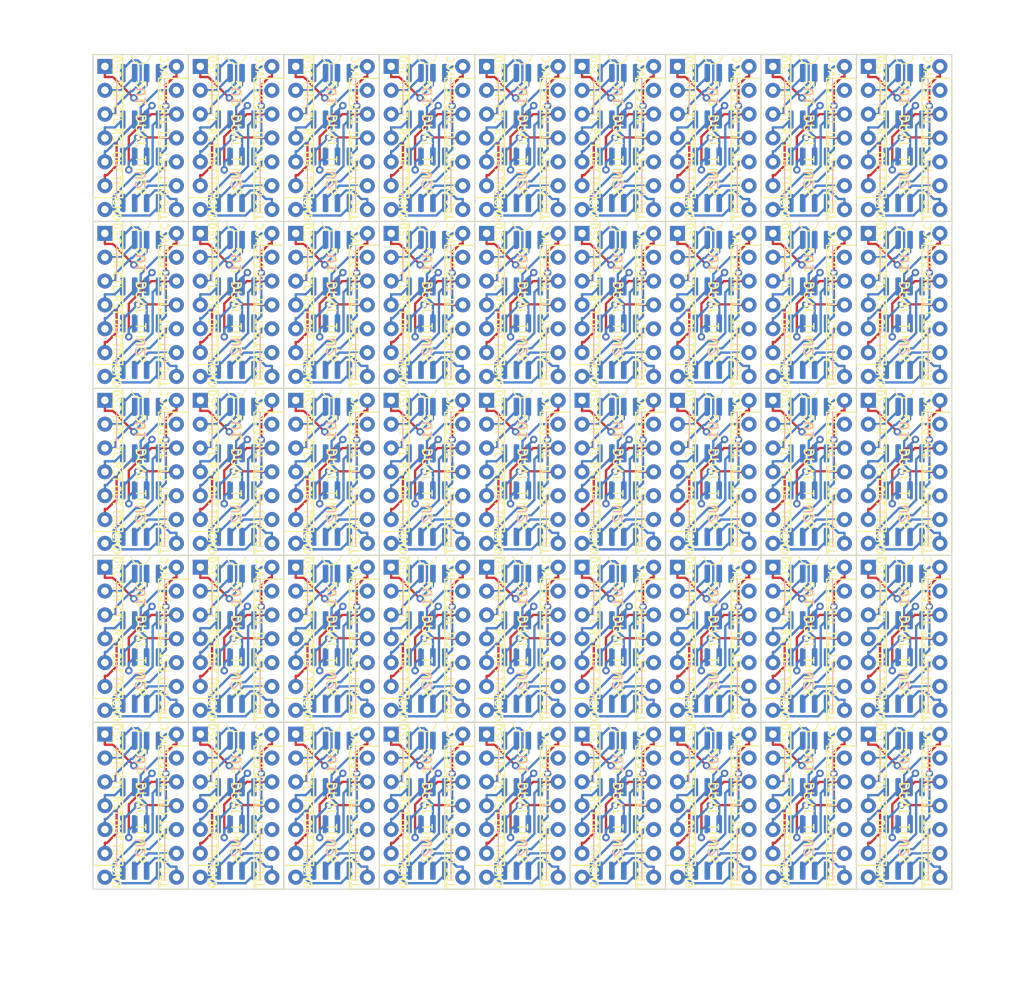
<source format=kicad_pcb>
(kicad_pcb (version 20221018) (generator pcbnew)
  (layers (0 "F.Cu" signal) (31 "B.Cu" signal) (34 "B.Paste" user) (35 "F.Paste" user) (36 "B.SilkS" user "B.Silkscreen") (37 "F.SilkS" user "F.Silkscreen") (38 "B.Mask" user) (39 "F.Mask" user) (44 "Edge.Cuts" user))
  (net 0 "")
  (net 1 "DIS_A")
  (net 2 "THR_A")
  (net 3 "CV_A")
  (net 4 "R_A")
  (net 5 "Q_A")
  (net 6 "TR_A")
  (net 7 "GND")
  (net 8 "TR_B")
  (net 9 "Q_B")
  (net 10 "R_B")
  (net 11 "CV_B")
  (net 12 "THR_B")
  (net 13 "DIS_B")
  (net 14 "VCC")
  (footprint "Package_DIP:DIP-14_W7.62mm_Socket" (layer "F.Cu") (at 125.73 62.23)
    (fp_text reference "J1" hide)
    (fp_text value "Conn_02x07_Counter_Clockwise")
  )
  (footprint "Package_DIP:DIP-14_W7.62mm_Socket" (layer "F.Cu") (at 115.57 97.79)
    (fp_text reference "J1" hide)
    (fp_text value "Conn_02x07_Counter_Clockwise")
  )
  (footprint "Package_DIP:DIP-14_W7.62mm_Socket" (layer "F.Cu") (at 115.57 44.45)
    (fp_text reference "J1" hide)
    (fp_text value "Conn_02x07_Counter_Clockwise")
  )
  (footprint "Package_DIP:DIP-14_W7.62mm_Socket" (layer "F.Cu") (at 95.25 62.23)
    (fp_text reference "J1" hide)
    (fp_text value "Conn_02x07_Counter_Clockwise")
  )
  (footprint "Package_DIP:DIP-14_W7.62mm_Socket" (layer "F.Cu") (at 176.53 44.45)
    (fp_text reference "J1" hide)
    (fp_text value "Conn_02x07_Counter_Clockwise")
  )
  (footprint "Package_DIP:DIP-14_W7.62mm_Socket" (layer "F.Cu") (at 135.89 80.01)
    (fp_text reference "J1" hide)
    (fp_text value "Conn_02x07_Counter_Clockwise")
  )
  (footprint "Package_DIP:DIP-14_W7.62mm_Socket" (layer "F.Cu") (at 135.89 115.57)
    (fp_text reference "J1" hide)
    (fp_text value "Conn_02x07_Counter_Clockwise")
  )
  (footprint "Package_DIP:DIP-14_W7.62mm_Socket" (layer "F.Cu") (at 105.41 97.79)
    (fp_text reference "J1" hide)
    (fp_text value "Conn_02x07_Counter_Clockwise")
  )
  (footprint "Package_DIP:DIP-14_W7.62mm_Socket" (layer "F.Cu") (at 176.53 62.23)
    (fp_text reference "J1" hide)
    (fp_text value "Conn_02x07_Counter_Clockwise")
  )
  (footprint "Package_DIP:DIP-14_W7.62mm_Socket" (layer "F.Cu") (at 105.41 44.45)
    (fp_text reference "J1" hide)
    (fp_text value "Conn_02x07_Counter_Clockwise")
  )
  (footprint "Package_DIP:DIP-14_W7.62mm_Socket" (layer "F.Cu") (at 115.57 80.01)
    (fp_text reference "J1" hide)
    (fp_text value "Conn_02x07_Counter_Clockwise")
  )
  (footprint "Package_DIP:DIP-14_W7.62mm_Socket" (layer "F.Cu") (at 115.57 115.57)
    (fp_text reference "J1" hide)
    (fp_text value "Conn_02x07_Counter_Clockwise")
  )
  (footprint "Package_DIP:DIP-14_W7.62mm_Socket" (layer "F.Cu") (at 146.05 62.23)
    (fp_text reference "J1" hide)
    (fp_text value "Conn_02x07_Counter_Clockwise")
  )
  (footprint "Package_DIP:DIP-14_W7.62mm_Socket" (layer "F.Cu") (at 156.21 97.79)
    (fp_text reference "J1" hide)
    (fp_text value "Conn_02x07_Counter_Clockwise")
  )
  (footprint "Package_DIP:DIP-14_W7.62mm_Socket" (layer "F.Cu") (at 105.41 80.01)
    (fp_text reference "J1" hide)
    (fp_text value "Conn_02x07_Counter_Clockwise")
  )
  (footprint "Package_DIP:DIP-14_W7.62mm_Socket" (layer "F.Cu") (at 95.25 80.01)
    (fp_text reference "J1" hide)
    (fp_text value "Conn_02x07_Counter_Clockwise")
  )
  (footprint "Package_DIP:DIP-14_W7.62mm_Socket" (layer "F.Cu") (at 166.37 80.01)
    (fp_text reference "J1" hide)
    (fp_text value "Conn_02x07_Counter_Clockwise")
  )
  (footprint "Package_DIP:DIP-14_W7.62mm_Socket" (layer "F.Cu") (at 156.21 44.45)
    (fp_text reference "J1" hide)
    (fp_text value "Conn_02x07_Counter_Clockwise")
  )
  (footprint "Package_DIP:DIP-14_W7.62mm_Socket" (layer "F.Cu") (at 125.73 44.45)
    (fp_text reference "J1" hide)
    (fp_text value "Conn_02x07_Counter_Clockwise")
  )
  (footprint "Package_DIP:DIP-14_W7.62mm_Socket" (layer "F.Cu") (at 125.73 97.79)
    (fp_text reference "J1" hide)
    (fp_text value "Conn_02x07_Counter_Clockwise")
  )
  (footprint "Package_DIP:DIP-14_W7.62mm_Socket" (layer "F.Cu") (at 156.21 62.23)
    (fp_text reference "J1" hide)
    (fp_text value "Conn_02x07_Counter_Clockwise")
  )
  (footprint "Package_DIP:DIP-14_W7.62mm_Socket" (layer "F.Cu") (at 146.05 80.01)
    (fp_text reference "J1" hide)
    (fp_text value "Conn_02x07_Counter_Clockwise")
  )
  (footprint "Package_DIP:DIP-14_W7.62mm_Socket" (layer "F.Cu") (at 105.41 62.23)
    (fp_text reference "J1" hide)
    (fp_text value "Conn_02x07_Counter_Clockwise")
  )
  (footprint "Package_DIP:DIP-14_W7.62mm_Socket" (layer "F.Cu") (at 156.21 115.57)
    (fp_text reference "J1" hide)
    (fp_text value "Conn_02x07_Counter_Clockwise")
  )
  (footprint "Package_DIP:DIP-14_W7.62mm_Socket" (layer "F.Cu") (at 95.25 44.45)
    (fp_text reference "J1" hide)
    (fp_text value "Conn_02x07_Counter_Clockwise")
  )
  (footprint "Package_DIP:DIP-14_W7.62mm_Socket" (layer "F.Cu") (at 176.53 80.01)
    (fp_text reference "J1" hide)
    (fp_text value "Conn_02x07_Counter_Clockwise")
  )
  (footprint "Package_DIP:DIP-14_W7.62mm_Socket" (layer "F.Cu") (at 176.53 115.57)
    (fp_text reference "J1" hide)
    (fp_text value "Conn_02x07_Counter_Clockwise")
  )
  (footprint "Package_DIP:DIP-14_W7.62mm_Socket" (layer "F.Cu") (at 166.37 44.45)
    (fp_text reference "J1" hide)
    (fp_text value "Conn_02x07_Counter_Clockwise")
  )
  (footprint "Package_DIP:DIP-14_W7.62mm_Socket" (layer "F.Cu") (at 146.05 44.45)
    (fp_text reference "J1" hide)
    (fp_text value "Conn_02x07_Counter_Clockwise")
  )
  (footprint "Package_DIP:DIP-14_W7.62mm_Socket" (layer "F.Cu") (at 146.05 115.57)
    (fp_text reference "J1" hide)
    (fp_text value "Conn_02x07_Counter_Clockwise")
  )
  (footprint "Package_DIP:DIP-14_W7.62mm_Socket" (layer "F.Cu") (at 135.89 44.45)
    (fp_text reference "J1" hide)
    (fp_text value "Conn_02x07_Counter_Clockwise")
  )
  (footprint "Package_DIP:DIP-14_W7.62mm_Socket" (layer "F.Cu") (at 176.53 97.79)
    (fp_text reference "J1" hide)
    (fp_text value "Conn_02x07_Counter_Clockwise")
  )
  (footprint "Package_DIP:DIP-14_W7.62mm_Socket" (layer "F.Cu") (at 166.37 62.23)
    (fp_text reference "J1" hide)
    (fp_text value "Conn_02x07_Counter_Clockwise")
  )
  (footprint "Package_DIP:DIP-14_W7.62mm_Socket" (layer "F.Cu") (at 135.89 97.79)
    (fp_text reference "J1" hide)
    (fp_text value "Conn_02x07_Counter_Clockwise")
  )
  (footprint "Package_DIP:DIP-14_W7.62mm_Socket" (layer "F.Cu") (at 95.25 97.79)
    (fp_text reference "J1" hide)
    (fp_text value "Conn_02x07_Counter_Clockwise")
  )
  (footprint "Package_DIP:DIP-14_W7.62mm_Socket" (layer "F.Cu") (at 115.57 62.23)
    (fp_text reference "J1" hide)
    (fp_text value "Conn_02x07_Counter_Clockwise")
  )
  (footprint "Package_DIP:DIP-14_W7.62mm_Socket" (layer "F.Cu") (at 125.73 80.01)
    (fp_text reference "J1" hide)
    (fp_text value "Conn_02x07_Counter_Clockwise")
  )
  (footprint "Package_DIP:DIP-14_W7.62mm_Socket" (layer "F.Cu") (at 156.21 80.01)
    (fp_text reference "J1" hide)
    (fp_text value "Conn_02x07_Counter_Clockwise")
  )
  (footprint "Package_DIP:DIP-14_W7.62mm_Socket" (layer "F.Cu") (at 166.37 97.79)
    (fp_text reference "J1" hide)
    (fp_text value "Conn_02x07_Counter_Clockwise")
  )
  (footprint "Package_DIP:DIP-14_W7.62mm_Socket" (layer "F.Cu") (at 95.25 115.57)
    (fp_text reference "J1" hide)
    (fp_text value "Conn_02x07_Counter_Clockwise")
  )
  (footprint "Package_DIP:DIP-14_W7.62mm_Socket" (layer "F.Cu") (at 105.41 115.57)
    (fp_text reference "J1" hide)
    (fp_text value "Conn_02x07_Counter_Clockwise")
  )
  (footprint "Package_DIP:DIP-14_W7.62mm_Socket" (layer "F.Cu") (at 166.37 115.57)
    (fp_text reference "J1" hide)
    (fp_text value "Conn_02x07_Counter_Clockwise")
  )
  (footprint "Package_DIP:DIP-14_W7.62mm_Socket" (layer "F.Cu") (at 125.73 115.57)
    (fp_text reference "J1" hide)
    (fp_text value "Conn_02x07_Counter_Clockwise")
  )
  (footprint "Package_DIP:DIP-14_W7.62mm_Socket" (layer "F.Cu") (at 146.05 97.79)
    (fp_text reference "J1" hide)
    (fp_text value "Conn_02x07_Counter_Clockwise")
  )
  (footprint "Package_DIP:DIP-14_W7.62mm_Socket" (layer "F.Cu") (at 135.89 62.23)
    (fp_text reference "J1" hide)
    (fp_text value "Conn_02x07_Counter_Clockwise")
  )
  (footprint "Package_SO:SOIC-8_3.9x4.9mm_P1.27mm" (layer "B.Cu") (at 149.86 109.855 90)
    (fp_text reference "U2")
    (fp_text value "NE555D")
  )
  (footprint "Package_SO:SOIC-8_3.9x4.9mm_P1.27mm" (layer "B.Cu") (at 119.38 56.515 90)
    (fp_text reference "U2")
    (fp_text value "NE555D")
  )
  (footprint "Package_SO:SOIC-8_3.9x4.9mm_P1.27mm" (layer "B.Cu") (at 109.22 127.635 90)
    (fp_text reference "U2")
    (fp_text value "NE555D")
  )
  (footprint "Package_SO:SOIC-8_3.9x4.9mm_P1.27mm" (layer "B.Cu") (at 149.86 56.515 90)
    (fp_text reference "U2")
    (fp_text value "NE555D")
  )
  (footprint "Package_SO:SOIC-8_3.9x4.9mm_P1.27mm" (layer "B.Cu") (at 149.86 65.405 90)
    (fp_text reference "U1")
    (fp_text value "NE555D")
  )
  (footprint "Package_SO:SOIC-8_3.9x4.9mm_P1.27mm" (layer "B.Cu") (at 160.02 56.515 90)
    (fp_text reference "U2")
    (fp_text value "NE555D")
  )
  (footprint "Package_SO:SOIC-8_3.9x4.9mm_P1.27mm" (layer "B.Cu") (at 109.22 109.855 90)
    (fp_text reference "U2")
    (fp_text value "NE555D")
  )
  (footprint "Package_SO:SOIC-8_3.9x4.9mm_P1.27mm" (layer "B.Cu") (at 109.22 65.405 90)
    (fp_text reference "U1")
    (fp_text value "NE555D")
  )
  (footprint "Package_SO:SOIC-8_3.9x4.9mm_P1.27mm" (layer "B.Cu") (at 160.02 47.625 90)
    (fp_text reference "U1")
    (fp_text value "NE555D")
  )
  (footprint "Package_SO:SOIC-8_3.9x4.9mm_P1.27mm" (layer "B.Cu") (at 139.7 56.515 90)
    (fp_text reference "U2")
    (fp_text value "NE555D")
  )
  (footprint "Package_SO:SOIC-8_3.9x4.9mm_P1.27mm" (layer "B.Cu") (at 119.38 83.185 90)
    (fp_text reference "U1")
    (fp_text value "NE555D")
  )
  (footprint "Package_SO:SOIC-8_3.9x4.9mm_P1.27mm" (layer "B.Cu") (at 99.06 100.965 90)
    (fp_text reference "U1")
    (fp_text value "NE555D")
  )
  (footprint "Package_SO:SOIC-8_3.9x4.9mm_P1.27mm" (layer "B.Cu") (at 119.38 65.405 90)
    (fp_text reference "U1")
    (fp_text value "NE555D")
  )
  (footprint "Package_SO:SOIC-8_3.9x4.9mm_P1.27mm" (layer "B.Cu") (at 170.18 65.405 90)
    (fp_text reference "U1")
    (fp_text value "NE555D")
  )
  (footprint "Package_SO:SOIC-8_3.9x4.9mm_P1.27mm" (layer "B.Cu") (at 109.22 56.515 90)
    (fp_text reference "U2")
    (fp_text value "NE555D")
  )
  (footprint "Package_SO:SOIC-8_3.9x4.9mm_P1.27mm" (layer "B.Cu") (at 139.7 65.405 90)
    (fp_text reference "U1")
    (fp_text value "NE555D")
  )
  (footprint "Package_SO:SOIC-8_3.9x4.9mm_P1.27mm" (layer "B.Cu") (at 170.18 83.185 90)
    (fp_text reference "U1")
    (fp_text value "NE555D")
  )
  (footprint "Package_SO:SOIC-8_3.9x4.9mm_P1.27mm" (layer "B.Cu") (at 170.18 109.855 90)
    (fp_text reference "U2")
    (fp_text value "NE555D")
  )
  (footprint "Package_SO:SOIC-8_3.9x4.9mm_P1.27mm" (layer "B.Cu") (at 170.18 92.075 90)
    (fp_text reference "U2")
    (fp_text value "NE555D")
  )
  (footprint "Package_SO:SOIC-8_3.9x4.9mm_P1.27mm" (layer "B.Cu") (at 139.7 100.965 90)
    (fp_text reference "U1")
    (fp_text value "NE555D")
  )
  (footprint "Package_SO:SOIC-8_3.9x4.9mm_P1.27mm" (layer "B.Cu") (at 129.54 127.635 90)
    (fp_text reference "U2")
    (fp_text value "NE555D")
  )
  (footprint "Package_SO:SOIC-8_3.9x4.9mm_P1.27mm" (layer "B.Cu") (at 160.02 100.965 90)
    (fp_text reference "U1")
    (fp_text value "NE555D")
  )
  (footprint "Package_SO:SOIC-8_3.9x4.9mm_P1.27mm" (layer "B.Cu") (at 119.38 74.295 90)
    (fp_text reference "U2")
    (fp_text value "NE555D")
  )
  (footprint "Package_SO:SOIC-8_3.9x4.9mm_P1.27mm" (layer "B.Cu") (at 160.02 65.405 90)
    (fp_text reference "U1")
    (fp_text value "NE555D")
  )
  (footprint "Package_SO:SOIC-8_3.9x4.9mm_P1.27mm" (layer "B.Cu") (at 99.06 74.295 90)
    (fp_text reference "U2")
    (fp_text value "NE555D")
  )
  (footprint "Package_SO:SOIC-8_3.9x4.9mm_P1.27mm" (layer "B.Cu") (at 170.18 47.625 90)
    (fp_text reference "U1")
    (fp_text value "NE555D")
  )
  (footprint "Package_SO:SOIC-8_3.9x4.9mm_P1.27mm" (layer "B.Cu") (at 99.06 83.185 90)
    (fp_text reference "U1")
    (fp_text value "NE555D")
  )
  (footprint "Package_SO:SOIC-8_3.9x4.9mm_P1.27mm" (layer "B.Cu") (at 139.7 74.295 90)
    (fp_text reference "U2")
    (fp_text value "NE555D")
  )
  (footprint "Package_SO:SOIC-8_3.9x4.9mm_P1.27mm" (layer "B.Cu") (at 109.22 118.745 90)
    (fp_text reference "U1")
    (fp_text value "NE555D")
  )
  (footprint "Package_SO:SOIC-8_3.9x4.9mm_P1.27mm" (layer "B.Cu") (at 109.22 83.185 90)
    (fp_text reference "U1")
    (fp_text value "NE555D")
  )
  (footprint "Package_SO:SOIC-8_3.9x4.9mm_P1.27mm" (layer "B.Cu") (at 180.34 74.295 90)
    (fp_text reference "U2")
    (fp_text value "NE555D")
  )
  (footprint "Package_SO:SOIC-8_3.9x4.9mm_P1.27mm" (layer "B.Cu") (at 109.22 74.295 90)
    (fp_text reference "U2")
    (fp_text value "NE555D")
  )
  (footprint "Package_SO:SOIC-8_3.9x4.9mm_P1.27mm" (layer "B.Cu") (at 160.02 127.635 90)
    (fp_text reference "U2")
    (fp_text value "NE555D")
  )
  (footprint "Package_SO:SOIC-8_3.9x4.9mm_P1.27mm" (layer "B.Cu") (at 119.38 118.745 90)
    (fp_text reference "U1")
    (fp_text value "NE555D")
  )
  (footprint "Package_SO:SOIC-8_3.9x4.9mm_P1.27mm" (layer "B.Cu") (at 160.02 118.745 90)
    (fp_text reference "U1")
    (fp_text value "NE555D")
  )
  (footprint "Package_SO:SOIC-8_3.9x4.9mm_P1.27mm" (layer "B.Cu") (at 139.7 127.635 90)
    (fp_text reference "U2")
    (fp_text value "NE555D")
  )
  (footprint "Package_SO:SOIC-8_3.9x4.9mm_P1.27mm" (layer "B.Cu") (at 99.06 56.515 90)
    (fp_text reference "U2")
    (fp_text value "NE555D")
  )
  (footprint "Package_SO:SOIC-8_3.9x4.9mm_P1.27mm" (layer "B.Cu") (at 170.18 118.745 90)
    (fp_text reference "U1")
    (fp_text value "NE555D")
  )
  (footprint "Package_SO:SOIC-8_3.9x4.9mm_P1.27mm" (layer "B.Cu") (at 129.54 65.405 90)
    (fp_text reference "U1")
    (fp_text value "NE555D")
  )
  (footprint "Package_SO:SOIC-8_3.9x4.9mm_P1.27mm" (layer "B.Cu") (at 109.22 47.625 90)
    (fp_text reference "U1")
    (fp_text value "NE555D")
  )
  (footprint "Package_SO:SOIC-8_3.9x4.9mm_P1.27mm" (layer "B.Cu") (at 99.06 109.855 90)
    (fp_text reference "U2")
    (fp_text value "NE555D")
  )
  (footprint "Package_SO:SOIC-8_3.9x4.9mm_P1.27mm" (layer "B.Cu") (at 180.34 83.185 90)
    (fp_text reference "U1")
    (fp_text value "NE555D")
  )
  (footprint "Package_SO:SOIC-8_3.9x4.9mm_P1.27mm" (layer "B.Cu") (at 129.54 74.295 90)
    (fp_text reference "U2")
    (fp_text value "NE555D")
  )
  (footprint "Package_SO:SOIC-8_3.9x4.9mm_P1.27mm" (layer "B.Cu") (at 180.34 127.635 90)
    (fp_text reference "U2")
    (fp_text value "NE555D")
  )
  (footprint "Package_SO:SOIC-8_3.9x4.9mm_P1.27mm" (layer "B.Cu") (at 149.86 74.295 90)
    (fp_text reference "U2")
    (fp_text value "NE555D")
  )
  (footprint "Package_SO:SOIC-8_3.9x4.9mm_P1.27mm" (layer "B.Cu") (at 170.18 100.965 90)
    (fp_text reference "U1")
    (fp_text value "NE555D")
  )
  (footprint "Package_SO:SOIC-8_3.9x4.9mm_P1.27mm" (layer "B.Cu") (at 119.38 127.635 90)
    (fp_text reference "U2")
    (fp_text value "NE555D")
  )
  (footprint "Package_SO:SOIC-8_3.9x4.9mm_P1.27mm" (layer "B.Cu") (at 129.54 47.625 90)
    (fp_text reference "U1")
    (fp_text value "NE555D")
  )
  (footprint "Package_SO:SOIC-8_3.9x4.9mm_P1.27mm" (layer "B.Cu") (at 149.86 127.635 90)
    (fp_text reference "U2")
    (fp_text value "NE555D")
  )
  (footprint "Package_SO:SOIC-8_3.9x4.9mm_P1.27mm" (layer "B.Cu") (at 149.86 100.965 90)
    (fp_text reference "U1")
    (fp_text value "NE555D")
  )
  (footprint "Package_SO:SOIC-8_3.9x4.9mm_P1.27mm" (layer "B.Cu") (at 99.06 92.075 90)
    (fp_text reference "U2")
    (fp_text value "NE555D")
  )
  (footprint "Package_SO:SOIC-8_3.9x4.9mm_P1.27mm" (layer "B.Cu") (at 129.54 56.515 90)
    (fp_text reference "U2")
    (fp_text value "NE555D")
  )
  (footprint "Package_SO:SOIC-8_3.9x4.9mm_P1.27mm" (layer "B.Cu") (at 129.54 109.855 90)
    (fp_text reference "U2")
    (fp_text value "NE555D")
  )
  (footprint "Package_SO:SOIC-8_3.9x4.9mm_P1.27mm" (layer "B.Cu") (at 160.02 92.075 90)
    (fp_text reference "U2")
    (fp_text value "NE555D")
  )
  (footprint "Package_SO:SOIC-8_3.9x4.9mm_P1.27mm" (layer "B.Cu") (at 139.7 83.185 90)
    (fp_text reference "U1")
    (fp_text value "NE555D")
  )
  (footprint "Package_SO:SOIC-8_3.9x4.9mm_P1.27mm" (layer "B.Cu") (at 160.02 83.185 90)
    (fp_text reference "U1")
    (fp_text value "NE555D")
  )
  (footprint "Package_SO:SOIC-8_3.9x4.9mm_P1.27mm" (layer "B.Cu") (at 149.86 47.625 90)
    (fp_text reference "U1")
    (fp_text value "NE555D")
  )
  (footprint "Package_SO:SOIC-8_3.9x4.9mm_P1.27mm" (layer "B.Cu") (at 119.38 92.075 90)
    (fp_text reference "U2")
    (fp_text value "NE555D")
  )
  (footprint "Package_SO:SOIC-8_3.9x4.9mm_P1.27mm" (layer "B.Cu") (at 109.22 92.075 90)
    (fp_text reference "U2")
    (fp_text value "NE555D")
  )
  (footprint "Package_SO:SOIC-8_3.9x4.9mm_P1.27mm" (layer "B.Cu") (at 170.18 127.635 90)
    (fp_text reference "U2")
    (fp_text value "NE555D")
  )
  (footprint "Package_SO:SOIC-8_3.9x4.9mm_P1.27mm" (layer "B.Cu") (at 180.34 92.075 90)
    (fp_text reference "U2")
    (fp_text value "NE555D")
  )
  (footprint "Package_SO:SOIC-8_3.9x4.9mm_P1.27mm" (layer "B.Cu") (at 119.38 100.965 90)
    (fp_text reference "U1")
    (fp_text value "NE555D")
  )
  (footprint "Package_SO:SOIC-8_3.9x4.9mm_P1.27mm" (layer "B.Cu") (at 180.34 118.745 90)
    (fp_text reference "U1")
    (fp_text value "NE555D")
  )
  (footprint "Package_SO:SOIC-8_3.9x4.9mm_P1.27mm" (layer "B.Cu") (at 139.7 118.745 90)
    (fp_text reference "U1")
    (fp_text value "NE555D")
  )
  (footprint "Package_SO:SOIC-8_3.9x4.9mm_P1.27mm" (layer "B.Cu") (at 119.38 109.855 90)
    (fp_text reference "U2")
    (fp_text value "NE555D")
  )
  (footprint "Package_SO:SOIC-8_3.9x4.9mm_P1.27mm" (layer "B.Cu") (at 180.34 56.515 90)
    (fp_text reference "U2")
    (fp_text value "NE555D")
  )
  (footprint "Package_SO:SOIC-8_3.9x4.9mm_P1.27mm" (layer "B.Cu") (at 129.54 100.965 90)
    (fp_text reference "U1")
    (fp_text value "NE555D")
  )
  (footprint "Package_SO:SOIC-8_3.9x4.9mm_P1.27mm" (layer "B.Cu") (at 180.34 109.855 90)
    (fp_text reference "U2")
    (fp_text value "NE555D")
  )
  (footprint "Package_SO:SOIC-8_3.9x4.9mm_P1.27mm" (layer "B.Cu") (at 139.7 109.855 90)
    (fp_text reference "U2")
    (fp_text value "NE555D")
  )
  (footprint "Package_SO:SOIC-8_3.9x4.9mm_P1.27mm" (layer "B.Cu") (at 149.86 118.745 90)
    (fp_text reference "U1")
    (fp_text value "NE555D")
  )
  (footprint "Package_SO:SOIC-8_3.9x4.9mm_P1.27mm" (layer "B.Cu") (at 129.54 92.075 90)
    (fp_text reference "U2")
    (fp_text value "NE555D")
  )
  (footprint "Package_SO:SOIC-8_3.9x4.9mm_P1.27mm" (layer "B.Cu") (at 170.18 56.515 90)
    (fp_text reference "U2")
    (fp_text value "NE555D")
  )
  (footprint "Package_SO:SOIC-8_3.9x4.9mm_P1.27mm" (layer "B.Cu") (at 180.34 65.405 90)
    (fp_text reference "U1")
    (fp_text value "NE555D")
  )
  (footprint "Package_SO:SOIC-8_3.9x4.9mm_P1.27mm" (layer "B.Cu") (at 149.86 83.185 90)
    (fp_text reference "U1")
    (fp_text value "NE555D")
  )
  (footprint "Package_SO:SOIC-8_3.9x4.9mm_P1.27mm" (layer "B.Cu") (at 99.06 47.625 90)
    (fp_text reference "U1")
    (fp_text value "NE555D")
  )
  (footprint "Package_SO:SOIC-8_3.9x4.9mm_P1.27mm" (layer "B.Cu") (at 139.7 92.075 90)
    (fp_text reference "U2")
    (fp_text value "NE555D")
  )
  (footprint "Package_SO:SOIC-8_3.9x4.9mm_P1.27mm" (layer "B.Cu") (at 99.06 127.635 90)
    (fp_text reference "U2")
    (fp_text value "NE555D")
  )
  (footprint "Package_SO:SOIC-8_3.9x4.9mm_P1.27mm" (layer "B.Cu") (at 109.22 100.965 90)
    (fp_text reference "U1")
    (fp_text value "NE555D")
  )
  (footprint "Package_SO:SOIC-8_3.9x4.9mm_P1.27mm" (layer "B.Cu") (at 119.38 47.625 90)
    (fp_text reference "U1")
    (fp_text value "NE555D")
  )
  (footprint "Package_SO:SOIC-8_3.9x4.9mm_P1.27mm" (layer "B.Cu") (at 180.34 100.965 90)
    (fp_text reference "U1")
    (fp_text value "NE555D")
  )
  (footprint "Package_SO:SOIC-8_3.9x4.9mm_P1.27mm" (layer "B.Cu") (at 149.86 92.075 90)
    (fp_text reference "U2")
    (fp_text value "NE555D")
  )
  (footprint "Package_SO:SOIC-8_3.9x4.9mm_P1.27mm" (layer "B.Cu") (at 99.06 118.745 90)
    (fp_text reference "U1")
    (fp_text value "NE555D")
  )
  (footprint "Package_SO:SOIC-8_3.9x4.9mm_P1.27mm" (layer "B.Cu") (at 180.34 47.625 90)
    (fp_text reference "U1")
    (fp_text value "NE555D")
  )
  (footprint "Package_SO:SOIC-8_3.9x4.9mm_P1.27mm" (layer "B.Cu") (at 99.06 65.405 90)
    (fp_text reference "U1")
    (fp_text value "NE555D")
  )
  (footprint "Package_SO:SOIC-8_3.9x4.9mm_P1.27mm" (layer "B.Cu") (at 160.02 74.295 90)
    (fp_text reference "U2")
    (fp_text value "NE555D")
  )
  (footprint "Package_SO:SOIC-8_3.9x4.9mm_P1.27mm" (layer "B.Cu") (at 170.18 74.295 90)
    (fp_text reference "U2")
    (fp_text value "NE555D")
  )
  (footprint "Package_SO:SOIC-8_3.9x4.9mm_P1.27mm" (layer "B.Cu") (at 129.54 83.185 90)
    (fp_text reference "U1")
    (fp_text value "NE555D")
  )
  (footprint "Package_SO:SOIC-8_3.9x4.9mm_P1.27mm" (layer "B.Cu") (at 139.7 47.625 90)
    (fp_text reference "U1")
    (fp_text value "NE555D")
  )
  (footprint "Package_SO:SOIC-8_3.9x4.9mm_P1.27mm" (layer "B.Cu") (at 160.02 109.855 90)
    (fp_text reference "U2")
    (fp_text value "NE555D")
  )
  (footprint "Package_SO:SOIC-8_3.9x4.9mm_P1.27mm" (layer "B.Cu") (at 129.54 118.745 90)
    (fp_text reference "U1")
    (fp_text value "NE555D")
  )
  (gr_rect (start 141.605 99.06) (end 144.78 114.3) (stroke (width 0.15)) (fill none) (layer "F.SilkS"))
  (gr_rect (start 151.765 81.28) (end 154.94 96.52) (stroke (width 0.15)) (fill none) (layer "F.SilkS"))
  (gr_rect (start 121.285 99.06) (end 124.46 114.3) (stroke (width 0.15)) (fill none) (layer "F.SilkS"))
  (gr_rect (start 121.285 81.28) (end 124.46 96.52) (stroke (width 0.15)) (fill none) (layer "F.SilkS"))
  (gr_rect (start 114.3 78.74) (end 117.475 93.98) (stroke (width 0.15)) (fill none) (layer "F.SilkS"))
  (gr_rect (start 114.3 60.96) (end 117.475 76.2) (stroke (width 0.15)) (fill none) (layer "F.SilkS"))
  (gr_rect (start 172.085 81.28) (end 175.26 96.52) (stroke (width 0.15)) (fill none) (layer "F.SilkS"))
  (gr_rect (start 175.26 114.3) (end 178.435 129.54) (stroke (width 0.15)) (fill none) (layer "F.SilkS"))
  (gr_rect (start 131.445 116.84) (end 134.62 132.08) (stroke (width 0.15)) (fill none) (layer "F.SilkS"))
  (gr_rect (start 100.965 63.5) (end 104.14 78.74) (stroke (width 0.15)) (fill none) (layer "F.SilkS"))
  (gr_rect (start 104.14 43.18) (end 107.315 58.42) (stroke (width 0.15)) (fill none) (layer "F.SilkS"))
  (gr_rect (start 104.14 78.74) (end 107.315 93.98) (stroke (width 0.15)) (fill none) (layer "F.SilkS"))
  (gr_rect (start 121.285 116.84) (end 124.46 132.08) (stroke (width 0.15)) (fill none) (layer "F.SilkS"))
  (gr_rect (start 182.245 45.72) (end 185.42 60.96) (stroke (width 0.15)) (fill none) (layer "F.SilkS"))
  (gr_rect (start 144.78 78.74) (end 147.955 93.98) (stroke (width 0.15)) (fill none) (layer "F.SilkS"))
  (gr_rect (start 161.925 45.72) (end 165.1 60.96) (stroke (width 0.15)) (fill none) (layer "F.SilkS"))
  (gr_rect (start 141.605 45.72) (end 144.78 60.96) (stroke (width 0.15)) (fill none) (layer "F.SilkS"))
  (gr_rect (start 151.765 116.84) (end 154.94 132.08) (stroke (width 0.15)) (fill none) (layer "F.SilkS"))
  (gr_rect (start 93.98 96.52) (end 97.155 111.76) (stroke (width 0.15)) (fill none) (layer "F.SilkS"))
  (gr_rect (start 154.94 78.74) (end 158.115 93.98) (stroke (width 0.15)) (fill none) (layer "F.SilkS"))
  (gr_rect (start 161.925 99.06) (end 165.1 114.3) (stroke (width 0.15)) (fill none) (layer "F.SilkS"))
  (gr_rect (start 182.245 99.06) (end 185.42 114.3) (stroke (width 0.15)) (fill none) (layer "F.SilkS"))
  (gr_rect (start 165.1 43.18) (end 168.275 58.42) (stroke (width 0.15)) (fill none) (layer "F.SilkS"))
  (gr_rect (start 111.125 63.5) (end 114.3 78.74) (stroke (width 0.15)) (fill none) (layer "F.SilkS"))
  (gr_rect (start 182.245 63.5) (end 185.42 78.74) (stroke (width 0.15)) (fill none) (layer "F.SilkS"))
  (gr_rect (start 154.94 43.18) (end 158.115 58.42) (stroke (width 0.15)) (fill none) (layer "F.SilkS"))
  (gr_rect (start 104.14 96.52) (end 107.315 111.76) (stroke (width 0.15)) (fill none) (layer "F.SilkS"))
  (gr_rect (start 111.125 81.28) (end 114.3 96.52) (stroke (width 0.15)) (fill none) (layer "F.SilkS"))
  (gr_rect (start 100.965 116.84) (end 104.14 132.08) (stroke (width 0.15)) (fill none) (layer "F.SilkS"))
  (gr_rect (start 124.46 43.18) (end 127.635 58.42) (stroke (width 0.15)) (fill none) (layer "F.SilkS"))
  (gr_rect (start 134.62 114.3) (end 137.795 129.54) (stroke (width 0.15)) (fill none) (layer "F.SilkS"))
  (gr_rect (start 175.26 60.96) (end 178.435 76.2) (stroke (width 0.15)) (fill none) (layer "F.SilkS"))
  (gr_rect (start 121.285 63.5) (end 124.46 78.74) (stroke (width 0.15)) (fill none) (layer "F.SilkS"))
  (gr_rect (start 144.78 60.96) (end 147.955 76.2) (stroke (width 0.15)) (fill none) (layer "F.SilkS"))
  (gr_rect (start 114.3 96.52) (end 117.475 111.76) (stroke (width 0.15)) (fill none) (layer "F.SilkS"))
  (gr_rect (start 154.94 60.96) (end 158.115 76.2) (stroke (width 0.15)) (fill none) (layer "F.SilkS"))
  (gr_rect (start 100.965 81.28) (end 104.14 96.52) (stroke (width 0.15)) (fill none) (layer "F.SilkS"))
  (gr_rect (start 93.98 60.96) (end 97.155 76.2) (stroke (width 0.15)) (fill none) (layer "F.SilkS"))
  (gr_rect (start 93.98 114.3) (end 97.155 129.54) (stroke (width 0.15)) (fill none) (layer "F.SilkS"))
  (gr_rect (start 165.1 96.52) (end 168.275 111.76) (stroke (width 0.15)) (fill none) (layer "F.SilkS"))
  (gr_rect (start 104.14 114.3) (end 107.315 129.54) (stroke (width 0.15)) (fill none) (layer "F.SilkS"))
  (gr_rect (start 141.605 81.28) (end 144.78 96.52) (stroke (width 0.15)) (fill none) (layer "F.SilkS"))
  (gr_rect (start 111.125 45.72) (end 114.3 60.96) (stroke (width 0.15)) (fill none) (layer "F.SilkS"))
  (gr_rect (start 144.78 43.18) (end 147.955 58.42) (stroke (width 0.15)) (fill none) (layer "F.SilkS"))
  (gr_rect (start 131.445 45.72) (end 134.62 60.96) (stroke (width 0.15)) (fill none) (layer "F.SilkS"))
  (gr_rect (start 134.62 43.18) (end 137.795 58.42) (stroke (width 0.15)) (fill none) (layer "F.SilkS"))
  (gr_rect (start 124.46 60.96) (end 127.635 76.2) (stroke (width 0.15)) (fill none) (layer "F.SilkS"))
  (gr_rect (start 141.605 63.5) (end 144.78 78.74) (stroke (width 0.15)) (fill none) (layer "F.SilkS"))
  (gr_rect (start 151.765 99.06) (end 154.94 114.3) (stroke (width 0.15)) (fill none) (layer "F.SilkS"))
  (gr_rect (start 100.965 45.72) (end 104.14 60.96) (stroke (width 0.15)) (fill none) (layer "F.SilkS"))
  (gr_rect (start 131.445 81.28) (end 134.62 96.52) (stroke (width 0.15)) (fill none) (layer "F.SilkS"))
  (gr_rect (start 124.46 78.74) (end 127.635 93.98) (stroke (width 0.15)) (fill none) (layer "F.SilkS"))
  (gr_rect (start 151.765 63.5) (end 154.94 78.74) (stroke (width 0.15)) (fill none) (layer "F.SilkS"))
  (gr_rect (start 111.125 116.84) (end 114.3 132.08) (stroke (width 0.15)) (fill none) (layer "F.SilkS"))
  (gr_rect (start 124.46 96.52) (end 127.635 111.76) (stroke (width 0.15)) (fill none) (layer "F.SilkS"))
  (gr_rect (start 165.1 60.96) (end 168.275 76.2) (stroke (width 0.15)) (fill none) (layer "F.SilkS"))
  (gr_rect (start 154.94 114.3) (end 158.115 129.54) (stroke (width 0.15)) (fill none) (layer "F.SilkS"))
  (gr_rect (start 144.78 114.3) (end 147.955 129.54) (stroke (width 0.15)) (fill none) (layer "F.SilkS"))
  (gr_rect (start 151.765 45.72) (end 154.94 60.96) (stroke (width 0.15)) (fill none) (layer "F.SilkS"))
  (gr_rect (start 114.3 43.18) (end 117.475 58.42) (stroke (width 0.15)) (fill none) (layer "F.SilkS"))
  (gr_rect (start 175.26 78.74) (end 178.435 93.98) (stroke (width 0.15)) (fill none) (layer "F.SilkS"))
  (gr_rect (start 104.14 60.96) (end 107.315 76.2) (stroke (width 0.15)) (fill none) (layer "F.SilkS"))
  (gr_rect (start 134.62 78.74) (end 137.795 93.98) (stroke (width 0.15)) (fill none) (layer "F.SilkS"))
  (gr_rect (start 100.965 99.06) (end 104.14 114.3) (stroke (width 0.15)) (fill none) (layer "F.SilkS"))
  (gr_rect (start 144.78 96.52) (end 147.955 111.76) (stroke (width 0.15)) (fill none) (layer "F.SilkS"))
  (gr_rect (start 161.925 116.84) (end 165.1 132.08) (stroke (width 0.15)) (fill none) (layer "F.SilkS"))
  (gr_rect (start 182.245 116.84) (end 185.42 132.08) (stroke (width 0.15)) (fill none) (layer "F.SilkS"))
  (gr_rect (start 172.085 116.84) (end 175.26 132.08) (stroke (width 0.15)) (fill none) (layer "F.SilkS"))
  (gr_rect (start 182.245 81.28) (end 185.42 96.52) (stroke (width 0.15)) (fill none) (layer "F.SilkS"))
  (gr_rect (start 154.94 96.52) (end 158.115 111.76) (stroke (width 0.15)) (fill none) (layer "F.SilkS"))
  (gr_rect (start 175.26 96.52) (end 178.435 111.76) (stroke (width 0.15)) (fill none) (layer "F.SilkS"))
  (gr_rect (start 121.285 45.72) (end 124.46 60.96) (stroke (width 0.15)) (fill none) (layer "F.SilkS"))
  (gr_rect (start 114.3 114.3) (end 117.475 129.54) (stroke (width 0.15)) (fill none) (layer "F.SilkS"))
  (gr_rect (start 172.085 45.72) (end 175.26 60.96) (stroke (width 0.15)) (fill none) (layer "F.SilkS"))
  (gr_rect (start 134.62 60.96) (end 137.795 76.2) (stroke (width 0.15)) (fill none) (layer "F.SilkS"))
  (gr_rect (start 93.98 78.74) (end 97.155 93.98) (stroke (width 0.15)) (fill none) (layer "F.SilkS"))
  (gr_rect (start 134.62 96.52) (end 137.795 111.76) (stroke (width 0.15)) (fill none) (layer "F.SilkS"))
  (gr_rect (start 124.46 114.3) (end 127.635 129.54) (stroke (width 0.15)) (fill none) (layer "F.SilkS"))
  (gr_rect (start 131.445 99.06) (end 134.62 114.3) (stroke (width 0.15)) (fill none) (layer "F.SilkS"))
  (gr_rect (start 111.125 99.06) (end 114.3 114.3) (stroke (width 0.15)) (fill none) (layer "F.SilkS"))
  (gr_rect (start 172.085 99.06) (end 175.26 114.3) (stroke (width 0.15)) (fill none) (layer "F.SilkS"))
  (gr_rect (start 93.98 43.18) (end 97.155 58.42) (stroke (width 0.15)) (fill none) (layer "F.SilkS"))
  (gr_rect (start 161.925 63.5) (end 165.1 78.74) (stroke (width 0.15)) (fill none) (layer "F.SilkS"))
  (gr_rect (start 131.445 63.5) (end 134.62 78.74) (stroke (width 0.15)) (fill none) (layer "F.SilkS"))
  (gr_rect (start 165.1 114.3) (end 168.275 129.54) (stroke (width 0.15)) (fill none) (layer "F.SilkS"))
  (gr_rect (start 172.085 63.5) (end 175.26 78.74) (stroke (width 0.15)) (fill none) (layer "F.SilkS"))
  (gr_rect (start 175.26 43.18) (end 178.435 58.42) (stroke (width 0.15)) (fill none) (layer "F.SilkS"))
  (gr_rect (start 141.605 116.84) (end 144.78 132.08) (stroke (width 0.15)) (fill none) (layer "F.SilkS"))
  (gr_rect (start 165.1 78.74) (end 168.275 93.98) (stroke (width 0.15)) (fill none) (layer "F.SilkS"))
  (gr_rect (start 161.925 81.28) (end 165.1 96.52) (stroke (width 0.15)) (fill none) (layer "F.SilkS"))
  (gr_rect (start 104.14 43.18) (end 114.3 60.96) (stroke (width 0.1)) (fill none) (layer "Edge.Cuts"))
  (gr_rect (start 124.46 114.3) (end 134.62 132.08) (stroke (width 0.1)) (fill none) (layer "Edge.Cuts"))
  (gr_rect (start 93.98 96.52) (end 104.14 114.3) (stroke (width 0.1)) (fill none) (layer "Edge.Cuts"))
  (gr_rect (start 124.46 43.18) (end 134.62 60.96) (stroke (width 0.1)) (fill none) (layer "Edge.Cuts"))
  (gr_rect (start 104.14 114.3) (end 114.3 132.08) (stroke (width 0.1)) (fill none) (layer "Edge.Cuts"))
  (gr_rect (start 134.62 96.52) (end 144.78 114.3) (stroke (width 0.1)) (fill none) (layer "Edge.Cuts"))
  (gr_rect (start 104.14 60.96) (end 114.3 78.74) (stroke (width 0.1)) (fill none) (layer "Edge.Cuts"))
  (gr_rect (start 114.3 78.74) (end 124.46 96.52) (stroke (width 0.1)) (fill none) (layer "Edge.Cuts"))
  (gr_rect (start 154.94 43.18) (end 165.1 60.96) (stroke (width 0.1)) (fill none) (layer "Edge.Cuts"))
  (gr_rect (start 175.26 60.96) (end 185.42 78.74) (stroke (width 0.1)) (fill none) (layer "Edge.Cuts"))
  (gr_rect (start 93.98 60.96) (end 104.14 78.74) (stroke (width 0.1)) (fill none) (layer "Edge.Cuts"))
  (gr_rect (start 165.1 78.74) (end 175.26 96.52) (stroke (width 0.1)) (fill none) (layer "Edge.Cuts"))
  (gr_rect (start 144.78 114.3) (end 154.94 132.08) (stroke (width 0.1)) (fill none) (layer "Edge.Cuts"))
  (gr_rect (start 175.26 43.18) (end 185.42 60.96) (stroke (width 0.1)) (fill none) (layer "Edge.Cuts"))
  (gr_rect (start 124.46 60.96) (end 134.62 78.74) (stroke (width 0.1)) (fill none) (layer "Edge.Cuts"))
  (gr_rect (start 144.78 43.18) (end 154.94 60.96) (stroke (width 0.1)) (fill none) (layer "Edge.Cuts"))
  (gr_rect (start 114.3 114.3) (end 124.46 132.08) (stroke (width 0.1)) (fill none) (layer "Edge.Cuts"))
  (gr_rect (start 134.62 60.96) (end 144.78 78.74) (stroke (width 0.1)) (fill none) (layer "Edge.Cuts"))
  (gr_rect (start 93.98 43.18) (end 104.14 60.96) (stroke (width 0.1)) (fill none) (layer "Edge.Cuts"))
  (gr_rect (start 124.46 96.52) (end 134.62 114.3) (stroke (width 0.1)) (fill none) (layer "Edge.Cuts"))
  (gr_rect (start 165.1 96.52) (end 175.26 114.3) (stroke (width 0.1)) (fill none) (layer "Edge.Cuts"))
  (gr_rect (start 154.94 60.96) (end 165.1 78.74) (stroke (width 0.1)) (fill none) (layer "Edge.Cuts"))
  (gr_rect (start 134.62 78.74) (end 144.78 96.52) (stroke (width 0.1)) (fill none) (layer "Edge.Cuts"))
  (gr_rect (start 114.3 96.52) (end 124.46 114.3) (stroke (width 0.1)) (fill none) (layer "Edge.Cuts"))
  (gr_rect (start 104.14 78.74) (end 114.3 96.52) (stroke (width 0.1)) (fill none) (layer "Edge.Cuts"))
  (gr_rect (start 93.98 114.3) (end 104.14 132.08) (stroke (width 0.1)) (fill none) (layer "Edge.Cuts"))
  (gr_rect (start 114.3 60.96) (end 124.46 78.74) (stroke (width 0.1)) (fill none) (layer "Edge.Cuts"))
  (gr_rect (start 165.1 43.18) (end 175.26 60.96) (stroke (width 0.1)) (fill none) (layer "Edge.Cuts"))
  (gr_rect (start 114.3 43.18) (end 124.46 60.96) (stroke (width 0.1)) (fill none) (layer "Edge.Cuts"))
  (gr_rect (start 144.78 96.52) (end 154.94 114.3) (stroke (width 0.1)) (fill none) (layer "Edge.Cuts"))
  (gr_rect (start 154.94 114.3) (end 165.1 132.08) (stroke (width 0.1)) (fill none) (layer "Edge.Cuts"))
  (gr_rect (start 124.46 78.74) (end 134.62 96.52) (stroke (width 0.1)) (fill none) (layer "Edge.Cuts"))
  (gr_rect (start 175.26 78.74) (end 185.42 96.52) (stroke (width 0.1)) (fill none) (layer "Edge.Cuts"))
  (gr_rect (start 175.26 96.52) (end 185.42 114.3) (stroke (width 0.1)) (fill none) (layer "Edge.Cuts"))
  (gr_rect (start 144.78 78.74) (end 154.94 96.52) (stroke (width 0.1)) (fill none) (layer "Edge.Cuts"))
  (gr_rect (start 134.62 114.3) (end 144.78 132.08) (stroke (width 0.1)) (fill none) (layer "Edge.Cuts"))
  (gr_rect (start 154.94 78.74) (end 165.1 96.52) (stroke (width 0.1)) (fill none) (layer "Edge.Cuts"))
  (gr_rect (start 175.26 114.3) (end 185.42 132.08) (stroke (width 0.1)) (fill none) (layer "Edge.Cuts"))
  (gr_rect (start 165.1 60.96) (end 175.26 78.74) (stroke (width 0.1)) (fill none) (layer "Edge.Cuts"))
  (gr_rect (start 144.78 60.96) (end 154.94 78.74) (stroke (width 0.1)) (fill none) (layer "Edge.Cuts"))
  (gr_rect (start 104.14 96.52) (end 114.3 114.3) (stroke (width 0.1)) (fill none) (layer "Edge.Cuts"))
  (gr_rect (start 93.98 78.74) (end 104.14 96.52) (stroke (width 0.1)) (fill none) (layer "Edge.Cuts"))
  (gr_rect (start 165.1 114.3) (end 175.26 132.08) (stroke (width 0.1)) (fill none) (layer "Edge.Cuts"))
  (gr_rect (start 154.94 96.52) (end 165.1 114.3) (stroke (width 0.1)) (fill none) (layer "Edge.Cuts"))
  (gr_rect (start 134.62 43.18) (end 144.78 60.96) (stroke (width 0.1)) (fill none) (layer "Edge.Cuts"))
  (gr_text "OUT" (at 162.56 92.71 90) (layer "F.SilkS") (effects (font (size 0.8 0.8))))
  (gr_text "TRG" (at 167.64 128.27 -90) (layer "F.SilkS") (effects (font (size 0.8 0.8))))
  (gr_text "OUT" (at 132.08 74.93 90) (layer "F.SilkS") (effects (font (size 0.8 0.8))))
  (gr_text "CTL" (at 152.4 52.07 90) (layer "F.SilkS") (effects (font (size 0.8 0.8))))
  (gr_text "RST" (at 96.52 52.07 -90) (layer "F.SilkS") (effects (font (size 0.8 0.8))))
  (gr_text "556 DUAL TIMER" (at 170.18 123.19 -90) (layer "F.SilkS") (effects (font (size 1 1))))
  (gr_text "TRG" (at 147.32 57.15 -90) (layer "F.SilkS") (effects (font (size 0.8 0.8))))
  (gr_text "CTL" (at 137.16 85.09 -90) (layer "F.SilkS") (effects (font (size 0.8 0.8))))
  (gr_text "TRG" (at 177.8 110.49 -90) (layer "F.SilkS") (effects (font (size 0.8 0.8))))
  (gr_text "THR" (at 121.92 102.87 90) (layer "F.SilkS") (effects (font (size 0.8 0.8))))
  (gr_text "GND" (at 116.84 113.03 -90) (layer "F.SilkS") (effects (font (size 0.8 0.8))))
  (gr_text "CTL" (at 106.68 67.31 -90) (layer "F.SilkS") (effects (font (size 0.8 0.8))))
  (gr_text "OUT" (at 132.08 92.71 90) (layer "F.SilkS") (effects (font (size 0.8 0.8))))
  (gr_text "RST" (at 157.48 87.63 -90) (layer "F.SilkS") (effects (font (size 0.8 0.8))))
  (gr_text "DSC" (at 111.76 64.77 90) (layer "F.SilkS") (effects (font (size 0.8 0.8))))
  (gr_text "DSC" (at 121.92 64.77 90) (layer "F.SilkS") (effects (font (size 0.8 0.8))))
  (gr_text "GND" (at 147.32 130.81 -90) (layer "F.SilkS") (effects (font (size 0.8 0.8))))
  (gr_text "CTL" (at 127 49.53 -90) (layer "F.SilkS") (effects (font (size 0.8 0.8))))
  (gr_text "556 DUAL TIMER" (at 99.06 52.07 -90) (layer "F.SilkS") (effects (font (size 1 1))))
  (gr_text "556 DUAL TIMER" (at 170.18 52.07 -90) (layer "F.SilkS") (effects (font (size 1 1))))
  (gr_text "THR" (at 121.92 85.09 90) (layer "F.SilkS") (effects (font (size 0.8 0.8))))
  (gr_text "VCC" (at 162.56 97.79 90) (layer "F.SilkS") (effects (font (size 0.8 0.8))))
  (gr_text "CTL" (at 167.64 120.65 -90) (layer "F.SilkS") (effects (font (size 0.8 0.8))))
  (gr_text "OUT" (at 116.84 107.95 -90) (layer "F.SilkS") (effects (font (size 0.8 0.8))))
  (gr_text "OUT" (at 172.72 74.93 90) (layer "F.SilkS") (effects (font (size 0.8 0.8))))
  (gr_text "VCC" (at 152.4 80.01 90) (layer "F.SilkS") (effects (font (size 0.8 0.8))))
  (gr_text "556 DUAL TIMER" (at 180.34 123.19 -90) (layer "F.SilkS") (effects (font (size 1 1))))
  (gr_text "THR" (at 142.24 102.87 90) (layer "F.SilkS") (effects (font (size 0.8 0.8))))
  (gr_text "CTL" (at 177.8 102.87 -90) (layer "F.SilkS") (effects (font (size 0.8 0.8))))
  (gr_text "OUT" (at 116.84 72.39 -90) (layer "F.SilkS") (effects (font (size 0.8 0.8))))
  (gr_text "THR" (at 172.72 120.65 90) (layer "F.SilkS") (effects (font (size 0.8 0.8))))
  (gr_text "RST" (at 127 69.85 -90) (layer "F.SilkS") (effects (font (size 0.8 0.8))))
  (gr_text "OUT" (at 162.56 57.15 90) (layer "F.SilkS") (effects (font (size 0.8 0.8))))
  (gr_text "TRG" (at 162.56 77.47 90) (layer "F.SilkS") (effects (font (size 0.8 0.8))))
  (gr_text "THR" (at 157.48 64.77 -90) (layer "F.SilkS") (effects (font (size 0.8 0.8))))
  (gr_text "CTL" (at 101.6 123.19 90) (layer "F.SilkS") (effects (font (size 0.8 0.8))))
  (gr_text "CTL" (at 101.6 105.41 90) (layer "F.SilkS") (effects (font (size 0.8 0.8))))
  (gr_text "CTL" (at 101.6 52.07 90) (layer "F.SilkS") (effects (font (size 0.8 0.8))))
  (gr_text "GND" (at 137.16 59.69 -90) (layer "F.SilkS") (effects (font (size 0.8 0.8))))
  (gr_text "VCC" (at 142.24 80.01 90) (layer "F.SilkS") (effects (font (size 0.8 0.8))))
  (gr_text "THR" (at 96.52 82.55 -90) (layer "F.SilkS") (effects (font (size 0.8 0.8))))
  (gr_text "CTL" (at 152.4 105.41 90) (layer "F.SilkS") (effects (font (size 0.8 0.8))))
  (gr_text "RST" (at 137.16 123.19 -90) (layer "F.SilkS") (effects (font (size 0.8 0.8))))
  (gr_text "TRG" (at 157.48 74.93 -90) (layer "F.SilkS") (effects (font (size 0.8 0.8))))
  (gr_text "OUT" (at 137.16 90.17 -90) (layer "F.SilkS") (effects (font (size 0.8 0.8))))
  (gr_text "CTL" (at 111.76 105.41 90) (layer "F.SilkS") (effects (font (size 0.8 0.8))))
  (gr_text "CTL" (at 162.56 87.63 90) (layer "F.SilkS") (effects (font (size 0.8 0.8))))
  (gr_text "CTL" (at 116.84 102.87 -90) (layer "F.SilkS") (effects (font (size 0.8 0.8))))
  (gr_text "DSC" (at 101.6 118.11 90) (layer "F.SilkS") (effects (font (size 0.8 0.8))))
  (gr_text "RST" (at 157.48 123.19 -90) (layer "F.SilkS") (effects (font (size 0.8 0.8))))
  (gr_text "TRG" (at 101.6 95.25 90) (layer "F.SilkS") (effects (font (size 0.8 0.8))))
  (gr_text "RST" (at 162.56 125.73 90) (layer "F.SilkS") (effects (font (size 0.8 0.8))))
  (gr_text "DSC" (at 111.76 82.55 90) (layer "F.SilkS") (effects (font (size 0.8 0.8))))
  (gr_text "CTL" (at 96.52 102.87 -90) (layer "F.SilkS") (effects (font (size 0.8 0.8))))
  (gr_text "CTL" (at 116.84 120.65 -90) (layer "F.SilkS") (effects (font (size 0.8 0.8))))
  (gr_text "TRG" (at 111.76 59.69 90) (layer "F.SilkS") (effects (font (size 0.8 0.8))))
  (gr_text "THR" (at 157.48 46.99 -90) (layer "F.SilkS") (effects (font (size 0.8 0.8))))
  (gr_text "THR" (at 177.8 100.33 -90) (layer "F.SilkS") (effects (font (size 0.8 0.8))))
  (gr_text "RST" (at 101.6 54.61 90) (layer "F.SilkS") (effects (font (size 0.8 0.8))))
  (gr_text "VCC" (at 182.88 115.57 90) (layer "F.SilkS") (effects (font (size 0.8 0.8))))
  (gr_text "RST" (at 172.72 54.61 90) (layer "F.SilkS") (effects (font (size 0.8 0.8))))
  (gr_text "RST" (at 172.72 90.17 90) (layer "F.SilkS") (effects (font (size 0.8 0.8))))
  (gr_text "THR" (at 142.24 49.53 90) (layer "F.SilkS") (effects (font (size 0.8 0.8))))
  (gr_text "DSC" (at 116.84 44.45 -90) (layer "F.SilkS") (effects (font (size 0.8 0.8))))
  (gr_text "OUT" (at 147.32 54.61 -90) (layer "F.SilkS") (effects (font (size 0.8 0.8))))
  (gr_text "CTL" (at 172.72 69.85 90) (layer "F.SilkS") (effects (font (size 0.8 0.8))))
  (gr_text "THR" (at 152.4 102.87 90) (layer "F.SilkS") (effects (font (size 0.8 0.8))))
  (gr_text "TRG" (at 96.52 128.27 -90) (layer "F.SilkS") (effects (font (size 0.8 0.8))))
  (gr_text "DSC" (at 121.92 46.99 90) (layer "F.SilkS") (effects (font (size 0.8 0.8))))
  (gr_text "GND" (at 147.32 59.69 -90) (layer "F.SilkS") (effects (font (size 0.8 0.8))))
  (gr_text "DSC" (at 116.84 97.79 -90) (layer "F.SilkS") (effects (font (size 0.8 0.8))))
  (gr_text "TRG" (at 157.48 128.27 -90) (layer "F.SilkS") (effects (font (size 0.8 0.8))))
  (gr_text "CTL" (at 182.88 87.63 90) (layer "F.SilkS") (effects (font (size 0.8 0.8))))
  (gr_text "GND" (at 116.84 95.25 -90) (layer "F.SilkS") (effects (font (size 0.8 0.8))))
  (gr_text "TRG" (at 96.52 92.71 -90) (layer "F.SilkS") (effects (font (size 0.8 0.8))))
  (gr_text "CTL" (at 111.76 123.19 90) (layer "F.SilkS") (effects (font (size 0.8 0.8))))
  (gr_text "RST" (at 142.24 72.39 90) (layer "F.SilkS") (effects (font (size 0.8 0.8))))
  (gr_text "OUT" (at 137.16 54.61 -90) (layer "F.SilkS") (effects (font (size 0.8 0.8))))
  (gr_text "556 DUAL TIMER" (at 129.54 69.85 -90) (layer "F.SilkS") (effects (font (size 1 1))))
  (gr_text "CTL" (at 162.56 123.19 90) (layer "F.SilkS") (effects (font (size 0.8 0.8))))
  (gr_text "VCC" (at 121.92 44.45 90) (layer "F.SilkS") (effects (font (size 0.8 0.8))))
  (gr_text "DSC" (at 172.72 82.55 90) (layer "F.SilkS") (effects (font (size 0.8 0.8))))
  (gr_text "GND" (at 127 77.47 -90) (layer "F.SilkS") (effects (font (size 0.8 0.8))))
  (gr_text "RST" (at 182.88 72.39 90) (layer "F.SilkS") (effects (font (size 0.8 0.8))))
  (gr_text "CTL" (at 182.88 69.85 90) (layer "F.SilkS") (effects (font (size 0.8 0.8))))
  (gr_text "VCC" (at 152.4 62.23 90) (layer "F.SilkS") (effects (font (size 0.8 0.8))))
  (gr_text "THR" (at 147.32 64.77 -90) (layer "F.SilkS") (effects (font (size 0.8 0.8))))
  (gr_text "THR" (at 182.88 49.53 90) (layer "F.SilkS") (effects (font (size 0.8 0.8))))
  (gr_text "DSC" (at 172.72 118.11 90) (layer "F.SilkS") (effects (font (size 0.8 0.8))))
  (gr_text "DSC" (at 147.32 97.79 -90) (layer "F.SilkS") (effects (font (size 0.8 0.8))))
  (gr_text "DSC" (at 167.64 97.79 -90) (layer "F.SilkS") (effects (font (size 0.8 0.8))))
  (gr_text "THR" (at 182.88 67.31 90) (layer "F.SilkS") (effects (font (size 0.8 0.8))))
  (gr_text "TRG" (at 96.52 57.15 -90) (layer "F.SilkS") (effects (font (size 0.8 0.8))))
  (gr_text "GND" (at 167.64 113.03 -90) (layer "F.SilkS") (effects (font (size 0.8 0.8))))
  (gr_text "TRG" (at 177.8 92.71 -90) (layer "F.SilkS") (effects (font (size 0.8 0.8))))
  (gr_text "GND" (at 106.68 95.25 -90) (layer "F.SilkS") (effects (font (size 0.8 0.8))))
  (gr_text "RST" (at 167.64 69.85 -90) (layer "F.SilkS") (effects (font (size 0.8 0.8))))
  (gr_text "GND" (at 127 130.81 -90) (layer "F.SilkS") (effects (font (size 0.8 0.8))))
  (gr_text "THR" (at 101.6 102.87 90) (layer "F.SilkS") (effects (font (size 0.8 0.8))))
  (gr_text "RST" (at 132.08 125.73 90) (layer "F.SilkS") (effects (font (size 0.8 0.8))))
  (gr_text "TRG" (at 106.68 74.93 -90) (layer "F.SilkS") (effects (font (size 0.8 0.8))))
  (gr_text "THR" (at 162.56 49.53 90) (layer "F.SilkS") (effects (font (size 0.8 0.8))))
  (gr_text "CTL" (at 162.56 69.85 90) (layer "F.SilkS") (effects (font (size 0.8 0.8))))
  (gr_text "DSC" (at 167.64 115.57 -90) (layer "F.SilkS") (effects (font (size 0.8 0.8))))
  (gr_text "RST" (at 142.24 90.17 90) (layer "F.SilkS") (effects (font (size 0.8 0.8))))
  (gr_text "GND" (at 106.68 113.03 -90) (layer "F.SilkS") (effects (font (size 0.8 0.8))))
  (gr_text "556 DUAL TIMER" (at 180.34 52.07 -90) (layer "F.SilkS") (effects (font (size 1 1))))
  (gr_text "CTL" (at 177.8 49.53 -90) (layer "F.SilkS") (effects (font (size 0.8 0.8))))
  (gr_text "DSC" (at 157.48 80.01 -90) (layer "F.SilkS") (effects (font (size 0.8 0.8))))
  (gr_text "556 DUAL TIMER" (at 160.02 87.63 -90) (layer "F.SilkS") (effects (font (size 1 1))))
  (gr_text "OUT" (at 172.72 57.15 90) (layer "F.SilkS") (effects (font (size 0.8 0.8))))
  (gr_text "CTL" (at 142.24 52.07 90) (layer "F.SilkS") (effects (font (size 0.8 0.8))))
  (gr_text "THR" (at 147.32 118.11 -90) (layer "F.SilkS") (effects (font (size 0.8 0.8))))
  (gr_text "RST" (at 142.24 107.95 90) (layer "F.SilkS") (effects (font (size 0.8 0.8))))
  (gr_text "556 DUAL TIMER" (at 160.02 123.19 -90) (layer "F.SilkS") (effects (font (size 1 1))))
  (gr_text "TRG" (at 147.32 74.93 -90) (layer "F.SilkS") (effects (font (size 0.8 0.8))))
  (gr_text "556 DUAL TIMER" (at 180.34 69.85 -90) (layer "F.SilkS") (effects (font (size 1 1))))
  (gr_text "DSC" (at 106.68 115.57 -90) (layer "F.SilkS") (effects (font (size 0.8 0.8))))
  (gr_text "TRG" (at 127 74.93 -90) (layer "F.SilkS") (effects (font (size 0.8 0.8))))
  (gr_text "OUT" (at 162.56 128.27 90) (layer "F.SilkS") (effects (font (size 0.8 0.8))))
  (gr_text "RST" (at 111.76 90.17 90) (layer "F.SilkS") (effects (font (size 0.8 0.8))))
  (gr_text "OUT" (at 167.64 90.17 -90) (layer "F.SilkS") (effects (font (size 0.8 0.8))))
  (gr_text "THR" (at 167.64 100.33 -90) (layer "F.SilkS") (effects (font (size 0.8 0.8))))
  (gr_text "DSC" (at 137.16 62.23 -90) (layer "F.SilkS") (effects (font (size 0.8 0.8))))
  (gr_text "THR" (at 132.08 120.65 90) (layer "F.SilkS") (effects (font (size 0.8 0.8))))
  (gr_text "DSC" (at 177.8 80.01 -90) (layer "F.SilkS") (effects (font (size 0.8 0.8))))
  (gr_text "556 DUAL TIMER" (at 139.7 105.41 -90) (layer "F.SilkS") (effects (font (size 1 1))))
  (gr_text "RST" (at 121.92 72.39 90) (layer "F.SilkS") (effects (font (size 0.8 0.8))))
  (gr_text "OUT" (at 142.24 92.71 90) (layer "F.SilkS") (effects (font (size 0.8 0.8))))
  (gr_text "OUT" (at 101.6 57.15 90) (layer "F.SilkS") (effects (font (size 0.8 0.8))))
  (gr_text "TRG" (at 96.52 110.49 -90) (layer "F.SilkS") (effects (font (size 0.8 0.8))))
  (gr_text "RST" (at 127 123.19 -90) (layer "F.SilkS") (effects (font (size 0.8 0.8))))
  (gr_text "THR" (at 116.84 82.55 -90) (layer "F.SilkS") (effects (font (size 0.8 0.8))))
  (gr_text "RST" (at 137.16 69.85 -90) (layer "F.SilkS") (effects (font (size 0.8 0.8))))
  (gr_text "CTL" (at 147.32 120.65 -90) (layer "F.SilkS") (effects (font (size 0.8 0.8))))
  (gr_text "CTL" (at 106.68 49.53 -90) (layer "F.SilkS") (effects (font (size 0.8 0.8))))
  (gr_text "THR" (at 142.24 120.65 90) (layer "F.SilkS") (effects (font (size 0.8 0.8))))
  (gr_text "TRG" (at 172.72 59.69 90) (layer "F.SilkS") (effects (font (size 0.8 0.8))))
  (gr_text "DSC" (at 116.84 115.57 -90) (layer "F.SilkS") (effects (font (size 0.8 0.8))))
  (gr_text "VCC" (at 182.88 97.79 90) (layer "F.SilkS") (effects (font (size 0.8 0.8))))
  (gr_text "OUT" (at 152.4 92.71 90) (layer "F.SilkS") (effects (font (size 0.8 0.8))))
  (gr_text "TRG" (at 101.6 59.69 90) (layer "F.SilkS") (effects (font (size 0.8 0.8))))
  (gr_text "DSC" (at 106.68 62.23 -90) (layer "F.SilkS") (effects (font (size 0.8 0.8))))
  (gr_text "RST" (at 172.72 107.95 90) (layer "F.SilkS") (effects (font (size 0.8 0.8))))
  (gr_text "VCC" (at 172.72 115.57 90) (layer "F.SilkS") (effects (font (size 0.8 0.8))))
  (gr_text "THR" (at 137.16 46.99 -90) (layer "F.SilkS") (effects (font (size 0.8 0.8))))
  (gr_text "RST" (at 177.8 105.41 -90) (layer "F.SilkS") (effects (font (size 0.8 0.8))))
  (gr_text "OUT" (at 127 54.61 -90) (layer "F.SilkS") (effects (font (size 0.8 0.8))))
  (gr_text "GND" (at 167.64 130.81 -90) (layer "F.SilkS") (effects (font (size 0.8 0.8))))
  (gr_text "OUT" (at 147.32 72.39 -90) (layer "F.SilkS") (effects (font (size 0.8 0.8))))
  (gr_text "VCC" (at 142.24 44.45 90) (layer "F.SilkS") (effects (font (size 0.8 0.8))))
  (gr_text "DSC" (at 152.4 64.77 90) (layer "F.SilkS") (effects (font (size 0.8 0.8))))
  (gr_text "GND" (at 96.52 77.47 -90) (layer "F.SilkS") (effects (font (size 0.8 0.8))))
  (gr_text "RST" (at 162.56 54.61 90) (layer "F.SilkS") (effects (font (size 0.8 0.8))))
  (gr_text "OUT" (at 127 107.95 -90) (layer "F.SilkS") (effects (font (size 0.8 0.8))))
  (gr_text "OUT" (at 101.6 92.71 90) (layer "F.SilkS") (effects (font (size 0.8 0.8))))
  (gr_text "GND" (at 177.8 113.03 -90) (layer "F.SilkS") (effects (font (size 0.8 0.8))))
  (gr_text "CTL" (at 121.92 52.07 90) (layer "F.SilkS") (effects (font (size 0.8 0.8))))
  (gr_text "OUT" (at 167.64 54.61 -90) (layer "F.SilkS") (effects (font (size 0.8 0.8))))
  (gr_text "CTL" (at 147.32 102.87 -90) (layer "F.SilkS") (effects (font (size 0.8 0.8))))
  (gr_text "GND" (at 116.84 77.47 -90) (layer "F.SilkS") (effects (font (size 0.8 0.8))))
  (gr_text "TRG" (at 167.64 92.71 -90) (layer "F.SilkS") (effects (font (size 0.8 0.8))))
  (gr_text "THR" (at 127 100.33 -90) (layer "F.SilkS") (effects (font (size 0.8 0.8))))
  (gr_text "OUT" (at 182.88 92.71 90) (layer "F.SilkS") (effects (font (size 0.8 0.8))))
  (gr_text "CTL" (at 96.52 67.31 -90) (layer "F.SilkS") (effects (font (size 0.8 0.8))))
  (gr_text "RST" (at 116.84 69.85 -90) (layer "F.SilkS") (effects (font (size 0.8 0.8))))
  (gr_text "RST" (at 132.08 72.39 90) (layer "F.SilkS") (effects (font (size 0.8 0.8))))
  (gr_text "OUT" (at 137.16 107.95 -90) (layer "F.SilkS") (effects (font (size 0.8 0.8))))
  (gr_text "TRG" (at 142.24 77.47 90) (layer "F.SilkS") (effects (font (size 0.8 0.8))))
  (gr_text "DSC" (at 157.48 62.23 -90) (layer "F.SilkS") (effects (font (size 0.8 0.8))))
  (gr_text "RST" (at 121.92 107.95 90) (layer "F.SilkS") (effects (font (size 0.8 0.8))))
  (gr_text "THR" (at 162.56 120.65 90) (layer "F.SilkS") (effects (font (size 0.8 0.8))))
  (gr_text "GND" (at 167.64 77.47 -90) (layer "F.SilkS") (effects (font (size 0.8 0.8))))
  (gr_text "OUT" (at 177.8 90.17 -90) (layer "F.SilkS") (effects (font (size 0.8 0.8))))
  (gr_text "THR" (at 147.32 46.99 -90) (layer "F.SilkS") (effects (font (size 0.8 0.8))))
  (gr_text "RST" (at 182.88 107.95 90) (layer "F.SilkS") (effects (font (size 0.8 0.8))))
  (gr_text "RST" (at 157.48 69.85 -90) (layer "F.SilkS") (effects (font (size 0.8 0.8))))
  (gr_text "TRG" (at 121.92 130.81 90) (layer "F.SilkS") (effects (font (size 0.8 0.8))))
  (gr_text "RST" (at 106.68 105.41 -90) (layer "F.SilkS") (effects (font (size 0.8 0.8))))
  (gr_text "OUT" (at 182.88 74.93 90) (layer "F.SilkS") (effects (font (size 0.8 0.8))))
  (gr_text "RST" (at 106.68 69.85 -90) (layer "F.SilkS") (effects (font (size 0.8 0.8))))
  (gr_text "THR" (at 182.88 102.87 90) (layer "F.SilkS") (effects (font (size 0.8 0.8))))
  (gr_text "THR" (at 137.16 64.77 -90) (layer "F.SilkS") (effects (font (size 0.8 0.8))))
  (gr_text "CTL" (at 111.76 69.85 90) (layer "F.SilkS") (effects (font (size 0.8 0.8))))
  (gr_text "DSC" (at 101.6 64.77 90) (layer "F.SilkS") (effects (font (size 0.8 0.8))))
  (gr_text "556 DUAL TIMER" (at 129.54 123.19 -90) (layer "F.SilkS") (effects (font (size 1 1))))
  (gr_text "VCC" (at 162.56 115.57 90) (layer "F.SilkS") (effects (font (size 0.8 0.8))))
  (gr_text "556 DUAL TIMER" (at 109.22 123.19 -90) (layer "F.SilkS") (effects (font (size 1 1))))
  (gr_text "TRG" (at 152.4 59.69 90) (layer "F.SilkS") (effects (font (size 0.8 0.8))))
  (gr_text "THR" (at 116.84 46.99 -90) (layer "F.SilkS") (effects (font (size 0.8 0.8))))
  (gr_text "556 DUAL TIMER" (at 149.86 123.19 -90) (layer "F.SilkS") (effects (font (size 1 1))))
  (gr_text "THR" (at 127 46.99 -90) (layer "F.SilkS") (effects (font (size 0.8 0.8))))
  (gr_text "RST" (at 147.32 123.19 -90) (layer "F.SilkS") (effects (font (size 0.8 0.8))))
  (gr_text "VCC" (at 142.24 62.23 90) (layer "F.SilkS") (effects (font (size 0.8 0.8))))
  (gr_text "CTL" (at 116.84 85.09 -90) (layer "F.SilkS") (effects (font (size 0.8 0.8))))
  (gr_text "RST" (at 132.08 107.95 90) (layer "F.SilkS") (effects (font (size 0.8 0.8))))
  (gr_text "DSC" (at 127 115.57 -90) (layer "F.SilkS") (effects (font (size 0.8 0.8))))
  (gr_text "DSC" (at 147.32 62.23 -90) (layer "F.SilkS") (effects (font (size 0.8 0.8))))
  (gr_text "CTL" (at 157.48 67.31 -90) (layer "F.SilkS") (effects (font (size 0.8 0.8))))
  (gr_text "RST" (at 127 105.41 -90) (layer "F.SilkS") (effects (font (size 0.8 0.8))))
  (gr_text "556 DUAL TIMER" (at 180.34 105.41 -90) (layer "F.SilkS") (effects (font (size 1 1))))
  (gr_text "556 DUAL TIMER" (at 180.34 87.63 -90) (layer "F.SilkS") (effects (font (size 1 1))))
  (gr_text "TRG" (at 172.72 95.25 90) (layer "F.SilkS") (effects (font (size 0.8 0.8))))
  (gr_text "CTL" (at 157.48 49.53 -90) (layer "F.SilkS") (effects (font (size 0.8 0.8))))
  (gr_text "TRG" (at 137.16 92.71 -90) (layer "F.SilkS") (effects (font (size 0.8 0.8))))
  (gr_text "DSC" (at 142.24 100.33 90) (layer "F.SilkS") (effects (font (size 0.8 0.8))))
  (gr_text "OUT" (at 106.68 90.17 -90) (layer "F.SilkS") (effects (font (size 0.8 0.8))))
  (gr_text "RST" (at 106.68 87.63 -90) (layer "F.SilkS") (effects (font (size 0.8 0.8))))
  (gr_text "DSC" (at 142.24 64.77 90) (layer "F.SilkS") (effects (font (size 0.8 0.8))))
  (gr_text "RST" (at 96.52 69.85 -90) (layer "F.SilkS") (effects (font (size 0.8 0.8))))
  (gr_text "TRG" (at 101.6 77.47 90) (layer "F.SilkS") (effects (font (size 0.8 0.8))))
  (gr_text "DSC" (at 111.76 118.11 90) (layer "F.SilkS") (effects (font (size 0.8 0.8))))
  (gr_text "THR" (at 182.88 120.65 90) (layer "F.SilkS") (effects (font (size 0.8 0.8))))
  (gr_text "TRG" (at 116.84 110.49 -90) (layer "F.SilkS") (effects (font (size 0.8 0.8))))
  (gr_text "RST" (at 172.72 72.39 90) (layer "F.SilkS") (effects (font (size 0.8 0.8))))
  (gr_text "CTL" (at 127 67.31 -90) (layer "F.SilkS") (effects (font (size 0.8 0.8))))
  (gr_text "RST" (at 167.64 52.07 -90) (layer "F.SilkS") (effects (font (size 0.8 0.8))))
  (gr_text "OUT" (at 106.68 72.39 -90) (layer "F.SilkS") (effects (font (size 0.8 0.8))))
  (gr_text "DSC" (at 96.52 44.45 -90) (layer "F.SilkS") (effects (font (size 0.8 0.8))))
  (gr_text "DSC" (at 147.32 44.45 -90) (layer "F.SilkS") (effects (font (size 0.8 0.8))))
  (gr_text "TRG" (at 167.64 110.49 -90) (layer "F.SilkS") (effects (font (size 0.8 0.8))))
  (gr_text "DSC" (at 121.92 82.55 90) (layer "F.SilkS") (effects (font (size 0.8 0.8))))
  (gr_text "CTL" (at 177.8 67.31 -90) (layer "F.SilkS") (effects (font (size 0.8 0.8))))
  (gr_text "DSC" (at 172.72 46.99 90) (layer "F.SilkS") (effects (font (size 0.8 0.8))))
  (gr_text "OUT" (at 106.68 107.95 -90) (layer "F.SilkS") (effects (font (size 0.8 0.8))))
  (gr_text "CTL" (at 167.64 49.53 -90) (layer "F.SilkS") (effects (font (size 0.8 0.8))))
  (gr_text "TRG" (at 162.56 59.69 90) (layer "F.SilkS") (effects (font (size 0.8 0.8))))
  (gr_text "VCC" (at 101.6 80.01 90) (layer "F.SilkS") (effects (font (size 0.8 0.8))))
  (gr_text "RST" (at 162.56 72.39 90) (layer "F.SilkS") (effects (font (size 0.8 0.8))))
  (gr_text "RST" (at 111.76 72.39 90) (layer "F.SilkS") (effects (font (size 0.8 0.8))))
  (gr_text "OUT" (at 177.8 107.95 -90) (layer "F.SilkS") (effects (font (size 0.8 0.8))))
  (gr_text "GND" (at 96.52 113.03 -90) (layer "F.SilkS") (effects (font (size 0.8 0.8))))
  (gr_text "THR" (at 167.64 46.99 -90) (layer "F.SilkS") (effects (font (size 0.8 0.8))))
  (gr_text "THR" (at 101.6 67.31 90) (layer "F.SilkS") (effects (font (size 0.8 0.8))))
  (gr_text "DSC" (at 101.6 82.55 90) (layer "F.SilkS") (effects (font (size 0.8 0.8))))
  (gr_text "GND" (at 137.16 77.47 -90) (layer "F.SilkS") (effects (font (size 0.8 0.8))))
  (gr_text "556 DUAL TIMER" (at 129.54 105.41 -90) (layer "F.SilkS") (effects (font (size 1 1))))
  (gr_text "TRG" (at 142.24 130.81 90) (layer "F.SilkS") (effects (font (size 0.8 0.8))))
  (gr_text "TRG" (at 177.8 57.15 -90) (layer "F.SilkS") (effects (font (size 0.8 0.8))))
  (gr_text "OUT" (at 152.4 57.15 90) (layer "F.SilkS") (effects (font (size 0.8 0.8))))
  (gr_text "THR" (at 167.64 82.55 -90) (layer "F.SilkS") (effects (font (size 0.8 0.8))))
  (gr_text "TRG" (at 142.24 113.03 90) (layer "F.SilkS") (effects (font (size 0.8 0.8))))
  (gr_text "OUT" (at 172.72 92.71 90) (layer "F.SilkS") (effects (font (size 0.8 0.8))))
  (gr_text "TRG" (at 162.56 95.25 90) (layer "F.SilkS") (effects (font (size 0.8 0.8))))
  (gr_text "THR" (at 132.08 85.09 90) (layer "F.SilkS") (effects (font (size 0.8 0.8))))
  (gr_text "VCC" (at 182.88 80.01 90) (layer "F.SilkS") (effects (font (size 0.8 0.8))))
  (gr_text "RST" (at 152.4 72.39 90) (layer "F.SilkS") (effects (font (size 0.8 0.8))))
  (gr_text "TRG" (at 182.88 95.25 90) (layer "F.SilkS") (effects (font (size 0.8 0.8))))
  (gr_text "VCC" (at 182.88 62.23 90) (layer "F.SilkS") (effects (font (size 0.8 0.8))))
  (gr_text "VCC" (at 121.92 115.57 90) (layer "F.SilkS") (effects (font (size 0.8 0.8))))
  (gr_text "OUT" (at 101.6 74.93 90) (layer "F.SilkS") (effects (font (size 0.8 0.8))))
  (gr_text "THR" (at 111.76 67.31 90) (layer "F.SilkS") (effects (font (size 0.8 0.8))))
  (gr_text "556 DUAL TIMER" (at 149.86 52.07 -90) (layer "F.SilkS") (effects (font (size 1 1))))
  (gr_text "CTL" (at 121.92 87.63 90) (layer "F.SilkS") (effects (font (size 0.8 0.8))))
  (gr_text "556 DUAL TIMER" (at 160.02 69.85 -90) (layer "F.SilkS") (effects (font (size 1 1))))
  (gr_text "THR" (at 96.52 118.11 -90) (layer "F.SilkS") (effects (font (size 0.8 0.8))))
  (gr_text "CTL" (at 121.92 69.85 90) (layer "F.SilkS") (effects (font (size 0.8 0.8))))
  (gr_text "DSC" (at 152.4 46.99 90) (layer "F.SilkS") (effects (font (size 0.8 0.8))))
  (gr_text "RST" (at 96.52 87.63 -90) (layer "F.SilkS") (effects (font (size 0.8 0.8))))
  (gr_text "DSC" (at 152.4 100.33 90) (layer "F.SilkS") (effects (font (size 0.8 0.8))))
  (gr_text "THR" (at 132.08 49.53 90) (layer "F.SilkS") (effects (font (size 0.8 0.8))))
  (gr_text "THR" (at 116.84 118.11 -90) (layer "F.SilkS") (effects (font (size 0.8 0.8))))
  (gr_text "VCC" (at 132.08 44.45 90) (layer "F.SilkS") (effects (font (size 0.8 0.8))))
  (gr_text "TRG" (at 127 128.27 -90) (layer "F.SilkS") (effects (font (size 0.8 0.8))))
  (gr_text "DSC" (at 182.88 82.55 90) (layer "F.SilkS") (effects (font (size 0.8 0.8))))
  (gr_text "TRG" (at 111.76 113.03 90) (layer "F.SilkS") (effects (font (size 0.8 0.8))))
  (gr_text "VCC" (at 111.76 97.79 90) (layer "F.SilkS") (effects (font (size 0.8 0.8))))
  (gr_text "THR" (at 111.76 120.65 90) (layer "F.SilkS") (effects (font (size 0.8 0.8))))
  (gr_text "CTL" (at 137.16 49.53 -90) (layer "F.SilkS") (effects (font (size 0.8 0.8))))
  (gr_text "GND" (at 157.48 113.03 -90) (layer "F.SilkS") (effects (font (size 0.8 0.8))))
  (gr_text "VCC" (at 162.56 80.01 90) (layer "F.SilkS") (effects (font (size 0.8 0.8))))
  (gr_text "CTL" (at 152.4 87.63 90) (layer "F.SilkS") (effects (font (size 0.8 0.8))))
  (gr_text "THR" (at 147.32 100.33 -90) (layer "F.SilkS") (effects (font (size 0.8 0.8))))
  (gr_text "RST" (at 127 87.63 -90) (layer "F.SilkS") (effects (font (size 0.8 0.8))))
  (gr_text "DSC" (at 142.24 118.11 90) (layer "F.SilkS") (effects (font (size 0.8 0.8))))
  (gr_text "TRG" (at 177.8 74.93 -90) (layer "F.SilkS") (effects (font (size 0.8 0.8))))
  (gr_text "GND" (at 157.48 130.81 -90) (layer "F.SilkS") (effects (font (size 0.8 0.8))))
  (gr_text "OUT" (at 127 90.17 -90) (layer "F.SilkS") (effects (font (size 0.8 0.8))))
  (gr_text "DSC" (at 106.68 80.01 -90) (layer "F.SilkS") (effects (font (size 0.8 0.8))))
  (gr_text "CTL" (at 162.56 52.07 90) (layer "F.SilkS") (effects (font (size 0.8 0.8))))
  (gr_text "THR" (at 106.68 64.77 -90) (layer "F.SilkS") (effects (font (size 0.8 0.8))))
  (gr_text "THR" (at 137.16 118.11 -90) (layer "F.SilkS") (effects (font (size 0.8 0.8))))
  (gr_text "RST" (at 116.84 52.07 -90) (layer "F.SilkS") (effects (font (size 0.8 0.8))))
  (gr_text "DSC" (at 121.92 100.33 90) (layer "F.SilkS") (effects (font (size 0.8 0.8))))
  (gr_text "RST" (at 101.6 72.39 90) (layer "F.SilkS") (effects (font (size 0.8 0.8))))
  (gr_text "RST" (at 167.64 123.19 -90) (layer "F.SilkS") (effects (font (size 0.8 0.8))))
  (gr_text "TRG" (at 132.08 130.81 90) (layer "F.SilkS") (effects (font (size 0.8 0.8))))
  (gr_text "DSC" (at 137.16 97.79 -90) (layer "F.SilkS") (effects (font (size 0.8 0.8))))
  (gr_text "GND" (at 157.48 59.69 -90) (layer "F.SilkS") (effects (font (size 0.8 0.8))))
  (gr_text "CTL" (at 132.08 87.63 90) (layer "F.SilkS") (effects (font (size 0.8 0.8))))
  (gr_text "CTL" (at 157.48 102.87 -90) (layer "F.SilkS") (effects (font (size 0.8 0.8))))
  (gr_text "OUT" (at 111.76 110.49 90) (layer "F.SilkS") (effects (font (size 0.8 0.8))))
  (gr_text "THR" (at 101.6 85.09 90) (layer "F.SilkS") (effects (font (size 0.8 0.8))))
  (gr_text "THR" (at 101.6 120.65 90) (layer "F.SilkS") (effects (font (size 0.8 0.8))))
  (gr_text "THR" (at 177.8 64.77 -90) (layer "F.SilkS") (effects (font (size 0.8 0.8))))
  (gr_text "THR" (at 142.24 67.31 90) (layer "F.SilkS") (effects (font (size 0.8 0.8))))
  (gr_text "RST" (at 177.8 52.07 -90) (layer "F.SilkS") (effects (font (size 0.8 0.8))))
  (gr_text "THR" (at 177.8 118.11 -90) (layer "F.SilkS") (effects (font (size 0.8 0.8))))
  (gr_text "DSC" (at 101.6 46.99 90) (layer "F.SilkS") (effects (font (size 0.8 0.8))))
  (gr_text "DSC" (at 177.8 97.79 -90) (layer "F.SilkS") (effects (font (size 0.8 0.8))))
  (gr_text "TRG" (at 116.84 92.71 -90) (layer "F.SilkS") (effects (font (size 0.8 0.8))))
  (gr_text "DSC" (at 116.84 80.01 -90) (layer "F.SilkS") (effects (font (size 0.8 0.8))))
  (gr_text "DSC" (at 147.32 80.01 -90) (layer "F.SilkS") (effects (font (size 0.8 0.8))))
  (gr_text "OUT" (at 157.48 72.39 -90) (layer "F.SilkS") (effects (font (size 0.8 0.8))))
  (gr_text "THR" (at 106.68 118.11 -90) (layer "F.SilkS") (effects (font (size 0.8 0.8))))
  (gr_text "556 DUAL TIMER" (at 149.86 69.85 -90) (layer "F.SilkS") (effects (font (size 1 1))))
  (gr_text "VCC" (at 172.72 62.23 90) (layer "F.SilkS") (effects (font (size 0.8 0.8))))
  (gr_text "THR" (at 167.64 118.11 -90) (layer "F.SilkS") (effects (font (size 0.8 0.8))))
  (gr_text "TRG" (at 162.56 113.03 90) (layer "F.SilkS") (effects (font (size 0.8 0.8))))
  (gr_text "VCC" (at 111.76 62.23 90) (layer "F.SilkS") (effects (font (size 0.8 0.8))))
  (gr_text "RST" (at 147.32 52.07 -90) (layer "F.SilkS") (effects (font (size 0.8 0.8))))
  (gr_text "THR" (at 152.4 67.31 90) (layer "F.SilkS") (effects (font (size 0.8 0.8))))
  (gr_text "TRG" (at 96.52 74.93 -90) (layer "F.SilkS") (effects (font (size 0.8 0.8))))
  (gr_text "OUT" (at 137.16 72.39 -90) (layer "F.SilkS") (effects (font (size 0.8 0.8))))
  (gr_text "RST" (at 101.6 107.95 90) (layer "F.SilkS") (effects (font (size 0.8 0.8))))
  (gr_text "RST" (at 96.52 123.19 -90) (layer "F.SilkS") (effects (font (size 0.8 0.8))))
  (gr_text "CTL" (at 142.24 105.41 90) (layer "F.SilkS") (effects (font (size 0.8 0.8))))
  (gr_text "TRG" (at 132.08 59.69 90) (layer "F.SilkS") (effects (font (size 0.8 0.8))))
  (gr_text "TRG" (at 101.6 130.81 90) (layer "F.SilkS") (effects (font (size 0.8 0.8))))
  (gr_text "DSC" (at 106.68 44.45 -90) (layer "F.SilkS") (effects (font (size 0.8 0.8))))
  (gr_text "GND" (at 137.16 113.03 -90) (layer "F.SilkS") (effects (font (size 0.8 0.8))))
  (gr_text "RST" (at 167.64 105.41 -90) (layer "F.SilkS") (effects (font (size 0.8 0.8))))
  (gr_text "THR" (at 96.52 64.77 -90) (layer "F.SilkS") (effects (font (size 0.8 0.8))))
  (gr_text "TRG" (at 172.72 130.81 90) (layer "F.SilkS") (effects (font (size 0.8 0.8))))
  (gr_text "DSC" (at 162.56 82.55 90) (layer "F.SilkS") (effects (font (size 0.8 0.8))))
  (gr_text "DSC" (at 101.6 100.33 90) (layer "F.SilkS") (effects (font (size 0.8 0.8))))
  (gr_text "DSC" (at 172.72 100.33 90) (layer "F.SilkS") (effects (font (size 0.8 0.8))))
  (gr_text "GND" (at 106.68 130.81 -90) (layer "F.SilkS") (effects (font (size 0.8 0.8))))
  (gr_text "TRG" (at 157.48 92.71 -90) (layer "F.SilkS") (effects (font (size 0.8 0.8))))
  (gr_text "DSC" (at 177.8 62.23 -90) (layer "F.SilkS") (effects (font (size 0.8 0.8))))
  (gr_text "VCC" (at 172.72 97.79 90) (layer "F.SilkS") (effects (font (size 0.8 0.8))))
  (gr_text "DSC" (at 127 44.45 -90) (layer "F.SilkS") (effects (font (size 0.8 0.8))))
  (gr_text "VCC" (at 142.24 97.79 90) (layer "F.SilkS") (effects (font (size 0.8 0.8))))
  (gr_text "DSC" (at 167.64 80.01 -90) (layer "F.SilkS") (effects (font (size 0.8 0.8))))
  (gr_text "OUT" (at 142.24 110.49 90) (layer "F.SilkS") (effects (font (size 0.8 0.8))))
  (gr_text "OUT" (at 142.24 57.15 90) (layer "F.SilkS") (effects (font (size 0.8 0.8))))
  (gr_text "OUT" (at 157.48 54.61 -90) (layer "F.SilkS") (effects (font (size 0.8 0.8))))
  (gr_text "CTL" (at 132.08 123.19 90) (layer "F.SilkS") (effects (font (size 0.8 0.8))))
  (gr_text "RST" (at 147.32 87.63 -90) (layer "F.SilkS") (effects (font (size 0.8 0.8))))
  (gr_text "RST" (at 106.68 123.19 -90) (layer "F.SilkS") (effects (font (size 0.8 0.8))))
  (gr_text "THR" (at 172.72 49.53 90) (layer "F.SilkS") (effects (font (size 0.8 0.8))))
  (gr_text "RST" (at 182.88 90.17 90) (layer "F.SilkS") (effects (font (size 0.8 0.8))))
  (gr_text "GND" (at 106.68 59.69 -90) (layer "F.SilkS") (effects (font (size 0.8 0.8))))
  (gr_text "OUT" (at 106.68 54.61 -90) (layer "F.SilkS") (effects (font (size 0.8 0.8))))
  (gr_text "DSC" (at 167.64 62.23 -90) (layer "F.SilkS") (effects (font (size 0.8 0.8))))
  (gr_text "OUT" (at 121.92 128.27 90) (layer "F.SilkS") (effects (font (size 0.8 0.8))))
  (gr_text "RST" (at 177.8 87.63 -90) (layer "F.SilkS") (effects (font (size 0.8 0.8))))
  (gr_text "THR" (at 182.88 85.09 90) (layer "F.SilkS") (effects (font (size 0.8 0.8))))
  (gr_text "GND" (at 137.16 130.81 -90) (layer "F.SilkS") (effects (font (size 0.8 0.8))))
  (gr_text "CTL" (at 121.92 105.41 90) (layer "F.SilkS") (effects (font (size 0.8 0.8))))
  (gr_text "VCC" (at 111.76 44.45 90) (layer "F.SilkS") (effects (font (size 0.8 0.8))))
  (gr_text "OUT" (at 162.56 110.49 90) (layer "F.SilkS") (effects (font (size 0.8 0.8))))
  (gr_text "OUT" (at 121.92 92.71 90) (layer "F.SilkS") (effects (font (size 0.8 0.8))))
  (gr_text "RST" (at 182.88 54.61 90) (layer "F.SilkS") (effects (font (size 0.8 0.8))))
  (gr_text "DSC" (at 111.76 46.99 90) (layer "F.SilkS") (effects (font (size 0.8 0.8))))
  (gr_text "CTL" (at 137.16 102.87 -90) (layer "F.SilkS") (effects (font (size 0.8 0.8))))
  (gr_text "OUT" (at 167.64 125.73 -90) (layer "F.SilkS") (effects (font (size 0.8 0.8))))
  (gr_text "GND" (at 116.84 130.81 -90) (layer "F.SilkS") (effects (font (size 0.8 0.8))))
  (gr_text "RST" (at 121.92 54.61 90) (layer "F.SilkS") (effects (font (size 0.8 0.8))))
  (gr_text "OUT" (at 162.56 74.93 90) (layer "F.SilkS") (effects (font (size 0.8 0.8))))
  (gr_text "556 DUAL TIMER" (at 170.18 87.63 -90) (layer "F.SilkS") (effects (font (size 1 1))))
  (gr_text "TRG" (at 121.92 77.47 90) (layer "F.SilkS") (effects (font (size 0.8 0.8))))
  (gr_text "DSC" (at 96.52 80.01 -90) (layer "F.SilkS") (effects (font (size 0.8 0.8))))
  (gr_text "556 DUAL TIMER" (at 139.7 52.07 -90) (layer "F.SilkS") (effects (font (size 1 1))))
  (gr_text "TRG" (at 182.88 77.47 90) (layer "F.SilkS") (effects (font (size 0.8 0.8))))
  (gr_text "CTL" (at 147.32 67.31 -90) (layer "F.SilkS") (effects (font (size 0.8 0.8))))
  (gr_text "RST" (at 132.08 54.61 90) (layer "F.SilkS") (effects (font (size 0.8 0.8))))
  (gr_text "TRG" (at 116.84 74.93 -90) (layer "F.SilkS") (effects (font (size 0.8 0.8))))
  (gr_text "DSC" (at 152.4 82.55 90) (layer "F.SilkS") (effects (font (size 0.8 0.8))))
  (gr_text "OUT" (at 167.64 107.95 -90) (layer "F.SilkS") (effects (font (size 0.8 0.8))))
  (gr_text "RST" (at 167.64 87.63 -90) (layer "F.SilkS") (effects (font (size 0.8 0.8))))
  (gr_text "THR" (at 106.68 82.55 -90) (layer "F.SilkS") (effects (font (size 0.8 0.8))))
  (gr_text "CTL" (at 106.68 85.09 -90) (layer "F.SilkS") (effects (font (size 0.8 0.8))))
  (gr_text "VCC" (at 121.92 62.23 90) (layer "F.SilkS") (effects (font (size 0.8 0.8))))
  (gr_text "THR" (at 162.56 67.31 90) (layer "F.SilkS") (effects (font (size 0.8 0.8))))
  (gr_text "THR" (at 132.08 102.87 90) (layer "F.SilkS") (effects (font (size 0.8 0.8))))
  (gr_text "OUT" (at 182.88 128.27 90) (layer "F.SilkS") (effects (font (size 0.8 0.8))))
  (gr_text "OUT" (at 157.48 125.73 -90) (layer "F.SilkS") (effects (font (size 0.8 0.8))))
  (gr_text "CTL" (at 182.88 123.19 90) (layer "F.SilkS") (effects (font (size 0.8 0.8))))
  (gr_text "GND" (at 147.32 95.25 -90) (layer "F.SilkS") (effects (font (size 0.8 0.8))))
  (gr_text "GND" (at 127 113.03 -90) (layer "F.SilkS") (effects (font (size 0.8 0.8))))
  (gr_text "556 DUAL TIMER" (at 99.06 105.41 -90) (layer "F.SilkS") (effects (font (size 1 1))))
  (gr_text "CTL" (at 111.76 87.63 90) (layer "F.SilkS") (effects (font (size 0.8 0.8))))
  (gr_text "GND" (at 167.64 59.69 -90) (layer "F.SilkS") (effects (font (size 0.8 0.8))))
  (gr_text "VCC" (at 152.4 44.45 90) (layer "F.SilkS") (effects (font (size 0.8 0.8))))
  (gr_text "DSC" (at 177.8 115.57 -90) (layer "F.SilkS") (effects (font (size 0.8 0.8))))
  (gr_text "CTL" (at 172.72 105.41 90) (layer "F.SilkS") (effects (font (size 0.8 0.8))))
  (gr_text "RST" (at 111.76 107.95 90) (layer "F.SilkS") (effects (font (size 0.8 0.8))))
  (gr_text "RST" (at 96.52 105.41 -90) (layer "F.SilkS") (effects (font (size 0.8 0.8))))
  (gr_text "556 DUAL TIMER" (at 160.02 105.41 -90) (layer "F.SilkS") (effects (font (size 1 1))))
  (gr_text "THR" (at 137.16 100.33 -90) (layer "F.SilkS") (effects (font (size 0.8 0.8))))
  (gr_text "556 DUAL TIMER" (at 129.54 52.07 -90) (layer "F.SilkS") (effects (font (size 1 1))))
  (gr_text "RST" (at 101.6 125.73 90) (layer "F.SilkS") (effects (font (size 0.8 0.8))))
  (gr_text "GND" (at 177.8 130.81 -90) (layer "F.SilkS") (effects (font (size 0.8 0.8))))
  (gr_text "OUT" (at 101.6 128.27 90) (layer "F.SilkS") (effects (font (size 0.8 0.8))))
  (gr_text "DSC" (at 96.52 97.79 -90) (layer "F.SilkS") (effects (font (size 0.8 0.8))))
  (gr_text "TRG" (at 127 110.49 -90) (layer "F.SilkS") (effects (font (size 0.8 0.8))))
  (gr_text "GND" (at 96.52 59.69 -90) (layer "F.SilkS") (effects (font (size 0.8 0.8))))
  (gr_text "RST" (at 111.76 125.73 90) (layer "F.SilkS") (effects (font (size 0.8 0.8))))
  (gr_text "DSC" (at 182.88 46.99 90) (layer "F.SilkS") (effects (font (size 0.8 0.8))))
  (gr_text "OUT" (at 147.32 90.17 -90) (layer "F.SilkS") (effects (font (size 0.8 0.8))))
  (gr_text "RST" (at 162.56 90.17 90) (layer "F.SilkS") (effects (font (size 0.8 0.8))))
  (gr_text "VCC" (at 132.08 115.57 90) (layer "F.SilkS") (effects (font (size 0.8 0.8))))
  (gr_text "GND" (at 177.8 95.25 -90) (layer "F.SilkS") (effects (font (size 0.8 0.8))))
  (gr_text "TRG" (at 132.08 113.03 90) (layer "F.SilkS") (effects (font (size 0.8 0.8))))
  (gr_text "OUT" (at 172.72 128.27 90) (layer "F.SilkS") (effects (font (size 0.8 0.8))))
  (gr_text "TRG" (at 127 57.15 -90) (layer "F.SilkS") (effects (font (size 0.8 0.8))))
  (gr_text "DSC" (at 182.88 118.11 90) (layer "F.SilkS") (effects (font (size 0.8 0.8))))
  (gr_text "TRG" (at 111.76 95.25 90) (layer "F.SilkS") (effects (font (size 0.8 0.8))))
  (gr_text "THR" (at 111.76 102.87 90) (layer "F.SilkS") (effects (font (size 0.8 0.8))))
  (gr_text "OUT" (at 116.84 125.73 -90) (layer "F.SilkS") (effects (font (size 0.8 0.8))))
  (gr_text "TRG" (at 167.64 57.15 -90) (layer "F.SilkS") (effects (font (size 0.8 0.8))))
  (gr_text "OUT" (at 121.92 110.49 90) (layer "F.SilkS") (effects (font (size 0.8 0.8))))
  (gr_text "TRG" (at 106.68 110.49 -90) (layer "F.SilkS") (effects (font (size 0.8 0.8))))
  (gr_text "TRG" (at 111.76 77.47 90) (layer "F.SilkS") (effects (font (size 0.8 0.8))))
  (gr_text "THR" (at 127 118.11 -90) (layer "F.SilkS") (effects (font (size 0.8 0.8))))
  (gr_text "OUT" (at 101.6 110.49 90) (layer "F.SilkS") (effects (font (size 0.8 0.8))))
  (gr_text "RST" (at 162.56 107.95 90) (layer "F.SilkS") (effects (font (size 0.8 0.8))))
  (gr_text "VCC" (at 132.08 97.79 90) (layer "F.SilkS") (effects (font (size 0.8 0.8))))
  (gr_text "DSC" (at 121.92 118.11 90) (layer "F.SilkS") (effects (font (size 0.8 0.8))))
  (gr_text "OUT" (at 111.76 57.15 90) (layer "F.SilkS") (effects (font (size 0.8 0.8))))
  (gr_text "CTL" (at 152.4 123.19 90) (layer "F.SilkS") (effects (font (size 0.8 0.8))))
  (gr_text "VCC" (at 101.6 97.79 90) (layer "F.SilkS") (effects (font (size 0.8 0.8))))
  (gr_text "556 DUAL TIMER" (at 149.86 105.41 -90) (layer "F.SilkS") (effects (font (size 1 1))))
  (gr_text "TRG" (at 182.88 130.81 90) (layer "F.SilkS") (effects (font (size 0.8 0.8))))
  (gr_text "DSC" (at 157.48 97.79 -90) (layer "F.SilkS") (effects (font (size 0.8 0.8))))
  (gr_text "OUT" (at 177.8 125.73 -90) (layer "F.SilkS") (effects (font (size 0.8 0.8))))
  (gr_text "RST" (at 116.84 87.63 -90) (layer "F.SilkS") (effects (font (size 0.8 0.8))))
  (gr_text "THR" (at 142.24 85.09 90) (layer "F.SilkS") (effects (font (size 0.8 0.8))))
  (gr_text "RST" (at 137.16 87.63 -90) (layer "F.SilkS") (effects (font (size 0.8 0.8))))
  (gr_text "RST" (at 132.08 90.17 90) (layer "F.SilkS") (effects (font (size 0.8 0.8))))
  (gr_text "TRG" (at 167.64 74.93 -90) (layer "F.SilkS") (effects (font (size 0.8 0.8))))
  (gr_text "RST" (at 147.32 69.85 -90) (layer "F.SilkS") (effects (font (size 0.8 0.8))))
  (gr_text "OUT" (at 127 125.73 -90) (layer "F.SilkS") (effects (font (size 0.8 0.8))))
  (gr_text "OUT" (at 147.32 107.95 -90) (layer "F.SilkS") (effects (font (size 0.8 0.8))))
  (gr_text "CTL" (at 106.68 102.87 -90) (layer "F.SilkS") (effects (font (size 0.8 0.8))))
  (gr_text "VCC" (at 101.6 62.23 90) (layer "F.SilkS") (effects (font (size 0.8 0.8))))
  (gr_text "556 DUAL TIMER" (at 109.22 87.63 -90) (layer "F.SilkS") (effects (font (size 1 1))))
  (gr_text "RST" (at 106.68 52.07 -90) (layer "F.SilkS") (effects (font (size 0.8 0.8))))
  (gr_text "THR" (at 127 82.55 -90) (layer "F.SilkS") (effects (font (size 0.8 0.8))))
  (gr_text "THR" (at 167.64 64.77 -90) (layer "F.SilkS") (effects (font (size 0.8 0.8))))
  (gr_text "GND" (at 147.32 77.47 -90) (layer "F.SilkS") (effects (font (size 0.8 0.8))))
  (gr_text "RST" (at 177.8 123.19 -90) (layer "F.SilkS") (effects (font (size 0.8 0.8))))
  (gr_text "GND" (at 137.16 95.25 -90) (layer "F.SilkS") (effects (font (size 0.8 0.8))))
  (gr_text "CTL" (at 101.6 87.63 90) (layer "F.SilkS") (effects (font (size 0.8 0.8))))
  (gr_text "CTL" (at 96.52 85.09 -90) (layer "F.SilkS") (effects (font (size 0.8 0.8))))
  (gr_text "THR" (at 121.92 67.31 90) (layer "F.SilkS") (effects (font (size 0.8 0.8))))
  (gr_text "THR" (at 152.4 85.09 90) (layer "F.SilkS") (effects (font (size 0.8 0.8))))
  (gr_text "TRG" (at 116.84 57.15 -90) (layer "F.SilkS") (effects (font (size 0.8 0.8))))
  (gr_text "OUT" (at 152.4 110.49 90) (layer "F.SilkS") (effects (font (size 0.8 0.8))))
  (gr_text "TRG" (at 162.56 130.81 90) (layer "F.SilkS") (effects (font (size 0.8 0.8))))
  (gr_text "CTL" (at 142.24 87.63 90) (layer "F.SilkS") (effects (font (size 0.8 0.8))))
  (gr_text "DSC" (at 182.88 100.33 90) (layer "F.SilkS") (effects (font (size 0.8 0.8))))
  (gr_text "GND" (at 157.48 77.47 -90) (layer "F.SilkS") (effects (font (size 0.8 0.8))))
  (gr_text "THR" (at 132.08 67.31 90) (layer "F.SilkS") (effects (font (size 0.8 0.8))))
  (gr_text "TRG" (at 157.48 57.15 -90) (layer "F.SilkS") (effects (font (size 0.8 0.8))))
  (gr_text "CTL" (at 182.88 105.41 90) (layer "F.SilkS") (effects (font (size 0.8 0.8))))
  (gr_text "RST" (at 172.72 125.73 90) (layer "F.SilkS") (effects (font (size 0.8 0.8))))
  (gr_text "556 DUAL TIMER" (at 170.18 105.41 -90) (layer "F.SilkS") (effects (font (size 1 1))))
  (gr_text "OUT" (at 116.84 54.61 -90) (layer "F.SilkS") (effects (font (size 0.8 0.8))))
  (gr_text "RST" (at 127 52.07 -90) (layer "F.SilkS") (effects (font (size 0.8 0.8))))
  (gr_text "OUT" (at 96.52 72.39 -90) (layer "F.SilkS") (effects (font (size 0.8 0.8))))
  (gr_text "TRG" (at 137.16 110.49 -90) (layer "F.SilkS") (effects (font (size 0.8 0.8))))
  (gr_text "TRG" (at 137.16 128.27 -90) (layer "F.SilkS") (effects (font (size 0.8 0.8))))
  (gr_text "556 DUAL TIMER" (at 119.38 123.19 -90) (layer "F.SilkS") (effects (font (size 1 1))))
  (gr_text "VCC" (at 121.92 80.01 90) (layer "F.SilkS") (effects (font (size 0.8 0.8))))
  (gr_text "TRG" (at 182.88 113.03 90) (layer "F.SilkS") (effects (font (size 0.8 0.8))))
  (gr_text "CTL" (at 147.32 85.09 -90) (layer "F.SilkS") (effects (font (size 0.8 0.8))))
  (gr_text "RST" (at 142.24 125.73 90) (layer "F.SilkS") (effects (font (size 0.8 0.8))))
  (gr_text "DSC" (at 127 62.23 -90) (layer "F.SilkS") (effects (font (size 0.8 0.8))))
  (gr_text "OUT" (at 111.76 74.93 90) (layer "F.SilkS") (effects (font (size 0.8 0.8))))
  (gr_text "DSC" (at 137.16 80.01 -90) (layer "F.SilkS") (effects (font (size 0.8 0.8))))
  (gr_text "THR" (at 152.4 120.65 90) (layer "F.SilkS") (effects (font (size 0.8 0.8))))
  (gr_text "GND" (at 127 95.25 -90) (layer "F.SilkS") (effects (font (size 0.8 0.8))))
  (gr_text "TRG" (at 121.92 113.03 90) (layer "F.SilkS") (effects (font (size 0.8 0.8))))
  (gr_text "DSC" (at 132.08 118.11 90) (layer "F.SilkS") (effects (font (size 0.8 0.8))))
  (gr_text "GND" (at 106.68 77.47 -90) (layer "F.SilkS") (effects (font (size 0.8 0.8))))
  (gr_text "OUT" (at 96.52 125.73 -90) (layer "F.SilkS") (effects (font (size 0.8 0.8))))
  (gr_text "RST" (at 116.84 123.19 -90) (layer "F.SilkS") (effects (font (size 0.8 0.8))))
  (gr_text "OUT" (at 96.52 107.95 -90) (layer "F.SilkS") (effects (font (size 0.8 0.8))))
  (gr_text "556 DUAL TIMER" (at 109.22 69.85 -90) (layer "F.SilkS") (effects (font (size 1 1))))
  (gr_text "THR" (at 116.84 64.77 -90) (layer "F.SilkS") (effects (font (size 0.8 0.8))))
  (gr_text "DSC" (at 142.24 82.55 90) (layer "F.SilkS") (effects (font (size 0.8 0.8))))
  (gr_text "OUT" (at 157.48 107.95 -90) (layer "F.SilkS") (effects (font (size 0.8 0.8))))
  (gr_text "TRG" (at 152.4 113.03 90) (layer "F.SilkS") (effects (font (size 0.8 0.8))))
  (gr_text "DSC" (at 157.48 115.57 -90) (layer "F.SilkS") (effects (font (size 0.8 0.8))))
  (gr_text "CTL" (at 167.64 67.31 -90) (layer "F.SilkS") (effects (font (size 0.8 0.8))))
  (gr_text "TRG" (at 172.72 113.03 90) (layer "F.SilkS") (effects (font (size 0.8 0.8))))
  (gr_text "OUT" (at 182.88 110.49 90) (layer "F.SilkS") (effects (font (size 0.8 0.8))))
  (gr_text "TRG" (at 147.32 110.49 -90) (layer "F.SilkS") (effects (font (size 0.8 0.8))))
  (gr_text "CTL" (at 167.64 102.87 -90) (layer "F.SilkS") (effects (font (size 0.8 0.8))))
  (gr_text "THR" (at 177.8 82.55 -90) (layer "F.SilkS") (effects (font (size 0.8 0.8))))
  (gr_text "CTL" (at 96.52 120.65 -90) (layer "F.SilkS") (effects (font (size 0.8 0.8))))
  (gr_text "CTL" (at 157.48 120.65 -90) (layer "F.SilkS") (effects (font (size 0.8 0.8))))
  (gr_text "CTL" (at 116.84 67.31 -90) (layer "F.SilkS") (effects (font (size 0.8 0.8))))
  (gr_text "THR" (at 172.72 85.09 90) (layer "F.SilkS") (effects (font (size 0.8 0.8))))
  (gr_text "OUT" (at 142.24 128.27 90) (layer "F.SilkS") (effects (font (size 0.8 0.8))))
  (gr_text "THR" (at 111.76 85.09 90) (layer "F.SilkS") (effects (font (size 0.8 0.8))))
  (gr_text "DSC" (at 147.32 115.57 -90) (layer "F.SilkS") (effects (font (size 0.8 0.8))))
  (gr_text "VCC" (at 101.6 115.57 90) (layer "F.SilkS") (effects (font (size 0.8 0.8))))
  (gr_text "THR" (at 127 64.77 -90) (layer "F.SilkS") (effects (font (size 0.8 0.8))))
  (gr_text "CTL" (at 162.56 105.41 90) (layer "F.SilkS") (effects (font (size 0.8 0.8))))
  (gr_text "VCC" (at 172.72 44.45 90) (layer "F.SilkS") (effects (font (size 0.8 0.8))))
  (gr_text "THR" (at 177.8 46.99 -90) (layer "F.SilkS") (effects (font (size 0.8 0.8))))
  (gr_text "CTL" (at 127 120.65 -90) (layer "F.SilkS") (effects (font (size 0.8 0.8))))
  (gr_text "TRG" (at 152.4 77.47 90) (layer "F.SilkS") (effects (font (size 0.8 0.8))))
  (gr_text "VCC" (at 182.88 44.45 90) (layer "F.SilkS") (effects (font (size 0.8 0.8))))
  (gr_text "CTL" (at 116.84 49.53 -90) (layer "F.SilkS") (effects (font (size 0.8 0.8))))
  (gr_text "DSC" (at 127 97.79 -90) (layer "F.SilkS") (effects (font (size 0.8 0.8))))
  (gr_text "CTL" (at 182.88 52.07 90) (layer "F.SilkS") (effects (font (size 0.8 0.8))))
  (gr_text "556 DUAL TIMER" (at 139.7 69.85 -90) (layer "F.SilkS") (effects (font (size 1 1))))
  (gr_text "RST" (at 121.92 125.73 90) (layer "F.SilkS") (effects (font (size 0.8 0.8))))
  (gr_text "RST" (at 137.16 52.07 -90) (layer "F.SilkS") (effects (font (size 0.8 0.8))))
  (gr_text "DSC" (at 142.24 46.99 90) (layer "F.SilkS") (effects (font (size 0.8 0.8))))
  (gr_text "GND" (at 96.52 95.25 -90) (layer "F.SilkS") (effects (font (size 0.8 0.8))))
  (gr_text "TRG" (at 157.48 110.49 -90) (layer "F.SilkS") (effects (font (size 0.8 0.8))))
  (gr_text "RST" (at 157.48 105.41 -90) (layer "F.SilkS") (effects (font (size 0.8 0.8))))
  (gr_text "THR" (at 172.72 67.31 90) (layer "F.SilkS") (effects (font (size 0.8 0.8))))
  (gr_text "VCC" (at 132.08 80.01 90) (layer "F.SilkS") (effects (font (size 0.8 0.8))))
  (gr_text "556 DUAL TIMER" (at 149.86 87.63 -90) (layer "F.SilkS") (effects (font (size 1 1))))
  (gr_text "VCC" (at 111.76 80.01 90) (layer "F.SilkS") (effects (font (size 0.8 0.8))))
  (gr_text "TRG" (at 142.24 95.25 90) (layer "F.SilkS") (effects (font (size 0.8 0.8))))
  (gr_text "OUT" (at 132.08 110.49 90) (layer "F.SilkS") (effects (font (size 0.8 0.8))))
  (gr_text "CTL" (at 96.52 49.53 -90) (layer "F.SilkS") (effects (font (size 0.8 0.8))))
  (gr_text "GND" (at 157.48 95.25 -90) (layer "F.SilkS") (effects (font (size 0.8 0.8))))
  (gr_text "DSC" (at 132.08 46.99 90) (layer "F.SilkS") (effects (font (size 0.8 0.8))))
  (gr_text "TRG" (at 106.68 92.71 -90) (layer "F.SilkS") (effects (font (size 0.8 0.8))))
  (gr_text "556 DUAL TIMER" (at 170.18 69.85 -90) (layer "F.SilkS") (effects (font (size 1 1))))
  (gr_text "TRG" (at 132.08 77.47 90) (layer "F.SilkS") (effects (font (size 0.8 0.8))))
  (gr_text "DSC" (at 177.8 44.45 -90) (layer "F.SilkS") (effects (font (size 0.8 0.8))))
  (gr_text "RST" (at 152.4 125.73 90) (layer "F.SilkS") (effects (font (size 0.8 0.8))))
  (gr_text "OUT" (at 177.8 72.39 -90) (layer "F.SilkS") (effects (font (size 0.8 0.8))))
  (gr_text "556 DUAL TIMER" (at 139.7 87.63 -90) (layer "F.SilkS") (effects (font (size 1 1))))
  (gr_text "OUT" (at 127 72.39 -90) (layer "F.SilkS") (effects (font (size 0.8 0.8))))
  (gr_text "THR" (at 157.48 82.55 -90) (layer "F.SilkS") (effects (font (size 0.8 0.8))))
  (gr_text "VCC" (at 142.24 115.57 90) (layer "F.SilkS") (effects (font (size 0.8 0.8))))
  (gr_text "THR" (at 101.6 49.53 90) (layer "F.SilkS") (effects (font (size 0.8 0.8))))
  (gr_text "OUT" (at 111.76 92.71 90) (layer "F.SilkS") (effects (font (size 0.8 0.8))))
  (gr_text "RST" (at 111.76 54.61 90) (layer "F.SilkS") (effects (font (size 0.8 0.8))))
  (gr_text "TRG" (at 121.92 59.69 90) (layer "F.SilkS") (effects (font (size 0.8 0.8))))
  (gr_text "GND" (at 147.32 113.03 -90) (layer "F.SilkS") (effects (font (size 0.8 0.8))))
  (gr_text "CTL" (at 167.64 85.09 -90) (layer "F.SilkS") (effects (font (size 0.8 0.8))))
  (gr_text "THR" (at 106.68 46.99 -90) (layer "F.SilkS") (effects (font (size 0.8 0.8))))
  (gr_text "VCC" (at 121.92 97.79 90) (layer "F.SilkS") (effects (font (size 0.8 0.8))))
  (gr_text "DSC" (at 132.08 64.77 90) (layer "F.SilkS") (effects (font (size 0.8 0.8))))
  (gr_text "CTL" (at 177.8 85.09 -90) (layer "F.SilkS") (effects (font (size 0.8 0.8))))
  (gr_text "DSC" (at 162.56 64.77 90) (layer "F.SilkS") (effects (font (size 0.8 0.8))))
  (gr_text "CTL" (at 121.92 123.19 90) (layer "F.SilkS") (effects (font (size 0.8 0.8))))
  (gr_text "TRG" (at 132.08 95.25 90) (layer "F.SilkS") (effects (font (size 0.8 0.8))))
  (gr_text "CTL" (at 177.8 120.65 -90) (layer "F.SilkS") (effects (font (size 0.8 0.8))))
  (gr_text "RST" (at 182.88 125.73 90) (layer "F.SilkS") (effects (font (size 0.8 0.8))))
  (gr_text "CTL" (at 157.48 85.09 -90) (layer "F.SilkS") (effects (font (size 0.8 0.8))))
  (gr_text "RST" (at 152.4 54.61 90) (layer "F.SilkS") (effects (font (size 0.8 0.8))))
  (gr_text "RST" (at 121.92 90.17 90) (layer "F.SilkS") (effects (font (size 0.8 0.8))))
  (gr_text "CTL" (at 147.32 49.53 -90) (layer "F.SilkS") (effects (font (size 0.8 0.8))))
  (gr_text "556 DUAL TIMER" (at 160.02 52.07 -90) (layer "F.SilkS") (effects (font (size 1 1))))
  (gr_text "GND" (at 96.52 130.81 -90) (layer "F.SilkS") (effects (font (size 0.8 0.8))))
  (gr_text "DSC" (at 167.64 44.45 -90) (layer "F.SilkS") (effects (font (size 0.8 0.8))))
  (gr_text "VCC" (at 152.4 115.57 90) (layer "F.SilkS") (effects (font (size 0.8 0.8))))
  (gr_text "RST" (at 177.8 69.85 -90) (layer "F.SilkS") (effects (font (size 0.8 0.8))))
  (gr_text "CTL" (at 127 85.09 -90) (layer "F.SilkS") (effects (font (size 0.8 0.8))))
  (gr_text "556 DUAL TIMER" (at 99.06 69.85 -90) (layer "F.SilkS") (effects (font (size 1 1))))
  (gr_text "RST" (at 152.4 90.17 90) (layer "F.SilkS") (effects (font (size 0.8 0.8))))
  (gr_text "OUT" (at 177.8 54.61 -90) (layer "F.SilkS") (effects (font (size 0.8 0.8))))
  (gr_text "OUT" (at 167.64 72.39 -90) (layer "F.SilkS") (effects (font (size 0.8 0.8))))
  (gr_text "THR" (at 137.16 82.55 -90) (layer "F.SilkS") (effects (font (size 0.8 0.8))))
  (gr_text "DSC" (at 127 80.01 -90) (layer "F.SilkS") (effects (font (size 0.8 0.8))))
  (gr_text "CTL" (at 142.24 69.85 90) (layer "F.SilkS") (effects (font (size 0.8 0.8))))
  (gr_text "RST" (at 137.16 105.41 -90) (layer "F.SilkS") (effects (font (size 0.8 0.8))))
  (gr_text "DSC" (at 157.48 44.45 -90) (layer "F.SilkS") (effects (font (size 0.8 0.8))))
  (gr_text "DSC" (at 182.88 64.77 90) (layer "F.SilkS") (effects (font (size 0.8 0.8))))
  (gr_text "THR" (at 121.92 49.53 90) (layer "F.SilkS") (effects (font (size 0.8 0.8))))
  (gr_text "DSC" (at 162.56 100.33 90) (layer "F.SilkS") (effects (font (size 0.8 0.8))))
  (gr_text "DSC" (at 132.08 100.33 90) (layer "F.SilkS") (effects (font (size 0.8 0.8))))
  (gr_text "556 DUAL TIMER" (at 119.38 52.07 -90) (layer "F.SilkS") (effects (font (size 1 1))))
  (gr_text "TRG" (at 121.92 95.25 90) (layer "F.SilkS") (effects (font (size 0.8 0.8))))
  (gr_text "OUT" (at 172.72 110.49 90) (layer "F.SilkS") (effects (font (size 0.8 0.8))))
  (gr_text "VCC" (at 172.72 80.01 90) (layer "F.SilkS") (effects (font (size 0.8 0.8))))
  (gr_text "OUT" (at 111.76 128.27 90) (layer "F.SilkS") (effects (font (size 0.8 0.8))))
  (gr_text "OUT" (at 182.88 57.15 90) (layer "F.SilkS") (effects (font (size 0.8 0.8))))
  (gr_text "DSC" (at 96.52 62.23 -90) (layer "F.SilkS") (effects (font (size 0.8 0.8))))
  (gr_text "GND" (at 177.8 77.47 -90) (layer "F.SilkS") (effects (font (size 0.8 0.8))))
  (gr_text "DSC" (at 116.84 62.23 -90) (layer "F.SilkS") (effects (font (size 0.8 0.8))))
  (gr_text "DSC" (at 106.68 97.79 -90) (layer "F.SilkS") (effects (font (size 0.8 0.8))))
  (gr_text "RST" (at 147.32 105.41 -90) (layer "F.SilkS") (effects (font (size 0.8 0.8))))
  (gr_text "OUT" (at 121.92 74.93 90) (layer "F.SilkS") (effects (font (size 0.8 0.8))))
  (gr_text "CTL" (at 172.72 52.07 90) (layer "F.SilkS") (effects (font (size 0.8 0.8))))
  (gr_text "VCC" (at 152.4 97.79 90) (layer "F.SilkS") (effects (font (size 0.8 0.8))))
  (gr_text "OUT" (at 152.4 128.27 90) (layer "F.SilkS") (effects (font (size 0.8 0.8))))
  (gr_text "VCC" (at 162.56 62.23 90) (layer "F.SilkS") (effects (font (size 0.8 0.8))))
  (gr_text "OUT" (at 96.52 90.17 -90) (layer "F.SilkS") (effects (font (size 0.8 0.8))))
  (gr_text "CTL" (at 142.24 123.19 90) (layer "F.SilkS") (effects (font (size 0.8 0.8))))
  (gr_text "TRG" (at 147.32 128.27 -90) (layer "F.SilkS") (effects (font (size 0.8 0.8))))
  (gr_text "THR" (at 121.92 120.65 90) (layer "F.SilkS") (effects (font (size 0.8 0.8))))
  (gr_text "THR" (at 157.48 118.11 -90) (layer "F.SilkS") (effects (font (size 0.8 0.8))))
  (gr_text "OUT" (at 116.84 90.17 -90) (layer "F.SilkS") (effects (font (size 0.8 0.8))))
  (gr_text "DSC" (at 137.16 44.45 -90) (layer "F.SilkS") (effects (font (size 0.8 0.8))))
  (gr_text "OUT" (at 142.24 74.93 90) (layer "F.SilkS") (effects (font (size 0.8 0.8))))
  (gr_text "THR" (at 162.56 85.09 90) (layer "F.SilkS") (effects (font (size 0.8 0.8))))
  (gr_text "CTL" (at 172.72 123.19 90) (layer "F.SilkS") (effects (font (size 0.8 0.8))))
  (gr_text "CTL" (at 101.6 69.85 90) (layer "F.SilkS") (effects (font (size 0.8 0.8))))
  (gr_text "TRG" (at 116.84 128.27 -90) (layer "F.SilkS") (effects (font (size 0.8 0.8))))
  (gr_text "DSC" (at 162.56 46.99 90) (layer "F.SilkS") (effects (font (size 0.8 0.8))))
  (gr_text "DSC" (at 162.56 118.11 90) (layer "F.SilkS") (effects (font (size 0.8 0.8))))
  (gr_text "CTL" (at 132.08 52.07 90) (layer "F.SilkS") (effects (font (size 0.8 0.8))))
  (gr_text "TRG" (at 147.32 92.71 -90) (layer "F.SilkS") (effects (font (size 0.8 0.8))))
  (gr_text "TRG" (at 137.16 57.15 -90) (layer "F.SilkS") (effects (font (size 0.8 0.8))))
  (gr_text "DSC" (at 96.52 115.57 -90) (layer "F.SilkS") (effects (font (size 0.8 0.8))))
  (gr_text "OUT" (at 152.4 74.93 90) (layer "F.SilkS") (effects (font (size 0.8 0.8))))
  (gr_text "TRG" (at 106.68 57.15 -90) (layer "F.SilkS") (effects (font (size 0.8 0.8))))
  (gr_text "CTL" (at 172.72 87.63 90) (layer "F.SilkS") (effects (font (size 0.8 0.8))))
  (gr_text "OUT" (at 157.48 90.17 -90) (layer "F.SilkS") (effects (font (size 0.8 0.8))))
  (gr_text "DSC" (at 137.16 115.57 -90) (layer "F.SilkS") (effects (font (size 0.8 0.8))))
  (gr_text "556 DUAL TIMER" (at 99.06 87.63 -90) (layer "F.SilkS") (effects (font (size 1 1))))
  (gr_text "TRG" (at 182.88 59.69 90) (layer "F.SilkS") (effects (font (size 0.8 0.8))))
  (gr_text "TRG" (at 172.72 77.47 90) (layer "F.SilkS") (effects (font (size 0.8 0.8))))
  (gr_text "THR" (at 162.56 102.87 90) (layer "F.SilkS") (effects (font (size 0.8 0.8))))
  (gr_text "CTL" (at 111.76 52.07 90) (layer "F.SilkS") (effects (font (size 0.8 0.8))))
  (gr_text "VCC" (at 111.76 115.57 90) (layer "F.SilkS") (effects (font (size 0.8 0.8))))
  (gr_text "THR" (at 157.48 100.33 -90) (layer "F.SilkS") (effects (font (size 0.8 0.8))))
  (gr_text "TRG" (at 111.76 130.81 90) (layer "F.SilkS") (effects (font (size 0.8 0.8))))
  (gr_text "CTL" (at 127 102.87 -90) (layer "F.SilkS") (effects (font (size 0.8 0.8))))
  (gr_text "THR" (at 172.72 102.87 90) (layer "F.SilkS") (effects (font (size 0.8 0.8))))
  (gr_text "THR" (at 147.32 82.55 -90) (layer "F.SilkS") (effects (font (size 0.8 0.8))))
  (gr_text "CTL" (at 132.08 69.85 90) (layer "F.SilkS") (effects (font (size 0.8 0.8))))
  (gr_text "CTL" (at 137.16 67.31 -90) (layer "F.SilkS") (effects (font (size 0.8 0.8))))
  (gr_text "THR" (at 116.84 100.33 -90) (layer "F.SilkS") (effects (font (size 0.8 0.8))))
  (gr_text "OUT" (at 106.68 125.73 -90) (layer "F.SilkS") (effects (font (size 0.8 0.8))))
  (gr_text "TRG" (at 127 92.71 -90) (layer "F.SilkS") (effects (font (size 0.8 0.8))))
  (gr_text "TRG" (at 106.68 128.27 -90) (layer "F.SilkS") (effects (font (size 0.8 0.8))))
  (gr_text "556 DUAL TIMER" (at 109.22 52.07 -90) (layer "F.SilkS") (effects (font (size 1 1))))
  (gr_text "556 DUAL TIMER" (at 129.54 87.63 -90) (layer "F.SilkS") (effects (font (size 1 1))))
  (gr_text "CTL" (at 132.08 105.41 90) (layer "F.SilkS") (effects (font (size 0.8 0.8))))
  (gr_text "RST" (at 142.24 54.61 90) (layer "F.SilkS") (effects (font (size 0.8 0.8))))
  (gr_text "TRG" (at 177.8 128.27 -90) (layer "F.SilkS") (effects (font (size 0.8 0.8))))
  (gr_text "THR" (at 152.4 49.53 90) (layer "F.SilkS") (effects (font (size 0.8 0.8))))
  (gr_text "VCC" (at 101.6 44.45 90) (layer "F.SilkS") (effects (font (size 0.8 0.8))))
  (gr_text "VCC" (at 132.08 62.23 90) (layer "F.SilkS") (effects (font (size 0.8 0.8))))
  (gr_text "556 DUAL TIMER" (at 119.38 105.41 -90) (layer "F.SilkS") (effects (font (size 1 1))))
  (gr_text "TRG" (at 152.4 95.25 90) (layer "F.SilkS") (effects (font (size 0.8 0.8))))
  (gr_text "556 DUAL TIMER" (at 139.7 123.19 -90) (layer "F.SilkS") (effects (font (size 1 1))))
  (gr_text "DSC" (at 152.4 118.11 90) (layer "F.SilkS") (effects (font (size 0.8 0.8))))
  (gr_text "DSC" (at 111.76 100.33 90) (layer "F.SilkS") (effects (font (size 0.8 0.8))))
  (gr_text "GND" (at 177.8 59.69 -90) (layer "F.SilkS") (effects (font (size 0.8 0.8))))
  (gr_text "RST" (at 101.6 90.17 90) (layer "F.SilkS") (effects (font (size 0.8 0.8))))
  (gr_text "OUT" (at 137.16 125.73 -90) (layer "F.SilkS") (effects (font (size 0.8 0.8))))
  (gr_text "THR" (at 106.68 100.33 -90) (layer "F.SilkS") (effects (font (size 0.8 0.8))))
  (gr_text "GND" (at 116.84 59.69 -90) (layer "F.SilkS") (effects (font (size 0.8 0.8))))
  (gr_text "DSC" (at 172.72 64.77 90) (layer "F.SilkS") (effects (font (size 0.8 0.8))))
  (gr_text "THR" (at 111.76 49.53 90) (layer "F.SilkS") (effects (font (size 0.8 0.8))))
  (gr_text "TRG" (at 142.24 59.69 90) (layer "F.SilkS") (effects (font (size 0.8 0.8))))
  (gr_text "OUT" (at 132.08 128.27 90) (layer "F.SilkS") (effects (font (size 0.8 0.8))))
  (gr_text "CTL" (at 152.4 69.85 90) (layer "F.SilkS") (effects (font (size 0.8 0.8))))
  (gr_text "GND" (at 167.64 95.25 -90) (layer "F.SilkS") (effects (font (size 0.8 0.8))))
  (gr_text "556 DUAL TIMER" (at 99.06 123.19 -90) (layer "F.SilkS") (effects (font (size 1 1))))
  (gr_text "THR" (at 96.52 100.33 -90) (layer "F.SilkS") (effects (font (size 0.8 0.8))))
  (gr_text "OUT" (at 96.52 54.61 -90) (layer "F.SilkS") (effects (font (size 0.8 0.8))))
  (gr_text "TRG" (at 101.6 113.03 90) (layer "F.SilkS") (effects (font (size 0.8 0.8))))
  (gr_text "556 DUAL TIMER" (at 109.22 105.41 -90) (layer "F.SilkS") (effects (font (size 1 1))))
  (gr_text "TRG" (at 137.16 74.93 -90) (layer "F.SilkS") (effects (font (size 0.8 0.8))))
  (gr_text "CTL" (at 137.16 120.65 -90) (layer "F.SilkS") (effects (font (size 0.8 0.8))))
  (gr_text "RST" (at 116.84 105.41 -90) (layer "F.SilkS") (effects (font (size 0.8 0.8))))
  (gr_text "OUT" (at 132.08 57.15 90) (layer "F.SilkS") (effects (font (size 0.8 0.8))))
  (gr_text "556 DUAL TIMER" (at 119.38 69.85 -90) (layer "F.SilkS") (effects (font (size 1 1))))
  (gr_text "THR" (at 96.52 46.99 -90) (layer "F.SilkS") (effects (font (size 0.8 0.8))))
  (gr_text "OUT" (at 147.32 125.73 -90) (layer "F.SilkS") (effects (font (size 0.8 0.8))))
  (gr_text "VCC" (at 162.56 44.45 90) (layer "F.SilkS") (effects (font (size 0.8 0.8))))
  (gr_text "GND" (at 127 59.69 -90) (layer "F.SilkS") (effects (font (size 0.8 0.8))))
  (gr_text "CTL" (at 106.68 120.65 -90) (layer "F.SilkS") (effects (font (size 0.8 0.8))))
  (gr_text "OUT" (at 121.92 57.15 90) (layer "F.SilkS") (effects (font (size 0.8 0.8))))
  (gr_text "DSC" (at 132.08 82.55 90) (layer "F.SilkS") (effects (font (size 0.8 0.8))))
  (gr_text "RST" (at 152.4 107.95 90) (layer "F.SilkS") (effects (font (size 0.8 0.8))))
  (gr_text "TRG" (at 152.4 130.81 90) (layer "F.SilkS") (effects (font (size 0.8 0.8))))
  (gr_text "RST" (at 157.48 52.07 -90) (layer "F.SilkS") (effects (font (size 0.8 0.8))))
  (gr_text "556 DUAL TIMER" (at 119.38 87.63 -90) (layer "F.SilkS") (effects (font (size 1 1))))
  (segment (start 167.2326 98.9151) (end 166.37 98.9151) (width 0.25) (layer "F.Cu") (net 1))
  (segment (start 146.9126 81.1351) (end 146.05 81.1351) (width 0.25) (layer "F.Cu") (net 1))
  (segment (start 125.73 115.57) (end 125.73 116.6951) (width 0.25) (layer "F.Cu") (net 1))
  (segment (start 135.89 97.79) (end 135.89 98.9151) (width 0.25) (layer "F.Cu") (net 1))
  (segment (start 177.3926 116.6951) (end 176.53 116.6951) (width 0.25) (layer "F.Cu") (net 1))
  (segment (start 157.0726 98.9151) (end 156.21 98.9151) (width 0.25) (layer "F.Cu") (net 1))
  (segment (start 166.37 115.57) (end 166.37 116.6951) (width 0.25) (layer "F.Cu") (net 1))
  (segment (start 159.2997 47.8022) (end 157.0726 45.5751) (width 0.25) (layer "F.Cu") (net 1))
  (segment (start 146.05 80.01) (end 146.05 81.1351) (width 0.25) (layer "F.Cu") (net 1))
  (segment (start 136.7526 45.5751) (end 135.89 45.5751) (width 0.25) (layer "F.Cu") (net 1))
  (segment (start 98.3397 118.9222) (end 96.1126 116.6951) (width 0.25) (layer "F.Cu") (net 1))
  (segment (start 115.57 97.79) (end 115.57 98.9151) (width 0.25) (layer "F.Cu") (net 1))
  (segment (start 146.05 115.57) (end 146.05 116.6951) (width 0.25) (layer "F.Cu") (net 1))
  (segment (start 156.21 115.57) (end 156.21 116.6951) (width 0.25) (layer "F.Cu") (net 1))
  (segment (start 96.1126 81.1351) (end 95.25 81.1351) (width 0.25) (layer "F.Cu") (net 1))
  (segment (start 125.73 62.23) (end 125.73 63.3551) (width 0.25) (layer "F.Cu") (net 1))
  (segment (start 157.0726 81.1351) (end 156.21 81.1351) (width 0.25) (layer "F.Cu") (net 1))
  (segment (start 146.05 62.23) (end 146.05 63.3551) (width 0.25) (layer "F.Cu") (net 1))
  (segment (start 156.21 80.01) (end 156.21 81.1351) (width 0.25) (layer "F.Cu") (net 1))
  (segment (start 169.4597 101.1422) (end 167.2326 98.9151) (width 0.25) (layer "F.Cu") (net 1))
  (segment (start 146.9126 98.9151) (end 146.05 98.9151) (width 0.25) (layer "F.Cu") (net 1))
  (segment (start 149.1397 47.8022) (end 146.9126 45.5751) (width 0.25) (layer "F.Cu") (net 1))
  (segment (start 115.57 44.45) (end 115.57 45.5751) (width 0.25) (layer "F.Cu") (net 1))
  (segment (start 176.53 97.79) (end 176.53 98.9151) (width 0.25) (layer "F.Cu") (net 1))
  (segment (start 176.53 80.01) (end 176.53 81.1351) (width 0.25) (layer "F.Cu") (net 1))
  (segment (start 108.4997 83.3622) (end 106.2726 81.1351) (width 0.25) (layer "F.Cu") (net 1))
  (segment (start 128.8197 83.3622) (end 126.5926 81.1351) (width 0.25) (layer "F.Cu") (net 1))
  (segment (start 176.53 44.45) (end 176.53 45.5751) (width 0.25) (layer "F.Cu") (net 1))
  (segment (start 167.2326 81.1351) (end 166.37 81.1351) (width 0.25) (layer "F.Cu") (net 1))
  (segment (start 169.4597 83.3622) (end 167.2326 81.1351) (width 0.25) (layer "F.Cu") (net 1))
  (segment (start 126.5926 98.9151) (end 125.73 98.9151) (width 0.25) (layer "F.Cu") (net 1))
  (segment (start 116.4326 98.9151) (end 115.57 98.9151) (width 0.25) (layer "F.Cu") (net 1))
  (segment (start 157.0726 116.6951) (end 156.21 116.6951) (width 0.25) (layer "F.Cu") (net 1))
  (segment (start 105.41 80.01) (end 105.41 81.1351) (width 0.25) (layer "F.Cu") (net 1))
  (segment (start 95.25 97.79) (end 95.25 98.9151) (width 0.25) (layer "F.Cu") (net 1))
  (segment (start 126.5926 45.5751) (end 125.73 45.5751) (width 0.25) (layer "F.Cu") (net 1))
  (segment (start 98.3397 101.1422) (end 96.1126 98.9151) (width 0.25) (layer "F.Cu") (net 1))
  (segment (start 96.1126 116.6951) (end 95.25 116.6951) (width 0.25) (layer "F.Cu") (net 1))
  (segment (start 138.9797 118.9222) (end 136.7526 116.6951) (width 0.25) (layer "F.Cu") (net 1))
  (segment (start 126.5926 63.3551) (end 125.73 63.3551) (width 0.25) (layer "F.Cu") (net 1))
  (segment (start 138.9797 101.1422) (end 136.7526 98.9151) (width 0.25) (layer "F.Cu") (net 1))
  (segment (start 108.4997 65.5822) (end 106.2726 63.3551) (width 0.25) (layer "F.Cu") (net 1))
  (segment (start 136.7526 63.3551) (end 135.89 63.3551) (width 0.25) (layer "F.Cu") (net 1))
  (segment (start 135.89 62.23) (end 135.89 63.3551) (width 0.25) (layer "F.Cu") (net 1))
  (segment (start 118.6597 47.8022) (end 116.4326 45.5751) (width 0.25) (layer "F.Cu") (net 1))
  (segment (start 126.5926 81.1351) (end 125.73 81.1351) (width 0.25) (layer "F.Cu") (net 1))
  (segment (start 159.2997 101.1422) (end 157.0726 98.9151) (width 0.25) (layer "F.Cu") (net 1))
  (segment (start 167.2326 116.6951) (end 166.37 116.6951) (width 0.25) (layer "F.Cu") (net 1))
  (segment (start 167.2326 45.5751) (end 166.37 45.5751) (width 0.25) (layer "F.Cu") (net 1))
  (segment (start 166.37 80.01) (end 166.37 81.1351) (width 0.25) (layer "F.Cu") (net 1))
  (segment (start 166.37 97.79) (end 166.37 98.9151) (width 0.25) (layer "F.Cu") (net 1))
  (segment (start 179.6197 101.1422) (end 177.3926 98.9151) (width 0.25) (layer "F.Cu") (net 1))
  (segment (start 159.2997 65.5822) (end 157.0726 63.3551) (width 0.25) (layer "F.Cu") (net 1))
  (segment (start 157.0726 45.5751) (end 156.21 45.5751) (width 0.25) (layer "F.Cu") (net 1))
  (segment (start 146.9126 116.6951) (end 146.05 116.6951) (width 0.25) (layer "F.Cu") (net 1))
  (segment (start 149.1397 65.5822) (end 146.9126 63.3551) (width 0.25) (layer "F.Cu") (net 1))
  (segment (start 177.3926 81.1351) (end 176.53 81.1351) (width 0.25) (layer "F.Cu") (net 1))
  (segment (start 118.6597 65.5822) (end 116.4326 63.3551) (width 0.25) (layer "F.Cu") (net 1))
  (segment (start 179.6197 83.3622) (end 177.3926 81.1351) (width 0.25) (layer "F.Cu") (net 1))
  (segment (start 138.9797 83.3622) (end 136.7526 81.1351) (width 0.25) (layer "F.Cu") (net 1))
  (segment (start 96.1126 45.5751) (end 95.25 45.5751) (width 0.25) (layer "F.Cu") (net 1))
  (segment (start 116.4326 63.3551) (end 115.57 63.3551) (width 0.25) (layer "F.Cu") (net 1))
  (segment (start 149.1397 118.9222) (end 146.9126 116.6951) (width 0.25) (layer "F.Cu") (net 1))
  (segment (start 106.2726 81.1351) (end 105.41 81.1351) (width 0.25) (layer "F.Cu") (net 1))
  (segment (start 135.89 115.57) (end 135.89 116.6951) (width 0.25) (layer "F.Cu") (net 1))
  (segment (start 157.0726 63.3551) (end 156.21 63.3551) (width 0.25) (layer "F.Cu") (net 1))
  (segment (start 146.9126 63.3551) (end 146.05 63.3551) (width 0.25) (layer "F.Cu") (net 1))
  (segment (start 156.21 44.45) (end 156.21 45.5751) (width 0.25) (layer "F.Cu") (net 1))
  (segment (start 126.5926 116.6951) (end 125.73 116.6951) (width 0.25) (layer "F.Cu") (net 1))
  (segment (start 166.37 62.23) (end 166.37 63.3551) (width 0.25) (layer "F.Cu") (net 1))
  (segment (start 169.4597 118.9222) (end 167.2326 116.6951) (width 0.25) (layer "F.Cu") (net 1))
  (segment (start 159.2997 118.9222) (end 157.0726 116.6951) (width 0.25) (layer "F.Cu") (net 1))
  (segment (start 156.21 97.79) (end 156.21 98.9151) (width 0.25) (layer "F.Cu") (net 1))
  (segment (start 95.25 115.57) (end 95.25 116.6951) (width 0.25) (layer "F.Cu") (net 1))
  (segment (start 167.2326 63.3551) (end 166.37 63.3551) (width 0.25) (layer "F.Cu") (net 1))
  (segment (start 136.7526 116.6951) (end 135.89 116.6951) (width 0.25) (layer "F.Cu") (net 1))
  (segment (start 105.41 62.23) (end 105.41 63.3551) (width 0.25) (layer "F.Cu") (net 1))
  (segment (start 106.2726 45.5751) (end 105.41 45.5751) (width 0.25) (layer "F.Cu") (net 1))
  (segment (start 138.9797 65.5822) (end 136.7526 63.3551) (width 0.25) (layer "F.Cu") (net 1))
  (segment (start 108.4997 101.1422) (end 106.2726 98.9151) (width 0.25) (layer "F.Cu") (net 1))
  (segment (start 128.8197 118.9222) (end 126.5926 116.6951) (width 0.25) (layer "F.Cu") (net 1))
  (segment (start 177.3926 45.5751) (end 176.53 45.5751) (width 0.25) (layer "F.Cu") (net 1))
  (segment (start 179.6197 118.9222) (end 177.3926 116.6951) (width 0.25) (layer "F.Cu") (net 1))
  (segment (start 166.37 44.45) (end 166.37 45.5751) (width 0.25) (layer "F.Cu") (net 1))
  (segment (start 177.3926 63.3551) (end 176.53 63.3551) (width 0.25) (layer "F.Cu") (net 1))
  (segment (start 115.57 80.01) (end 115.57 81.1351) (width 0.25) (layer "F.Cu") (net 1))
  (segment (start 95.25 44.45) (end 95.25 45.5751) (width 0.25) (layer "F.Cu") (net 1))
  (segment (start 169.4597 65.5822) (end 167.2326 63.3551) (width 0.25) (layer "F.Cu") (net 1))
  (segment (start 135.89 80.01) (end 135.89 81.1351) (width 0.25) (layer "F.Cu") (net 1))
  (segment (start 96.1126 63.3551) (end 95.25 63.3551) (width 0.25) (layer "F.Cu") (net 1))
  (segment (start 106.2726 98.9151) (end 105.41 98.9151) (width 0.25) (layer "F.Cu") (net 1))
  (segment (start 136.7526 98.9151) (end 135.89 98.9151) (width 0.25) (layer "F.Cu") (net 1))
  (segment (start 136.7526 81.1351) (end 135.89 81.1351) (width 0.25) (layer "F.Cu") (net 1))
  (segment (start 179.6197 47.8022) (end 177.3926 45.5751) (width 0.25) (layer "F.Cu") (net 1))
  (segment (start 118.6597 83.3622) (end 116.4326 81.1351) (width 0.25) (layer "F.Cu") (net 1))
  (segment (start 179.6197 65.5822) (end 177.3926 63.3551) (width 0.25) (layer "F.Cu") (net 1))
  (segment (start 128.8197 65.5822) (end 126.5926 63.3551) (width 0.25) (layer "F.Cu") (net 1))
  (segment (start 116.4326 116.6951) (end 115.57 116.6951) (width 0.25) (layer "F.Cu") (net 1))
  (segment (start 176.53 115.57) (end 176.53 116.6951) (width 0.25) (layer "F.Cu") (net 1))
  (segment (start 105.41 44.45) (end 105.41 45.5751) (width 0.25) (layer "F.Cu") (net 1))
  (segment (start 159.2997 83.3622) (end 157.0726 81.1351) (width 0.25) (layer "F.Cu") (net 1))
  (segment (start 118.6597 118.9222) (end 116.4326 116.6951) (width 0.25) (layer "F.Cu") (net 1))
  (segment (start 146.05 97.79) (end 146.05 98.9151) (width 0.25) (layer "F.Cu") (net 1))
  (segment (start 138.9797 47.8022) (end 136.7526 45.5751) (width 0.25) (layer "F.Cu") (net 1))
  (segment (start 105.41 97.79) (end 105.41 98.9151) (width 0.25) (layer "F.Cu") (net 1))
  (segment (start 116.4326 81.1351) (end 115.57 81.1351) (width 0.25) (layer "F.Cu") (net 1))
  (segment (start 169.4597 47.8022) (end 167.2326 45.5751) (width 0.25) (layer "F.Cu") (net 1))
  (segment (start 177.3926 98.9151) (end 176.53 98.9151) (width 0.25) (layer "F.Cu") (net 1))
  (segment (start 176.53 62.23) (end 176.53 63.3551) (width 0.25) (layer "F.Cu") (net 1))
  (segment (start 95.25 62.23) (end 95.25 63.3551) (width 0.25) (layer "F.Cu") (net 1))
  (segment (start 149.1397 83.3622) (end 146.9126 81.1351) (width 0.25) (layer "F.Cu") (net 1))
  (segment (start 125.73 97.79) (end 125.73 98.9151) (width 0.25) (layer "F.Cu") (net 1))
  (segment (start 128.8197 47.8022) (end 126.5926 45.5751) (width 0.25) (layer "F.Cu") (net 1))
  (segment (start 125.73 44.45) (end 125.73 45.5751) (width 0.25) (layer "F.Cu") (net 1))
  (segment (start 98.3397 83.3622) (end 96.1126 81.1351) (width 0.25) (layer "F.Cu") (net 1))
  (segment (start 106.2726 63.3551) (end 105.41 63.3551) (width 0.25) (layer "F.Cu") (net 1))
  (segment (start 106.2726 116.6951) (end 105.41 116.6951) (width 0.25) (layer "F.Cu") (net 1))
  (segment (start 105.41 115.57) (end 105.41 116.6951) (width 0.25) (layer "F.Cu") (net 1))
  (segment (start 135.89 44.45) (end 135.89 45.5751) (width 0.25) (layer "F.Cu") (net 1))
  (segment (start 115.57 62.23) (end 115.57 63.3551) (width 0.25) (layer "F.Cu") (net 1))
  (segment (start 108.4997 47.8022) (end 106.2726 45.5751) (width 0.25) (layer "F.Cu") (net 1))
  (segment (start 146.9126 45.5751) (end 146.05 45.5751) (width 0.25) (layer "F.Cu") (net 1))
  (segment (start 98.3397 47.8022) (end 96.1126 45.5751) (width 0.25) (layer "F.Cu") (net 1))
  (segment (start 146.05 44.45) (end 146.05 45.5751) (width 0.25) (layer "F.Cu") (net 1))
  (segment (start 125.73 80.01) (end 125.73 81.1351) (width 0.25) (layer "F.Cu") (net 1))
  (segment (start 115.57 115.57) (end 115.57 116.6951) (width 0.25) (layer "F.Cu") (net 1))
  (segment (start 108.4997 118.9222) (end 106.2726 116.6951) (width 0.25) (layer "F.Cu") (net 1))
  (segment (start 156.21 62.23) (end 156.21 63.3551) (width 0.25) (layer "F.Cu") (net 1))
  (segment (start 116.4326 45.5751) (end 115.57 45.5751) (width 0.25) (layer "F.Cu") (net 1))
  (segment (start 149.1397 101.1422) (end 146.9126 98.9151) (width 0.25) (layer "F.Cu") (net 1))
  (segment (start 118.6597 101.1422) (end 116.4326 98.9151) (width 0.25) (layer "F.Cu") (net 1))
  (segment (start 128.8197 101.1422) (end 126.5926 98.9151) (width 0.25) (layer "F.Cu") (net 1))
  (segment (start 98.3397 65.5822) (end 96.1126 63.3551) (width 0.25) (layer "F.Cu") (net 1))
  (segment (start 96.1126 98.9151) (end 95.25 98.9151) (width 0.25) (layer "F.Cu") (net 1))
  (segment (start 95.25 80.01) (end 95.25 81.1351) (width 0.25) (layer "F.Cu") (net 1))
  (via (at 179.6197 83.3622) (size 0.8) (drill 0.4) (layers "F.Cu" "B.Cu") (net 1))
  (via (at 98.3397 47.8022) (size 0.8) (drill 0.4) (layers "F.Cu" "B.Cu") (net 1))
  (via (at 169.4597 65.5822) (size 0.8) (drill 0.4) (layers "F.Cu" "B.Cu") (net 1))
  (via (at 108.4997 101.1422) (size 0.8) (drill 0.4) (layers "F.Cu" "B.Cu") (net 1))
  (via (at 118.6597 118.9222) (size 0.8) (drill 0.4) (layers "F.Cu" "B.Cu") (net 1))
  (via (at 159.2997 118.9222) (size 0.8) (drill 0.4) (layers "F.Cu" "B.Cu") (net 1))
  (via (at 98.3397 101.1422) (size 0.8) (drill 0.4) (layers "F.Cu" "B.Cu") (net 1))
  (via (at 179.6197 65.5822) (size 0.8) (drill 0.4) (layers "F.Cu" "B.Cu") (net 1))
  (via (at 98.3397 118.9222) (size 0.8) (drill 0.4) (layers "F.Cu" "B.Cu") (net 1))
  (via (at 98.3397 65.5822) (size 0.8) (drill 0.4) (layers "F.Cu" "B.Cu") (net 1))
  (via (at 149.1397 101.1422) (size 0.8) (drill 0.4) (layers "F.Cu" "B.Cu") (net 1))
  (via (at 159.2997 101.1422) (size 0.8) (drill 0.4) (layers "F.Cu" "B.Cu") (net 1))
  (via (at 128.8197 83.3622) (size 0.8) (drill 0.4) (layers "F.Cu" "B.Cu") (net 1))
  (via (at 169.4597 118.9222) (size 0.8) (drill 0.4) (layers "F.Cu" "B.Cu") (net 1))
  (via (at 128.8197 65.5822) (size 0.8) (drill 0.4) (layers "F.Cu" "B.Cu") (net 1))
  (via (at 138.9797 118.9222) (size 0.8) (drill 0.4) (layers "F.Cu" "B.Cu") (net 1))
  (via (at 149.1397 83.3622) (size 0.8) (drill 0.4) (layers "F.Cu" "B.Cu") (net 1))
  (via (at 169.4597 101.1422) (size 0.8) (drill 0.4) (layers "F.Cu" "B.Cu") (net 1))
  (via (at 179.6197 101.1422) (size 0.8) (drill 0.4) (layers "F.Cu" "B.Cu") (net 1))
  (via (at 108.4997 118.9222) (size 0.8) (drill 0.4) (layers "F.Cu" "B.Cu") (net 1))
  (via (at 118.6597 65.5822) (size 0.8) (drill 0.4) (layers "F.Cu" "B.Cu") (net 1))
  (via (at 159.2997 47.8022) (size 0.8) (drill 0.4) (layers "F.Cu" "B.Cu") (net 1))
  (via (at 149.1397 47.8022) (size 0.8) (drill 0.4) (layers "F.Cu" "B.Cu") (net 1))
  (via (at 128.8197 47.8022) (size 0.8) (drill 0.4) (layers "F.Cu" "B.Cu") (net 1))
  (via (at 108.4997 83.3622) (size 0.8) (drill 0.4) (layers "F.Cu" "B.Cu") (net 1))
  (via (at 98.3397 83.3622) (size 0.8) (drill 0.4) (layers "F.Cu" "B.Cu") (net 1))
  (via (at 138.9797 101.1422) (size 0.8) (drill 0.4) (layers "F.Cu" "B.Cu") (net 1))
  (via (at 118.6597 83.3622) (size 0.8) (drill 0.4) (layers "F.Cu" "B.Cu") (net 1))
  (via (at 169.4597 47.8022) (size 0.8) (drill 0.4) (layers "F.Cu" "B.Cu") (net 1))
  (via (at 138.9797 65.5822) (size 0.8) (drill 0.4) (layers "F.Cu" "B.Cu") (net 1))
  (via (at 108.4997 47.8022) (size 0.8) (drill 0.4) (layers "F.Cu" "B.Cu") (net 1))
  (via (at 149.1397 65.5822) (size 0.8) (drill 0.4) (layers "F.Cu" "B.Cu") (net 1))
  (via (at 128.8197 101.1422) (size 0.8) (drill 0.4) (layers "F.Cu" "B.Cu") (net 1))
  (via (at 108.4997 65.5822) (size 0.8) (drill 0.4) (layers "F.Cu" "B.Cu") (net 1))
  (via (at 118.6597 101.1422) (size 0.8) (drill 0.4) (layers "F.Cu" "B.Cu") (net 1))
  (via (at 149.1397 118.9222) (size 0.8) (drill 0.4) (layers "F.Cu" "B.Cu") (net 1))
  (via (at 179.6197 47.8022) (size 0.8) (drill 0.4) (layers "F.Cu" "B.Cu") (net 1))
  (via (at 128.8197 118.9222) (size 0.8) (drill 0.4) (layers "F.Cu" "B.Cu") (net 1))
  (via (at 138.9797 83.3622) (size 0.8) (drill 0.4) (layers "F.Cu" "B.Cu") (net 1))
  (via (at 179.6197 118.9222) (size 0.8) (drill 0.4) (layers "F.Cu" "B.Cu") (net 1))
  (via (at 118.6597 47.8022) (size 0.8) (drill 0.4) (layers "F.Cu" "B.Cu") (net 1))
  (via (at 159.2997 65.5822) (size 0.8) (drill 0.4) (layers "F.Cu" "B.Cu") (net 1))
  (via (at 138.9797 47.8022) (size 0.8) (drill 0.4) (layers "F.Cu" "B.Cu") (net 1))
  (via (at 169.4597 83.3622) (size 0.8) (drill 0.4) (layers "F.Cu" "B.Cu") (net 1))
  (via (at 159.2997 83.3622) (size 0.8) (drill 0.4) (layers "F.Cu" "B.Cu") (net 1))
  (segment (start 150.495 99.7869) (end 149.1397 101.1422) (width 0.25) (layer "B.Cu") (net 1))
  (segment (start 130.175 82.0069) (end 128.8197 83.3622) (width 0.25) (layer "B.Cu") (net 1))
  (segment (start 109.855 98.49) (end 109.855 99.7869) (width 0.25) (layer "B.Cu") (net 1))
  (segment (start 140.335 80.71) (end 140.335 82.0069) (width 0.25) (layer "B.Cu") (net 1))
  (segment (start 150.495 116.27) (end 150.495 117.5669) (width 0.25) (layer "B.Cu") (net 1))
  (segment (start 170.815 117.5669) (end 169.4597 118.9222) (width 0.25) (layer "B.Cu") (net 1))
  (segment (start 120.015 46.4469) (end 118.6597 47.8022) (width 0.25) (layer "B.Cu") (net 1))
  (segment (start 99.695 82.0069) (end 98.3397 83.3622) (width 0.25) (layer "B.Cu") (net 1))
  (segment (start 150.495 62.93) (end 150.495 64.2269) (width 0.25) (layer "B.Cu") (net 1))
  (segment (start 120.015 64.2269) (end 118.6597 65.5822) (width 0.25) (layer "B.Cu") (net 1))
  (segment (start 120.015 45.15) (end 120.015 46.4469) (width 0.25) (layer "B.Cu") (net 1))
  (segment (start 99.695 45.15) (end 99.695 46.4469) (width 0.25) (layer "B.Cu") (net 1))
  (segment (start 99.695 64.2269) (end 98.3397 65.5822) (width 0.25) (layer "B.Cu") (net 1))
  (segment (start 130.175 46.4469) (end 128.8197 47.8022) (width 0.25) (layer "B.Cu") (net 1))
  (segment (start 140.335 64.2269) (end 138.9797 65.5822) (width 0.25) (layer "B.Cu") (net 1))
  (segment (start 160.655 62.93) (end 160.655 64.2269) (width 0.25) (layer "B.Cu") (net 1))
  (segment (start 130.175 64.2269) (end 128.8197 65.5822) (width 0.25) (layer "B.Cu") (net 1))
  (segment (start 180.975 116.27) (end 180.975 117.5669) (width 0.25) (layer "B.Cu") (net 1))
  (segment (start 160.655 82.0069) (end 159.2997 83.3622) (width 0.25) (layer "B.Cu") (net 1))
  (segment (start 170.815 64.2269) (end 169.4597 65.5822) (width 0.25) (layer "B.Cu") (net 1))
  (segment (start 160.655 116.27) (end 160.655 117.5669) (width 0.25) (layer "B.Cu") (net 1))
  (segment (start 120.015 62.93) (end 120.015 64.2269) (width 0.25) (layer "B.Cu") (net 1))
  (segment (start 120.015 99.7869) (end 118.6597 101.1422) (width 0.25) (layer "B.Cu") (net 1))
  (segment (start 180.975 62.93) (end 180.975 64.2269) (width 0.25) (layer "B.Cu") (net 1))
  (segment (start 140.335 117.5669) (end 138.9797 118.9222) (width 0.25) (layer "B.Cu") (net 1))
  (segment (start 180.975 117.5669) (end 179.6197 118.9222) (width 0.25) (layer "B.Cu") (net 1))
  (segment (start 109.855 80.71) (end 109.855 82.0069) (width 0.25) (layer "B.Cu") (net 1))
  (segment (start 150.495 45.15) (end 150.495 46.4469) (width 0.25) (layer "B.Cu") (net 1))
  (segment (start 120.015 82.0069) (end 118.6597 83.3622) (width 0.25) (layer "B.Cu") (net 1))
  (segment (start 120.015 117.5669) (end 118.6597 118.9222) (width 0.25) (layer "B.Cu") (net 1))
  (segment (start 180.975 46.4469) (end 179.6197 47.8022) (width 0.25) (layer "B.Cu") (net 1))
  (segment (start 160.655 98.49) (end 160.655 99.7869) (width 0.25) (layer "B.Cu") (net 1))
  (segment (start 160.655 64.2269) (end 159.2997 65.5822) (width 0.25) (layer "B.Cu") (net 1))
  (segment (start 109.855 45.15) (end 109.855 46.4469) (width 0.25) (layer "B.Cu") (net 1))
  (segment (start 130.175 45.15) (end 130.175 46.4469) (width 0.25) (layer "B.Cu") (net 1))
  (segment (start 160.655 99.7869) (end 159.2997 101.1422) (width 0.25) (layer "B.Cu") (net 1))
  (segment (start 99.695 116.27) (end 99.695 117.5669) (width 0.25) (layer "B.Cu") (net 1))
  (segment (start 180.975 80.71) (end 180.975 82.0069) (width 0.25) (layer "B.Cu") (net 1))
  (segment (start 150.495 117.5669) (end 149.1397 118.9222) (width 0.25) (layer "B.Cu") (net 1))
  (segment (start 109.855 46.4469) (end 108.4997 47.8022) (width 0.25) (layer "B.Cu") (net 1))
  (segment (start 99.695 99.7869) (end 98.3397 101.1422) (width 0.25) (layer "B.Cu") (net 1))
  (segment (start 160.655 117.5669) (end 159.2997 118.9222) (width 0.25) (layer "B.Cu") (net 1))
  (segment (start 130.175 99.7869) (end 128.8197 101.1422) (width 0.25) (layer "B.Cu") (net 1))
  (segment (start 170.815 80.71) (end 170.815 82.0069) (width 0.25) (layer "B.Cu") (net 1))
  (segment (start 99.695 80.71) (end 99.695 82.0069) (width 0.25) (layer "B.Cu") (net 1))
  (segment (start 130.175 117.5669) (end 128.8197 118.9222) (width 0.25) (layer "B.Cu") (net 1))
  (segment (start 170.815 82.0069) (end 169.4597 83.3622) (width 0.25) (layer "B.Cu") (net 1))
  (segment (start 180.975 82.0069) (end 179.6197 83.3622) (width 0.25) (layer "B.Cu") (net 1))
  (segment (start 140.335 98.49) (end 140.335 99.7869) (width 0.25) (layer "B.Cu") (net 1))
  (segment (start 180.975 98.49) (end 180.975 99.7869) (width 0.25) (layer "B.Cu") (net 1))
  (segment (start 109.855 99.7869) (end 108.4997 101.1422) (width 0.25) (layer "B.Cu") (net 1))
  (segment (start 180.975 45.15) (end 180.975 46.4469) (width 0.25) (layer "B.Cu") (net 1))
  (segment (start 109.855 116.27) (end 109.855 117.5669) (width 0.25) (layer "B.Cu") (net 1))
  (segment (start 109.855 82.0069) (end 108.4997 83.3622) (width 0.25) (layer "B.Cu") (net 1))
  (segment (start 160.655 80.71) (end 160.655 82.0069) (width 0.25) (layer "B.Cu") (net 1))
  (segment (start 170.815 45.15) (end 170.815 46.4469) (width 0.25) (layer "B.Cu") (net 1))
  (segment (start 120.015 98.49) (end 120.015 99.7869) (width 0.25) (layer "B.Cu") (net 1))
  (segment (start 140.335 46.4469) (end 138.9797 47.8022) (width 0.25) (layer "B.Cu") (net 1))
  (segment (start 160.655 46.4469) (end 159.2997 47.8022) (width 0.25) (layer "B.Cu") (net 1))
  (segment (start 109.855 62.93) (end 109.855 64.2269) (width 0.25) (layer "B.Cu") (net 1))
  (segment (start 130.175 62.93) (end 130.175 64.2269) (width 0.25) (layer "B.Cu") (net 1))
  (segment (start 150.495 46.4469) (end 149.1397 47.8022) (width 0.25) (layer "B.Cu") (net 1))
  (segment (start 170.815 62.93) (end 170.815 64.2269) (width 0.25) (layer "B.Cu") (net 1))
  (segment (start 109.855 117.5669) (end 108.4997 118.9222) (width 0.25) (layer "B.Cu") (net 1))
  (segment (start 150.495 80.71) (end 150.495 82.0069) (width 0.25) (layer "B.Cu") (net 1))
  (segment (start 180.975 64.2269) (end 179.6197 65.5822) (width 0.25) (layer "B.Cu") (net 1))
  (segment (start 99.695 117.5669) (end 98.3397 118.9222) (width 0.25) (layer "B.Cu") (net 1))
  (segment (start 99.695 46.4469) (end 98.3397 47.8022) (width 0.25) (layer "B.Cu") (net 1))
  (segment (start 130.175 80.71) (end 130.175 82.0069) (width 0.25) (layer "B.Cu") (net 1))
  (segment (start 140.335 99.7869) (end 138.9797 101.1422) (width 0.25) (layer "B.Cu") (net 1))
  (segment (start 170.815 99.7869) (end 169.4597 101.1422) (width 0.25) (layer "B.Cu") (net 1))
  (segment (start 180.975 99.7869) (end 179.6197 101.1422) (width 0.25) (layer "B.Cu") (net 1))
  (segment (start 160.655 45.15) (end 160.655 46.4469) (width 0.25) (layer "B.Cu") (net 1))
  (segment (start 140.335 45.15) (end 140.335 46.4469) (width 0.25) (layer "B.Cu") (net 1))
  (segment (start 99.695 98.49) (end 99.695 99.7869) (width 0.25) (layer "B.Cu") (net 1))
  (segment (start 109.855 64.2269) (end 108.4997 65.5822) (width 0.25) (layer "B.Cu") (net 1))
  (segment (start 150.495 98.49) (end 150.495 99.7869) (width 0.25) (layer "B.Cu") (net 1))
  (segment (start 130.175 98.49) (end 130.175 99.7869) (width 0.25) (layer "B.Cu") (net 1))
  (segment (start 170.815 46.4469) (end 169.4597 47.8022) (width 0.25) (layer "B.Cu") (net 1))
  (segment (start 140.335 62.93) (end 140.335 64.2269) (width 0.25) (layer "B.Cu") (net 1))
  (segment (start 150.495 64.2269) (end 149.1397 65.5822) (width 0.25) (layer "B.Cu") (net 1))
  (segment (start 99.695 62.93) (end 99.695 64.2269) (width 0.25) (layer "B.Cu") (net 1))
  (segment (start 120.015 116.27) (end 120.015 117.5669) (width 0.25) (layer "B.Cu") (net 1))
  (segment (start 150.495 82.0069) (end 149.1397 83.3622) (width 0.25) (layer "B.Cu") (net 1))
  (segment (start 120.015 80.71) (end 120.015 82.0069) (width 0.25) (layer "B.Cu") (net 1))
  (segment (start 140.335 116.27) (end 140.335 117.5669) (width 0.25) (layer "B.Cu") (net 1))
  (segment (start 170.815 98.49) (end 170.815 99.7869) (width 0.25) (layer "B.Cu") (net 1))
  (segment (start 130.175 116.27) (end 130.175 117.5669) (width 0.25) (layer "B.Cu") (net 1))
  (segment (start 170.815 116.27) (end 170.815 117.5669) (width 0.25) (layer "B.Cu") (net 1))
  (segment (start 140.335 82.0069) (end 138.9797 83.3622) (width 0.25) (layer "B.Cu") (net 1))
  (segment (start 179.705 45.15) (end 179.705 45.556) (width 0.25) (layer "B.Cu") (net 2))
  (segment (start 137.631 118.11) (end 135.89 118.11) (width 0.25) (layer "B.Cu") (net 2))
  (segment (start 108.585 45.556) (end 107.151 46.99) (width 0.25) (layer "B.Cu") (net 2))
  (segment (start 139.065 45.556) (end 137.631 46.99) (width 0.25) (layer "B.Cu") (net 2))
  (segment (start 108.585 45.15) (end 108.585 45.556) (width 0.25) (layer "B.Cu") (net 2))
  (segment (start 157.951 46.99) (end 156.21 46.99) (width 0.25) (layer "B.Cu") (net 2))
  (segment (start 96.991 118.11) (end 95.25 118.11) (width 0.25) (layer "B.Cu") (net 2))
  (segment (start 118.745 116.676) (end 117.311 118.11) (width 0.25) (layer "B.Cu") (net 2))
  (segment (start 168.111 82.55) (end 166.37 82.55) (width 0.25) (layer "B.Cu") (net 2))
  (segment (start 108.585 63.336) (end 107.151 64.77) (width 0.25) (layer "B.Cu") (net 2))
  (segment (start 159.385 62.93) (end 159.385 63.336) (width 0.25) (layer "B.Cu") (net 2))
  (segment (start 179.705 80.71) (end 179.705 81.116) (width 0.25) (layer "B.Cu") (net 2))
  (segment (start 137.631 46.99) (end 135.89 46.99) (width 0.25) (layer "B.Cu") (net 2))
  (segment (start 98.425 116.27) (end 98.425 116.676) (width 0.25) (layer "B.Cu") (net 2))
  (segment (start 98.425 98.896) (end 96.991 100.33) (width 0.25) (layer "B.Cu") (net 2))
  (segment (start 149.225 80.71) (end 149.225 81.116) (width 0.25) (layer "B.Cu") (net 2))
  (segment (start 179.705 62.93) (end 179.705 63.336) (width 0.25) (layer "B.Cu") (net 2))
  (segment (start 96.991 100.33) (end 95.25 100.33) (width 0.25) (layer "B.Cu") (net 2))
  (segment (start 147.791 82.55) (end 146.05 82.55) (width 0.25) (layer "B.Cu") (net 2))
  (segment (start 127.471 46.99) (end 125.73 46.99) (width 0.25) (layer "B.Cu") (net 2))
  (segment (start 118.745 80.71) (end 118.745 81.116) (width 0.25) (layer "B.Cu") (net 2))
  (segment (start 128.905 98.49) (end 128.905 98.896) (width 0.25) (layer "B.Cu") (net 2))
  (segment (start 169.545 81.116) (end 168.111 82.55) (width 0.25) (layer "B.Cu") (net 2))
  (segment (start 98.425 80.71) (end 98.425 81.116) (width 0.25) (layer "B.Cu") (net 2))
  (segment (start 127.471 100.33) (end 125.73 100.33) (width 0.25) (layer "B.Cu") (net 2))
  (segment (start 139.065 81.116) (end 137.631 82.55) (width 0.25) (layer "B.Cu") (net 2))
  (segment (start 139.065 80.71) (end 139.065 81.116) (width 0.25) (layer "B.Cu") (net 2))
  (segment (start 159.385 45.15) (end 159.385 45.556) (width 0.25) (layer "B.Cu") (net 2))
  (segment (start 128.905 63.336) (end 127.471 64.77) (width 0.25) (layer "B.Cu") (net 2))
  (segment (start 179.705 81.116) (end 178.271 82.55) (width 0.25) (layer "B.Cu") (net 2))
  (segment (start 117.311 64.77) (end 115.57 64.77) (width 0.25) (layer "B.Cu") (net 2))
  (segment (start 159.385 81.116) (end 157.951 82.55) (width 0.25) (layer "B.Cu") (net 2))
  (segment (start 149.225 45.556) (end 147.791 46.99) (width 0.25) (layer "B.Cu") (net 2))
  (segment (start 108.585 116.676) (end 107.151 118.11) (width 0.25) (layer "B.Cu") (net 2))
  (segment (start 118.745 81.116) (end 117.311 82.55) (width 0.25) (layer "B.Cu") (net 2))
  (segment (start 139.065 45.15) (end 139.065 45.556) (width 0.25) (layer "B.Cu") (net 2))
  (segment (start 118.745 98.896) (end 117.311 100.33) (width 0.25) (layer "B.Cu") (net 2))
  (segment (start 108.585 81.116) (end 107.151 82.55) (width 0.25) (layer "B.Cu") (net 2))
  (segment (start 139.065 116.27) (end 139.065 116.676) (width 0.25) (layer "B.Cu") (net 2))
  (segment (start 179.705 45.556) (end 178.271 46.99) (width 0.25) (layer "B.Cu") (net 2))
  (segment (start 128.905 45.15) (end 128.905 45.556) (width 0.25) (layer "B.Cu") (net 2))
  (segment (start 127.471 118.11) (end 125.73 118.11) (width 0.25) (layer "B.Cu") (net 2))
  (segment (start 108.585 98.896) (end 107.151 100.33) (width 0.25) (layer "B.Cu") (net 2))
  (segment (start 159.385 98.896) (end 157.951 100.33) (width 0.25) (layer "B.Cu") (net 2))
  (segment (start 147.791 118.11) (end 146.05 118.11) (width 0.25) (layer "B.Cu") (net 2))
  (segment (start 149.225 98.896) (end 147.791 100.33) (width 0.25) (layer "B.Cu") (net 2))
  (segment (start 107.151 82.55) (end 105.41 82.55) (width 0.25) (layer "B.Cu") (net 2))
  (segment (start 149.225 63.336) (end 147.791 64.77) (width 0.25) (layer "B.Cu") (net 2))
  (segment (start 98.425 62.93) (end 98.425 63.336) (width 0.25) (layer "B.Cu") (net 2))
  (segment (start 137.631 100.33) (end 135.89 100.33) (width 0.25) (layer "B.Cu") (net 2))
  (segment (start 178.271 64.77) (end 176.53 64.77) (width 0.25) (layer "B.Cu") (net 2))
  (segment (start 149.225 62.93) (end 149.225 63.336) (width 0.25) (layer "B.Cu") (net 2))
  (segment (start 107.151 118.11) (end 105.41 118.11) (width 0.25) (layer "B.Cu") (net 2))
  (segment (start 169.545 98.49) (end 169.545 98.896) (width 0.25) (layer "B.Cu") (net 2))
  (segment (start 117.311 118.11) (end 115.57 118.11) (width 0.25) (layer "B.Cu") (net 2))
  (segment (start 168.111 100.33) (end 166.37 100.33) (width 0.25) (layer "B.Cu") (net 2))
  (segment (start 118.745 63.336) (end 117.311 64.77) (width 0.25) (layer "B.Cu") (net 2))
  (segment (start 107.151 46.99) (end 105.41 46.99) (width 0.25) (layer "B.Cu") (net 2))
  (segment (start 157.951 100.33) (end 156.21 100.33) (width 0.25) (layer "B.Cu") (net 2))
  (segment (start 108.585 62.93) (end 108.585 63.336) (width 0.25) (layer "B.Cu") (net 2))
  (segment (start 127.471 82.55) (end 125.73 82.55) (width 0.25) (layer "B.Cu") (net 2))
  (segment (start 149.225 98.49) (end 149.225 98.896) (width 0.25) (layer "B.Cu") (net 2))
  (segment (start 128.905 98.896) (end 127.471 100.33) (width 0.25) (layer "B.Cu") (net 2))
  (segment (start 159.385 80.71) (end 159.385 81.116) (width 0.25) (layer "B.Cu") (net 2))
  (segment (start 139.065 62.93) (end 139.065 63.336) (width 0.25) (layer "B.Cu") (net 2))
  (segment (start 178.271 100.33) (end 176.53 100.33) (width 0.25) (layer "B.Cu") (net 2))
  (segment (start 108.585 116.27) (end 108.585 116.676) (width 0.25) (layer "B.Cu") (net 2))
  (segment (start 159.385 116.27) (end 159.385 116.676) (width 0.25) (layer "B.Cu") (net 2))
  (segment (start 159.385 116.676) (end 157.951 118.11) (width 0.25) (layer "B.Cu") (net 2))
  (segment (start 169.545 116.27) (end 169.545 116.676) (width 0.25) (layer "B.Cu") (net 2))
  (segment (start 108.585 80.71) (end 108.585 81.116) (width 0.25) (layer "B.Cu") (net 2))
  (segment (start 157.951 64.77) (end 156.21 64.77) (width 0.25) (layer "B.Cu") (net 2))
  (segment (start 157.951 118.11) (end 156.21 118.11) (width 0.25) (layer "B.Cu") (net 2))
  (segment (start 118.745 45.556) (end 117.311 46.99) (width 0.25) (layer "B.Cu") (net 2))
  (segment (start 149.225 81.116) (end 147.791 82.55) (width 0.25) (layer "B.Cu") (net 2))
  (segment (start 98.425 98.49) (end 98.425 98.896) (width 0.25) (layer "B.Cu") (net 2))
  (segment (start 128.905 62.93) (end 128.905 63.336) (width 0.25) (layer "B.Cu") (net 2))
  (segment (start 157.951 82.55) (end 156.21 82.55) (width 0.25) (layer "B.Cu") (net 2))
  (segment (start 179.705 116.27) (end 179.705 116.676) (width 0.25) (layer "B.Cu") (net 2))
  (segment (start 118.745 98.49) (end 118.745 98.896) (width 0.25) (layer "B.Cu") (net 2))
  (segment (start 169.545 63.336) (end 168.111 64.77) (width 0.25) (layer "B.Cu") (net 2))
  (segment (start 98.425 63.336) (end 96.991 64.77) (width 0.25) (layer "B.Cu") (net 2))
  (segment (start 179.705 63.336) (end 178.271 64.77) (width 0.25) (layer "B.Cu") (net 2))
  (segment (start 149.225 116.676) (end 147.791 118.11) (width 0.25) (layer "B.Cu") (net 2))
  (segment (start 168.111 46.99) (end 166.37 46.99) (width 0.25) (layer "B.Cu") (net 2))
  (segment (start 139.065 98.49) (end 139.065 98.896) (width 0.25) (layer "B.Cu") (net 2))
  (segment (start 149.225 45.15) (end 149.225 45.556) (width 0.25) (layer "B.Cu") (net 2))
  (segment (start 139.065 98.896) (end 137.631 100.33) (width 0.25) (layer "B.Cu") (net 2))
  (segment (start 147.791 64.77) (end 146.05 64.77) (width 0.25) (layer "B.Cu") (net 2))
  (segment (start 98.425 45.556) (end 96.991 46.99) (width 0.25) (layer "B.Cu") (net 2))
  (segment (start 169.545 45.15) (end 169.545 45.556) (width 0.25) (layer "B.Cu") (net 2))
  (segment (start 108.585 98.49) (end 108.585 98.896) (width 0.25) (layer "B.Cu") (net 2))
  (segment (start 169.545 98.896) (end 168.111 100.33) (width 0.25) (layer "B.Cu") (net 2))
  (segment (start 98.425 45.15) (end 98.425 45.556) (width 0.25) (layer "B.Cu") (net 2))
  (segment (start 168.111 64.77) (end 166.37 64.77) (width 0.25) (layer "B.Cu") (net 2))
  (segment (start 159.385 98.49) (end 159.385 98.896) (width 0.25) (layer "B.Cu") (net 2))
  (segment (start 139.065 116.676) (end 137.631 118.11) (width 0.25) (layer "B.Cu") (net 2))
  (segment (start 169.545 62.93) (end 169.545 63.336) (width 0.25) (layer "B.Cu") (net 2))
  (segment (start 128.905 116.676) (end 127.471 118.11) (width 0.25) (layer "B.Cu") (net 2))
  (segment (start 117.311 46.99) (end 115.57 46.99) (width 0.25) (layer "B.Cu") (net 2))
  (segment (start 139.065 63.336) (end 137.631 64.77) (width 0.25) (layer "B.Cu") (net 2))
  (segment (start 179.705 116.676) (end 178.271 118.11) (width 0.25) (layer "B.Cu") (net 2))
  (segment (start 178.271 118.11) (end 176.53 118.11) (width 0.25) (layer "B.Cu") (net 2))
  (segment (start 137.631 64.77) (end 135.89 64.77) (width 0.25) (layer "B.Cu") (net 2))
  (segment (start 168.111 118.11) (end 166.37 118.11) (width 0.25) (layer "B.Cu") (net 2))
  (segment (start 178.271 82.55) (end 176.53 82.55) (width 0.25) (layer "B.Cu") (net 2))
  (segment (start 178.271 46.99) (end 176.53 46.99) (width 0.25) (layer "B.Cu") (net 2))
  (segment (start 128.905 81.116) (end 127.471 82.55) (width 0.25) (layer "B.Cu") (net 2))
  (segment (start 169.545 45.556) (end 168.111 46.99) (width 0.25) (layer "B.Cu") (net 2))
  (segment (start 159.385 63.336) (end 157.951 64.77) (width 0.25) (layer "B.Cu") (net 2))
  (segment (start 96.991 82.55) (end 95.25 82.55) (width 0.25) (layer "B.Cu") (net 2))
  (segment (start 137.631 82.55) (end 135.89 82.55) (width 0.25) (layer "B.Cu") (net 2))
  (segment (start 127.471 64.77) (end 125.73 64.77) (width 0.25) (layer "B.Cu") (net 2))
  (segment (start 128.905 80.71) (end 128.905 81.116) (width 0.25) (layer "B.Cu") (net 2))
  (segment (start 96.991 64.77) (end 95.25 64.77) (width 0.25) (layer "B.Cu") (net 2))
  (segment (start 96.991 46.99) (end 95.25 46.99) (width 0.25) (layer "B.Cu") (net 2))
  (segment (start 159.385 45.556) (end 157.951 46.99) (width 0.25) (layer "B.Cu") (net 2))
  (segment (start 147.791 46.99) (end 146.05 46.99) (width 0.25) (layer "B.Cu") (net 2))
  (segment (start 117.311 100.33) (end 115.57 100.33) (width 0.25) (layer "B.Cu") (net 2))
  (segment (start 107.151 64.77) (end 105.41 64.77) (width 0.25) (layer "B.Cu") (net 2))
  (segment (start 118.745 62.93) (end 118.745 63.336) (width 0.25) (layer "B.Cu") (net 2))
  (segment (start 179.705 98.49) (end 179.705 98.896) (width 0.25) (layer "B.Cu") (net 2))
  (segment (start 179.705 98.896) (end 178.271 100.33) (width 0.25) (layer "B.Cu") (net 2))
  (segment (start 128.905 116.27) (end 128.905 116.676) (width 0.25) (layer "B.Cu") (net 2))
  (segment (start 98.425 116.676) (end 96.991 118.11) (width 0.25) (layer "B.Cu") (net 2))
  (segment (start 117.311 82.55) (end 115.57 82.55) (width 0.25) (layer "B.Cu") (net 2))
  (segment (start 118.745 45.15) (end 118.745 45.556) (width 0.25) (layer "B.Cu") (net 2))
  (segment (start 147.791 100.33) (end 146.05 100.33) (width 0.25) (layer "B.Cu") (net 2))
  (segment (start 118.745 116.27) (end 118.745 116.676) (width 0.25) (layer "B.Cu") (net 2))
  (segment (start 169.545 80.71) (end 169.545 81.116) (width 0.25) (layer "B.Cu") (net 2))
  (segment (start 149.225 116.27) (end 149.225 116.676) (width 0.25) (layer "B.Cu") (net 2))
  (segment (start 169.545 116.676) (end 168.111 118.11) (width 0.25) (layer "B.Cu") (net 2))
  (segment (start 128.905 45.556) (end 127.471 46.99) (width 0.25) (layer "B.Cu") (net 2))
  (segment (start 107.151 100.33) (end 105.41 100.33) (width 0.25) (layer "B.Cu") (net 2))
  (segment (start 98.425 81.116) (end 96.991 82.55) (width 0.25) (layer "B.Cu") (net 2))
  (segment (start 129.54 79.6684) (end 129.54 81.7461) (width 0.25) (layer "B.Cu") (net 3))
  (segment (start 179.449 47.0771) (end 179.3194 47.0771) (width 0.25) (layer "B.Cu") (net 3))
  (segment (start 137.795 45.15) (end 137.795 44.7505) (width 0.25) (layer "B.Cu") (net 3))
  (segment (start 159.129 64.8571) (end 158.9994 64.8571) (width 0.25) (layer "B.Cu") (net 3))
  (segment (start 119.38 97.4484) (end 119.38 99.5261) (width 0.25) (layer "B.Cu") (net 3))
  (segment (start 125.73 49.53) (end 126.8551 49.53) (width 0.25) (layer "B.Cu") (net 3))
  (segment (start 149.5642 79.3726) (end 149.86 79.6684) (width 0.25) (layer "B.Cu") (net 3))
  (segment (start 170.18 81.7461) (end 169.289 82.6371) (width 0.25) (layer "B.Cu") (net 3))
  (segment (start 106.5351 119.8614) (end 106.5351 120.65) (width 0.25) (layer "B.Cu") (net 3))
  (segment (start 178.435 62.93) (end 178.435 62.5305) (width 0.25) (layer "B.Cu") (net 3))
  (segment (start 158.115 98.0905) (end 159.0529 97.1526) (width 0.25) (layer "B.Cu") (net 3))
  (segment (start 98.0929 114.9326) (end 98.7642 114.9326) (width 0.25) (layer "B.Cu") (net 3))
  (segment (start 128.5729 97.1526) (end 129.2442 97.1526) (width 0.25) (layer "B.Cu") (net 3))
  (segment (start 177.6551 119.8614) (end 177.6551 120.65) (width 0.25) (layer "B.Cu") (net 3))
  (segment (start 139.4042 43.8126) (end 139.7 44.1084) (width 0.25) (layer "B.Cu") (net 3))
  (segment (start 98.169 100.4171) (end 98.0394 100.4171) (width 0.25) (layer "B.Cu") (net 3))
  (segment (start 169.2129 97.1526) (end 169.8842 97.1526) (width 0.25) (layer "B.Cu") (net 3))
  (segment (start 178.435 98.49) (end 178.435 98.0905) (width 0.25) (layer "B.Cu") (net 3))
  (segment (start 170.18 97.4484) (end 170.18 99.5261) (width 0.25) (layer "B.Cu") (net 3))
  (segment (start 166.37 67.31) (end 167.4951 67.31) (width 0.25) (layer "B.Cu") (net 3))
  (segment (start 97.155 98.0905) (end 98.0929 97.1526) (width 0.25) (layer "B.Cu") (net 3))
  (segment (start 146.05 102.87) (end 147.1751 102.87) (width 0.25) (layer "B.Cu") (net 3))
  (segment (start 167.4951 48.7414) (end 167.4951 49.53) (width 0.25) (layer "B.Cu") (net 3))
  (segment (start 98.7642 79.3726) (end 99.06 79.6684) (width 0.25) (layer "B.Cu") (net 3))
  (segment (start 108.329 100.4171) (end 108.1994 100.4171) (width 0.25) (layer "B.Cu") (net 3))
  (segment (start 126.8551 66.5214) (end 126.8551 67.31) (width 0.25) (layer "B.Cu") (net 3))
  (segment (start 115.57 67.31) (end 116.6951 67.31) (width 0.25) (layer "B.Cu") (net 3))
  (segment (start 97.155 80.71) (end 97.155 80.3105) (width 0.25) (layer "B.Cu") (net 3))
  (segment (start 180.34 46.1861) (end 179.449 47.0771) (width 0.25) (layer "B.Cu") (net 3))
  (segment (start 159.7242 43.8126) (end 160.02 44.1084) (width 0.25) (layer "B.Cu") (net 3))
  (segment (start 138.6794 118.1971) (end 137.0151 119.8614) (width 0.25) (layer "B.Cu") (net 3))
  (segment (start 98.0929 61.5926) (end 98.7642 61.5926) (width 0.25) (layer "B.Cu") (net 3))
  (segment (start 107.315 115.8705) (end 108.2529 114.9326) (width 0.25) (layer "B.Cu") (net 3))
  (segment (start 137.795 80.71) (end 137.795 80.3105) (width 0.25) (layer "B.Cu") (net 3))
  (segment (start 157.3351 48.7414) (end 157.3351 49.53) (width 0.25) (layer "B.Cu") (net 3))
  (segment (start 167.4951 66.5214) (end 167.4951 67.31) (width 0.25) (layer "B.Cu") (net 3))
  (segment (start 169.1594 118.1971) (end 167.4951 119.8614) (width 0.25) (layer "B.Cu") (net 3))
  (segment (start 166.37 85.09) (end 167.4951 85.09) (width 0.25) (layer "B.Cu") (net 3))
  (segment (start 126.8551 102.0814) (end 126.8551 102.87) (width 0.25) (layer "B.Cu") (net 3))
  (segment (start 147.955 116.27) (end 147.955 115.8705) (width 0.25) (layer "B.Cu") (net 3))
  (segment (start 119.0842 61.5926) (end 119.38 61.8884) (width 0.25) (layer "B.Cu") (net 3))
  (segment (start 158.115 98.49) (end 158.115 98.0905) (width 0.25) (layer "B.Cu") (net 3))
  (segment (start 129.54 63.9661) (end 128.649 64.8571) (width 0.25) (layer "B.Cu") (net 3))
  (segment (start 98.0394 47.0771) (end 96.3751 48.7414) (width 0.25) (layer "B.Cu") (net 3))
  (segment (start 180.34 99.5261) (end 179.449 100.4171) (width 0.25) (layer "B.Cu") (net 3))
  (segment (start 177.6551 102.0814) (end 177.6551 102.87) (width 0.25) (layer "B.Cu") (net 3))
  (segment (start 139.7 44.1084) (end 139.7 46.1861) (width 0.25) (layer "B.Cu") (net 3))
  (segment (start 158.115 115.8705) (end 159.0529 114.9326) (width 0.25) (layer "B.Cu") (net 3))
  (segment (start 129.2442 114.9326) (end 129.54 115.2284) (width 0.25) (layer "B.Cu") (net 3))
  (segment (start 98.0394 118.1971) (end 96.3751 119.8614) (width 0.25) (layer "B.Cu") (net 3))
  (segment (start 118.4129 97.1526) (end 119.0842 97.1526) (width 0.25) (layer "B.Cu") (net 3))
  (segment (start 179.3729 97.1526) (end 180.0442 97.1526) (width 0.25) (layer "B.Cu") (net 3))
  (segment (start 160.02 44.1084) (end 160.02 46.1861) (width 0.25) (layer "B.Cu") (net 3))
  (segment (start 159.0529 79.3726) (end 159.7242 79.3726) (width 0.25) (layer "B.Cu") (net 3))
  (segment (start 168.275 98.0905) (end 169.2129 97.1526) (width 0.25) (layer "B.Cu") (net 3))
  (segment (start 105.41 102.87) (end 106.5351 102.87) (width 0.25) (layer "B.Cu") (net 3))
  (segment (start 176.53 120.65) (end 177.6551 120.65) (width 0.25) (layer "B.Cu") (net 3))
  (segment (start 156.21 120.65) (end 157.3351 120.65) (width 0.25) (layer "B.Cu") (net 3))
  (segment (start 108.2529 97.1526) (end 108.9242 97.1526) (width 0.25) (layer "B.Cu") (net 3))
  (segment (start 148.8394 118.1971) (end 147.1751 119.8614) (width 0.25) (layer "B.Cu") (net 3))
  (segment (start 107.315 44.7505) (end 108.2529 43.8126) (width 0.25) (layer "B.Cu") (net 3))
  (segment (start 115.57 102.87) (end 116.6951 102.87) (width 0.25) (layer "B.Cu") (net 3))
  (segment (start 109.22 63.9661) (end 108.329 64.8571) (width 0.25) (layer "B.Cu") (net 3))
  (segment (start 148.8394 47.0771) (end 147.1751 48.7414) (width 0.25) (layer "B.Cu") (net 3))
  (segment (start 118.3594 82.6371) (end 116.6951 84.3014) (width 0.25) (layer "B.Cu") (net 3))
  (segment (start 98.169 47.0771) (end 98.0394 47.0771) (width 0.25) (layer "B.Cu") (net 3))
  (segment (start 108.9242 97.1526) (end 109.22 97.4484) (width 0.25) (layer "B.Cu") (net 3))
  (segment (start 158.115 62.93) (end 158.115 62.5305) (width 0.25) (layer "B.Cu") (net 3))
  (segment (start 168.275 115.8705) (end 169.2129 114.9326) (width 0.25) (layer "B.Cu") (net 3))
  (segment (start 126.8551 84.3014) (end 126.8551 85.09) (width 0.25) (layer "B.Cu") (net 3))
  (segment (start 147.955 98.49) (end 147.955 98.0905) (width 0.25) (layer "B.Cu") (net 3))
  (segment (start 149.86 97.4484) (end 149.86 99.5261) (width 0.25) (layer "B.Cu") (net 3))
  (segment (start 159.0529 61.5926) (end 159.7242 61.5926) (width 0.25) (layer "B.Cu") (net 3))
  (segment (start 170.18 115.2284) (end 170.18 117.3061) (width 0.25) (layer "B.Cu") (net 3))
  (segment (start 147.955 80.3105) (end 148.8929 79.3726) (width 0.25) (layer "B.Cu") (net 3))
  (segment (start 147.1751 48.7414) (end 147.1751 49.53) (width 0.25) (layer "B.Cu") (net 3))
  (segment (start 148.8929 61.5926) (end 149.5642 61.5926) (width 0.25) (layer "B.Cu") (net 3))
  (segment (start 147.1751 102.0814) (end 147.1751 102.87) (width 0.25) (layer "B.Cu") (net 3))
  (segment (start 149.86 99.5261) (end 148.969 100.4171) (width 0.25) (layer "B.Cu") (net 3))
  (segment (start 109.22 61.8884) (end 109.22 63.9661) (width 0.25) (layer "B.Cu") (net 3))
  (segment (start 108.9242 61.5926) (end 109.22 61.8884) (width 0.25) (layer "B.Cu") (net 3))
  (segment (start 148.8929 114.9326) (end 149.5642 114.9326) (width 0.25) (layer "B.Cu") (net 3))
  (segment (start 127.635 62.5305) (end 128.5729 61.5926) (width 0.25) (layer "B.Cu") (net 3))
  (segment (start 116.6951 66.5214) (end 116.6951 67.31) (width 0.25) (layer "B.Cu") (net 3))
  (segment (start 108.9242 43.8126) (end 109.22 44.1084) (width 0.25) (layer "B.Cu") (net 3))
  (segment (start 137.795 98.49) (end 137.795 98.0905) (width 0.25) (layer "B.Cu") (net 3))
  (segment (start 107.315 62.5305) (end 108.2529 61.5926) (width 0.25) (layer "B.Cu") (net 3))
  (segment (start 160.02 81.7461) (end 159.129 82.6371) (width 0.25) (layer "B.Cu") (net 3))
  (segment (start 106.5351 48.7414) (end 106.5351 49.53) (width 0.25) (layer "B.Cu") (net 3))
  (segment (start 118.3594 118.1971) (end 116.6951 119.8614) (width 0.25) (layer "B.Cu") (net 3))
  (segment (start 109.22 46.1861) (end 108.329 47.0771) (width 0.25) (layer "B.Cu") (net 3))
  (segment (start 98.169 64.8571) (end 98.0394 64.8571) (width 0.25) (layer "B.Cu") (net 3))
  (segment (start 160.02 115.2284) (end 160.02 117.3061) (width 0.25) (layer "B.Cu") (net 3))
  (segment (start 159.7242 61.5926) (end 160.02 61.8884) (width 0.25) (layer "B.Cu") (net 3))
  (segment (start 148.969 82.6371) (end 148.8394 82.6371) (width 0.25) (layer "B.Cu") (net 3))
  (segment (start 135.89 49.53) (end 137.0151 49.53) (width 0.25) (layer "B.Cu") (net 3))
  (segment (start 135.89 102.87) (end 137.0151 102.87) (width 0.25) (layer "B.Cu") (net 3))
  (segment (start 119.38 99.5261) (end 118.489 100.4171) (width 0.25) (layer "B.Cu") (net 3))
  (segment (start 158.115 44.7505) (end 159.0529 43.8126) (width 0.25) (layer "B.Cu") (net 3))
  (segment (start 146.05 67.31) (end 147.1751 67.31) (width 0.25) (layer "B.Cu") (net 3))
  (segment (start 147.1751 66.5214) (end 147.1751 67.31) (width 0.25) (layer "B.Cu") (net 3))
  (segment (start 105.41 120.65) (end 106.5351 120.65) (width 0.25) (layer "B.Cu") (net 3))
  (segment (start 138.809 118.1971) (end 138.6794 118.1971) (width 0.25) (layer "B.Cu") (net 3))
  (segment (start 137.795 98.0905) (end 138.7329 97.1526) (width 0.25) (layer "B.Cu") (net 3))
  (segment (start 129.54 99.5261) (end 128.649 100.4171) (width 0.25) (layer "B.Cu") (net 3))
  (segment (start 135.89 85.09) (end 137.0151 85.09) (width 0.25) (layer "B.Cu") (net 3))
  (segment (start 149.5642 61.5926) (end 149.86 61.8884) (width 0.25) (layer "B.Cu") (net 3))
  (segment (start 96.3751 119.8614) (end 96.3751 120.65) (width 0.25) (layer "B.Cu") (net 3))
  (segment (start 118.3594 47.0771) (end 116.6951 48.7414) (width 0.25) (layer "B.Cu") (net 3))
  (segment (start 149.86 63.9661) (end 148.969 64.8571) (width 0.25) (layer "B.Cu") (net 3))
  (segment (start 98.7642 43.8126) (end 99.06 44.1084) (width 0.25) (layer "B.Cu") (net 3))
  (segment (start 170.18 63.9661) (end 169.289 64.8571) (width 0.25) (layer "B.Cu") (net 3))
  (segment (start 149.5642 43.8126) (end 149.86 44.1084) (width 0.25) (layer "B.Cu") (net 3))
  (segment (start 117.475 44.7505) (end 118.4129 43.8126) (width 0.25) (layer "B.Cu") (net 3))
  (segment (start 99.06 81.7461) (end 98.169 82.6371) (width 0.25) (layer "B.Cu") (net 3))
  (segment (start 96.3751 48.7414) (end 96.3751 49.53) (width 0.25) (layer "B.Cu") (net 3))
  (segment (start 168.275 80.71) (end 168.275 80.3105) (width 0.25) (layer "B.Cu") (net 3))
  (segment (start 116.6951 48.7414) (end 116.6951 49.53) (width 0.25) (layer "B.Cu") (net 3))
  (segment (start 99.06 99.5261) (end 98.169 100.4171) (width 0.25) (layer "B.Cu") (net 3))
  (segment (start 129.54 61.8884) (end 129.54 63.9661) (width 0.25) (layer "B.Cu") (net 3))
  (segment (start 128.649 47.0771) (end 128.5194 47.0771) (width 0.25) (layer "B.Cu") (net 3))
  (segment (start 97.155 62.5305) (end 98.0929 61.5926) (width 0.25) (layer "B.Cu") (net 3))
  (segment (start 160.02 63.9661) (end 159.129 64.8571) (width 0.25) (layer "B.Cu") (net 3))
  (segment (start 108.329 47.0771) (end 108.1994 47.0771) (width 0.25) (layer "B.Cu") (net 3))
  (segment (start 157.3351 119.8614) (end 157.3351 120.65) (width 0.25) (layer "B.Cu") (net 3))
  (segment (start 108.2529 79.3726) (end 108.9242 79.3726) (width 0.25) (layer "B.Cu") (net 3))
  (segment (start 149.86 81.7461) (end 148.969 82.6371) (width 0.25) (layer "B.Cu") (net 3))
  (segment (start 115.57 120.65) (end 116.6951 120.65) (width 0.25) (layer "B.Cu") (net 3))
  (segment (start 98.0394 64.8571) (end 96.3751 66.5214) (width 0.25) (layer "B.Cu") (net 3))
  (segment (start 148.969 47.0771) (end 148.8394 47.0771) (width 0.25) (layer "B.Cu") (net 3))
  (segment (start 95.25 120.65) (end 96.3751 120.65) (width 0.25) (layer "B.Cu") (net 3))
  (segment (start 108.2529 43.8126) (end 108.9242 43.8126) (width 0.25) (layer "B.Cu") (net 3))
  (segment (start 176.53 67.31) (end 177.6551 67.31) (width 0.25) (layer "B.Cu") (net 3))
  (segment (start 129.54 44.1084) (end 129.54 46.1861) (width 0.25) (layer "B.Cu") (net 3))
  (segment (start 169.1594 64.8571) (end 167.4951 66.5214) (width 0.25) (layer "B.Cu") (net 3))
  (segment (start 129.54 117.3061) (end 128.649 118.1971) (width 0.25) (layer "B.Cu") (net 3))
  (segment (start 127.635 44.7505) (end 128.5729 43.8126) (width 0.25) (layer "B.Cu") (net 3))
  (segment (start 147.955 45.15) (end 147.955 44.7505) (width 0.25) (layer "B.Cu") (net 3))
  (segment (start 97.155 62.93) (end 97.155 62.5305) (width 0.25) (layer "B.Cu") (net 3))
  (segment (start 177.6551 66.5214) (end 177.6551 67.31) (width 0.25) (layer "B.Cu") (net 3))
  (segment (start 139.4042 114.9326) (end 139.7 115.2284) (width 0.25) (layer "B.Cu") (net 3))
  (segment (start 105.41 85.09) (end 106.5351 85.09) (width 0.25) (layer "B.Cu") (net 3))
  (segment (start 125.73 85.09) (end 126.8551 85.09) (width 0.25) (layer "B.Cu") (net 3))
  (segment (start 180.0442 79.3726) (end 180.34 79.6684) (width 0.25) (layer "B.Cu") (net 3))
  (segment (start 139.7 115.2284) (end 139.7 117.3061) (width 0.25) (layer "B.Cu") (net 3))
  (segment (start 158.115 80.71) (end 158.115 80.3105) (width 0.25) (layer "B.Cu") (net 3))
  (segment (start 149.5642 114.9326) (end 149.86 115.2284) (width 0.25) (layer "B.Cu") (net 3))
  (segment (start 158.115 80.3105) (end 159.0529 79.3726) (width 0.25) (layer "B.Cu") (net 3))
  (segment (start 178.435 116.27) (end 178.435 115.8705) (width 0.25) (layer "B.Cu") (net 3))
  (segment (start 149.86 117.3061) (end 148.969 118.1971) (width 0.25) (layer "B.Cu") (net 3))
  (segment (start 179.449 64.8571) (end 179.3194 64.8571) (width 0.25) (layer "B.Cu") (net 3))
  (segment (start 107.315 45.15) (end 107.315 44.7505) (width 0.25) (layer "B.Cu") (net 3))
  (segment (start 98.0929 97.1526) (end 98.7642 97.1526) (width 0.25) (layer "B.Cu") (net 3))
  (segment (start 137.795 44.7505) (end 138.7329 43.8126) (width 0.25) (layer "B.Cu") (net 3))
  (segment (start 179.3194 64.8571) (end 177.6551 66.5214) (width 0.25) (layer "B.Cu") (net 3))
  (segment (start 180.0442 61.5926) (end 180.34 61.8884) (width 0.25) (layer "B.Cu") (net 3))
  (segment (start 108.9242 114.9326) (end 109.22 115.2284) (width 0.25) (layer "B.Cu") (net 3))
  (segment (start 119.38 79.6684) (end 119.38 81.7461) (width 0.25) (layer "B.Cu") (net 3))
  (segment (start 146.05 120.65) (end 147.1751 120.65) (width 0.25) (layer "B.Cu") (net 3))
  (segment (start 148.8394 100.4171) (end 147.1751 102.0814) (width 0.25) (layer "B.Cu") (net 3))
  (segment (start 108.329 64.8571) (end 108.1994 64.8571) (width 0.25) (layer "B.Cu") (net 3))
  (segment (start 99.06 61.8884) (end 99.06 63.9661) (width 0.25) (layer "B.Cu") (net 3))
  (segment (start 126.8551 119.8614) (end 126.8551 120.65) (width 0.25) (layer "B.Cu") (net 3))
  (segment (start 179.3729 61.5926) (end 180.0442 61.5926) (width 0.25) (layer "B.Cu") (net 3))
  (segment (start 127.635 62.93) (end 127.635 62.5305) (width 0.25) (layer "B.Cu") (net 3))
  (segment (start 138.7329 114.9326) (end 139.4042 114.9326) (width 0.25) (layer "B.Cu") (net 3))
  (segment (start 180.34 61.8884) (end 180.34 63.9661) (width 0.25) (layer "B.Cu") (net 3))
  (segment (start 169.8842 114.9326) (end 170.18 115.2284) (width 0.25) (layer "B.Cu") (net 3))
  (segment (start 119.0842 43.8126) (end 119.38 44.1084) (width 0.25) (layer "B.Cu") (net 3))
  (segment (start 108.329 118.1971) (end 108.1994 118.1971) (width 0.25) (layer "B.Cu") (net 3))
  (segment (start 127.635 80.71) (end 127.635 80.3105) (width 0.25) (layer "B.Cu") (net 3))
  (segment (start 117.475 80.3105) (end 118.4129 79.3726) (width 0.25) (layer "B.Cu") (net 3))
  (segment (start 169.1594 82.6371) (end 167.4951 84.3014) (width 0.25) (layer "B.Cu") (net 3))
  (segment (start 178.435 80.3105) (end 179.3729 79.3726) (width 0.25) (layer "B.Cu") (net 3))
  (segment (start 128.5194 47.0771) (end 126.8551 48.7414) (width 0.25) (layer "B.Cu") (net 3))
  (segment (start 168.275 80.3105) (end 169.2129 79.3726) (width 0.25) (layer "B.Cu") (net 3))
  (segment (start 107.315 98.49) (end 107.315 98.0905) (width 0.25) (layer "B.Cu") (net 3))
  (segment (start 128.5729 79.3726) (end 129.2442 79.3726) (width 0.25) (layer "B.Cu") (net 3))
  (segment (start 98.0394 100.4171) (end 96.3751 102.0814) (width 0.25) (layer "B.Cu") (net 3))
  (segment (start 135.89 120.65) (end 137.0151 120.65) (width 0.25) (layer "B.Cu") (net 3))
  (segment (start 176.53 49.53) (end 177.6551 49.53) (width 0.25) (layer "B.Cu") (net 3))
  (segment (start 159.7242 114.9326) (end 160.02 115.2284) (width 0.25) (layer "B.Cu") (net 3))
  (segment (start 118.489 64.8571) (end 118.3594 64.8571) (width 0.25) (layer "B.Cu") (net 3))
  (segment (start 126.8551 48.7414) (end 126.8551 49.53) (width 0.25) (layer "B.Cu") (net 3))
  (segment (start 147.1751 84.3014) (end 147.1751 85.09) (width 0.25) (layer "B.Cu") (net 3))
  (segment (start 139.7 81.7461) (end 138.809 82.6371) (width 0.25) (layer "B.Cu") (net 3))
  (segment (start 125.73 120.65) (end 126.8551 120.65) (width 0.25) (layer "B.Cu") (net 3))
  (segment (start 116.6951 102.0814) (end 116.6951 102.87) (width 0.25) (layer "B.Cu") (net 3))
  (segment (start 147.955 80.71) (end 147.955 80.3105) (width 0.25) (layer "B.Cu") (net 3))
  (segment (start 176.53 102.87) (end 177.6551 102.87) (width 0.25) (layer "B.Cu") (net 3))
  (segment (start 138.6794 100.4171) (end 137.0151 102.0814) (width 0.25) (layer "B.Cu") (net 3))
  (segment (start 168.275 44.7505) (end 169.2129 43.8126) (width 0.25) (layer "B.Cu") (net 3))
  (segment (start 166.37 49.53) (end 167.4951 49.53) (width 0.25) (layer "B.Cu") (net 3))
  (segment (start 169.8842 61.5926) (end 170.18 61.8884) (width 0.25) (layer "B.Cu") (net 3))
  (segment (start 138.809 82.6371) (end 138.6794 82.6371) (width 0.25) (layer "B.Cu") (net 3))
  (segment (start 137.0151 102.0814) (end 137.0151 102.87) (width 0.25) (layer "B.Cu") (net 3))
  (segment (start 95.25 85.09) (end 96.3751 85.09) (width 0.25) (layer "B.Cu") (net 3))
  (segment (start 137.795 62.93) (end 137.795 62.5305) (width 0.25) (layer "B.Cu") (net 3))
  (segment (start 169.1594 100.4171) (end 167.4951 102.0814) (width 0.25) (layer "B.Cu") (net 3))
  (segment (start 118.489 118.1971) (end 118.3594 118.1971) (width 0.25) (layer "B.Cu") (net 3))
  (segment (start 97.155 44.7505) (end 98.0929 43.8126) (width 0.25) (layer "B.Cu") (net 3))
  (segment (start 180.34 79.6684) (end 180.34 81.7461) (width 0.25) (layer "B.Cu") (net 3))
  (segment (start 159.0529 114.9326) (end 159.7242 114.9326) (width 0.25) (layer "B.Cu") (net 3))
  (segment (start 96.3751 66.5214) (end 96.3751 67.31) (width 0.25) (layer "B.Cu") (net 3))
  (segment (start 169.289 82.6371) (end 169.1594 82.6371) (width 0.25) (layer "B.Cu") (net 3))
  (segment (start 99.06 46.1861) (end 98.169 47.0771) (width 0.25) (layer "B.Cu") (net 3))
  (segment (start 137.0151 119.8614) (end 137.0151 120.65) (width 0.25) (layer "B.Cu") (net 3))
  (segment (start 128.5729 43.8126) (end 129.2442 43.8126) (width 0.25) (layer "B.Cu") (net 3))
  (segment (start 96.3751 102.0814) (end 96.3751 102.87) (width 0.25) (layer "B.Cu") (net 3))
  (segment (start 156.21 85.09) (end 157.3351 85.09) (width 0.25) (layer "B.Cu") (net 3))
  (segment (start 107.315 80.71) (end 107.315 80.3105) (width 0.25) (layer "B.Cu") (net 3))
  (segment (start 180.0442 43.8126) (end 180.34 44.1084) (width 0.25) (layer "B.Cu") (net 3))
  (segment (start 160.02 117.3061) (end 159.129 118.1971) (width 0.25) (layer "B.Cu") (net 3))
  (segment (start 117.475 115.8705) (end 118.4129 114.9326) (width 0.25) (layer "B.Cu") (net 3))
  (segment (start 129.2442 61.5926) (end 129.54 61.8884) (width 0.25) (layer "B.Cu") (net 3))
  (segment (start 117.475 98.0905) (end 118.4129 97.1526) (width 0.25) (layer "B.Cu") (net 3))
  (segment (start 147.955 62.93) (end 147.955 62.5305) (width 0.25) (layer "B.Cu") (net 3))
  (segment (start 160.02 61.8884) (end 160.02 63.9661) (width 0.25) (layer "B.Cu") (net 3))
  (segment (start 137.795 62.5305) (end 138.7329 61.5926) (width 0.25) (layer "B.Cu") (net 3))
  (segment (start 95.25 49.53) (end 96.3751 49.53) (width 0.25) (layer "B.Cu") (net 3))
  (segment (start 179.449 82.6371) (end 179.3194 82.6371) (width 0.25) (layer "B.Cu") (net 3))
  (segment (start 148.8929 79.3726) (end 149.5642 79.3726) (width 0.25) (layer "B.Cu") (net 3))
  (segment (start 96.3751 84.3014) (end 96.3751 85.09) (width 0.25) (layer "B.Cu") (net 3))
  (segment (start 119.38 81.7461) (end 118.489 82.6371) (width 0.25) (layer "B.Cu") (net 3))
  (segment (start 128.5729 114.9326) (end 129.2442 114.9326) (width 0.25) (layer "B.Cu") (net 3))
  (segment (start 148.969 64.8571) (end 148.8394 64.8571) (width 0.25) (layer "B.Cu") (net 3))
  (segment (start 138.809 47.0771) (end 138.6794 47.0771) (width 0.25) (layer "B.Cu") (net 3))
  (segment (start 156.21 49.53) (end 157.3351 49.53) (width 0.25) (layer "B.Cu") (net 3))
  (segment (start 118.489 82.6371) (end 118.3594 82.6371) (width 0.25) (layer "B.Cu") (net 3))
  (segment (start 98.0929 43.8126) (end 98.7642 43.8126) (width 0.25) (layer "B.Cu") (net 3))
  (segment (start 160.02 97.4484) (end 160.02 99.5261) (width 0.25) (layer "B.Cu") (net 3))
  (segment (start 148.969 100.4171) (end 148.8394 100.4171) (width 0.25) (layer "B.Cu") (net 3))
  (segment (start 108.1994 82.6371) (end 106.5351 84.3014) (width 0.25) (layer "B.Cu") (net 3))
  (segment (start 159.0529 43.8126) (end 159.7242 43.8126) (width 0.25) (layer "B.Cu") (net 3))
  (segment (start 129.54 115.2284) (end 129.54 117.3061) (width 0.25) (layer "B.Cu") (net 3))
  (segment (start 139.7 79.6684) (end 139.7 81.7461) (width 0.25) (layer "B.Cu") (net 3))
  (segment (start 109.22 117.3061) (end 108.329 118.1971) (width 0.25) (layer "B.Cu") (net 3))
  (segment (start 106.5351 66.5214) (end 106.5351 67.31) (width 0.25) (layer "B.Cu") (net 3))
  (segment (start 178.435 80.71) (end 178.435 80.3105) (width 0.25) (layer "B.Cu") (net 3))
  (segment (start 138.809 64.8571) (end 138.6794 64.8571) (width 0.25) (layer "B.Cu") (net 3))
  (segment (start 109.22 44.1084) (end 109.22 46.1861) (width 0.25) (layer "B.Cu") (net 3))
  (segment (start 135.89 67.31) (end 137.0151 67.31) (width 0.25) (layer "B.Cu") (net 3))
  (segment (start 177.6551 84.3014) (end 177.6551 85.09) (width 0.25) (layer "B.Cu") (net 3))
  (segment (start 138.7329 97.1526) (end 139.4042 97.1526) (width 0.25) (layer "B.Cu") (net 3))
  (segment (start 108.1994 64.8571) (end 106.5351 66.5214) (width 0.25) (layer "B.Cu") (net 3))
  (segment (start 106.5351 102.0814) (end 106.5351 102.87) (width 0.25) (layer "B.Cu") (net 3))
  (segment (start 138.7329 79.3726) (end 139.4042 79.3726) (width 0.25) (layer "B.Cu") (net 3))
  (segment (start 137.795 80.3105) (end 138.7329 79.3726) (width 0.25) (layer "B.Cu") (net 3))
  (segment (start 149.86 46.1861) (end 148.969 47.0771) (width 0.25) (layer "B.Cu") (net 3))
  (segment (start 125.73 67.31) (end 126.8551 67.31) (width 0.25) (layer "B.Cu") (net 3))
  (segment (start 179.449 118.1971) (end 179.3194 118.1971) (width 0.25) (layer "B.Cu") (net 3))
  (segment (start 128.5729 61.5926) (end 129.2442 61.5926) (width 0.25) (layer "B.Cu") (net 3))
  (segment (start 158.9994 82.6371) (end 157.3351 84.3014) (width 0.25) (layer "B.Cu") (net 3))
  (segment (start 148.8929 43.8126) (end 149.5642 43.8126) (width 0.25) (layer "B.Cu") (net 3))
  (segment (start 179.3194 118.1971) (end 177.6551 119.8614) (width 0.25) (layer "B.Cu") (net 3))
  (segment (start 139.7 61.8884) (end 139.7 63.9661) (width 0.25) (layer "B.Cu") (net 3))
  (segment (start 108.1994 100.4171) (end 106.5351 102.0814) (width 0.25) (layer "B.Cu") (net 3))
  (segment (start 119.0842 79.3726) (end 119.38 79.6684) (width 0.25) (layer "B.Cu") (net 3))
  (segment (start 118.4129 43.8126) (end 119.0842 43.8126) (width 0.25) (layer "B.Cu") (net 3))
  (segment (start 169.2129 79.3726) (end 169.8842 79.3726) (width 0.25) (layer "B.Cu") (net 3))
  (segment (start 157.3351 102.0814) (end 157.3351 102.87) (width 0.25) (layer "B.Cu") (net 3))
  (segment (start 147.955 115.8705) (end 148.8929 114.9326) (width 0.25) (layer "B.Cu") (net 3))
  (segment (start 156.21 67.31) (end 157.3351 67.31) (width 0.25) (layer "B.Cu") (net 3))
  (segment (start 128.649 64.8571) (end 128.5194 64.8571) (width 0.25) (layer "B.Cu") (net 3))
  (segment (start 117.475 80.71) (end 117.475 80.3105) (width 0.25) (layer "B.Cu") (net 3))
  (segment (start 169.2129 61.5926) (end 169.8842 61.5926) (width 0.25) (layer "B.Cu") (net 3))
  (segment (start 170.18 99.5261) (end 169.289 100.4171) (width 0.25) (layer "B.Cu") (net 3))
  (segment (start 167.4951 119.8614) (end 167.4951 120.65) (width 0.25) (layer "B.Cu") (net 3))
  (segment (start 119.38 115.2284) (end 119.38 117.3061) (width 0.25) (layer "B.Cu") (net 3))
  (segment (start 99.06 44.1084) (end 99.06 46.1861) (width 0.25) (layer "B.Cu") (net 3))
  (segment (start 98.169 118.1971) (end 98.0394 118.1971) (width 0.25) (layer "B.Cu") (net 3))
  (segment (start 178.435 115.8705) (end 179.3729 114.9326) (width 0.25) (layer "B.Cu") (net 3))
  (segment (start 119.38 63.9661) (end 118.489 64.8571) (width 0.25) (layer "B.Cu") (net 3))
  (segment (start 117.475 62.93) (end 117.475 62.5305) (width 0.25) (layer "B.Cu") (net 3))
  (segment (start 109.22 97.4484) (end 109.22 99.5261) (width 0.25) (layer "B.Cu") (net 3))
  (segment (start 138.809 100.4171) (end 138.6794 100.4171) (width 0.25) (layer "B.Cu") (net 3))
  (segment (start 149.5642 97.1526) (end 149.86 97.4484) (width 0.25) (layer "B.Cu") (net 3))
  (segment (start 119.0842 114.9326) (end 119.38 115.2284) (width 0.25) (layer "B.Cu") (net 3))
  (segment (start 137.0151 66.5214) (end 137.0151 67.31) (width 0.25) (layer "B.Cu") (net 3))
  (segment (start 128.5194 118.1971) (end 126.8551 119.8614) (width 0.25) (layer "B.Cu") (net 3))
  (segment (start 129.54 97.4484) (end 129.54 99.5261) (width 0.25) (layer "B.Cu") (net 3))
  (segment (start 169.289 118.1971) (end 169.1594 118.1971) (width 0.25) (layer "B.Cu") (net 3))
  (segment (start 139.7 46.1861) (end 138.809 47.0771) (width 0.25) (layer "B.Cu") (net 3))
  (segment (start 138.6794 82.6371) (end 137.0151 84.3014) (width 0.25) (layer "B.Cu") (net 3))
  (segment (start 159.0529 97.1526) (end 159.7242 97.1526) (width 0.25) (layer "B.Cu") (net 3))
  (segment (start 158.9994 100.4171) (end 157.3351 102.0814) (width 0.25) (layer "B.Cu") (net 3))
  (segment (start 106.5351 84.3014) (end 106.5351 85.09) (width 0.25) (layer "B.Cu") (net 3))
  (segment (start 168.275 62.93) (end 168.275 62.5305) (width 0.25) (layer "B.Cu") (net 3))
  (segment (start 107.315 98.0905) (end 108.2529 97.1526) (width 0.25) (layer "B.Cu") (net 3))
  (segment (start 147.1751 119.8614) (end 147.1751 120.65) (width 0.25) (layer "B.Cu") (net 3))
  (segment (start 147.955 44.7505) (end 148.8929 43.8126) (width 0.25) (layer "B.Cu") (net 3))
  (segment (start 139.7 99.5261) (end 138.809 100.4171) (width 0.25) (layer "B.Cu") (net 3))
  (segment (start 139.7 97.4484) (end 139.7 99.5261) (width 0.25) (layer "B.Cu") (net 3))
  (segment (start 166.37 120.65) (end 167.4951 120.65) (width 0.25) (layer "B.Cu") (net 3))
  (segment (start 99.06 63.9661) (end 98.169 64.8571) (width 0.25) (layer "B.Cu") (net 3))
  (segment (start 180.34 63.9661) (end 179.449 64.8571) (width 0.25) (layer "B.Cu") (net 3))
  (segment (start 118.3594 64.8571) (end 116.6951 66.5214) (width 0.25) (layer "B.Cu") (net 3))
  (segment (start 160.02 79.6684) (end 160.02 81.7461) (width 0.25) (layer "B.Cu") (net 3))
  (segment (start 117.475 116.27) (end 117.475 115.8705) (width 0.25) (layer "B.Cu") (net 3))
  (segment (start 115.57 85.09) (end 116.6951 85.09) (width 0.25) (layer "B.Cu") (net 3))
  (segment (start 116.6951 84.3014) (end 116.6951 85.09) (width 0.25) (layer "B.Cu") (net 3))
  (segment (start 138.6794 47.0771) (end 137.0151 48.7414) (width 0.25) (layer "B.Cu") (net 3))
  (segment (start 127.635 115.8705) (end 128.5729 114.9326) (width 0.25) (layer "B.Cu") (net 3))
  (segment (start 97.155 116.27) (end 97.155 115.8705) (width 0.25) (layer "B.Cu") (net 3))
  (segment (start 146.05 85.09) (end 147.1751 85.09) (width 0.25) (layer "B.Cu") (net 3))
  (segment (start 160.02 99.5261) (end 159.129 100.4171) (width 0.25) (layer "B.Cu") (net 3))
  (segment (start 127.635 45.15) (end 127.635 44.7505) (width 0.25) (layer "B.Cu") (net 3))
  (segment (start 180.34 81.7461) (end 179.449 82.6371) (width 0.25) (layer "B.Cu") (net 3))
  (segment (start 169.2129 43.8126) (end 169.8842 43.8126) (width 0.25) (layer "B.Cu") (net 3))
  (segment (start 170.18 44.1084) (end 170.18 46.1861) (width 0.25) (layer "B.Cu") (net 3))
  (segment (start 149.86 44.1084) (end 149.86 46.1861) (width 0.25) (layer "B.Cu") (net 3))
  (segment (start 95.25 102.87) (end 96.3751 102.87) (width 0.25) (layer "B.Cu") (net 3))
  (segment (start 138.7329 43.8126) (end 139.4042 43.8126) (width 0.25) (layer "B.Cu") (net 3))
  (segment (start 108.2529 61.5926) (end 108.9242 61.5926) (width 0.25) (layer "B.Cu") (net 3))
  (segment (start 119.38 117.3061) (end 118.489 118.1971) (width 0.25) (layer "B.Cu") (net 3))
  (segment (start 118.3594 100.4171) (end 116.6951 102.0814) (width 0.25) (layer "B.Cu") (net 3))
  (segment (start 128.5194 64.8571) (end 126.8551 66.5214) (width 0.25) (layer "B.Cu") (net 3))
  (segment (start 158.9994 47.0771) (end 157.3351 48.7414) (width 0.25) (layer "B.Cu") (net 3))
  (segment (start 180.34 97.4484) (end 180.34 99.5261) (width 0.25) (layer "B.Cu") (net 3))
  (segment (start 128.5194 82.6371) (end 126.8551 84.3014) (width 0.25) (layer "B.Cu") (net 3))
  (segment (start 157.3351 84.3014) (end 157.3351 85.09) (width 0.25) (layer "B.Cu") (net 3))
  (segment (start 97.155 45.15) (end 97.155 44.7505) (width 0.25) (layer "B.Cu") (net 3))
  (segment (start 176.53 85.09) (end 177.6551 85.09) (width 0.25) (layer "B.Cu") (net 3))
  (segment (start 98.0394 82.6371) (end 96.3751 84.3014) (width 0.25) (layer "B.Cu") (net 3))
  (segment (start 127.635 80.3105) (end 128.5729 79.3726) (width 0.25) (layer "B.Cu") (net 3))
  (segment (start 137.795 115.8705) (end 138.7329 114.9326) (width 0.25) (layer "B.Cu") (net 3))
  (segment (start 127.635 116.27) (end 127.635 115.8705) (width 0.25) (layer "B.Cu") (net 3))
  (segment (start 148.969 118.1971) (end 148.8394 118.1971) (width 0.25) (layer "B.Cu") (net 3))
  (segment (start 158.115 116.27) (end 158.115 115.8705) (width 0.25) (layer "B.Cu") (net 3))
  (segment (start 169.289 64.8571) (end 169.1594 64.8571) (width 0.25) (layer "B.Cu") (net 3))
  (segment (start 156.21 102.87) (end 157.3351 102.87) (width 0.25) (layer "B.Cu") (net 3))
  (segment (start 180.34 115.2284) (end 180.34 117.3061) (width 0.25) (layer "B.Cu") (net 3))
  (segment (start 109.22 79.6684) (end 109.22 81.7461) (width 0.25) (layer "B.Cu") (net 3))
  (segment (start 128.649 118.1971) (end 128.5194 118.1971) (width 0.25) (layer "B.Cu") (net 3))
  (segment (start 169.2129 114.9326) (end 169.8842 114.9326) (width 0.25) (layer "B.Cu") (net 3))
  (segment (start 139.7 117.3061) (end 138.809 118.1971) (width 0.25) (layer "B.Cu") (net 3))
  (segment (start 107.315 116.27) (end 107.315 115.8705) (width 0.25) (layer "B.Cu") (net 3))
  (segment (start 98.0929 79.3726) (end 98.7642 79.3726) (width 0.25) (layer "B.Cu") (net 3))
  (segment (start 97.155 80.3105) (end 98.0929 79.3726) (width 0.25) (layer "B.Cu") (net 3))
  (segment (start 180.0442 114.9326) (end 180.34 115.2284) (width 0.25) (layer "B.Cu") (net 3))
  (segment (start 118.4129 114.9326) (end 119.0842 114.9326) (width 0.25) (layer "B.Cu") (net 3))
  (segment (start 98.7642 61.5926) (end 99.06 61.8884) (width 0.25) (layer "B.Cu") (net 3))
  (segment (start 119.38 61.8884) (end 119.38 63.9661) (width 0.25) (layer "B.Cu") (net 3))
  (segment (start 128.5194 100.4171) (end 126.8551 102.0814) (width 0.25) (layer "B.Cu") (net 3))
  (segment (start 129.2442 43.8126) (end 129.54 44.1084) (width 0.25) (layer "B.Cu") (net 3))
  (segment (start 128.649 100.4171) (end 128.5194 100.4171) (width 0.25) (layer "B.Cu") (net 3))
  (segment (start 129.2442 79.3726) (end 129.54 79.6684) (width 0.25) (layer "B.Cu") (net 3))
  (segment (start 178.435 44.7505) (end 179.3729 43.8126) (width 0.25) (layer "B.Cu") (net 3))
  (segment (start 159.129 118.1971) (end 158.9994 118.1971) (width 0.25) (layer "B.Cu") (net 3))
  (segment (start 168.275 116.27) (end 168.275 115.8705) (width 0.25) (layer "B.Cu") (net 3))
  (segment (start 159.129 82.6371) (end 158.9994 82.6371) (width 0.25) (layer "B.Cu") (net 3))
  (segment (start 149.86 61.8884) (end 149.86 63.9661) (width 0.25) (layer "B.Cu") (net 3))
  (segment (start 108.2529 114.9326) (end 108.9242 114.9326) (width 0.25) (layer "B.Cu") (net 3))
  (segment (start 118.489 47.0771) (end 118.3594 47.0771) (width 0.25) (layer "B.Cu") (net 3))
  (segment (start 168.275 45.15) (end 168.275 44.7505) (width 0.25) (layer "B.Cu") (net 3))
  (segment (start 169.8842 97.1526) (end 170.18 97.4484) (width 0.25) (layer "B.Cu") (net 3))
  (segment (start 179.3194 47.0771) (end 177.6551 48.7414) (width 0.25) (layer "B.Cu") (net 3))
  (segment (start 169.289 47.0771) (end 169.1594 47.0771) (width 0.25) (layer "B.Cu") (net 3))
  (segment (start 108.329 82.6371) (end 108.1994 82.6371) (width 0.25) (layer "B.Cu") (net 3))
  (segment (start 108.1994 118.1971) (end 106.5351 119.8614) (width 0.25) (layer "B.Cu") (net 3))
  (segment (start 170.18 46.1861) (end 169.289 47.0771) (width 0.25) (layer "B.Cu") (net 3))
  (segment (start 117.475 45.15) (end 117.475 44.7505) (width 0.25) (layer "B.Cu") (net 3))
  (segment (start 98.7642 114.9326) (end 99.06 115.2284) (width 0.25) (layer "B.Cu") (net 3))
  (segment (start 119.38 46.1861) (end 118.489 47.0771) (width 0.25) (layer "B.Cu") (net 3))
  (segment (start 118.4129 61.5926) (end 119.0842 61.5926) (width 0.25) (layer "B.Cu") (net 3))
  (segment (start 169.8842 79.3726) (end 170.18 79.6684) (width 0.25) (layer "B.Cu") (net 3))
  (segment (start 95.25 67.31) (end 96.3751 67.31) (width 0.25) (layer "B.Cu") (net 3))
  (segment (start 109.22 99.5261) (end 108.329 100.4171) (width 0.25) (layer "B.Cu") (net 3))
  (segment (start 139.4042 61.5926) (end 139.7 61.8884) (width 0.25) (layer "B.Cu") (net 3))
  (segment (start 179.3729 79.3726) (end 180.0442 79.3726) (width 0.25) (layer "B.Cu") (net 3))
  (segment (start 127.635 98.49) (end 127.635 98.0905) (width 0.25) (layer "B.Cu") (net 3))
  (segment (start 179.449 100.4171) (end 179.3194 100.4171) (width 0.25) (layer "B.Cu") (net 3))
  (segment (start 158.115 45.15) (end 158.115 44.7505) (width 0.25) (layer "B.Cu") (net 3))
  (segment (start 147.955 98.0905) (end 148.8929 97.1526) (width 0.25) (layer "B.Cu") (net 3))
  (segment (start 137.0151 84.3014) (end 137.0151 85.09) (width 0.25) (layer "B.Cu") (net 3))
  (segment (start 178.435 62.5305) (end 179.3729 61.5926) (width 0.25) (layer "B.Cu") (net 3))
  (segment (start 160.02 46.1861) (end 159.129 47.0771) (width 0.25) (layer "B.Cu") (net 3))
  (segment (start 116.6951 119.8614) (end 116.6951 120.65) (width 0.25) (layer "B.Cu") (net 3))
  (segment (start 108.1994 47.0771) (end 106.5351 48.7414) (width 0.25) (layer "B.Cu") (net 3))
  (segment (start 118.4129 79.3726) (end 119.0842 79.3726) (width 0.25) (layer "B.Cu") (net 3))
  (segment (start 138.7329 61.5926) (end 139.4042 61.5926) (width 0.25) (layer "B.Cu") (net 3))
  (segment (start 159.7242 79.3726) (end 160.02 79.6684) (width 0.25) (layer "B.Cu") (net 3))
  (segment (start 109.22 81.7461) (end 108.329 82.6371) (width 0.25) (layer "B.Cu") (net 3))
  (segment (start 119.38 44.1084) (end 119.38 46.1861) (width 0.25) (layer "B.Cu") (net 3))
  (segment (start 170.18 61.8884) (end 170.18 63.9661) (width 0.25) (layer "B.Cu") (net 3))
  (segment (start 169.289 100.4171) (end 169.1594 100.4171) (width 0.25) (layer "B.Cu") (net 3))
  (segment (start 168.275 62.5305) (end 169.2129 61.5926) (width 0.25) (layer "B.Cu") (net 3))
  (segment (start 167.4951 84.3014) (end 167.4951 85.09) (width 0.25) (layer "B.Cu") (net 3))
  (segment (start 117.475 98.49) (end 117.475 98.0905) (width 0.25) (layer "B.Cu") (net 3))
  (segment (start 177.6551 48.7414) (end 177.6551 49.53) (width 0.25) (layer "B.Cu") (net 3))
  (segment (start 178.435 98.0905) (end 179.3729 97.1526) (width 0.25) (layer "B.Cu") (net 3))
  (segment (start 148.8929 97.1526) (end 149.5642 97.1526) (width 0.25) (layer "B.Cu") (net 3))
  (segment (start 158.115 62.5305) (end 159.0529 61.5926) (width 0.25) (layer "B.Cu") (net 3))
  (segment (start 180.0442 97.1526) (end 180.34 97.4484) (width 0.25) (layer "B.Cu") (net 3))
  (segment (start 129.2442 97.1526) (end 129.54 97.4484) (width 0.25) (layer "B.Cu") (net 3))
  (segment (start 139.4042 79.3726) (end 139.7 79.6684) (width 0.25) (layer "B.Cu") (net 3))
  (segment (start 180.34 44.1084) (end 180.34 46.1861) (width 0.25) (layer "B.Cu") (net 3))
  (segment (start 99.06 115.2284) (end 99.06 117.3061) (width 0.25) (layer "B.Cu") (net 3))
  (segment (start 137.795 116.27) (end 137.795 115.8705) (width 0.25) (layer "B.Cu") (net 3))
  (segment (start 149.86 79.6684) (end 149.86 81.7461) (width 0.25) (layer "B.Cu") (net 3))
  (segment (start 115.57 49.53) (end 116.6951 49.53) (width 0.25) (layer "B.Cu") (net 3))
  (segment (start 169.1594 47.0771) (end 167.4951 48.7414) (width 0.25) (layer "B.Cu") (net 3))
  (segment (start 159.129 100.4171) (end 158.9994 100.4171) (width 0.25) (layer "B.Cu") (net 3))
  (segment (start 169.8842 43.8126) (end 170.18 44.1084) (width 0.25) (layer "B.Cu") (net 3))
  (segment (start 137.0151 48.7414) (end 137.0151 49.53) (width 0.25) (layer "B.Cu") (net 3))
  (segment (start 146.05 49.53) (end 147.1751 49.53) (width 0.25) (layer "B.Cu") (net 3))
  (segment (start 148.8394 64.8571) (end 147.1751 66.5214) (width 0.25) (layer "B.Cu") (net 3))
  (segment (start 127.635 98.0905) (end 128.5729 97.1526) (width 0.25) (layer "B.Cu") (net 3))
  (segment (start 170.18 79.6684) (end 170.18 81.7461) (width 0.25) (layer "B.Cu") (net 3))
  (segment (start 107.315 62.93) (end 107.315 62.5305) (width 0.25) (layer "B.Cu") (net 3))
  (segment (start 139.4042 97.1526) (end 139.7 97.4484) (width 0.25) (layer "B.Cu") (net 3))
  (segment (start 180.34 117.3061) (end 179.449 118.1971) (width 0.25) (layer "B.Cu") (net 3))
  (segment (start 168.275 98.49) (end 168.275 98.0905) (width 0.25) (layer "B.Cu") (net 3))
  (segment (start 99.06 97.4484) (end 99.06 99.5261) (width 0.25) (layer "B.Cu") (net 3))
  (segment (start 158.9994 118.1971) (end 157.3351 119.8614) (width 0.25) (layer "B.Cu") (net 3))
  (segment (start 138.6794 64.8571) (end 137.0151 66.5214) (width 0.25) (layer "B.Cu") (net 3))
  (segment (start 179.3194 100.4171) (end 177.6551 102.0814) (width 0.25) (layer "B.Cu") (net 3))
  (segment (start 105.41 49.53) (end 106.5351 49.53) (width 0.25) (layer "B.Cu") (net 3))
  (segment (start 179.3194 82.6371) (end 177.6551 84.3014) (width 0.25) (layer "B.Cu") (net 3))
  (segment (start 178.435 45.15) (end 178.435 44.7505) (width 0.25) (layer "B.Cu") (net 3))
  (segment (start 109.22 115.2284) (end 109.22 117.3061) (width 0.25) (layer "B.Cu") (net 3))
  (segment (start 129.54 46.1861) (end 128.649 47.0771) (width 0.25) (layer "B.Cu") (net 3))
  (segment (start 159.129 47.0771) (end 158.9994 47.0771) (width 0.25) (layer "B.Cu") (net 3))
  (segment (start 97.155 115.8705) (end 98.0929 114.9326) (width 0.25) (layer "B.Cu") (net 3))
  (segment (start 149.86 115.2284) (end 149.86 117.3061) (width 0.25) (layer "B.Cu") (net 3))
  (segment (start 129.54 81.7461) (end 128.649 82.6371) (width 0.25) (layer "B.Cu") (net 3))
  (segment (start 167.4951 102.0814) (end 167.4951 102.87) (width 0.25) (layer "B.Cu") (net 3))
  (segment (start 98.169 82.6371) (end 98.0394 82.6371) (width 0.25) (layer "B.Cu") (net 3))
  (segment (start 107.315 80.3105) (end 108.2529 79.3726) (width 0.25) (layer "B.Cu") (net 3))
  (segment (start 125.73 102.87) (end 126.8551 102.87) (width 0.25) (layer "B.Cu") (net 3))
  (segment (start 166.37 102.87) (end 167.4951 102.87) (width 0.25) (layer "B.Cu") (net 3))
  (segment (start 147.955 62.5305) (end 148.8929 61.5926) (width 0.25) (layer "B.Cu") (net 3))
  (segment (start 108.9242 79.3726) (end 109.22 79.6684) (width 0.25) (layer "B.Cu") (net 3))
  (segment (start 99.06 79.6684) (end 99.06 81.7461) (width 0.25) (layer "B.Cu") (net 3))
  (segment (start 148.8394 82.6371) (end 147.1751 84.3014) (width 0.25) (layer "B.Cu") (net 3))
  (segment (start 105.41 67.31) (end 106.5351 67.31) (width 0.25) (layer "B.Cu") (net 3))
  (segment (start 139.7 63.9661) (end 138.809 64.8571) (width 0.25) (layer "B.Cu") (net 3))
  (segment (start 117.475 62.5305) (end 118.4129 61.5926) (width 0.25) (layer "B.Cu") (net 3))
  (segment (start 179.3729 43.8126) (end 180.0442 43.8126) (width 0.25) (layer "B.Cu") (net 3))
  (segment (start 128.649 82.6371) (end 128.5194 82.6371) (width 0.25) (layer "B.Cu") (net 3))
  (segment (start 170.18 117.3061) (end 169.289 118.1971) (width 0.25) (layer "B.Cu") (net 3))
  (segment (start 98.7642 97.1526) (end 99.06 97.4484) (width 0.25) (layer "B.Cu") (net 3))
  (segment (start 118.489 100.4171) (end 118.3594 100.4171) (width 0.25) (layer "B.Cu") (net 3))
  (segment (start 119.0842 97.1526) (end 119.38 97.4484) (width 0.25) (layer "B.Cu") (net 3))
  (segment (start 159.7242 97.1526) (end 160.02 97.4484) (width 0.25) (layer "B.Cu") (net 3))
  (segment (start 179.3729 114.9326) (end 180.0442 114.9326) (width 0.25) (layer "B.Cu") (net 3))
  (segment (start 97.155 98.49) (end 97.155 98.0905) (width 0.25) (layer "B.Cu") (net 3))
  (segment (start 158.9994 64.8571) (end 157.3351 66.5214) (width 0.25) (layer "B.Cu") (net 3))
  (segment (start 99.06 117.3061) (end 98.169 118.1971) (width 0.25) (layer "B.Cu") (net 3))
  (segment (start 157.3351 66.5214) (end 157.3351 67.31) (width 0.25) (layer "B.Cu") (net 3))
  (segment (start 157.2701 122.0649) (end 156.21 122.0649) (width 0.25) (layer "B.Cu") (net 4))
  (segment (start 135.89 52.07) (end 135.89 50.9449) (width 0.25) (layer "B.Cu") (net 4))
  (segment (start 178.435 121.22) (end 177.5901 122.0649) (width 0.25) (layer "B.Cu") (net 4))
  (segment (start 96.3101 122.0649) (end 95.25 122.0649) (width 0.25) (layer "B.Cu") (net 4))
  (segment (start 127.635 103.44) (end 126.7901 104.2849) (width 0.25) (layer "B.Cu") (net 4))
  (segment (start 95.25 123.19) (end 95.25 122.0649) (width 0.25) (layer "B.Cu") (net 4))
  (segment (start 115.57 52.07) (end 115.57 50.9449) (width 0.25) (layer "B.Cu") (net 4))
  (segment (start 176.53 69.85) (end 176.53 68.7249) (width 0.25) (layer "B.Cu") (net 4))
  (segment (start 147.955 67.88) (end 147.1101 68.7249) (width 0.25) (layer "B.Cu") (net 4))
  (segment (start 156.21 105.41) (end 156.21 104.2849) (width 0.25) (layer "B.Cu") (net 4))
  (segment (start 117.475 67.88) (end 116.6301 68.7249) (width 0.25) (layer "B.Cu") (net 4))
  (segment (start 168.275 67.88) (end 167.4301 68.7249) (width 0.25) (layer "B.Cu") (net 4))
  (segment (start 156.21 87.63) (end 156.21 86.5049) (width 0.25) (layer "B.Cu") (net 4))
  (segment (start 116.6301 104.2849) (end 115.57 104.2849) (width 0.25) (layer "B.Cu") (net 4))
  (segment (start 158.115 67.88) (end 157.2701 68.7249) (width 0.25) (layer "B.Cu") (net 4))
  (segment (start 107.315 121.22) (end 106.4701 122.0649) (width 0.25) (layer "B.Cu") (net 4))
  (segment (start 125.73 69.85) (end 125.73 68.7249) (width 0.25) (layer "B.Cu") (net 4))
  (segment (start 156.21 69.85) (end 156.21 68.7249) (width 0.25) (layer "B.Cu") (net 4))
  (segment (start 105.41 105.41) (end 105.41 104.2849) (width 0.25) (layer "B.Cu") (net 4))
  (segment (start 178.435 50.1) (end 177.5901 50.9449) (width 0.25) (layer "B.Cu") (net 4))
  (segment (start 127.635 121.22) (end 126.7901 122.0649) (width 0.25) (layer "B.Cu") (net 4))
  (segment (start 137.795 85.66) (end 136.9501 86.5049) (width 0.25) (layer "B.Cu") (net 4))
  (segment (start 95.25 87.63) (end 95.25 86.5049) (width 0.25) (layer "B.Cu") (net 4))
  (segment (start 167.4301 68.7249) (end 166.37 68.7249) (width 0.25) (layer "B.Cu") (net 4))
  (segment (start 95.25 105.41) (end 95.25 104.2849) (width 0.25) (layer "B.Cu") (net 4))
  (segment (start 107.315 103.44) (end 106.4701 104.2849) (width 0.25) (layer "B.Cu") (net 4))
  (segment (start 136.9501 86.5049) (end 135.89 86.5049) (width 0.25) (layer "B.Cu") (net 4))
  (segment (start 158.115 103.44) (end 157.2701 104.2849) (width 0.25) (layer "B.Cu") (net 4))
  (segment (start 136.9501 68.7249) (end 135.89 68.7249) (width 0.25) (layer "B.Cu") (net 4))
  (segment (start 166.37 52.07) (end 166.37 50.9449) (width 0.25) (layer "B.Cu") (net 4))
  (segment (start 166.37 87.63) (end 166.37 86.5049) (width 0.25) (layer "B.Cu") (net 4))
  (segment (start 147.955 50.1) (end 147.1101 50.9449) (width 0.25) (layer "B.Cu") (net 4))
  (segment (start 158.115 85.66) (end 157.2701 86.5049) (width 0.25) (layer "B.Cu") (net 4))
  (segment (start 147.1101 50.9449) (end 146.05 50.9449) (width 0.25) (layer "B.Cu") (net 4))
  (segment (start 146.05 52.07) (end 146.05 50.9449) (width 0.25) (layer "B.Cu") (net 4))
  (segment (start 168.275 50.1) (end 167.4301 50.9449) (width 0.25) (layer "B.Cu") (net 4))
  (segment (start 126.7901 104.2849) (end 125.73 104.2849) (width 0.25) (layer "B.Cu") (net 4))
  (segment (start 177.5901 122.0649) (end 176.53 122.0649) (width 0.25) (layer "B.Cu") (net 4))
  (segment (start 177.5901 86.5049) (end 176.53 86.5049) (width 0.25) (layer "B.Cu") (net 4))
  (segment (start 106.4701 104.2849) (end 105.41 104.2849) (width 0.25) (layer "B.Cu") (net 4))
  (segment (start 157.2701 50.9449) (end 156.21 50.9449) (width 0.25) (layer "B.Cu") (net 4))
  (segment (start 177.5901 68.7249) (end 176.53 68.7249) (width 0.25) (layer "B.Cu") (net 4))
  (segment (start 106.4701 86.5049) (end 105.41 86.5049) (width 0.25) (layer "B.Cu") (net 4))
  (segment (start 146.05 69.85) (end 146.05 68.7249) (width 0.25) (layer "B.Cu") (net 4))
  (segment (start 166.37 123.19) (end 166.37 122.0649) (width 0.25) (layer "B.Cu") (net 4))
  (segment (start 135.89 123.19) (end 135.89 122.0649) (width 0.25) (layer "B.Cu") (net 4))
  (segment (start 127.635 50.1) (end 126.7901 50.9449) (width 0.25) (layer "B.Cu") (net 4))
  (segment (start 156.21 123.19) (end 156.21 122.0649) (width 0.25) (layer "B.Cu") (net 4))
  (segment (start 105.41 123.19) (end 105.41 122.0649) (width 0.25) (layer "B.Cu") (net 4))
  (segment (start 117.475 85.66) (end 116.6301 86.5049) (width 0.25) (layer "B.Cu") (net 4))
  (segment (start 157.2701 68.7249) (end 156.21 68.7249) (width 0.25) (layer "B.Cu") (net 4))
  (segment (start 96.3101 86.5049) (end 95.25 86.5049) (width 0.25) (layer "B.Cu") (net 4))
  (segment (start 176.53 123.19) (end 176.53 122.0649) (width 0.25) (layer "B.Cu") (net 4))
  (segment (start 106.4701 122.0649) (end 105.41 122.0649) (width 0.25) (layer "B.Cu") (net 4))
  (segment (start 147.955 103.44) (end 147.1101 104.2849) (width 0.25) (layer "B.Cu") (net 4))
  (segment (start 137.795 121.22) (end 136.9501 122.0649) (width 0.25) (layer "B.Cu") (net 4))
  (segment (start 97.155 103.44) (end 96.3101 104.2849) (width 0.25) (layer "B.Cu") (net 4))
  (segment (start 125.73 87.63) (end 125.73 86.5049) (width 0.25) (layer "B.Cu") (net 4))
  (segment (start 126.7901 122.0649) (end 125.73 122.0649) (width 0.25) (layer "B.Cu") (net 4))
  (segment (start 116.6301 50.9449) (end 115.57 50.9449) (width 0.25) (layer "B.Cu") (net 4))
  (segment (start 107.315 67.88) (end 106.4701 68.7249) (width 0.25) (layer "B.Cu") (net 4))
  (segment (start 135.89 69.85) (end 135.89 68.7249) (width 0.25) (layer "B.Cu") (net 4))
  (segment (start 116.6301 122.0649) (end 115.57 122.0649) (width 0.25) (layer "B.Cu") (net 4))
  (segment (start 96.3101 104.2849) (end 95.25 104.2849) (width 0.25) (layer "B.Cu") (net 4))
  (segment (start 167.4301 86.5049) (end 166.37 86.5049) (width 0.25) (layer "B.Cu") (net 4))
  (segment (start 177.5901 104.2849) (end 176.53 104.2849) (width 0.25) (layer "B.Cu") (net 4))
  (segment (start 97.155 67.88) (end 96.3101 68.7249) (width 0.25) (layer "B.Cu") (net 4))
  (segment (start 97.155 85.66) (end 96.3101 86.5049) (width 0.25) (layer "B.Cu") (net 4))
  (segment (start 106.4701 68.7249) (end 105.41 68.7249) (width 0.25) (layer "B.Cu") (net 4))
  (segment (start 168.275 85.66) (end 167.4301 86.5049) (width 0.25) (layer "B.Cu") (net 4))
  (segment (start 136.9501 122.0649) (end 135.89 122.0649) (width 0.25) (layer "B.Cu") (net 4))
  (segment (start 157.2701 104.2849) (end 156.21 104.2849) (width 0.25) (layer "B.Cu") (net 4))
  (segment (start 105.41 52.07) (end 105.41 50.9449) (width 0.25) (layer "B.Cu") (net 4))
  (segment (start 96.3101 50.9449) (end 95.25 50.9449) (width 0.25) (layer "B.Cu") (net 4))
  (segment (start 117.475 50.1) (end 116.6301 50.9449) (width 0.25) (layer "B.Cu") (net 4))
  (segment (start 97.155 50.1) (end 96.3101 50.9449) (width 0.25) (layer "B.Cu") (net 4))
  (segment (start 168.275 121.22) (end 167.4301 122.0649) (width 0.25) (layer "B.Cu") (net 4))
  (segment (start 105.41 87.63) (end 105.41 86.5049) (width 0.25) (layer "B.Cu") (net 4))
  (segment (start 115.57 87.63) (end 115.57 86.5049) (width 0.25) (layer "B.Cu") (net 4))
  (segment (start 125.73 105.41) (end 125.73 104.2849) (width 0.25) (layer "B.Cu") (net 4))
  (segment (start 178.435 103.44) (end 177.5901 104.2849) (width 0.25) (layer "B.Cu") (net 4))
  (segment (start 126.7901 68.7249) (end 125.73 68.7249) (width 0.25) (layer "B.Cu") (net 4))
  (segment (start 137.795 67.88) (end 136.9501 68.7249) (width 0.25) (layer "B.Cu") (net 4))
  (segment (start 147.955 85.66) (end 147.1101 86.5049) (width 0.25) (layer "B.Cu") (net 4))
  (segment (start 135.89 105.41) (end 135.89 104.2849) (width 0.25) (layer "B.Cu") (net 4))
  (segment (start 157.2701 86.5049) (end 156.21 86.5049) (width 0.25) (layer "B.Cu") (net 4))
  (segment (start 166.37 69.85) (end 166.37 68.7249) (width 0.25) (layer "B.Cu") (net 4))
  (segment (start 167.4301 122.0649) (end 166.37 122.0649) (width 0.25) (layer "B.Cu") (net 4))
  (segment (start 117.475 103.44) (end 116.6301 104.2849) (width 0.25) (layer "B.Cu") (net 4))
  (segment (start 95.25 52.07) (end 95.25 50.9449) (width 0.25) (layer "B.Cu") (net 4))
  (segment (start 167.4301 50.9449) (end 166.37 50.9449) (width 0.25) (layer "B.Cu") (net 4))
  (segment (start 158.115 50.1) (end 157.2701 50.9449) (width 0.25) (layer "B.Cu") (net 4))
  (segment (start 147.1101 122.0649) (end 146.05 122.0649) (width 0.25) (layer "B.Cu") (net 4))
  (segment (start 127.635 67.88) (end 126.7901 68.7249) (width 0.25) (layer "B.Cu") (net 4))
  (segment (start 127.635 85.66) (end 126.7901 86.5049) (width 0.25) (layer "B.Cu") (net 4))
  (segment (start 146.05 123.19) (end 146.05 122.0649) (width 0.25) (layer "B.Cu") (net 4))
  (segment (start 137.795 50.1) (end 136.9501 50.9449) (width 0.25) (layer "B.Cu") (net 4))
  (segment (start 115.57 123.19) (end 115.57 122.0649) (width 0.25) (layer "B.Cu") (net 4))
  (segment (start 107.315 50.1) (end 106.4701 50.9449) (width 0.25) (layer "B.Cu") (net 4))
  (segment (start 115.57 105.41) (end 115.57 104.2849) (width 0.25) (layer "B.Cu") (net 4))
  (segment (start 176.53 87.63) (end 176.53 86.5049) (width 0.25) (layer "B.Cu") (net 4))
  (segment (start 178.435 85.66) (end 177.5901 86.5049) (width 0.25) (layer "B.Cu") (net 4))
  (segment (start 147.955 121.22) (end 147.1101 122.0649) (width 0.25) (layer "B.Cu") (net 4))
  (segment (start 105.41 69.85) (end 105.41 68.7249) (width 0.25) (layer "B.Cu") (net 4))
  (segment (start 168.275 103.44) (end 167.4301 104.2849) (width 0.25) (layer "B.Cu") (net 4))
  (segment (start 97.155 121.22) (end 96.3101 122.0649) (width 0.25) (layer "B.Cu") (net 4))
  (segment (start 176.53 105.41) (end 176.53 104.2849) (width 0.25) (layer "B.Cu") (net 4))
  (segment (start 146.05 87.63) (end 146.05 86.5049) (width 0.25) (layer "B.Cu") (net 4))
  (segment (start 136.9501 104.2849) (end 135.89 104.2849) (width 0.25) (layer "B.Cu") (net 4))
  (segment (start 167.4301 104.2849) (end 166.37 104.2849) (width 0.25) (layer "B.Cu") (net 4))
  (segment (start 106.4701 50.9449) (end 105.41 50.9449) (width 0.25) (layer "B.Cu") (net 4))
  (segment (start 166.37 105.41) (end 166.37 104.2849) (width 0.25) (layer "B.Cu") (net 4))
  (segment (start 125.73 52.07) (end 125.73 50.9449) (width 0.25) (layer "B.Cu") (net 4))
  (segment (start 95.25 69.85) (end 95.25 68.7249) (width 0.25) (layer "B.Cu") (net 4))
  (segment (start 115.57 69.85) (end 115.57 68.7249) (width 0.25) (layer "B.Cu") (net 4))
  (segment (start 147.1101 68.7249) (end 146.05 68.7249) (width 0.25) (layer "B.Cu") (net 4))
  (segment (start 176.53 52.07) (end 176.53 50.9449) (width 0.25) (layer "B.Cu") (net 4))
  (segment (start 126.7901 50.9449) (end 125.73 50.9449) (width 0.25) (layer "B.Cu") (net 4))
  (segment (start 178.435 67.88) (end 177.5901 68.7249) (width 0.25) (layer "B.Cu") (net 4))
  (segment (start 126.7901 86.5049) (end 125.73 86.5049) (width 0.25) (layer "B.Cu") (net 4))
  (segment (start 158.115 121.22) (end 157.2701 122.0649) (width 0.25) (layer "B.Cu") (net 4))
  (segment (start 147.1101 86.5049) (end 146.05 86.5049) (width 0.25) (layer "B.Cu") (net 4))
  (segment (start 156.21 52.07) (end 156.21 50.9449) (width 0.25) (layer "B.Cu") (net 4))
  (segment (start 137.795 103.44) (end 136.9501 104.2849) (width 0.25) (layer "B.Cu") (net 4))
  (segment (start 117.475 121.22) (end 116.6301 122.0649) (width 0.25) (layer "B.Cu") (net 4))
  (segment (start 107.315 85.66) (end 106.4701 86.5049) (width 0.25) (layer "B.Cu") (net 4))
  (segment (start 177.5901 50.9449) (end 176.53 50.9449) (width 0.25) (layer "B.Cu") (net 4))
  (segment (start 125.73 123.19) (end 125.73 122.0649) (width 0.25) (layer "B.Cu") (net 4))
  (segment (start 135.89 87.63) (end 135.89 86.5049) (width 0.25) (layer "B.Cu") (net 4))
  (segment (start 96.3101 68.7249) (end 95.25 68.7249) (width 0.25) (layer "B.Cu") (net 4))
  (segment (start 136.9501 50.9449) (end 135.89 50.9449) (width 0.25) (layer "B.Cu") (net 4))
  (segment (start 146.05 105.41) (end 146.05 104.2849) (width 0.25) (layer "B.Cu") (net 4))
  (segment (start 147.1101 104.2849) (end 146.05 104.2849) (width 0.25) (layer "B.Cu") (net 4))
  (segment (start 116.6301 68.7249) (end 115.57 68.7249) (width 0.25) (layer "B.Cu") (net 4))
  (segment (start 116.6301 86.5049) (end 115.57 86.5049) (width 0.25) (layer "B.Cu") (net 4))
  (segment (start 169.545 103.44) (end 169.545 103.8263) (width 0.25) (layer "B.Cu") (net 5))
  (segment (start 166.37 54.61) (end 166.37 53.4849) (width 0.25) (layer "B.Cu") (net 5))
  (segment (start 115.57 54.61) (end 115.57 53.4849) (width 0.25) (layer "B.Cu") (net 5))
  (segment (start 115.7464 89.0449) (end 115.57 89.0449) (width 0.25) (layer "B.Cu") (net 5))
  (segment (start 108.585 85.66) (end 108.585 86.0463) (width 0.25) (layer "B.Cu") (net 5))
  (segment (start 146.05 107.95) (end 146.05 106.8249) (width 0.25) (layer "B.Cu") (net 5))
  (segment (start 179.705 103.44) (end 179.705 103.8263) (width 0.25) (layer "B.Cu") (net 5))
  (segment (start 128.905 121.22) (end 128.905 121.6063) (width 0.25) (layer "B.Cu") (net 5))
  (segment (start 136.0664 106.8249) (end 135.89 106.8249) (width 0.25) (layer "B.Cu") (net 5))
  (segment (start 108.585 103.8263) (end 105.5864 106.8249) (width 0.25) (layer "B.Cu") (net 5))
  (segment (start 179.705 85.66) (end 179.705 86.0463) (width 0.25) (layer "B.Cu") (net 5))
  (segment (start 169.545 85.66) (end 169.545 86.0463) (width 0.25) (layer "B.Cu") (net 5))
  (segment (start 118.745 50.1) (end 118.745 50.4863) (width 0.25) (layer "B.Cu") (net 5))
  (segment (start 149.225 68.2663) (end 146.2264 71.2649) (width 0.25) (layer "B.Cu") (net 5))
  (segment (start 139.065 50.4863) (end 136.0664 53.4849) (width 0.25) (layer "B.Cu") (net 5))
  (segment (start 115.57 72.39) (end 115.57 71.2649) (width 0.25) (layer "B.Cu") (net 5))
  (segment (start 159.385 68.2663) (end 156.3864 71.2649) (width 0.25) (layer "B.Cu") (net 5))
  (segment (start 115.57 125.73) (end 115.57 124.6049) (width 0.25) (layer "B.Cu") (net 5))
  (segment (start 139.065 121.22) (end 139.065 121.6063) (width 0.25) (layer "B.Cu") (net 5))
  (segment (start 156.3864 124.6049) (end 156.21 124.6049) (width 0.25) (layer "B.Cu") (net 5))
  (segment (start 118.745 68.2663) (end 115.7464 71.2649) (width 0.25) (layer "B.Cu") (net 5))
  (segment (start 95.25 54.61) (end 95.25 53.4849) (width 0.25) (layer "B.Cu") (net 5))
  (segment (start 169.545 68.2663) (end 166.5464 71.2649) (width 0.25) (layer "B.Cu") (net 5))
  (segment (start 105.5864 124.6049) (end 105.41 124.6049) (width 0.25) (layer "B.Cu") (net 5))
  (segment (start 128.905 68.2663) (end 125.9064 71.2649) (width 0.25) (layer "B.Cu") (net 5))
  (segment (start 149.225 103.8263) (end 146.2264 106.8249) (width 0.25) (layer "B.Cu") (net 5))
  (segment (start 156.3864 106.8249) (end 156.21 106.8249) (width 0.25) (layer "B.Cu") (net 5))
  (segment (start 125.73 125.73) (end 125.73 124.6049) (width 0.25) (layer "B.Cu") (net 5))
  (segment (start 139.065 68.2663) (end 136.0664 71.2649) (width 0.25) (layer "B.Cu") (net 5))
  (segment (start 108.585 121.6063) (end 105.5864 124.6049) (width 0.25) (layer "B.Cu") (net 5))
  (segment (start 105.5864 89.0449) (end 105.41 89.0449) (width 0.25) (layer "B.Cu") (net 5))
  (segment (start 98.425 86.0463) (end 95.4264 89.0449) (width 0.25) (layer "B.Cu") (net 5))
  (segment (start 169.545 121.22) (end 169.545 121.6063) (width 0.25) (layer "B.Cu") (net 5))
  (segment (start 156.3864 89.0449) (end 156.21 89.0449) (width 0.25) (layer "B.Cu") (net 5))
  (segment (start 108.585 50.4863) (end 105.5864 53.4849) (width 0.25) (layer "B.Cu") (net 5))
  (segment (start 115.7464 53.4849) (end 115.57 53.4849) (width 0.25) (layer "B.Cu") (net 5))
  (segment (start 108.585 121.22) (end 108.585 121.6063) (width 0.25) (layer "B.Cu") (net 5))
  (segment (start 136.0664 71.2649) (end 135.89 71.2649) (width 0.25) (layer "B.Cu") (net 5))
  (segment (start 118.745 85.66) (end 118.745 86.0463) (width 0.25) (layer "B.Cu") (net 5))
  (segment (start 169.545 67.88) (end 169.545 68.2663) (width 0.25) (layer "B.Cu") (net 5))
  (segment (start 139.065 121.6063) (end 136.0664 124.6049) (width 0.25) (layer "B.Cu") (net 5))
  (segment (start 98.425 121.6063) (end 95.4264 124.6049) (width 0.25) (layer "B.Cu") (net 5))
  (segment (start 159.385 50.1) (end 159.385 50.4863) (width 0.25) (layer "B.Cu") (net 5))
  (segment (start 105.41 107.95) (end 105.41 106.8249) (width 0.25) (layer "B.Cu") (net 5))
  (segment (start 98.425 103.8263) (end 95.4264 106.8249) (width 0.25) (layer "B.Cu") (net 5))
  (segment (start 149.225 121.22) (end 149.225 121.6063) (width 0.25) (layer "B.Cu") (net 5))
  (segment (start 169.545 103.8263) (end 166.5464 106.8249) (width 0.25) (layer "B.Cu") (net 5))
  (segment (start 108.585 68.2663) (end 105.5864 71.2649) (width 0.25) (layer "B.Cu") (net 5))
  (segment (start 105.5864 71.2649) (end 105.41 71.2649) (width 0.25) (layer "B.Cu") (net 5))
  (segment (start 159.385 103.44) (end 159.385 103.8263) (width 0.25) (layer "B.Cu") (net 5))
  (segment (start 95.25 72.39) (end 95.25 71.2649) (width 0.25) (layer "B.Cu") (net 5))
  (segment (start 169.545 50.4863) (end 166.5464 53.4849) (width 0.25) (layer "B.Cu") (net 5))
  (segment (start 146.2264 89.0449) (end 146.05 89.0449) (width 0.25) (layer "B.Cu") (net 5))
  (segment (start 169.545 86.0463) (end 166.5464 89.0449) (width 0.25) (layer "B.Cu") (net 5))
  (segment (start 98.425 103.44) (end 98.425 103.8263) (width 0.25) (layer "B.Cu") (net 5))
  (segment (start 118.745 67.88) (end 118.745 68.2663) (width 0.25) (layer "B.Cu") (net 5))
  (segment (start 115.7464 71.2649) (end 115.57 71.2649) (width 0.25) (layer "B.Cu") (net 5))
  (segment (start 149.225 85.66) (end 149.225 86.0463) (width 0.25) (layer "B.Cu") (net 5))
  (segment (start 128.905 67.88) (end 128.905 68.2663) (width 0.25) (layer "B.Cu") (net 5))
  (segment (start 95.4264 106.8249) (end 95.25 106.8249) (width 0.25) (layer "B.Cu") (net 5))
  (segment (start 118.745 103.8263) (end 115.7464 106.8249) (width 0.25) (layer "B.Cu") (net 5))
  (segment (start 125.73 72.39) (end 125.73 71.2649) (width 0.25) (layer "B.Cu") (net 5))
  (segment (start 139.065 103.44) (end 139.065 103.8263) (width 0.25) (layer "B.Cu") (net 5))
  (segment (start 95.4264 53.4849) (end 95.25 53.4849) (width 0.25) (layer "B.Cu") (net 5))
  (segment (start 125.73 107.95) (end 125.73 106.8249) (width 0.25) (layer "B.Cu") (net 5))
  (segment (start 135.89 90.17) (end 135.89 89.0449) (width 0.25) (layer "B.Cu") (net 5))
  (segment (start 118.745 121.22) (end 118.745 121.6063) (width 0.25) (layer "B.Cu") (net 5))
  (segment (start 149.225 86.0463) (end 146.2264 89.0449) (width 0.25) (layer "B.Cu") (net 5))
  (segment (start 176.7064 71.2649) (end 176.53 71.2649) (width 0.25) (layer "B.Cu") (net 5))
  (segment (start 146.2264 53.4849) (end 146.05 53.4849) (width 0.25) (layer "B.Cu") (net 5))
  (segment (start 156.21 125.73) (end 156.21 124.6049) (width 0.25) (layer "B.Cu") (net 5))
  (segment (start 169.545 121.6063) (end 166.5464 124.6049) (width 0.25) (layer "B.Cu") (net 5))
  (segment (start 136.0664 53.4849) (end 135.89 53.4849) (width 0.25) (layer "B.Cu") (net 5))
  (segment (start 135.89 72.39) (end 135.89 71.2649) (width 0.25) (layer "B.Cu") (net 5))
  (segment (start 139.065 86.0463) (end 136.0664 89.0449) (width 0.25) (layer "B.Cu") (net 5))
  (segment (start 128.905 50.1) (end 128.905 50.4863) (width 0.25) (layer "B.Cu") (net 5))
  (segment (start 179.705 121.6063) (end 176.7064 124.6049) (width 0.25) (layer "B.Cu") (net 5))
  (segment (start 98.425 67.88) (end 98.425 68.2663) (width 0.25) (layer "B.Cu") (net 5))
  (segment (start 149.225 67.88) (end 149.225 68.2663) (width 0.25) (layer "B.Cu") (net 5))
  (segment (start 159.385 85.66) (end 159.385 86.0463) (width 0.25) (layer "B.Cu") (net 5))
  (segment (start 179.705 50.4863) (end 176.7064 53.4849) (width 0.25) (layer "B.Cu") (net 5))
  (segment (start 179.705 67.88) (end 179.705 68.2663) (width 0.25) (layer "B.Cu") (net 5))
  (segment (start 135.89 54.61) (end 135.89 53.4849) (width 0.25) (layer "B.Cu") (net 5))
  (segment (start 95.4264 124.6049) (end 95.25 124.6049) (width 0.25) (layer "B.Cu") (net 5))
  (segment (start 95.4264 71.2649) (end 95.25 71.2649) (width 0.25) (layer "B.Cu") (net 5))
  (segment (start 149.225 121.6063) (end 146.2264 124.6049) (width 0.25) (layer "B.Cu") (net 5))
  (segment (start 146.05 72.39) (end 146.05 71.2649) (width 0.25) (layer "B.Cu") (net 5))
  (segment (start 139.065 85.66) (end 139.065 86.0463) (width 0.25) (layer "B.Cu") (net 5))
  (segment (start 128.905 50.4863) (end 125.9064 53.4849) (width 0.25) (layer "B.Cu") (net 5))
  (segment (start 105.41 72.39) (end 105.41 71.2649) (width 0.25) (layer "B.Cu") (net 5))
  (segment (start 179.705 50.1) (end 179.705 50.4863) (width 0.25) (layer "B.Cu") (net 5))
  (segment (start 156.21 54.61) (end 156.21 53.4849) (width 0.25) (layer "B.Cu") (net 5))
  (segment (start 98.425 50.4863) (end 95.4264 53.4849) (width 0.25) (layer "B.Cu") (net 5))
  (segment (start 115.57 90.17) (end 115.57 89.0449) (width 0.25) (layer "B.Cu") (net 5))
  (segment (start 125.9064 124.6049) (end 125.73 124.6049) (width 0.25) (layer "B.Cu") (net 5))
  (segment (start 166.37 72.39) (end 166.37 71.2649) (width 0.25) (layer "B.Cu") (net 5))
  (segment (start 176.53 107.95) (end 176.53 106.8249) (width 0.25) (layer "B.Cu") (net 5))
  (segment (start 98.425 68.2663) (end 95.4264 71.2649) (width 0.25) (layer "B.Cu") (net 5))
  (segment (start 166.37 90.17) (end 166.37 89.0449) (width 0.25) (layer "B.Cu") (net 5))
  (segment (start 128.905 103.44) (end 128.905 103.8263) (width 0.25) (layer "B.Cu") (net 5))
  (segment (start 125.9064 53.4849) (end 125.73 53.4849) (width 0.25) (layer "B.Cu") (net 5))
  (segment (start 176.7064 106.8249) (end 176.53 106.8249) (width 0.25) (layer "B.Cu") (net 5))
  (segment (start 146.2264 71.2649) (end 146.05 71.2649) (width 0.25) (layer "B.Cu") (net 5))
  (segment (start 125.73 90.17) (end 125.73 89.0449) (width 0.25) (layer "B.Cu") (net 5))
  (segment (start 166.5464 53.4849) (end 166.37 53.4849) (width 0.25) (layer "B.Cu") (net 5))
  (segment (start 176.7064 53.4849) (end 176.53 53.4849) (width 0.25) (layer "B.Cu") (net 5))
  (segment (start 135.89 107.95) (end 135.89 106.8249) (width 0.25) (layer "B.Cu") (net 5))
  (segment (start 95.25 125.73) (end 95.25 124.6049) (width 0.25) (layer "B.Cu") (net 5))
  (segment (start 115.57 107.95) (end 115.57 106.8249) (width 0.25) (layer "B.Cu") (net 5))
  (segment (start 179.705 86.0463) (end 176.7064 89.0449) (width 0.25) (layer "B.Cu") (net 5))
  (segment (start 176.7064 89.0449) (end 176.53 89.0449) (width 0.25) (layer "B.Cu") (net 5))
  (segment (start 108.585 50.1) (end 108.585 50.4863) (width 0.25) (layer "B.Cu") (net 5))
  (segment (start 135.89 125.73) (end 135.89 124.6049) (width 0.25) (layer "B.Cu") (net 5))
  (segment (start 136.0664 124.6049) (end 135.89 124.6049) (width 0.25) (layer "B.Cu") (net 5))
  (segment (start 179.705 103.8263) (end 176.7064 106.8249) (width 0.25) (layer "B.Cu") (net 5))
  (segment (start 98.425 50.1) (end 98.425 50.4863) (width 0.25) (layer "B.Cu") (net 5))
  (segment (start 149.225 50.1) (end 149.225 50.4863) (width 0.25) (layer "B.Cu") (net 5))
  (segment (start 159.385 121.6063) (end 156.3864 124.6049) (width 0.25) (layer "B.Cu") (net 5))
  (segment (start 98.425 121.22) (end 98.425 121.6063) (width 0.25) (layer "B.Cu") (net 5))
  (segment (start 166.5464 71.2649) (end 166.37 71.2649) (width 0.25) (layer "B.Cu") (net 5))
  (segment (start 95.25 90.17) (end 95.25 89.0449) (width 0.25) (layer "B.Cu") (net 5))
  (segment (start 98.425 85.66) (end 98.425 86.0463) (width 0.25) (layer "B.Cu") (net 5))
  (segment (start 179.705 68.2663) (end 176.7064 71.2649) (width 0.25) (layer "B.Cu") (net 5))
  (segment (start 128.905 85.66) (end 128.905 86.0463) (width 0.25) (layer "B.Cu") (net 5))
  (segment (start 166.5464 106.8249) (end 166.37 106.8249) (width 0.25) (layer "B.Cu") (net 5))
  (segment (start 169.545 50.1) (end 169.545 50.4863) (width 0.25) (layer "B.Cu") (net 5))
  (segment (start 176.53 72.39) (end 176.53 71.2649) (width 0.25) (layer "B.Cu") (net 5))
  (segment (start 156.21 72.39) (end 156.21 71.2649) (width 0.25) (layer "B.Cu") (net 5))
  (segment (start 176.7064 124.6049) (end 176.53 124.6049) (width 0.25) (layer "B.Cu") (net 5))
  (segment (start 146.05 54.61) (end 146.05 53.4849) (width 0.25) (layer "B.Cu") (net 5))
  (segment (start 95.25 107.95) (end 95.25 106.8249) (width 0.25) (layer "B.Cu") (net 5))
  (segment (start 156.3864 71.2649) (end 156.21 71.2649) (width 0.25) (layer "B.Cu") (net 5))
  (segment (start 159.385 103.8263) (end 156.3864 106.8249) (width 0.25) (layer "B.Cu") (net 5))
  (segment (start 166.5464 89.0449) (end 166.37 89.0449) (width 0.25) (layer "B.Cu") (net 5))
  (segment (start 146.2264 124.6049) (end 146.05 124.6049) (width 0.25) (layer "B.Cu") (net 5))
  (segment (start 105.41 125.73) (end 105.41 124.6049) (width 0.25) (layer "B.Cu") (net 5))
  (segment (start 125.73 54.61) (end 125.73 53.4849) (width 0.25) (layer "B.Cu") (net 5))
  (segment (start 146.2264 106.8249) (end 146.05 106.8249) (width 0.25) (layer "B.Cu") (net 5))
  (segment (start 176.53 54.61) (end 176.53 53.4849) (width 0.25) (layer "B.Cu") (net 5))
  (segment (start 146.05 125.73) (end 146.05 124.6049) (width 0.25) (layer "B.Cu") (net 5))
  (segment (start 149.225 50.4863) (end 146.2264 53.4849) (width 0.25) (layer "B.Cu") (net 5))
  (segment (start 118.745 50.4863) (end 115.7464 53.4849) (width 0.25) (layer "B.Cu") (net 5))
  (segment (start 139.065 103.8263) (end 136.0664 106.8249) (width 0.25) (layer "B.Cu") (net 5))
  (segment (start 166.37 125.73) (end 166.37 124.6049) (width 0.25) (layer "B.Cu") (net 5))
  (segment (start 156.3864 53.4849) (end 156.21 53.4849) (width 0.25) (layer "B.Cu") (net 5))
  (segment (start 105.41 54.61) (end 105.41 53.4849) (width 0.25) (layer "B.Cu") (net 5))
  (segment (start 108.585 103.44) (end 108.585 103.8263) (width 0.25) (layer "B.Cu") (net 5))
  (segment (start 105.5864 53.4849) (end 105.41 53.4849) (width 0.25) (layer "B.Cu") (net 5))
  (segment (start 136.0664 89.0449) (end 135.89 89.0449) (width 0.25) (layer "B.Cu") (net 5))
  (segment (start 125.9064 89.0449) (end 125.73 89.0449) (width 0.25) (layer "B.Cu") (net 5))
  (segment (start 105.5864 106.8249) (end 105.41 106.8249) (width 0.25) (layer "B.Cu") (net 5))
  (segment (start 159.385 50.4863) (end 156.3864 53.4849) (width 0.25) (layer "B.Cu") (net 5))
  (segment (start 139.065 50.1) (end 139.065 50.4863) (width 0.25) (layer "B.Cu") (net 5))
  (segment (start 156.21 107.95) (end 156.21 106.8249) (width 0.25) (layer "B.Cu") (net 5))
  (segment (start 118.745 103.44) (end 118.745 103.8263) (width 0.25) (layer "B.Cu") (net 5))
  (segment (start 166.37 107.95) (end 166.37 106.8249) (width 0.25) (layer "B.Cu") (net 5))
  (segment (start 108.585 67.88) (end 108.585 68.2663) (width 0.25) (layer "B.Cu") (net 5))
  (segment (start 108.585 86.0463) (end 105.5864 89.0449) (width 0.25) (layer "B.Cu") (net 5))
  (segment (start 166.5464 124.6049) (end 166.37 124.6049) (width 0.25) (layer "B.Cu") (net 5))
  (segment (start 176.53 125.73) (end 176.53 124.6049) (width 0.25) (layer "B.Cu") (net 5))
  (segment (start 95.4264 89.0449) (end 95.25 89.0449) (width 0.25) (layer "B.Cu") (net 5))
  (segment (start 105.41 90.17) (end 105.41 89.0449) (width 0.25) (layer "B.Cu") (net 5))
  (segment (start 128.905 86.0463) (end 125.9064 89.0449) (width 0.25) (layer "B.Cu") (net 5))
  (segment (start 159.385 67.88) (end 159.385 68.2663) (width 0.25) (layer "B.Cu") (net 5))
  (segment (start 159.385 86.0463) (end 156.3864 89.0449) (width 0.25) (layer "B.Cu") (net 5))
  (segment (start 118.745 86.0463) (end 115.7464 89.0449) (width 0.25) (layer "B.Cu") (net 5))
  (segment (start 125.9064 71.2649) (end 125.73 71.2649) (width 0.25) (layer "B.Cu") (net 5))
  (segment (start 118.745 121.6063) (end 115.7464 124.6049) (width 0.25) (layer "B.Cu") (net 5))
  (segment (start 159.385 121.22) (end 159.385 121.6063) (width 0.25) (layer "B.Cu") (net 5))
  (segment (start 115.7464 106.8249) (end 115.57 106.8249) (width 0.25) (layer "B.Cu") (net 5))
  (segment (start 179.705 121.22) (end 179.705 121.6063) (width 0.25) (layer "B.Cu") (net 5))
  (segment (start 146.05 90.17) (end 146.05 89.0449) (width 0.25) (layer "B.Cu") (net 5))
  (segment (start 125.9064 106.8249) (end 125.73 106.8249) (width 0.25) (layer "B.Cu") (net 5))
  (segment (start 149.225 103.44) (end 149.225 103.8263) (width 0.25) (layer "B.Cu") (net 5))
  (segment (start 128.905 121.6063) (end 125.9064 124.6049) (width 0.25) (layer "B.Cu") (net 5))
  (segment (start 128.905 103.8263) (end 125.9064 106.8249) (width 0.25) (layer "B.Cu") (net 5))
  (segment (start 176.53 90.17) (end 176.53 89.0449) (width 0.25) (layer "B.Cu") (net 5))
  (segment (start 156.21 90.17) (end 156.21 89.0449) (width 0.25) (layer "B.Cu") (net 5))
  (segment (start 139.065 67.88) (end 139.065 68.2663) (width 0.25) (layer "B.Cu") (net 5))
  (segment (start 115.7464 124.6049) (end 115.57 124.6049) (width 0.25) (layer "B.Cu") (net 5))
  (segment (start 126.9815 72.7865) (end 125.9631 73.8049) (width 0.25) (layer "F.Cu") (net 6))
  (segment (start 157.4615 70.1665) (end 157.4615 72.7865) (width 0.25) (layer "F.Cu") (net 6))
  (segment (start 95.4831 109.3649) (end 95.25 109.3649) (width 0.25) (layer "F.Cu") (net 6))
  (segment (start 116.8215 90.5665) (end 115.8031 91.5849) (width 0.25) (layer "F.Cu") (net 6))
  (segment (start 95.4831 73.8049) (end 95.25 73.8049) (width 0.25) (layer "F.Cu") (net 6))
  (segment (start 96.5015 123.5065) (end 96.5015 126.1265) (width 0.25) (layer "F.Cu") (net 6))
  (segment (start 157.4615 52.3865) (end 157.4615 55.0065) (width 0.25) (layer "F.Cu") (net 6))
  (segment (start 181.5465 48.6215) (end 177.7815 52.3865) (width 0.25) (layer "F.Cu") (net 6))
  (segment (start 96.5015 72.7865) (end 95.4831 73.8049) (width 0.25) (layer "F.Cu") (net 6))
  (segment (start 135.89 92.71) (end 135.89 91.5849) (width 0.25) (layer "F.Cu") (net 6))
  (segment (start 125.9631 56.0249) (end 125.73 56.0249) (width 0.25) (layer "F.Cu") (net 6))
  (segment (start 156.21 57.15) (end 156.21 56.0249) (width 0.25) (layer "F.Cu") (net 6))
  (segment (start 147.3015 87.9465) (end 147.3015 90.5665) (width 0.25) (layer "F.Cu") (net 6))
  (segment (start 161.2265 119.7415) (end 157.4615 123.5065) (width 0.25) (layer "F.Cu") (net 6))
  (segment (start 125.73 128.27) (end 125.73 127.1449) (width 0.25) (layer "F.Cu") (net 6))
  (segment (start 126.9815 105.7265) (end 126.9815 108.3465) (width 0.25) (layer "F.Cu") (net 6))
  (segment (start 137.1415 108.3465) (end 136.1231 109.3649) (width 0.25) (layer "F.Cu") (net 6))
  (segment (start 105.6431 91.5849) (end 105.41 91.5849) (width 0.25) (layer "F.Cu") (net 6))
  (segment (start 136.1231 73.8049) (end 135.89 73.8049) (width 0.25) (layer "F.Cu") (net 6))
  (segment (start 95.25 57.15) (end 95.25 56.0249) (width 0.25) (layer "F.Cu") (net 6))
  (segment (start 166.37 128.27) (end 166.37 127.1449) (width 0.25) (layer "F.Cu") (net 6))
  (segment (start 137.1415 55.0065) (end 136.1231 56.0249) (width 0.25) (layer "F.Cu") (net 6))
  (segment (start 156.21 128.27) (end 156.21 127.1449) (width 0.25) (layer "F.Cu") (net 6))
  (segment (start 177.7815 108.3465) (end 176.7631 109.3649) (width 0.25) (layer "F.Cu") (net 6))
  (segment (start 126.9815 123.5065) (end 126.9815 126.1265) (width 0.25) (layer "F.Cu") (net 6))
  (segment (start 146.2831 127.1449) (end 146.05 127.1449) (width 0.25) (layer "F.Cu") (net 6))
  (segment (start 146.05 128.27) (end 146.05 127.1449) (width 0.25) (layer "F.Cu") (net 6))
  (segment (start 140.9065 84.1815) (end 137.1415 87.9465) (width 0.25) (layer "F.Cu") (net 6))
  (segment (start 137.1415 123.5065) (end 137.1415 126.1265) (width 0.25) (layer "F.Cu") (net 6))
  (segment (start 110.4265 101.9615) (end 106.6615 105.7265) (width 0.25) (layer "F.Cu") (net 6))
  (segment (start 171.3865 48.6215) (end 167.6215 52.3865) (width 0.25) (layer "F.Cu") (net 6))
  (segment (start 167.6215 72.7865) (end 166.6031 73.8049) (width 0.25) (layer "F.Cu") (net 6))
  (segment (start 147.3015 126.1265) (end 146.2831 127.1449) (width 0.25) (layer "F.Cu") (net 6))
  (segment (start 147.3015 123.5065) (end 147.3015 126.1265) (width 0.25) (layer "F.Cu") (net 6))
  (segment (start 126.9815 52.3865) (end 126.9815 55.0065) (width 0.25) (layer "F.Cu") (net 6))
  (segment (start 105.41 110.49) (end 105.41 109.3649) (width 0.25) (layer "F.Cu") (net 6))
  (segment (start 125.9631 109.3649) (end 125.73 109.3649) (width 0.25) (layer "F.Cu") (net 6))
  (segment (start 176.7631 56.0249) (end 176.53 56.0249) (width 0.25) (layer "F.Cu") (net 6))
  (segment (start 106.6615 90.5665) (end 105.6431 91.5849) (width 0.25) (layer "F.Cu") (net 6))
  (segment (start 136.1231 56.0249) (end 135.89 56.0249) (width 0.25) (layer "F.Cu") (net 6))
  (segment (start 120.5865 48.6215) (end 116.8215 52.3865) (width 0.25) (layer "F.Cu") (net 6))
  (segment (start 167.6215 70.1665) (end 167.6215 72.7865) (width 0.25) (layer "F.Cu") (net 6))
  (segment (start 110.4265 66.4015) (end 106.6615 70.1665) (width 0.25) (layer "F.Cu") (net 6))
  (segment (start 146.2831 91.5849) (end 146.05 91.5849) (width 0.25) (layer "F.Cu") (net 6))
  (segment (start 157.4615 126.1265) (end 156.4431 127.1449) (width 0.25) (layer "F.Cu") (net 6))
  (segment (start 171.3865 119.7415) (end 167.6215 123.5065) (width 0.25) (layer "F.Cu") (net 6))
  (segment (start 137.1415 90.5665) (end 136.1231 91.5849) (width 0.25) (layer "F.Cu") (net 6))
  (segment (start 156.4431 91.5849) (end 156.21 91.5849) (width 0.25) (layer "F.Cu") (net 6))
  (segment (start 167.6215 108.3465) (end 166.6031 109.3649) (width 0.25) (layer "F.Cu") (net 6))
  (segment (start 177.7815 70.1665) (end 177.7815 72.7865) (width 0.25) (layer "F.Cu") (net 6))
  (segment (start 157.4615 108.3465) (end 156.4431 109.3649) (width 0.25) (layer "F.Cu") (net 6))
  (segment (start 166.6031 56.0249) (end 166.37 56.0249) (width 0.25) (layer "F.Cu") (net 6))
  (segment (start 96.5015 52.3865) (end 96.5015 55.0065) (width 0.25) (layer "F.Cu") (net 6))
  (segment (start 171.3865 66.4015) (end 167.6215 70.1665) (width 0.25) (layer "F.Cu") (net 6))
  (segment (start 156.4431 73.8049) (end 156.21 73.8049) (width 0.25) (layer "F.Cu") (net 6))
  (segment (start 136.1231 91.5849) (end 135.89 91.5849) (width 0.25) (layer "F.Cu") (net 6))
  (segment (start 105.6431 127.1449) (end 105.41 127.1449) (width 0.25) (layer "F.Cu") (net 6))
  (segment (start 176.7631 127.1449) (end 176.53 127.1449) (width 0.25) (layer "F.Cu") (net 6))
  (segment (start 95.4831 91.5849) (end 95.25 91.5849) (width 0.25) (layer "F.Cu") (net 6))
  (segment (start 157.4615 105.7265) (end 157.4615 108.3465) (width 0.25) (layer "F.Cu") (net 6))
  (segment (start 151.0665 101.9615) (end 147.3015 105.7265) (width 0.25) (layer "F.Cu") (net 6))
  (segment (start 116.8215 70.1665) (end 116.8215 72.7865) (width 0.25) (layer "F.Cu") (net 6))
  (segment (start 106.6615 123.5065) (end 106.6615 126.1265) (width 0.25) (layer "F.Cu") (net 6))
  (segment (start 156.21 92.71) (end 156.21 91.5849) (width 0.25) (layer "F.Cu") (net 6))
  (segment (start 115.57 110.49) (end 115.57 109.3649) (width 0.25) (layer "F.Cu") (net 6))
  (segment (start 167.6215 55.0065) (end 166.6031 56.0249) (width 0.25) (layer "F.Cu") (net 6))
  (segment (start 157.4615 72.7865) (end 156.4431 73.8049) (width 0.25) (layer "F.Cu") (net 6))
  (segment (start 116.8215 87.9465) (end 116.8215 90.5665) (width 0.25) (layer "F.Cu") (net 6))
  (segment (start 135.89 110.49) (end 135.89 109.3649) (width 0.25) (layer "F.Cu") (net 6))
  (segment (start 126.9815 108.3465) (end 125.9631 109.3649) (width 0.25) (layer "F.Cu") (net 6))
  (segment (start 95.25 92.71) (end 95.25 91.5849) (width 0.25) (layer "F.Cu") (net 6))
  (segment (start 126.9815 126.1265) (end 125.9631 127.1449) (width 0.25) (layer "F.Cu") (net 6))
  (segment (start 105.41 57.15) (end 105.41 56.0249) (width 0.25) (layer "F.Cu") (net 6))
  (segment (start 166.6031 73.8049) (end 166.37 73.8049) (width 0.25) (layer "F.Cu") (net 6))
  (segment (start 167.6215 52.3865) (end 167.6215 55.0065) (width 0.25) (layer "F.Cu") (net 6))
  (segment (start 115.8031 91.5849) (end 115.57 91.5849) (width 0.25) (layer "F.Cu") (net 6))
  (segment (start 130.7465 84.1815) (end 126.9815 87.9465) (width 0.25) (layer "F.Cu") (net 6))
  (segment (start 125.9631 73.8049) (end 125.73 73.8049) (width 0.25) (layer "F.Cu") (net 6))
  (segment (start 130.7465 101.9615) (end 126.9815 105.7265) (width 0.25) (layer "F.Cu") (net 6))
  (segment (start 105.41 92.71) (end 105.41 91.5849) (width 0.25) (layer "F.Cu") (net 6))
  (segment (start 135.89 57.15) (end 135.89 56.0249) (width 0.25) (layer "F.Cu") (net 6))
  (segment (start 167.6215 87.9465) (end 167.6215 90.5665) (width 0.25) (layer "F.Cu") (net 6))
  (segment (start 130.7465 48.6215) (end 126.9815 52.3865) (width 0.25) (layer "F.Cu") (net 6))
  (segment (start 166.6031 127.1449) (end 166.37 127.1449) (width 0.25) (layer "F.Cu") (net 6))
  (segment (start 106.6615 52.3865) (end 106.6615 55.0065) (width 0.25) (layer "F.Cu") (net 6))
  (segment (start 156.21 74.93) (end 156.21 73.8049) (width 0.25) (layer "F.Cu") (net 6))
  (segment (start 167.6215 105.7265) (end 167.6215 108.3465) (width 0.25) (layer "F.Cu") (net 6))
  (segment (start 95.25 74.93) (end 95.25 73.8049) (width 0.25) (layer "F.Cu") (net 6))
  (segment (start 177.7815 123.5065) (end 177.7815 126.1265) (width 0.25) (layer "F.Cu") (net 6))
  (segment (start 161.2265 66.4015) (end 157.4615 70.1665) (width 0.25) (layer "F.Cu") (net 6))
  (segment (start 136.1231 109.3649) (end 135.89 109.3649) (width 0.25) (layer "F.Cu") (net 6))
  (segment (start 147.3015 72.7865) (end 146.2831 73.8049) (width 0.25) (layer "F.Cu") (net 6))
  (segment (start 126.9815 90.5665) (end 125.9631 91.5849) (width 0.25) (layer "F.Cu") (net 6))
  (segment (start 116.8215 108.3465) (end 115.8031 109.3649) (width 0.25) (layer "F.Cu") (net 6))
  (segment (start 96.5015 70.1665) (end 96.5015 72.7865) (width 0.25) (layer "F.Cu") (net 6))
  (segment (start 120.5865 101.9615) (end 116.8215 105.7265) (width 0.25) (layer "F.Cu") (net 6))
  (segment (start 151.0665 48.6215) (end 147.3015 52.3865) (width 0.25) (layer "F.Cu") (net 6))
  (segment (start 166.37 110.49) (end 166.37 109.3649) (width 0.25) (layer "F.Cu") (net 6))
  (segment (start 95.4831 56.0249) (end 95.25 56.0249) (width 0.25) (layer "F.Cu") (net 6))
  (segment (start 120.5865 119.7415) (end 116.8215 123.5065) (width 0.25) (layer "F.Cu") (net 6))
  (segment (start 126.9815 55.0065) (end 125.9631 56.0249) (width 0.25) (layer "F.Cu") (net 6))
  (segment (start 146.05 57.15) (end 146.05 56.0249) (width 0.25) (layer "F.Cu") (net 6))
  (segment (start 106.6615 72.7865) (end 105.6431 73.8049) (width 0.25) (layer "F.Cu") (net 6))
  (segment (start 177.7815 126.1265) (end 176.7631 127.1449) (width 0.25) (layer "F.Cu") (net 6))
  (segment (start 137.1415 105.7265) (end 137.1415 108.3465) (width 0.25) (layer "F.Cu") (net 6))
  (segment (start 130.7465 66.4015) (end 126.9815 70.1665) (width 0.25) (layer "F.Cu") (net 6))
  (segment (start 125.73 74.93) (end 125.73 73.8049) (width 0.25) (layer "F.Cu") (net 6))
  (segment (start 105.41 128.27) (end 105.41 127.1449) (width 0.25) (layer "F.Cu") (net 6))
  (segment (start 161.2265 101.9615) (end 157.4615 105.7265) (width 0.25) (layer "F.Cu") (net 6))
  (segment (start 110.4265 119.7415) (end 106.6615 123.5065) (width 0.25) (layer "F.Cu") (net 6))
  (segment (start 116.8215 72.7865) (end 115.8031 73.8049) (width 0.25) (layer "F.Cu") (net 6))
  (segment (start 177.7815 90.5665) (end 176.7631 91.5849) (width 0.25) (layer "F.Cu") (net 6))
  (segment (start 161.2265 48.6215) (end 157.4615 52.3865) (width 0.25) (layer "F.Cu") (net 6))
  (segment (start 115.57 92.71) (end 115.57 91.5849) (width 0.25) (layer "F.Cu") (net 6))
  (segment (start 166.6031 109.3649) (end 166.37 109.3649) (width 0.25) (layer "F.Cu") (net 6))
  (segment (start 147.3015 52.3865) (end 147.3015 55.0065) (width 0.25) (layer "F.Cu") (net 6))
  (segment (start 176.53 128.27) (end 176.53 127.1449) (width 0.25) (layer "F.Cu") (net 6))
  (segment (start 110.4265 84.1815) (end 106.6615 87.9465) (width 0.25) (layer "F.Cu") (net 6))
  (segment (start 100.2665 48.6215) (end 96.5015 52.3865) (width 0.25) (layer "F.Cu") (net 6))
  (segment (start 100.2665 84.1815) (end 96.5015 87.9465) (width 0.25) (layer "F.Cu") (net 6))
  (segment (start 95.25 128.27) (end 95.25 127.1449) (width 0.25) (layer "F.Cu") (net 6))
  (segment (start 96.5015 90.5665) (end 95.4831 91.5849) (width 0.25) (layer "F.Cu") (net 6))
  (segment (start 135.89 128.27) (end 135.89 127.1449) (width 0.25) (layer "F.Cu") (net 6))
  (segment (start 137.1415 70.1665) (end 137.1415 72.7865) (width 0.25) (layer "F.Cu") (net 6))
  (segment (start 115.8031 127.1449) (end 115.57 127.1449) (width 0.25) (layer "F.Cu") (net 6))
  (segment (start 146.05 74.93) (end 146.05 73.8049) (width 0.25) (layer "F.Cu") (net 6))
  (segment (start 125.9631 91.5849) (end 125.73 91.5849) (width 0.25) (layer "F.Cu") (net 6))
  (segment (start 157.4615 87.9465) (end 157.4615 90.5665) (width 0.25) (layer "F.Cu") (net 6))
  (segment (start 106.6615 105.7265) (end 106.6615 108.3465) (width 0.25) (layer "F.Cu") (net 6))
  (segment (start 106.6615 126.1265) (end 105.6431 127.1449) (width 0.25) (layer "F.Cu") (net 6))
  (segment (start 140.9065 48.6215) (end 137.1415 52.3865) (width 0.25) (layer "F.Cu") (net 6))
  (segment (start 100.2665 66.4015) (end 96.5015 70.1665) (width 0.25) (layer "F.Cu") (net 6))
  (segment (start 147.3015 90.5665) (end 146.2831 91.5849) (width 0.25) (layer "F.Cu") (net 6))
  (segment (start 137.1415 72.7865) (end 136.1231 73.8049) (width 0.25) (layer "F.Cu") (net 6))
  (segment (start 106.6615 55.0065) (end 105.6431 56.0249) (width 0.25) (layer "F.Cu") (net 6))
  (segment (start 171.3865 84.1815) (end 167.6215 87.9465) (width 0.25) (layer "F.Cu") (net 6))
  (segment (start 156.4431 56.0249) (end 156.21 56.0249) (width 0.25) (layer "F.Cu") (net 6))
  (segment (start 115.57 128.27) (end 115.57 127.1449) (width 0.25) (layer "F.Cu") (net 6))
  (segment (start 130.7465 119.7415) (end 126.9815 123.5065) (width 0.25) (layer "F.Cu") (net 6))
  (segment (start 106.6615 87.9465) (end 106.6615 90.5665) (width 0.25) (layer "F.Cu") (net 6))
  (segment (start 106.6615 70.1665) (end 106.6615 72.7865) (width 0.25) (layer "F.Cu") (net 6))
  (segment (start 140.9065 101.9615) (end 137.1415 105.7265) (width 0.25) (layer "F.Cu") (net 6))
  (segment (start 105.6431 73.8049) (end 105.41 73.8049) (width 0.25) (layer "F.Cu") (net 6))
  (segment (start 181.5465 119.7415) (end 177.7815 123.5065) (width 0.25) (layer "F.Cu") (net 6))
  (segment (start 146.05 92.71) (end 146.05 91.5849) (width 0.25) (layer "F.Cu") (net 6))
  (segment (start 105.41 74.93) (end 105.41 73.8049) (width 0.25) (layer "F.Cu") (net 6))
  (segment (start 136.1231 127.1449) (end 135.89 127.1449) (width 0.25) (layer "F.Cu") (net 6))
  (segment (start 137.1415 52.3865) (end 137.1415 55.0065) (width 0.25) (layer "F.Cu") (net 6))
  (segment (start 115.57 74.93) (end 115.57 73.8049) (width 0.25) (layer "F.Cu") (net 6))
  (segment (start 95.25 110.49) (end 95.25 109.3649) (width 0.25) (layer "F.Cu") (net 6))
  (segment (start 181.5465 101.9615) (end 177.7815 105.7265) (width 0.25) (layer "F.Cu") (net 6))
  (segment (start 96.5015 105.7265) (end 96.5015 108.3465) (width 0.25) (layer "F.Cu") (net 6))
  (segment (start 176.53 92.71) (end 176.53 91.5849) (width 0.25) (layer "F.Cu") (net 6))
  (segment (start 96.5015 87.9465) (end 96.5015 90.5665) (width 0.25) (layer "F.Cu") (net 6))
  (segment (start 176.7631 91.5849) (end 176.53 91.5849) (width 0.25) (layer "F.Cu") (net 6))
  (segment (start 161.2265 84.1815) (end 157.4615 87.9465) (width 0.25) (layer "F.Cu") (net 6))
  (segment (start 157.4615 123.5065) (end 157.4615 126.1265) (width 0.25) (layer "F.Cu") (net 6))
  (segment (start 177.7815 55.0065) (end 176.7631 56.0249) (width 0.25) (layer "F.Cu") (net 6))
  (segment (start 125.9631 127.1449) (end 125.73 127.1449) (width 0.25) (layer "F.Cu") (net 6))
  (segment (start 181.5465 84.1815) (end 177.7815 87.9465) (width 0.25) (layer "F.Cu") (net 6))
  (segment (start 156.21 110.49) (end 156.21 109.3649) (width 0.25) (layer "F.Cu") (net 6))
  (segment (start 177.7815 87.9465) (end 177.7815 90.5665) (width 0.25) (layer "F.Cu") (net 6))
  (segment (start 176.53 57.15) (end 176.53 56.0249) (width 0.25) (layer "F.Cu") (net 6))
  (segment (start 147.3015 105.7265) (end 147.3015 108.3465) (width 0.25) (layer "F.Cu") (net 6))
  (segment (start 126.9815 87.9465) (end 126.9815 90.5665) (width 0.25) (layer "F.Cu") (net 6))
  (segment (start 176.7631 109.3649) (end 176.53 109.3649) (width 0.25) (layer "F.Cu") (net 6))
  (segment (start 147.3015 70.1665) (end 147.3015 72.7865) (width 0.25) (layer "F.Cu") (net 6))
  (segment (start 137.1415 87.9465) (end 137.1415 90.5665) (width 0.25) (layer "F.Cu") (net 6))
  (segment (start 166.6031 91.5849) (end 166.37 91.5849) (width 0.25) (layer "F.Cu") (net 6))
  (segment (start 96.5015 126.1265) (end 95.4831 127.1449) (width 0.25) (layer "F.Cu") (net 6))
  (segment (start 166.37 57.15) (end 166.37 56.0249) (width 0.25) (layer "F.Cu") (net 6))
  (segment (start 166.37 74.93) (end 166.37 73.8049) (width 0.25) (layer "F.Cu") (net 6))
  (segment (start 115.8031 109.3649) (end 115.57 109.3649) (width 0.25) (layer "F.Cu") (net 6))
  (segment (start 125.73 110.49) (end 125.73 109.3649) (width 0.25) (layer "F.Cu") (net 6))
  (segment (start 167.6215 90.5665) (end 166.6031 91.5849) (width 0.25) (layer "F.Cu") (net 6))
  (segment (start 105.6431 56.0249) (end 105.41 56.0249) (width 0.25) (layer "F.Cu") (net 6))
  (segment (start 137.1415 126.1265) (end 136.1231 127.1449) (width 0.25) (layer "F.Cu") (net 6))
  (segment (start 100.2665 119.7415) (end 96.5015 123.5065) (width 0.25) (layer "F.Cu") (net 6))
  (segment (start 116.8215 126.1265) (end 115.8031 127.1449) (width 0.25) (layer "F.Cu") (net 6))
  (segment (start 146.2831 56.0249) (end 146.05 56.0249) (width 0.25) (layer "F.Cu") (net 6))
  (segment (start 140.9065 66.4015) (end 137.1415 70.1665) (width 0.25) (layer "F.Cu") (net 6))
  (segment (start 140.9065 119.7415) (end 137.1415 123.5065) (width 0.25) (layer "F.Cu") (net 6))
  (segment (start 166.37 92.71) (end 166.37 91.5849) (width 0.25) (layer "F.Cu") (net 6))
  (segment (start 147.3015 55.0065) (end 146.2831 56.0249) (width 0.25) (layer "F.Cu") (net 6))
  (segment (start 115.8031 56.0249) (end 115.57 56.0249) (width 0.25) (layer "F.Cu") (net 6))
  (segment (start 146.2831 109.3649) (end 146.05 109.3649) (width 0.25) (layer "F.Cu") (net 6))
  (segment (start 115.57 57.15) (end 115.57 56.0249) (width 0.25) (layer "F.Cu") (net 6))
  (segment (start 125.73 92.71) (end 125.73 91.5849) (width 0.25) (layer "F.Cu") (net 6))
  (segment (start 115.8031 73.8049) (end 115.57 73.8049) (width 0.25) (layer "F.Cu") (net 6))
  (segment (start 126.9815 70.1665) (end 126.9815 72.7865) (width 0.25) (layer "F.Cu") (net 6))
  (segment (start 135.89 74.93) (end 135.89 73.8049) (width 0.25) (layer "F.Cu") (net 6))
  (segment (start 156.4431 109.3649) (end 156.21 109.3649) (width 0.25) (layer "F.Cu") (net 6))
  (segment (start 96.5015 108.3465) (end 95.4831 109.3649) (width 0.25) (layer "F.Cu") (net 6))
  (segment (start 120.5865 84.1815) (end 116.8215 87.9465) (width 0.25) (layer "F.Cu") (net 6))
  (segment (start 116.8215 55.0065) (end 115.8031 56.0249) (width 0.25) (layer "F.Cu") (net 6))
  (segment (start 177.7815 72.7865) (end 176.7631 73.8049) (width 0.25) (layer "F.Cu") (net 6))
  (segment (start 157.4615 55.0065) (end 156.4431 56.0249) (width 0.25) (layer "F.Cu") (net 6))
  (segment (start 147.3015 108.3465) (end 146.2831 109.3649) (width 0.25) (layer "F.Cu") (net 6))
  (segment (start 176.7631 73.8049) (end 176.53 73.8049) (width 0.25) (layer "F.Cu") (net 6))
  (segment (start 146.2831 73.8049) (end 146.05 73.8049) (width 0.25) (layer "F.Cu") (net 6))
  (segment (start 105.6431 109.3649) (end 105.41 109.3649) (width 0.25) (layer "F.Cu") (net 6))
  (segment (start 116.8215 52.3865) (end 116.8215 55.0065) (width 0.25) (layer "F.Cu") (net 6))
  (segment (start 110.4265 48.6215) (end 106.6615 52.3865) (width 0.25) (layer "F.Cu") (net 6))
  (segment (start 100.2665 101.9615) (end 96.5015 105.7265) (width 0.25) (layer "F.Cu") (net 6))
  (segment (start 116.8215 123.5065) (end 116.8215 126.1265) (width 0.25) (layer "F.Cu") (net 6))
  (segment (start 95.4831 127.1449) (end 95.25 127.1449) (width 0.25) (layer "F.Cu") (net 6))
  (segment (start 106.6615 108.3465) (end 105.6431 109.3649) (width 0.25) (layer "F.Cu") (net 6))
  (segment (start 151.0665 119.7415) (end 147.3015 123.5065) (width 0.25) (layer "F.Cu") (net 6))
  (segment (start 171.3865 101.9615) (end 167.6215 105.7265) (width 0.25) (layer "F.Cu") (net 6))
  (segment (start 177.7815 52.3865) (end 177.7815 55.0065) (width 0.25) (layer "F.Cu") (net 6))
  (segment (start 96.5015 55.0065) (end 95.4831 56.0249) (width 0.25) (layer "F.Cu") (net 6))
  (segment (start 125.73 57.15) (end 125.73 56.0249) (width 0.25) (layer "F.Cu") (net 6))
  (segment (start 151.0665 66.4015) (end 147.3015 70.1665) (width 0.25) (layer "F.Cu") (net 6))
  (segment (start 177.7815 105.7265) (end 177.7815 108.3465) (width 0.25) (layer "F.Cu") (net 6))
  (segment (start 116.8215 105.7265) (end 116.8215 108.3465) (width 0.25) (layer "F.Cu") (net 6))
  (segment (start 151.0665 84.1815) (end 147.3015 87.9465) (width 0.25) (layer "F.Cu") (net 6))
  (segment (start 156.4431 127.1449) (end 156.21 127.1449) (width 0.25) (layer "F.Cu") (net 6))
  (segment (start 120.5865 66.4015) (end 116.8215 70.1665) (width 0.25) (layer "F.Cu") (net 6))
  (segment (start 167.6215 123.5065) (end 167.6215 126.1265) (width 0.25) (layer "F.Cu") (net 6))
  (segment (start 176.53 74.93) (end 176.53 73.8049) (width 0.25) (layer "F.Cu") (net 6))
  (segment (start 181.5465 66.4015) (end 177.7815 70.1665) (width 0.25) (layer "F.Cu") (net 6))
  (segment (start 146.05 110.49) (end 146.05 109.3649) (width 0.25) (layer "F.Cu") (net 6))
  (segment (start 176.53 110.49) (end 176.53 109.3649) (width 0.25) (layer "F.Cu") (net 6))
  (segment (start 157.4615 90.5665) (end 156.4431 91.5849) (width 0.25) (layer "F.Cu") (net 6))
  (segment (start 167.6215 126.1265) (end 166.6031 127.1449) (width 0.25) (layer "F.Cu") (net 6))
  (via (at 171.3865 48.6215) (size 0.8) (drill 0.4) (layers "F.Cu" "B.Cu") (net 6))
  (via (at 140.9065 119.7415) (size 0.8) (drill 0.4) (layers "F.Cu" "B.Cu") (net 6))
  (via (at 151.0665 101.9615) (size 0.8) (drill 0.4) (layers "F.Cu" "B.Cu") (net 6))
  (via (at 110.4265 48.6215) (size 0.8) (drill 0.4) (layers "F.Cu" "B.Cu") (net 6))
  (via (at 181.5465 66.4015) (size 0.8) (drill 0.4) (layers "F.Cu" "B.Cu") (net 6))
  (via (at 120.5865 84.1815) (size 0.8) (drill 0.4) (layers "F.Cu" "B.Cu") (net 6))
  (via (at 100.2665 101.9615) (size 0.8) (drill 0.4) (layers "F.Cu" "B.Cu") (net 6))
  (via (at 110.4265 101.9615) (size 0.8) (drill 0.4) (layers "F.Cu" "B.Cu") (net 6))
  (via (at 181.5465 48.6215) (size 0.8) (drill 0.4) (layers "F.Cu" "B.Cu") (net 6))
  (via (at 151.0665 119.7415) (size 0.8) (drill 0.4) (layers "F.Cu" "B.Cu") (net 6))
  (via (at 130.7465 48.6215) (size 0.8) (drill 0.4) (layers "F.Cu" "B.Cu") (net 6))
  (via (at 130.7465 84.1815) (size 0.8) (drill 0.4) (layers "F.Cu" "B.Cu") (net 6))
  (via (at 181.5465 84.1815) (size 0.8) (drill 0.4) (layers "F.Cu" "B.Cu") (net 6))
  (via (at 171.3865 119.7415) (size 0.8) (drill 0.4) (layers "F.Cu" "B.Cu") (net 6))
  (via (at 140.9065 84.1815) (size 0.8) (drill 0.4) (layers "F.Cu" "B.Cu") (net 6))
  (via (at 130.7465 119.7415) (size 0.8) (drill 0.4) (layers "F.Cu" "B.Cu") (net 6))
  (via (at 140.9065 66.4015) (size 0.8) (drill 0.4) (layers "F.Cu" "B.Cu") (net 6))
  (via (at 120.5865 119.7415) (size 0.8) (drill 0.4) (layers "F.Cu" "B.Cu") (net 6))
  (via (at 120.5865 48.6215) (size 0.8) (drill 0.4) (layers "F.Cu" "B.Cu") (net 6))
  (via (at 110.4265 66.4015) (size 0.8) (drill 0.4) (layers "F.Cu" "B.Cu") (net 6))
  (via (at 140.9065 101.9615) (size 0.8) (drill 0.4) (layers "F.Cu" "B.Cu") (net 6))
  (via (at 151.0665 66.4015) (size 0.8) (drill 0.4) (layers "F.Cu" "B.Cu") (net 6))
  (via (at 140.9065 48.6215) (size 0.8) (drill 0.4) (layers "F.Cu" "B.Cu") (net 6))
  (via (at 130.7465 66.4015) (size 0.8) (drill 0.4) (layers "F.Cu" "B.Cu") (net 6))
  (via (at 161.2265 48.6215) (size 0.8) (drill 0.4) (layers "F.Cu" "B.Cu") (net 6))
  (via (at 161.2265 84.1815) (size 0.8) (drill 0.4) (layers "F.Cu" "B.Cu") (net 6))
  (via (at 151.0665 84.1815) (size 0.8) (drill 0.4) (layers "F.Cu" "B.Cu") (net 6))
  (via (at 181.5465 119.7415) (size 0.8) (drill 0.4) (layers "F.Cu" "B.Cu") (net 6))
  (via (at 120.5865 101.9615) (size 0.8) (drill 0.4) (layers "F.Cu" "B.Cu") (net 6))
  (via (at 171.3865 101.9615) (size 0.8) (drill 0.4) (layers "F.Cu" "B.Cu") (net 6))
  (via (at 171.3865 66.4015) (size 0.8) (drill 0.4) (layers "F.Cu" "B.Cu") (net 6))
  (via (at 100.2665 48.6215) (size 0.8) (drill 0.4) (layers "F.Cu" "B.Cu") (net 6))
  (via (at 130.7465 101.9615) (size 0.8) (drill 0.4) (layers "F.Cu" "B.Cu") (net 6))
  (via (at 161.2265 119.7415) (size 0.8) (drill 0.4) (layers "F.Cu" "B.Cu") (net 6))
  (via (at 120.5865 66.4015) (size 0.8) (drill 0.4) (layers "F.Cu" "B.Cu") (net 6))
  (via (at 181.5465 101.9615) (size 0.8) (drill 0.4) (layers "F.Cu" "B.Cu") (net 6))
  (via (at 161.2265 66.4015) (size 0.8) (drill 0.4) (layers "F.Cu" "B.Cu") (net 6))
  (via (at 100.2665 84.1815) (size 0.8) (drill 0.4) (layers "F.Cu" "B.Cu") (net 6))
  (via (at 100.2665 66.4015) (size 0.8) (drill 0.4) (layers "F.Cu" "B.Cu") (net 6))
  (via (at 171.3865 84.1815) (size 0.8) (drill 0.4) (layers "F.Cu" "B.Cu") (net 6))
  (via (at 151.0665 48.6215) (size 0.8) (drill 0.4) (layers "F.Cu" "B.Cu") (net 6))
  (via (at 110.4265 84.1815) (size 0.8) (drill 0.4) (layers "F.Cu" "B.Cu") (net 6))
  (via (at 100.2665 119.7415) (size 0.8) (drill 0.4) (layers "F.Cu" "B.Cu") (net 6))
  (via (at 161.2265 101.9615) (size 0.8) (drill 0.4) (layers "F.Cu" "B.Cu") (net 6))
  (via (at 110.4265 119.7415) (size 0.8) (drill 0.4) (layers "F.Cu" "B.Cu") (net 6))
  (segment (start 160.655 121.22) (end 160.655 120.313) (width 0.25) (layer "B.Cu") (net 6))
  (segment (start 140.335 103.44) (end 140.335 102.533) (width 0.25) (layer "B.Cu") (net 6))
  (segment (start 150.495 50.1) (end 150.495 49.193) (width 0.25) (layer "B.Cu") (net 6))
  (segment (start 170.815 85.66) (end 170.815 84.753) (width 0.25) (layer "B.Cu") (net 6))
  (segment (start 109.855 121.22) (end 109.855 120.313) (width 0.25) (layer "B.Cu") (net 6))
  (segment (start 170.815 121.22) (end 170.815 120.313) (width 0.25) (layer "B.Cu") (net 6))
  (segment (start 180.975 49.193) (end 181.5465 48.6215) (width 0.25) (layer "B.Cu") (net 6))
  (segment (start 130.175 103.44) (end 130.175 102.533) (width 0.25) (layer "B.Cu") (net 6))
  (segment (start 150.495 49.193) (end 151.0665 48.6215) (width 0.25) (layer "B.Cu") (net 6))
  (segment (start 180.975 121.22) (end 180.975 120.313) (width 0.25) (layer "B.Cu") (net 6))
  (segment (start 99.695 121.22) (end 99.695 120.313) (width 0.25) (layer "B.Cu") (net 6))
  (segment (start 160.655 85.66) (end 160.655 84.753) (width 0.25) (layer "B.Cu") (net 6))
  (segment (start 160.655 120.313) (end 161.2265 119.7415) (width 0.25) (layer "B.Cu") (net 6))
  (segment (start 99.695 50.1) (end 99.695 49.193) (width 0.25) (layer "B.Cu") (net 6))
  (segment (start 140.335 67.88) (end 140.335 66.973) (width 0.25) (layer "B.Cu") (net 6))
  (segment (start 109.855 120.313) (end 110.4265 119.7415) (width 0.25) (layer "B.Cu") (net 6))
  (segment (start 120.015 103.44) (end 120.015 102.533) (width 0.25) (layer "B.Cu") (net 6))
  (segment (start 109.855 103.44) (end 109.855 102.533) (width 0.25) (layer "B.Cu") (net 6))
  (segment (start 120.015 49.193) (end 120.5865 48.6215) (width 0.25) (layer "B.Cu") (net 6))
  (segment (start 99.695 85.66) (end 99.695 84.753) (width 0.25) (layer "B.Cu") (net 6))
  (segment (start 170.815 102.533) (end 171.3865 101.9615) (width 0.25) (layer "B.Cu") (net 6))
  (segment (start 109.855 84.753) (end 110.4265 84.1815) (width 0.25) (layer "B.Cu") (net 6))
  (segment (start 170.815 120.313) (end 171.3865 119.7415) (width 0.25) (layer "B.Cu") (net 6))
  (segment (start 180.975 67.88) (end 180.975 66.973) (width 0.25) (layer "B.Cu") (net 6))
  (segment (start 99.695 66.973) (end 100.2665 66.4015) (width 0.25) (layer "B.Cu") (net 6))
  (segment (start 109.855 49.193) (end 110.4265 48.6215) (width 0.25) (layer "B.Cu") (net 6))
  (segment (start 99.695 49.193) (end 100.2665 48.6215) (width 0.25) (layer "B.Cu") (net 6))
  (segment (start 180.975 103.44) (end 180.975 102.533) (width 0.25) (layer "B.Cu") (net 6))
  (segment (start 120.015 121.22) (end 120.015 120.313) (width 0.25) (layer "B.Cu") (net 6))
  (segment (start 160.655 49.193) (end 161.2265 48.6215) (width 0.25) (layer "B.Cu") (net 6))
  (segment (start 170.815 50.1) (end 170.815 49.193) (width 0.25) (layer "B.Cu") (net 6))
  (segment (start 140.335 66.973) (end 140.9065 66.4015) (width 0.25) (layer "B.Cu") (net 6))
  (segment (start 160.655 102.533) (end 161.2265 101.9615) (width 0.25) (layer "B.Cu") (net 6))
  (segment (start 130.175 120.313) (end 130.7465 119.7415) (width 0.25) (layer "B.Cu") (net 6))
  (segment (start 140.335 49.193) (end 140.9065 48.6215) (width 0.25) (layer "B.Cu") (net 6))
  (segment (start 140.335 120.313) (end 140.9065 119.7415) (width 0.25) (layer "B.Cu") (net 6))
  (segment (start 170.815 84.753) (end 171.3865 84.1815) (width 0.25) (layer "B.Cu") (net 6))
  (segment (start 150.495 66.973) (end 151.0665 66.4015) (width 0.25) (layer "B.Cu") (net 6))
  (segment (start 140.335 121.22) (end 140.335 120.313) (width 0.25) (layer "B.Cu") (net 6))
  (segment (start 120.015 85.66) (end 120.015 84.753) (width 0.25) (layer "B.Cu") (net 6))
  (segment (start 109.855 67.88) (end 109.855 66.973) (width 0.25) (layer "B.Cu") (net 6))
  (segment (start 130.175 84.753) (end 130.7465 84.1815) (width 0.25) (layer "B.Cu") (net 6))
  (segment (start 160.655 103.44) (end 160.655 102.533) (width 0.25) (layer "B.Cu") (net 6))
  (segment (start 180.975 66.973) (end 181.5465 66.4015) (width 0.25) (layer "B.Cu") (net 6))
  (segment (start 170.815 66.973) (end 171.3865 66.4015) (width 0.25) (layer "B.Cu") (net 6))
  (segment (start 150.495 85.66) (end 150.495 84.753) (width 0.25) (layer "B.Cu") (net 6))
  (segment (start 180.975 120.313) (end 181.5465 119.7415) (width 0.25) (layer "B.Cu") (net 6))
  (segment (start 160.655 67.88) (end 160.655 66.973) (width 0.25) (layer "B.Cu") (net 6))
  (segment (start 120.015 120.313) (end 120.5865 119.7415) (width 0.25) (layer "B.Cu") (net 6))
  (segment (start 130.175 49.193) (end 130.7465 48.6215) (width 0.25) (layer "B.Cu") (net 6))
  (segment (start 160.655 50.1) (end 160.655 49.193) (width 0.25) (layer "B.Cu") (net 6))
  (segment (start 99.695 120.313) (end 100.2665 119.7415) (width 0.25) (layer "B.Cu") (net 6))
  (segment (start 109.855 50.1) (end 109.855 49.193) (width 0.25) (layer "B.Cu") (net 6))
  (segment (start 140.335 102.533) (end 140.9065 101.9615) (width 0.25) (layer "B.Cu") (net 6))
  (segment (start 130.175 66.973) (end 130.7465 66.4015) (width 0.25) (layer "B.Cu") (net 6))
  (segment (start 120.015 102.533) (end 120.5865 101.9615) (width 0.25) (layer "B.Cu") (net 6))
  (segment (start 150.495 121.22) (end 150.495 120.313) (width 0.25) (layer "B.Cu") (net 6))
  (segment (start 120.015 67.88) (end 120.015 66.973) (width 0.25) (layer "B.Cu") (net 6))
  (segment (start 140.335 50.1) (end 140.335 49.193) (width 0.25) (layer "B.Cu") (net 6))
  (segment (start 180.975 84.753) (end 181.5465 84.1815) (width 0.25) (layer "B.Cu") (net 6))
  (segment (start 140.335 84.753) (end 140.9065 84.1815) (width 0.25) (layer "B.Cu") (net 6))
  (segment (start 130.175 102.533) (end 130.7465 101.9615) (width 0.25) (layer "B.Cu") (net 6))
  (segment (start 130.175 67.88) (end 130.175 66.973) (width 0.25) (layer "B.Cu") (net 6))
  (segment (start 130.175 121.22) (end 130.175 120.313) (width 0.25) (layer "B.Cu") (net 6))
  (segment (start 120.015 50.1) (end 120.015 49.193) (width 0.25) (layer "B.Cu") (net 6))
  (segment (start 150.495 67.88) (end 150.495 66.973) (width 0.25) (layer "B.Cu") (net 6))
  (segment (start 130.175 50.1) (end 130.175 49.193) (width 0.25) (layer "B.Cu") (net 6))
  (segment (start 150.495 102.533) (end 151.0665 101.9615) (width 0.25) (layer "B.Cu") (net 6))
  (segment (start 120.015 66.973) (end 120.5865 66.4015) (width 0.25) (layer "B.Cu") (net 6))
  (segment (start 170.815 67.88) (end 170.815 66.973) (width 0.25) (layer "B.Cu") (net 6))
  (segment (start 180.975 102.533) (end 181.5465 101.9615) (width 0.25) (layer "B.Cu") (net 6))
  (segment (start 150.495 120.313) (end 151.0665 119.7415) (width 0.25) (layer "B.Cu") (net 6))
  (segment (start 109.855 102.533) (end 110.4265 101.9615) (width 0.25) (layer "B.Cu") (net 6))
  (segment (start 150.495 84.753) (end 151.0665 84.1815) (width 0.25) (layer "B.Cu") (net 6))
  (segment (start 99.695 102.533) (end 100.2665 101.9615) (width 0.25) (layer "B.Cu") (net 6))
  (segment (start 109.855 85.66) (end 109.855 84.753) (width 0.25) (layer "B.Cu") (net 6))
  (segment (start 170.815 49.193) (end 171.3865 48.6215) (width 0.25) (layer "B.Cu") (net 6))
  (segment (start 120.015 84.753) (end 120.5865 84.1815) (width 0.25) (layer "B.Cu") (net 6))
  (segment (start 130.175 85.66) (end 130.175 84.753) (width 0.25) (layer "B.Cu") (net 6))
  (segment (start 160.655 84.753) (end 161.2265 84.1815) (width 0.25) (layer "B.Cu") (net 6))
  (segment (start 99.695 103.44) (end 99.695 102.533) (width 0.25) (layer "B.Cu") (net 6))
  (segment (start 150.495 103.44) (end 150.495 102.533) (width 0.25) (layer "B.Cu") (net 6))
  (segment (start 180.975 50.1) (end 180.975 49.193) (width 0.25) (layer "B.Cu") (net 6))
  (segment (start 180.975 85.66) (end 180.975 84.753) (width 0.25) (layer "B.Cu") (net 6))
  (segment (start 109.855 66.973) (end 110.4265 66.4015) (width 0.25) (layer "B.Cu") (net 6))
  (segment (start 99.695 84.753) (end 100.2665 84.1815) (width 0.25) (layer "B.Cu") (net 6))
  (segment (start 170.815 103.44) (end 170.815 102.533) (width 0.25) (layer "B.Cu") (net 6))
  (segment (start 160.655 66.973) (end 161.2265 66.4015) (width 0.25) (layer "B.Cu") (net 6))
  (segment (start 140.335 85.66) (end 140.335 84.753) (width 0.25) (layer "B.Cu") (net 6))
  (segment (start 99.695 67.88) (end 99.695 66.973) (width 0.25) (layer "B.Cu") (net 6))
  (segment (start 140.9792 72.8401) (end 140.9792 68.5058) (width 0.25) (layer "B.Cu") (net 7))
  (segment (start 96.3751 77.7032) (end 96.3751 77.47) (width 0.25) (layer "B.Cu") (net 7))
  (segment (start 166.37 130.81) (end 167.31 130.81) (width 0.25) (layer "B.Cu") (net 7))
  (segment (start 167.31 59.69) (end 167.4951 59.69) (width 0.25) (layer "B.Cu") (net 7))
  (segment (start 161.2992 68.5058) (end 161.925 67.88) (width 0.25) (layer "B.Cu") (net 7))
  (segment (start 146.05 95.25) (end 146.99 95.25) (width 0.25) (layer "B.Cu") (net 7))
  (segment (start 150.8567 78.1073) (end 147.5792 78.1073) (width 0.25) (layer "B.Cu") (net 7))
  (segment (start 172.085 59.419) (end 171.1767 60.3273) (width 0.25) (layer "B.Cu") (net 7))
  (segment (start 100.3392 104.0658) (end 100.965 103.44) (width 0.25) (layer "B.Cu") (net 7))
  (segment (start 159.4837 109.2815) (end 160.4178 109.2815) (width 0.25) (layer "B.Cu") (net 7))
  (segment (start 110.2167 78.1073) (end 106.9392 78.1073) (width 0.25) (layer "B.Cu") (net 7))
  (segment (start 180.7378 127.0615) (end 181.6192 126.1801) (width 0.25) (layer "B.Cu") (net 7))
  (segment (start 96.19 129.3952) (end 98.5237 127.0615) (width 0.25) (layer "B.Cu") (net 7))
  (segment (start 121.285 112.759) (end 120.3767 113.6673) (width 0.25) (layer "B.Cu") (net 7))
  (segment (start 106.35 95.25) (end 106.35 93.8352) (width 0.25) (layer "B.Cu") (net 7))
  (segment (start 96.7792 95.8873) (end 96.3751 95.4832) (width 0.25) (layer "B.Cu") (net 7))
  (segment (start 126.67 113.03) (end 126.67 111.6152) (width 0.25) (layer "B.Cu") (net 7))
  (segment (start 96.19 59.69) (end 96.3751 59.69) (width 0.25) (layer "B.Cu") (net 7))
  (segment (start 130.8192 55.0601) (end 130.8192 50.7258) (width 0.25) (layer "B.Cu") (net 7))
  (segment (start 181.6192 121.8458) (end 182.245 121.22) (width 0.25) (layer "B.Cu") (net 7))
  (segment (start 137.0151 59.9232) (end 137.0151 59.69) (width 0.25) (layer "B.Cu") (net 7))
  (segment (start 106.9392 113.6673) (end 106.5351 113.2632) (width 0.25) (layer "B.Cu") (net 7))
  (segment (start 140.9792 68.5058) (end 141.605 67.88) (width 0.25) (layer "B.Cu") (net 7))
  (segment (start 161.925 130.539) (end 161.0167 131.4473) (width 0.25) (layer "B.Cu") (net 7))
  (segment (start 140.9792 86.2858) (end 141.605 85.66) (width 0.25) (layer "B.Cu") (net 7))
  (segment (start 105.41 95.25) (end 106.35 95.25) (width 0.25) (layer "B.Cu") (net 7))
  (segment (start 106.5351 59.9232) (end 106.5351 59.69) (width 0.25) (layer "B.Cu") (net 7))
  (segment (start 140.6967 78.1073) (end 137.4192 78.1073) (width 0.25) (layer "B.Cu") (net 7))
  (segment (start 136.83 95.25) (end 137.0151 95.25) (width 0.25) (layer "B.Cu") (net 7))
  (segment (start 177.47 77.47) (end 177.47 76.0552) (width 0.25) (layer "B.Cu") (net 7))
  (segment (start 121.285 130.11) (end 121.285 130.539) (width 0.25) (layer "B.Cu") (net 7))
  (segment (start 106.35 77.47) (end 106.35 76.0552) (width 0.25) (layer "B.Cu") (net 7))
  (segment (start 139.1637 109.2815) (end 140.0978 109.2815) (width 0.25) (layer "B.Cu") (net 7))
  (segment (start 98.5237 91.5015) (end 99.4578 91.5015) (width 0.25) (layer "B.Cu") (net 7))
  (segment (start 130.8192 104.0658) (end 131.445 103.44) (width 0.25) (layer "B.Cu") (net 7))
  (segment (start 100.0567 78.1073) (end 96.7792 78.1073) (width 0.25) (layer "B.Cu") (net 7))
  (segment (start 136.83 130.81) (end 136.83 129.3952) (width 0.25) (layer "B.Cu") (net 7))
  (segment (start 117.0992 78.1073) (end 116.6951 77.7032) (width 0.25) (layer "B.Cu") (net 7))
  (segment (start 115.57 113.03) (end 116.51 113.03) (width 0.25) (layer "B.Cu") (net 7))
  (segment (start 146.99 58.2752) (end 149.3237 55.9415) (width 0.25) (layer "B.Cu") (net 7))
  (segment (start 131.445 112.33) (end 131.445 112.759) (width 0.25) (layer "B.Cu") (net 7))
  (segment (start 116.6951 59.9232) (end 116.6951 59.69) (width 0.25) (layer "B.Cu") (net 7))
  (segment (start 177.47 59.69) (end 177.47 58.2752) (width 0.25) (layer "B.Cu") (net 7))
  (segment (start 180.7378 55.9415) (end 181.6192 55.0601) (width 0.25) (layer "B.Cu") (net 7))
  (segment (start 121.285 58.99) (end 121.285 59.419) (width 0.25) (layer "B.Cu") (net 7))
  (segment (start 167.4951 59.9232) (end 167.4951 59.69) (width 0.25) (layer "B.Cu") (net 7))
  (segment (start 179.8037 91.5015) (end 180.7378 91.5015) (width 0.25) (layer "B.Cu") (net 7))
  (segment (start 151.765 58.99) (end 151.765 59.419) (width 0.25) (layer "B.Cu") (net 7))
  (segment (start 181.3367 95.8873) (end 178.0592 95.8873) (width 0.25) (layer "B.Cu") (net 7))
  (segment (start 146.99 59.69) (end 146.99 58.2752) (width 0.25) (layer "B.Cu") (net 7))
  (segment (start 151.765 130.539) (end 150.8567 131.4473) (width 0.25) (layer "B.Cu") (net 7))
  (segment (start 120.3767 131.4473) (end 117.0992 131.4473) (width 0.25) (layer "B.Cu") (net 7))
  (segment (start 161.2992 50.7258) (end 161.925 50.1) (width 0.25) (layer "B.Cu") (net 7))
  (segment (start 151.1392 50.7258) (end 151.765 50.1) (width 0.25) (layer "B.Cu") (net 7))
  (segment (start 110.2167 113.6673) (end 106.9392 113.6673) (width 0.25) (layer "B.Cu") (net 7))
  (segment (start 119.7778 73.7215) (end 120.6592 72.8401) (width 0.25) (layer "B.Cu") (net 7))
  (segment (start 100.0567 95.8873) (end 96.7792 95.8873) (width 0.25) (layer "B.Cu") (net 7))
  (segment (start 169.6437 73.7215) (end 170.5778 73.7215) (width 0.25) (layer "B.Cu") (net 7))
  (segment (start 157.15 59.69) (end 157.3351 59.69) (width 0.25) (layer "B.Cu") (net 7))
  (segment (start 130.8192 86.2858) (end 131.445 85.66) (width 0.25) (layer "B.Cu") (net 7))
  (segment (start 110.4992 108.4001) (end 110.4992 104.0658) (width 0.25) (layer "B.Cu") (net 7))
  (segment (start 111.125 76.77) (end 111.125 77.199) (width 0.25) (layer "B.Cu") (net 7))
  (segment (start 129.0037 91.5015) (end 129.9378 91.5015) (width 0.25) (layer "B.Cu") (net 7))
  (segment (start 99.4578 55.9415) (end 100.3392 55.0601) (width 0.25) (layer "B.Cu") (net 7))
  (segment (start 130.8192 72.8401) (end 130.8192 68.5058) (width 0.25) (layer "B.Cu") (net 7))
  (segment (start 160.4178 91.5015) (end 161.2992 90.6201) (width 0.25) (layer "B.Cu") (net 7))
  (segment (start 106.35 59.69) (end 106.35 58.2752) (width 0.25) (layer "B.Cu") (net 7))
  (segment (start 177.47 111.6152) (end 179.8037 109.2815) (width 0.25) (layer "B.Cu") (net 7))
  (segment (start 157.15 130.81) (end 157.3351 130.81) (width 0.25) (layer "B.Cu") (net 7))
  (segment (start 176.53 113.03) (end 177.47 113.03) (width 0.25) (layer "B.Cu") (net 7))
  (segment (start 127.2592 60.3273) (end 126.8551 59.9232) (width 0.25) (layer "B.Cu") (net 7))
  (segment (start 111.125 112.759) (end 110.2167 113.6673) (width 0.25) (layer "B.Cu") (net 7))
  (segment (start 146.99 93.8352) (end 149.3237 91.5015) (width 0.25) (layer "B.Cu") (net 7))
  (segment (start 111.125 94.979) (end 110.2167 95.8873) (width 0.25) (layer "B.Cu") (net 7))
  (segment (start 147.1751 95.4832) (end 147.1751 95.25) (width 0.25) (layer "B.Cu") (net 7))
  (segment (start 130.8192 126.1801) (end 130.8192 121.8458) (width 0.25) (layer "B.Cu") (net 7))
  (segment (start 140.6967 113.6673) (end 137.4192 113.6673) (width 0.25) (layer "B.Cu") (net 7))
  (segment (start 110.4992 68.5058) (end 111.125 67.88) (width 0.25) (layer "B.Cu") (net 7))
  (segment (start 100.965 130.11) (end 100.965 130.539) (width 0.25) (layer "B.Cu") (net 7))
  (segment (start 171.1767 131.4473) (end 167.8992 131.4473) (width 0.25) (layer "B.Cu") (net 7))
  (segment (start 136.83 76.0552) (end 139.1637 73.7215) (width 0.25) (layer "B.Cu") (net 7))
  (segment (start 171.4592 104.0658) (end 172.085 103.44) (width 0.25) (layer "B.Cu") (net 7))
  (segment (start 118.8437 73.7215) (end 119.7778 73.7215) (width 0.25) (layer "B.Cu") (net 7))
  (segment (start 100.0567 60.3273) (end 96.7792 60.3273) (width 0.25) (layer "B.Cu") (net 7))
  (segment (start 147.1751 59.9232) (end 147.1751 59.69) (width 0.25) (layer "B.Cu") (net 7))
  (segment (start 140.9792 121.8458) (end 141.605 121.22) (width 0.25) (layer "B.Cu") (net 7))
  (segment (start 137.0151 113.2632) (end 137.0151 113.03) (width 0.25) (layer "B.Cu") (net 7))
  (segment (start 120.3767 78.1073) (end 117.0992 78.1073) (width 0.25) (layer "B.Cu") (net 7))
  (segment (start 161.925 76.77) (end 161.925 77.199) (width 0.25) (layer "B.Cu") (net 7))
  (segment (start 110.2167 131.4473) (end 106.9392 131.4473) (width 0.25) (layer "B.Cu") (net 7))
  (segment (start 121.285 130.539) (end 120.3767 131.4473) (width 0.25) (layer "B.Cu") (net 7))
  (segment (start 118.8437 109.2815) (end 119.7778 109.2815) (width 0.25) (layer "B.Cu") (net 7))
  (segment (start 120.6592 72.8401) (end 120.6592 68.5058) (width 0.25) (layer "B.Cu") (net 7))
  (segment (start 125.73 130.81) (end 126.67 130.81) (width 0.25) (layer "B.Cu") (net 7))
  (segment (start 120.6592 50.7258) (end 121.285 50.1) (width 0.25) (layer "B.Cu") (net 7))
  (segment (start 100.0567 113.6673) (end 96.7792 113.6673) (width 0.25) (layer "B.Cu") (net 7))
  (segment (start 135.89 130.81) (end 136.83 130.81) (width 0.25) (layer "B.Cu") (net 7))
  (segment (start 167.31 77.47) (end 167.4951 77.47) (width 0.25) (layer "B.Cu") (net 7))
  (segment (start 100.0567 131.4473) (end 96.7792 131.4473) (width 0.25) (layer "B.Cu") (net 7))
  (segment (start 126.67 59.69) (end 126.67 58.2752) (width 0.25) (layer "B.Cu") (net 7))
  (segment (start 100.3392 90.6201) (end 100.3392 86.2858) (width 0.25) (layer "B.Cu") (net 7))
  (segment (start 126.67 129.3952) (end 129.0037 127.0615) (width 0.25) (layer "B.Cu") (net 7))
  (segment (start 157.3351 59.9232) (end 157.3351 59.69) (width 0.25) (layer "B.Cu") (net 7))
  (segment (start 141.605 94.979) (end 140.6967 95.8873) (width 0.25) (layer "B.Cu") (net 7))
  (segment (start 177.6551 59.9232) (end 177.6551 59.69) (width 0.25) (layer "B.Cu") (net 7))
  (segment (start 136.83 93.8352) (end 139.1637 91.5015) (width 0.25) (layer "B.Cu") (net 7))
  (segment (start 146.99 113.03) (end 147.1751 113.03) (width 0.25) (layer "B.Cu") (net 7))
  (segment (start 161.2992 108.4001) (end 161.2992 104.0658) (width 0.25) (layer "B.Cu") (net 7))
  (segment (start 167.31 113.03) (end 167.31 111.6152) (width 0.25) (layer "B.Cu") (net 7))
  (segment (start 116.6951 95.4832) (end 116.6951 95.25) (width 0.25) (layer "B.Cu") (net 7))
  (segment (start 178.0592 60.3273) (end 177.6551 59.9232) (width 0.25) (layer "B.Cu") (net 7))
  (segment (start 106.35 113.03) (end 106.35 111.6152) (width 0.25) (layer "B.Cu") (net 7))
  (segment (start 151.765 59.419) (end 150.8567 60.3273) (width 0.25) (layer "B.Cu") (net 7))
  (segment (start 147.5792 131.4473) (end 147.1751 131.0432) (width 0.25) (layer "B.Cu") (net 7))
  (segment (start 136.83 129.3952) (end 139.1637 127.0615) (width 0.25) (layer "B.Cu") (net 7))
  (segment (start 136.83 59.69) (end 136.83 58.2752) (width 0.25) (layer "B.Cu") (net 7))
  (segment (start 167.31 130.81) (end 167.31 129.3952) (width 0.25) (layer "B.Cu") (net 7))
  (segment (start 167.31 113.03) (end 167.4951 113.03) (width 0.25) (layer "B.Cu") (net 7))
  (segment (start 125.73 95.25) (end 126.67 95.25) (width 0.25) (layer "B.Cu") (net 7))
  (segment (start 157.7392 95.8873) (end 157.3351 95.4832) (width 0.25) (layer "B.Cu") (net 7))
  (segment (start 161.0167 131.4473) (end 157.7392 131.4473) (width 0.25) (layer "B.Cu") (net 7))
  (segment (start 130.5367 95.8873) (end 127.2592 95.8873) (width 0.25) (layer "B.Cu") (net 7))
  (segment (start 172.085 130.539) (end 171.1767 131.4473) (width 0.25) (layer "B.Cu") (net 7))
  (segment (start 116.51 95.25) (end 116.51 93.8352) (width 0.25) (layer "B.Cu") (net 7))
  (segment (start 172.085 130.11) (end 172.085 130.539) (width 0.25) (layer "B.Cu") (net 7))
  (segment (start 161.0167 78.1073) (end 157.7392 78.1073) (width 0.25) (layer "B.Cu") (net 7))
  (segment (start 157.15 76.0552) (end 159.4837 73.7215) (width 0.25) (layer "B.Cu") (net 7))
  (segment (start 126.67 59.69) (end 126.8551 59.69) (width 0.25) (layer "B.Cu") (net 7))
  (segment (start 116.51 130.81) (end 116.51 129.3952) (width 0.25) (layer "B.Cu") (net 7))
  (segment (start 157.3351 77.7032) (end 157.3351 77.47) (width 0.25) (layer "B.Cu") (net 7))
  (segment (start 106.35 129.3952) (end 108.6837 127.0615) (width 0.25) (layer "B.Cu") (net 7))
  (segment (start 126.8551 95.4832) (end 126.8551 95.25) (width 0.25) (layer "B.Cu") (net 7))
  (segment (start 167.31 93.8352) (end 169.6437 91.5015) (width 0.25) (layer "B.Cu") (net 7))
  (segment (start 99.4578 91.5015) (end 100.3392 90.6201) (width 0.25) (layer "B.Cu") (net 7))
  (segment (start 125.73 77.47) (end 126.67 77.47) (width 0.25) (layer "B.Cu") (net 7))
  (segment (start 106.35 130.81) (end 106.35 129.3952) (width 0.25) (layer "B.Cu") (net 7))
  (segment (start 149.3237 109.2815) (end 150.2578 109.2815) (width 0.25) (layer "B.Cu") (net 7))
  (segment (start 181.6192 90.6201) (end 181.6192 86.2858) (width 0.25) (layer "B.Cu") (net 7))
  (segment (start 136.83 111.6152) (end 139.1637 109.2815) (width 0.25) (layer "B.Cu") (net 7))
  (segment (start 181.6192 108.4001) (end 181.6192 104.0658) (width 0.25) (layer "B.Cu") (net 7))
  (segment (start 149.3237 91.5015) (end 150.2578 91.5015) (width 0.25) (layer "B.Cu") (net 7))
  (segment (start 131.445 58.99) (end 131.445 59.419) (width 0.25) (layer "B.Cu") (net 7))
  (segment (start 181.6192 126.1801) (end 181.6192 121.8458) (width 0.25) (layer "B.Cu") (net 7))
  (segment (start 118.8437 55.9415) (end 119.7778 55.9415) (width 0.25) (layer "B.Cu") (net 7))
  (segment (start 98.5237 73.7215) (end 99.4578 73.7215) (width 0.25) (layer "B.Cu") (net 7))
  (segment (start 125.73 59.69) (end 126.67 59.69) (width 0.25) (layer "B.Cu") (net 7))
  (segment (start 119.7778 55.9415) (end 120.6592 55.0601) (width 0.25) (layer "B.Cu") (net 7))
  (segment (start 170.5778 91.5015) (end 171.4592 90.6201) (width 0.25) (layer "B.Cu") (net 7))
  (segment (start 177.6551 95.4832) (end 177.6551 95.25) (width 0.25) (layer "B.Cu") (net 7))
  (segment (start 157.15 130.81) (end 157.15 129.3952) (width 0.25) (layer "B.Cu") (net 7))
  (segment (start 177.47 95.25) (end 177.47 93.8352) (width 0.25) (layer "B.Cu") (net 7))
  (segment (start 96.19 111.6152) (end 98.5237 109.2815) (width 0.25) (layer "B.Cu") (net 7))
  (segment (start 141.605 130.11) (end 141.605 130.539) (width 0.25) (layer "B.Cu") (net 7))
  (segment (start 176.53 59.69) (end 177.47 59.69) (width 0.25) (layer "B.Cu") (net 7))
  (segment (start 146.99 129.3952) (end 149.3237 127.0615) (width 0.25) (layer "B.Cu") (net 7))
  (segment (start 116.51 59.69) (end 116.51 58.2752) (width 0.25) (layer "B.Cu") (net 7))
  (segment (start 106.35 59.69) (end 106.5351 59.69) (width 0.25) (layer "B.Cu") (net 7))
  (segment (start 182.245 112.33) (end 182.245 112.759) (width 0.25) (layer "B.Cu") (net 7))
  (segment (start 99.4578 73.7215) (end 100.3392 72.8401) (width 0.25) (layer "B.Cu") (net 7))
  (segment (start 140.9792 108.4001) (end 140.9792 104.0658) (width 0.25) (layer "B.Cu") (net 7))
  (segment (start 126.67 130.81) (end 126.67 129.3952) (width 0.25) (layer "B.Cu") (net 7))
  (segment (start 151.1392 104.0658) (end 151.765 103.44) (width 0.25) (layer "B.Cu") (net 7))
  (segment (start 172.085 94.979) (end 171.1767 95.8873) (width 0.25) (layer "B.Cu") (net 7))
  (segment (start 161.0167 95.8873) (end 157.7392 95.8873) (width 0.25) (layer "B.Cu") (net 7))
  (segment (start 177.47 95.25) (end 177.6551 95.25) (width 0.25) (layer "B.Cu") (net 7))
  (segment (start 110.4992 104.0658) (end 111.125 103.44) (width 0.25) (layer "B.Cu") (net 7))
  (segment (start 141.605 112.759) (end 140.6967 113.6673) (width 0.25) (layer "B.Cu") (net 7))
  (segment (start 157.3351 95.4832) (end 157.3351 95.25) (width 0.25) (layer "B.Cu") (net 7))
  (segment (start 161.925 77.199) (end 161.0167 78.1073) (width 0.25) (layer "B.Cu") (net 7))
  (segment (start 106.9392 131.4473) (end 106.5351 131.0432) (width 0.25) (layer "B.Cu") (net 7))
  (segment (start 117.0992 131.4473) (end 116.6951 131.0432) (width 0.25) (layer "B.Cu") (net 7))
  (segment (start 126.8551 77.7032) (end 126.8551 77.47) (width 0.25) (layer "B.Cu") (net 7))
  (segment (start 136.83 130.81) (end 137.0151 130.81) (width 0.25) (layer "B.Cu") (net 7))
  (segment (start 171.1767 60.3273) (end 167.8992 60.3273) (width 0.25) (layer "B.Cu") (net 7))
  (segment (start 140.9792 104.0658) (end 141.605 103.44) (width 0.25) (layer "B.Cu") (net 7))
  (segment (start 151.765 94.55) (end 151.765 94.979) (width 0.25) (layer "B.Cu") (net 7))
  (segment (start 146.05 77.47) (end 146.99 77.47) (width 0.25) (layer "B.Cu") (net 7))
  (segment (start 130.5367 113.6673) (end 127.2592 113.6673) (width 0.25) (layer "B.Cu") (net 7))
  (segment (start 171.4592 90.6201) (end 171.4592 86.2858) (width 0.25) (layer "B.Cu") (net 7))
  (segment (start 141.605 130.539) (end 140.6967 131.4473) (width 0.25) (layer "B.Cu") (net 7))
  (segment (start 141.605 58.99) (end 141.605 59.419) (width 0.25) (layer "B.Cu") (net 7))
  (segment (start 96.19 130.81) (end 96.19 129.3952) (width 0.25) (layer "B.Cu") (net 7))
  (segment (start 135.89 95.25) (end 136.83 95.25) (width 0.25) (layer "B.Cu") (net 7))
  (segment (start 100.3392 126.1801) (end 100.3392 121.8458) (width 0.25) (layer "B.Cu") (net 7))
  (segment (start 170.5778 109.2815) (end 171.4592 108.4001) (width 0.25) (layer "B.Cu") (net 7))
  (segment (start 120.3767 95.8873) (end 117.0992 95.8873) (width 0.25) (layer "B.Cu") (net 7))
  (segment (start 117.0992 95.8873) (end 116.6951 95.4832) (width 0.25) (layer "B.Cu") (net 7))
  (segment (start 96.19 58.2752) (end 98.5237 55.9415) (width 0.25) (layer "B.Cu") (net 7))
  (segment (start 96.3751 59.9232) (end 96.3751 59.69) (width 0.25) (layer "B.Cu") (net 7))
  (segment (start 170.5778 55.9415) (end 171.4592 55.0601) (width 0.25) (layer "B.Cu") (net 7))
  (segment (start 141.605 94.55) (end 141.605 94.979) (width 0.25) (layer "B.Cu") (net 7))
  (segment (start 131.445 130.539) (end 130.5367 131.4473) (width 0.25) (layer "B.Cu") (net 7))
  (segment (start 96.19 77.47) (end 96.19 76.0552) (width 0.25) (layer "B.Cu") (net 7))
  (segment (start 160.4178 55.9415) (end 161.2992 55.0601) (width 0.25) (layer "B.Cu") (net 7))
  (segment (start 167.31 59.69) (end 167.31 58.2752) (width 0.25) (layer "B.Cu") (net 7))
  (segment (start 161.925 59.419) (end 161.0167 60.3273) (width 0.25) (layer "B.Cu") (net 7))
  (segment (start 96.19 59.69) (end 96.19 58.2752) (width 0.25) (layer "B.Cu") (net 7))
  (segment (start 151.1392 86.2858) (end 151.765 85.66) (width 0.25) (layer "B.Cu") (net 7))
  (segment (start 172.085 76.77) (end 172.085 77.199) (width 0.25) (layer "B.Cu") (net 7))
  (segment (start 157.15 95.25) (end 157.15 93.8352) (width 0.25) (layer "B.Cu") (net 7))
  (segment (start 140.9792 90.6201) (end 140.9792 86.2858) (width 0.25) (layer "B.Cu") (net 7))
  (segment (start 105.41 77.47) (end 106.35 77.47) (width 0.25) (layer "B.Cu") (net 7))
  (segment (start 167.31 76.0552) (end 169.6437 73.7215) (width 0.25) (layer "B.Cu") (net 7))
  (segment (start 137.0151 77.7032) (end 137.0151 77.47) (width 0.25) (layer "B.Cu") (net 7))
  (segment (start 181.3367 78.1073) (end 178.0592 78.1073) (width 0.25) (layer "B.Cu") (net 7))
  (segment (start 100.965 130.539) (end 100.0567 131.4473) (width 0.25) (layer "B.Cu") (net 7))
  (segment (start 96.7792 131.4473) (end 96.3751 131.0432) (width 0.25) (layer "B.Cu") (net 7))
  (segment (start 146.99 59.69) (end 147.1751 59.69) (width 0.25) (layer "B.Cu") (net 7))
  (segment (start 96.7792 60.3273) (end 96.3751 59.9232) (width 0.25) (layer "B.Cu") (net 7))
  (segment (start 126.67 95.25) (end 126.67 93.8352) (width 0.25) (layer "B.Cu") (net 7))
  (segment (start 139.1637 91.5015) (end 140.0978 91.5015) (width 0.25) (layer "B.Cu") (net 7))
  (segment (start 111.125 130.11) (end 111.125 130.539) (width 0.25) (layer "B.Cu") (net 7))
  (segment (start 95.25 130.81) (end 96.19 130.81) (width 0.25) (layer "B.Cu") (net 7))
  (segment (start 130.8192 68.5058) (end 131.445 67.88) (width 0.25) (layer "B.Cu") (net 7))
  (segment (start 100.3392 72.8401) (end 100.3392 68.5058) (width 0.25) (layer "B.Cu") (net 7))
  (segment (start 137.0151 95.4832) (end 137.0151 95.25) (width 0.25) (layer "B.Cu") (net 7))
  (segment (start 129.9378 127.0615) (end 130.8192 126.1801) (width 0.25) (layer "B.Cu") (net 7))
  (segment (start 100.965 59.419) (end 100.0567 60.3273) (width 0.25) (layer "B.Cu") (net 7))
  (segment (start 136.83 95.25) (end 136.83 93.8352) (width 0.25) (layer "B.Cu") (net 7))
  (segment (start 106.35 111.6152) (end 108.6837 109.2815) (width 0.25) (layer "B.Cu") (net 7))
  (segment (start 108.6837 73.7215) (end 109.6178 73.7215) (width 0.25) (layer "B.Cu") (net 7))
  (segment (start 161.925 112.33) (end 161.925 112.759) (width 0.25) (layer "B.Cu") (net 7))
  (segment (start 106.35 93.8352) (end 108.6837 91.5015) (width 0.25) (layer "B.Cu") (net 7))
  (segment (start 116.51 130.81) (end 116.6951 130.81) (width 0.25) (layer "B.Cu") (net 7))
  (segment (start 159.4837 55.9415) (end 160.4178 55.9415) (width 0.25) (layer "B.Cu") (net 7))
  (segment (start 150.8567 95.8873) (end 147.5792 95.8873) (width 0.25) (layer "B.Cu") (net 7))
  (segment (start 116.51 76.0552) (end 118.8437 73.7215) (width 0.25) (layer "B.Cu") (net 7))
  (segment (start 150.8567 60.3273) (end 147.5792 60.3273) (width 0.25) (layer "B.Cu") (net 7))
  (segment (start 146.99 95.25) (end 147.1751 95.25) (width 0.25) (layer "B.Cu") (net 7))
  (segment (start 110.4992 86.2858) (end 111.125 85.66) (width 0.25) (layer "B.Cu") (net 7))
  (segment (start 159.4837 91.5015) (end 160.4178 91.5015) (width 0.25) (layer "B.Cu") (net 7))
  (segment (start 105.41 59.69) (end 106.35 59.69) (width 0.25) (layer "B.Cu") (net 7))
  (segment (start 149.3237 127.0615) (end 150.2578 127.0615) (width 0.25) (layer "B.Cu") (net 7))
  (segment (start 120.6592 86.2858) (end 121.285 85.66) (width 0.25) (layer "B.Cu") (net 7))
  (segment (start 151.1392 121.8458) (end 151.765 121.22) (width 0.25) (layer "B.Cu") (net 7))
  (segment (start 171.1767 78.1073) (end 167.8992 78.1073) (width 0.25) (layer "B.Cu") (net 7))
  (segment (start 167.31 95.25) (end 167.31 93.8352) (width 0.25) (layer "B.Cu") (net 7))
  (segment (start 131.445 94.55) (end 131.445 94.979) (width 0.25) (layer "B.Cu") (net 7))
  (segment (start 147.5792 95.8873) (end 147.1751 95.4832) (width 0.25) (layer "B.Cu") (net 7))
  (segment (start 161.2992 104.0658) (end 161.925 103.44) (width 0.25) (layer "B.Cu") (net 7))
  (segment (start 108.6837 55.9415) (end 109.6178 55.9415) (width 0.25) (layer "B.Cu") (net 7))
  (segment (start 161.925 58.99) (end 161.925 59.419) (width 0.25) (layer "B.Cu") (net 7))
  (segment (start 130.5367 60.3273) (end 127.2592 60.3273) (width 0.25) (layer "B.Cu") (net 7))
  (segment (start 167.31 129.3952) (end 169.6437 127.0615) (width 0.25) (layer "B.Cu") (net 7))
  (segment (start 146.99 95.25) (end 146.99 93.8352) (width 0.25) (layer "B.Cu") (net 7))
  (segment (start 121.285 94.55) (end 121.285 94.979) (width 0.25) (layer "B.Cu") (net 7))
  (segment (start 182.245 94.979) (end 181.3367 95.8873) (width 0.25) (layer "B.Cu") (net 7))
  (segment (start 146.99 113.03) (end 146.99 111.6152) (width 0.25) (layer "B.Cu") (net 7))
  (segment (start 181.6192 72.8401) (end 181.6192 68.5058) (width 0.25) (layer "B.Cu") (net 7))
  (segment (start 161.2992 55.0601) (end 161.2992 50.7258) (width 0.25) (layer "B.Cu") (net 7))
  (segment (start 156.21 95.25) (end 157.15 95.25) (width 0.25) (layer "B.Cu") (net 7))
  (segment (start 100.3392 108.4001) (end 100.3392 104.0658) (width 0.25) (layer "B.Cu") (net 7))
  (segment (start 172.085 58.99) (end 172.085 59.419) (width 0.25) (layer "B.Cu") (net 7))
  (segment (start 146.99 77.47) (end 147.1751 77.47) (width 0.25) (layer "B.Cu") (net 7))
  (segment (start 100.3392 86.2858) (end 100.965 85.66) (width 0.25) (layer "B.Cu") (net 7))
  (segment (start 149.3237 73.7215) (end 150.2578 73.7215) (width 0.25) (layer "B.Cu") (net 7))
  (segment (start 96.19 130.81) (end 96.3751 130.81) (width 0.25) (layer "B.Cu") (net 7))
  (segment (start 161.2992 126.1801) (end 161.2992 121.8458) (width 0.25) (layer "B.Cu") (net 7))
  (segment (start 141.605 59.419) (end 140.6967 60.3273) (width 0.25) (layer "B.Cu") (net 7))
  (segment (start 119.7778 91.5015) (end 120.6592 90.6201) (width 0.25) (layer "B.Cu") (net 7))
  (segment (start 120.6592 104.0658) (end 121.285 103.44) (width 0.25) (layer "B.Cu") (net 7))
  (segment (start 115.57 95.25) (end 116.51 95.25) (width 0.25) (layer "B.Cu") (net 7))
  (segment (start 121.285 59.419) (end 120.3767 60.3273) (width 0.25) (layer "B.Cu") (net 7))
  (segment (start 180.7378 73.7215) (end 181.6192 72.8401) (width 0.25) (layer "B.Cu") (net 7))
  (segment (start 182.245 59.419) (end 181.3367 60.3273) (width 0.25) (layer "B.Cu") (net 7))
  (segment (start 96.3751 95.4832) (end 96.3751 95.25) (width 0.25) (layer "B.Cu") (net 7))
  (segment (start 137.4192 131.4473) (end 137.0151 131.0432) (width 0.25) (layer "B.Cu") (net 7))
  (segment (start 181.3367 113.6673) (end 178.0592 113.6673) (width 0.25) (layer "B.Cu") (net 7))
  (segment (start 127.2592 95.8873) (end 126.8551 95.4832) (width 0.25) (layer "B.Cu") (net 7))
  (segment (start 171.4592 72.8401) (end 171.4592 68.5058) (width 0.25) (layer "B.Cu") (net 7))
  (segment (start 177.6551 77.7032) (end 177.6551 77.47) (width 0.25) (layer "B.Cu") (net 7))
  (segment (start 176.53 130.81) (end 177.47 130.81) (width 0.25) (layer "B.Cu") (net 7))
  (segment (start 147.5792 78.1073) (end 147.1751 77.7032) (width 0.25) (layer "B.Cu") (net 7))
  (segment (start 127.2592 131.4473) (end 126.8551 131.0432) (width 0.25) (layer "B.Cu") (net 7))
  (segment (start 121.285 94.979) (end 120.3767 95.8873) (width 0.25) (layer "B.Cu") (net 7))
  (segment (start 172.085 112.33) (end 172.085 112.759) (width 0.25) (layer "B.Cu") (net 7))
  (segment (start 177.47 130.81) (end 177.47 129.3952) (width 0.25) (layer "B.Cu") (net 7))
  (segment (start 146.05 130.81) (end 146.99 130.81) (width 0.25) (layer "B.Cu") (net 7))
  (segment (start 130.8192 90.6201) (end 130.8192 86.2858) (width 0.25) (layer "B.Cu") (net 7))
  (segment (start 100.3392 50.7258) (end 100.965 50.1) (width 0.25) (layer "B.Cu") (net 7))
  (segment (start 157.15 77.47) (end 157.3351 77.47) (width 0.25) (layer "B.Cu") (net 7))
  (segment (start 161.0167 60.3273) (end 157.7392 60.3273) (width 0.25) (layer "B.Cu") (net 7))
  (segment (start 149.3237 55.9415) (end 150.2578 55.9415) (width 0.25) (layer "B.Cu") (net 7))
  (segment (start 95.25 59.69) (end 96.19 59.69) (width 0.25) (layer "B.Cu") (net 7))
  (segment (start 130.5367 78.1073) (end 127.2592 78.1073) (width 0.25) (layer "B.Cu") (net 7))
  (segment (start 137.4192 113.6673) (end 137.0151 113.2632) (width 0.25) (layer "B.Cu") (net 7))
  (segment (start 181.3367 60.3273) (end 178.0592 60.3273) (width 0.25) (layer "B.Cu") (net 7))
  (segment (start 98.5237 127.0615) (end 99.4578 127.0615) (width 0.25) (layer "B.Cu") (net 7))
  (segment (start 177.47 130.81) (end 177.6551 130.81) (width 0.25) (layer "B.Cu") (net 7))
  (segment (start 181.6192 68.5058) (end 182.245 67.88) (width 0.25) (layer "B.Cu") (net 7))
  (segment (start 120.3767 60.3273) (end 117.0992 60.3273) (width 0.25) (layer "B.Cu") (net 7))
  (segment (start 137.4192 60.3273) (end 137.0151 59.9232) (width 0.25) (layer "B.Cu") (net 7))
  (segment (start 167.8992 60.3273) (end 167.4951 59.9232) (width 0.25) (layer "B.Cu") (net 7))
  (segment (start 169.6437 127.0615) (end 170.5778 127.0615) (width 0.25) (layer "B.Cu") (net 7))
  (segment (start 100.965 76.77) (end 100.965 77.199) (width 0.25) (layer "B.Cu") (net 7))
  (segment (start 161.925 112.759) (end 161.0167 113.6673) (width 0.25) (layer "B.Cu") (net 7))
  (segment (start 157.15 77.47) (end 157.15 76.0552) (width 0.25) (layer "B.Cu") (net 7))
  (segment (start 156.21 59.69) (end 157.15 59.69) (width 0.25) (layer "B.Cu") (net 7))
  (segment (start 129.9378 91.5015) (end 130.8192 90.6201) (width 0.25) (layer "B.Cu") (net 7))
  (segment (start 120.6592 90.6201) (end 120.6592 86.2858) (width 0.25) (layer "B.Cu") (net 7))
  (segment (start 116.51 113.03) (end 116.51 111.6152) (width 0.25) (layer "B.Cu") (net 7))
  (segment (start 137.4192 95.8873) (end 137.0151 95.4832) (width 0.25) (layer "B.Cu") (net 7))
  (segment (start 96.7792 113.6673) (end 96.3751 113.2632) (width 0.25) (layer "B.Cu") (net 7))
  (segment (start 109.6178 73.7215) (end 110.4992 72.8401) (width 0.25) (layer "B.Cu") (net 7))
  (segment (start 172.085 77.199) (end 171.1767 78.1073) (width 0.25) (layer "B.Cu") (net 7))
  (segment (start 167.8992 131.4473) (end 167.4951 131.0432) (width 0.25) (layer "B.Cu") (net 7))
  (segment (start 137.0151 131.0432) (end 137.0151 130.81) (width 0.25) (layer "B.Cu") (net 7))
  (segment (start 140.0978 109.2815) (end 140.9792 108.4001) (width 0.25) (layer "B.Cu") (net 7))
  (segment (start 131.445 94.979) (end 130.5367 95.8873) (width 0.25) (layer "B.Cu") (net 7))
  (segment (start 171.4592 50.7258) (end 172.085 50.1) (width 0.25) (layer "B.Cu") (net 7))
  (segment (start 131.445 130.11) (end 131.445 130.539) (width 0.25) (layer "B.Cu") (net 7))
  (segment (start 129.0037 55.9415) (end 129.9378 55.9415) (width 0.25) (layer "B.Cu") (net 7))
  (segment (start 121.285 76.77) (end 121.285 77.199) (width 0.25) (layer "B.Cu") (net 7))
  (segment (start 117.0992 60.3273) (end 116.6951 59.9232) (width 0.25) (layer "B.Cu") (net 7))
  (segment (start 127.2592 113.6673) (end 126.8551 113.2632) (width 0.25) (layer "B.Cu") (net 7))
  (segment (start 109.6178 109.2815) (end 110.4992 108.4001) (width 0.25) (layer "B.Cu") (net 7))
  (segment (start 140.0978 55.9415) (end 140.9792 55.0601) (width 0.25) (layer "B.Cu") (net 7))
  (segment (start 167.8992 113.6673) (end 167.4951 113.2632) (width 0.25) (layer "B.Cu") (net 7))
  (segment (start 182.245 77.199) (end 181.3367 78.1073) (width 0.25) (layer "B.Cu") (net 7))
  (segment (start 171.4592 126.1801) (end 171.4592 121.8458) (width 0.25) (layer "B.Cu") (net 7))
  (segment (start 167.8992 78.1073) (end 167.4951 77.7032) (width 0.25) (layer "B.Cu") (net 7))
  (segment (start 182.245 58.99) (end 182.245 59.419) (width 0.25) (layer "B.Cu") (net 7))
  (segment (start 171.4592 68.5058) (end 172.085 67.88) (width 0.25) (layer "B.Cu") (net 7))
  (segment (start 139.1637 127.0615) (end 140.0978 127.0615) (width 0.25) (layer "B.Cu") (net 7))
  (segment (start 100.965 58.99) (end 100.965 59.419) (width 0.25) (layer "B.Cu") (net 7))
  (segment (start 106.5351 131.0432) (end 106.5351 130.81) (width 0.25) (layer "B.Cu") (net 7))
  (segment (start 161.0167 113.6673) (end 157.7392 113.6673) (width 0.25) (layer "B.Cu") (net 7))
  (segment (start 177.47 93.8352) (end 179.8037 91.5015) (width 0.25) (layer "B.Cu") (net 7))
  (segment (start 182.245 130.539) (end 181.3367 131.4473) (width 0.25) (layer "B.Cu") (net 7))
  (segment (start 116.6951 77.7032) (end 116.6951 77.47) (width 0.25) (layer "B.Cu") (net 7))
  (segment (start 150.2578 91.5015) (end 151.1392 90.6201) (width 0.25) (layer "B.Cu") (net 7))
  (segment (start 116.51 77.47) (end 116.51 76.0552) (width 0.25) (layer "B.Cu") (net 7))
  (segment (start 169.6437 55.9415) (end 170.5778 55.9415) (width 0.25) (layer "B.Cu") (net 7))
  (segment (start 157.15 111.6152) (end 159.4837 109.2815) (width 0.25) (layer "B.Cu") (net 7))
  (segment (start 96.19 76.0552) (end 98.5237 73.7215) (width 0.25) (layer "B.Cu") (net 7))
  (segment (start 178.0592 113.6673) (end 177.6551 113.2632) (width 0.25) (layer "B.Cu") (net 7))
  (segment (start 151.1392 55.0601) (end 151.1392 50.7258) (width 0.25) (layer "B.Cu") (net 7))
  (segment (start 115.57 59.69) (end 116.51 59.69) (width 0.25) (layer "B.Cu") (net 7))
  (segment (start 178.0592 95.8873) (end 177.6551 95.4832) (width 0.25) (layer "B.Cu") (net 7))
  (segment (start 110.4992 90.6201) (end 110.4992 86.2858) (width 0.25) (layer "B.Cu") (net 7))
  (segment (start 157.7392 60.3273) (end 157.3351 59.9232) (width 0.25) (layer "B.Cu") (net 7))
  (segment (start 166.37 95.25) (end 167.31 95.25) (width 0.25) (layer "B.Cu") (net 7))
  (segment (start 111.125 58.99) (end 111.125 59.419) (width 0.25) (layer "B.Cu") (net 7))
  (segment (start 111.125 77.199) (end 110.2167 78.1073) (width 0.25) (layer "B.Cu") (net 7))
  (segment (start 126.67 113.03) (end 126.8551 113.03) (width 0.25) (layer "B.Cu") (net 7))
  (segment (start 119.7778 109.2815) (end 120.6592 108.4001) (width 0.25) (layer "B.Cu") (net 7))
  (segment (start 150.2578 73.7215) (end 151.1392 72.8401) (width 0.25) (layer "B.Cu") (net 7))
  (segment (start 126.67 95.25) (end 126.8551 95.25) (width 0.25) (layer "B.Cu") (net 7))
  (segment (start 126.8551 113.2632) (end 126.8551 113.03) (width 0.25) (layer "B.Cu") (net 7))
  (segment (start 166.37 59.69) (end 167.31 59.69) (width 0.25) (layer "B.Cu") (net 7))
  (segment (start 156.21 130.81) (end 157.15 130.81) (width 0.25) (layer "B.Cu") (net 7))
  (segment (start 157.15 113.03) (end 157.15 111.6152) (width 0.25) (layer "B.Cu") (net 7))
  (segment (start 106.35 130.81) (end 106.5351 130.81) (width 0.25) (layer "B.Cu") (net 7))
  (segment (start 147.1751 113.2632) (end 147.1751 113.03) (width 0.25) (layer "B.Cu") (net 7))
  (segment (start 129.0037 73.7215) (end 129.9378 73.7215) (width 0.25) (layer "B.Cu") (net 7))
  (segment (start 109.6178 127.0615) (end 110.4992 126.1801) (width 0.25) (layer "B.Cu") (net 7))
  (segment (start 157.3351 113.2632) (end 157.3351 113.03) (width 0.25) (layer "B.Cu") (net 7))
  (segment (start 136.83 59.69) (end 137.0151 59.69) (width 0.25) (layer "B.Cu") (net 7))
  (segment (start 161.2992 90.6201) (end 161.2992 86.2858) (width 0.25) (layer "B.Cu") (net 7))
  (segment (start 96.19 113.03) (end 96.3751 113.03) (width 0.25) (layer "B.Cu") (net 7))
  (segment (start 180.7378 109.2815) (end 181.6192 108.4001) (width 0.25) (layer "B.Cu") (net 7))
  (segment (start 150.2578 55.9415) (end 151.1392 55.0601) (width 0.25) (layer "B.Cu") (net 7))
  (segment (start 171.1767 95.8873) (end 167.8992 95.8873) (width 0.25) (layer "B.Cu") (net 7))
  (segment (start 177.6551 131.0432) (end 177.6551 130.81) (width 0.25) (layer "B.Cu") (net 7))
  (segment (start 160.4178 109.2815) (end 161.2992 108.4001) (width 0.25) (layer "B.Cu") (net 7))
  (segment (start 129.9378 73.7215) (end 130.8192 72.8401) (width 0.25) (layer "B.Cu") (net 7))
  (segment (start 106.5351 77.7032) (end 106.5351 77.47) (width 0.25) (layer "B.Cu") (net 7))
  (segment (start 110.4992 72.8401) (end 110.4992 68.5058) (width 0.25) (layer "B.Cu") (net 7))
  (segment (start 167.4951 113.2632) (end 167.4951 113.03) (width 0.25) (layer "B.Cu") (net 7))
  (segment (start 115.57 77.47) (end 116.51 77.47) (width 0.25) (layer "B.Cu") (net 7))
  (segment (start 181.6192 55.0601) (end 181.6192 50.7258) (width 0.25) (layer "B.Cu") (net 7))
  (segment (start 96.7792 78.1073) (end 96.3751 77.7032) (width 0.25) (layer "B.Cu") (net 7))
  (segment (start 118.8437 127.0615) (end 119.7778 127.0615) (width 0.25) (layer "B.Cu") (net 7))
  (segment (start 110.4992 50.7258) (end 111.125 50.1) (width 0.25) (layer "B.Cu") (net 7))
  (segment (start 171.1767 113.6673) (end 167.8992 113.6673) (width 0.25) (layer "B.Cu") (net 7))
  (segment (start 178.0592 131.4473) (end 177.6551 131.0432) (width 0.25) (layer "B.Cu") (net 7))
  (segment (start 109.6178 91.5015) (end 110.4992 90.6201) (width 0.25) (layer "B.Cu") (net 7))
  (segment (start 146.99 77.47) (end 146.99 76.0552) (width 0.25) (layer "B.Cu") (net 7))
  (segment (start 95.25 113.03) (end 96.19 113.03) (width 0.25) (layer "B.Cu") (net 7))
  (segment (start 177.47 129.3952) (end 179.8037 127.0615) (width 0.25) (layer "B.Cu") (net 7))
  (segment (start 157.15 93.8352) (end 159.4837 91.5015) (width 0.25) (layer "B.Cu") (net 7))
  (segment (start 157.15 59.69) (end 157.15 58.2752) (width 0.25) (layer "B.Cu") (net 7))
  (segment (start 98.5237 55.9415) (end 99.4578 55.9415) (width 0.25) (layer "B.Cu") (net 7))
  (segment (start 126.67 58.2752) (end 129.0037 55.9415) (width 0.25) (layer "B.Cu") (net 7))
  (segment (start 140.9792 126.1801) (end 140.9792 121.8458) (width 0.25) (layer "B.Cu") (net 7))
  (segment (start 140.0978 73.7215) (end 140.9792 72.8401) (width 0.25) (layer "B.Cu") (net 7))
  (segment (start 177.47 76.0552) (end 179.8037 73.7215) (width 0.25) (layer "B.Cu") (net 7))
  (segment (start 106.5351 113.2632) (end 106.5351 113.03) (width 0.25) (layer "B.Cu") (net 7))
  (segment (start 147.1751 131.0432) (end 147.1751 130.81) (width 0.25) (layer "B.Cu") (net 7))
  (segment (start 167.31 58.2752) (end 169.6437 55.9415) (width 0.25) (layer "B.Cu") (net 7))
  (segment (start 126.67 93.8352) (end 129.0037 91.5015) (width 0.25) (layer "B.Cu") (net 7))
  (segment (start 182.245 76.77) (end 182.245 77.199) (width 0.25) (layer "B.Cu") (net 7))
  (segment (start 131.445 59.419) (end 130.5367 60.3273) (width 0.25) (layer "B.Cu") (net 7))
  (segment (start 136.83 113.03) (end 136.83 111.6152) (width 0.25) (layer "B.Cu") (net 7))
  (segment (start 167.8992 95.8873) (end 167.4951 95.4832) (width 0.25) (layer "B.Cu") (net 7))
  (segment (start 167.31 95.25) (end 167.4951 95.25) (width 0.25) (layer "B.Cu") (net 7))
  (segment (start 141.605 77.199) (end 140.6967 78.1073) (width 0.25) (layer "B.Cu") (net 7))
  (segment (start 182.245 94.55) (end 182.245 94.979) (width 0.25) (layer "B.Cu") (net 7))
  (segment (start 99.4578 109.2815) (end 100.3392 108.4001) (width 0.25) (layer "B.Cu") (net 7))
  (segment (start 95.25 77.47) (end 96.19 77.47) (width 0.25) (layer "B.Cu") (net 7))
  (segment (start 135.89 113.03) (end 136.83 113.03) (width 0.25) (layer "B.Cu") (net 7))
  (segment (start 181.6192 50.7258) (end 182.245 50.1) (width 0.25) (layer "B.Cu") (net 7))
  (segment (start 120.6592 108.4001) (end 120.6592 104.0658) (width 0.25) (layer "B.Cu") (net 7))
  (segment (start 151.765 76.77) (end 151.765 77.199) (width 0.25) (layer "B.Cu") (net 7))
  (segment (start 140.9792 50.7258) (end 141.605 50.1) (width 0.25) (layer "B.Cu") (net 7))
  (segment (start 180.7378 91.5015) (end 181.6192 90.6201) (width 0.25) (layer "B.Cu") (net 7))
  (segment (start 96.19 113.03) (end 96.19 111.6152) (width 0.25) (layer "B.Cu") (net 7))
  (segment (start 146.99 76.0552) (end 149.3237 73.7215) (width 0.25) (layer "B.Cu") (net 7))
  (segment (start 150.8567 113.6673) (end 147.5792 113.6673) (width 0.25) (layer "B.Cu") (net 7))
  (segment (start 167.4951 77.7032) (end 167.4951 77.47) (width 0.25) (layer "B.Cu") (net 7))
  (segment (start 116.51 77.47) (end 116.6951 77.47) (width 0.25) (layer "B.Cu") (net 7))
  (segment (start 177.47 59.69) (end 177.6551 59.69) (width 0.25) (layer "B.Cu") (net 7))
  (segment (start 106.35 113.03) (end 106.5351 113.03) (width 0.25) (layer "B.Cu") (net 7))
  (segment (start 181.6192 104.0658) (end 182.245 103.44) (width 0.25) (layer "B.Cu") (net 7))
  (segment (start 177.6551 113.2632) (end 177.6551 113.03) (width 0.25) (layer "B.Cu") (net 7))
  (segment (start 116.51 129.3952) (end 118.8437 127.0615) (width 0.25) (layer "B.Cu") (net 7))
  (segment (start 96.3751 131.0432) (end 96.3751 130.81) (width 0.25) (layer "B.Cu") (net 7))
  (segment (start 157.3351 131.0432) (end 157.3351 130.81) (width 0.25) (layer "B.Cu") (net 7))
  (segment (start 140.9792 55.0601) (end 140.9792 50.7258) (width 0.25) (layer "B.Cu") (net 7))
  (segment (start 106.9392 95.8873) (end 106.5351 95.4832) (width 0.25) (layer "B.Cu") (net 7))
  (segment (start 140.0978 91.5015) (end 140.9792 90.6201) (width 0.25) (layer "B.Cu") (net 7))
  (segment (start 159.4837 127.0615) (end 160.4178 127.0615) (width 0.25) (layer "B.Cu") (net 7))
  (segment (start 140.6967 60.3273) (end 137.4192 60.3273) (width 0.25) (layer "B.Cu") (net 7))
  (segment (start 110.4992 121.8458) (end 111.125 121.22) (width 0.25) (layer "B.Cu") (net 7))
  (segment (start 151.1392 108.4001) (end 151.1392 104.0658) (width 0.25) (layer "B.Cu") (net 7))
  (segment (start 105.41 113.03) (end 106.35 113.03) (width 0.25) (layer "B.Cu") (net 7))
  (segment (start 106.9392 60.3273) (end 106.5351 59.9232) (width 0.25) (layer "B.Cu") (net 7))
  (segment (start 120.6592 55.0601) (end 120.6592 50.7258) (width 0.25) (layer "B.Cu") (net 7))
  (segment (start 161.2992 72.8401) (end 161.2992 68.5058) (width 0.25) (layer "B.Cu") (net 7))
  (segment (start 130.8192 50.7258) (end 131.445 50.1) (width 0.25) (layer "B.Cu") (net 7))
  (segment (start 118.8437 91.5015) (end 119.7778 91.5015) (width 0.25) (layer "B.Cu") (net 7))
  (segment (start 146.05 113.03) (end 146.99 113.03) (width 0.25) (layer "B.Cu") (net 7))
  (segment (start 100.3392 121.8458) (end 100.965 121.22) (width 0.25) (layer "B.Cu") (net 7))
  (segment (start 139.1637 73.7215) (end 140.0978 73.7215) (width 0.25) (layer "B.Cu") (net 7))
  (segment (start 116.6951 131.0432) (end 116.6951 130.81) (width 0.25) (layer "B.Cu") (net 7))
  (segment (start 126.67 111.6152) (end 129.0037 109.2815) (width 0.25) (layer "B.Cu") (net 7))
  (segment (start 106.35 76.0552) (end 108.6837 73.7215) (width 0.25) (layer "B.Cu") (net 7))
  (segment (start 100.965 112.759) (end 100.0567 113.6673) (width 0.25) (layer "B.Cu") (net 7))
  (segment (start 176.53 95.25) (end 177.47 95.25) (width 0.25) (layer "B.Cu") (net 7))
  (segment (start 126.67 77.47) (end 126.67 76.0552) (width 0.25) (layer "B.Cu") (net 7))
  (segment (start 120.6592 126.1801) (end 120.6592 121.8458) (width 0.25) (layer "B.Cu") (net 7))
  (segment (start 150.8567 131.4473) (end 147.5792 131.4473) (width 0.25) (layer "B.Cu") (net 7))
  (segment (start 161.925 94.55) (end 161.925 94.979) (width 0.25) (layer "B.Cu") (net 7))
  (segment (start 151.1392 90.6201) (end 151.1392 86.2858) (width 0.25) (layer "B.Cu") (net 7))
  (segment (start 172.085 94.55) (end 172.085 94.979) (width 0.25) (layer "B.Cu") (net 7))
  (segment (start 166.37 113.03) (end 167.31 113.03) (width 0.25) (layer "B.Cu") (net 7))
  (segment (start 151.1392 126.1801) (end 151.1392 121.8458) (width 0.25) (layer "B.Cu") (net 7))
  (segment (start 151.765 77.199) (end 150.8567 78.1073) (width 0.25) (layer "B.Cu") (net 7))
  (segment (start 182.245 112.759) (end 181.3367 113.6673) (width 0.25) (layer "B.Cu") (net 7))
  (segment (start 120.6592 68.5058) (end 121.285 67.88) (width 0.25) (layer "B.Cu") (net 7))
  (segment (start 137.4192 78.1073) (end 137.0151 77.7032) (width 0.25) (layer "B.Cu") (net 7))
  (segment (start 129.9378 109.2815) (end 130.8192 108.4001) (width 0.25) (layer "B.Cu") (net 7))
  (segment (start 129.0037 109.2815) (end 129.9378 109.2815) (width 0.25) (layer "B.Cu") (net 7))
  (segment (start 171.4592 55.0601) (end 171.4592 50.7258) (width 0.25) (layer "B.Cu") (net 7))
  (segment (start 147.5792 60.3273) (end 147.1751 59.9232) (width 0.25) (layer "B.Cu") (net 7))
  (segment (start 141.605 112.33) (end 141.605 112.759) (width 0.25) (layer "B.Cu") (net 7))
  (segment (start 111.125 94.55) (end 111.125 94.979) (width 0.25) (layer "B.Cu") (net 7))
  (segment (start 126.67 77.47) (end 126.8551 77.47) (width 0.25) (layer "B.Cu") (net 7))
  (segment (start 159.4837 73.7215) (end 160.4178 73.7215) (width 0.25) (layer "B.Cu") (net 7))
  (segment (start 146.99 130.81) (end 147.1751 130.81) (width 0.25) (layer "B.Cu") (net 7))
  (segment (start 167.4951 131.0432) (end 167.4951 130.81) (width 0.25) (layer "B.Cu") (net 7))
  (segment (start 177.47 113.03) (end 177.6551 113.03) (width 0.25) (layer "B.Cu") (net 7))
  (segment (start 100.965 112.33) (end 100.965 112.759) (width 0.25) (layer "B.Cu") (net 7))
  (segment (start 161.925 94.979) (end 161.0167 95.8873) (width 0.25) (layer "B.Cu") (net 7))
  (segment (start 106.5351 95.4832) (end 106.5351 95.25) (width 0.25) (layer "B.Cu") (net 7))
  (segment (start 126.67 130.81) (end 126.8551 130.81) (width 0.25) (layer "B.Cu") (net 7))
  (segment (start 171.4592 108.4001) (end 171.4592 104.0658) (width 0.25) (layer "B.Cu") (net 7))
  (segment (start 125.73 113.03) (end 126.67 113.03) (width 0.25) (layer "B.Cu") (net 7))
  (segment (start 130.8192 121.8458) (end 131.445 121.22) (width 0.25) (layer "B.Cu") (net 7))
  (segment (start 179.8037 73.7215) (end 180.7378 73.7215) (width 0.25) (layer "B.Cu") (net 7))
  (segment (start 177.47 77.47) (end 177.6551 77.47) (width 0.25) (layer "B.Cu") (net 7))
  (segment (start 96.19 95.25) (end 96.19 93.8352) (width 0.25) (layer "B.Cu") (net 7))
  (segment (start 126.8551 59.9232) (end 126.8551 59.69) (width 0.25) (layer "B.Cu") (net 7))
  (segment (start 160.4178 73.7215) (end 161.2992 72.8401) (width 0.25) (layer "B.Cu") (net 7))
  (segment (start 117.0992 113.6673) (end 116.6951 113.2632) (width 0.25) (layer "B.Cu") (net 7))
  (segment (start 110.4992 126.1801) (end 110.4992 121.8458) (width 0.25) (layer "B.Cu") (net 7))
  (segment (start 120.6592 121.8458) (end 121.285 121.22) (width 0.25) (layer "B.Cu") (net 7))
  (segment (start 111.125 112.33) (end 111.125 112.759) (width 0.25) (layer "B.Cu") (net 7))
  (segment (start 121.285 112.33) (end 121.285 112.759) (width 0.25) (layer "B.Cu") (net 7))
  (segment (start 116.51 95.25) (end 116.6951 95.25) (width 0.25) (layer "B.Cu") (net 7))
  (segment (start 127.2592 78.1073) (end 126.8551 77.7032) (width 0.25) (layer "B.Cu") (net 7))
  (segment (start 140.6967 131.4473) (end 137.4192 131.4473) (width 0.25) (layer "B.Cu") (net 7))
  (segment (start 99.4578 127.0615) (end 100.3392 126.1801) (width 0.25) (layer "B.Cu") (net 7))
  (segment (start 151.765 112.33) (end 151.765 112.759) (width 0.25) (layer "B.Cu") (net 7))
  (segment (start 157.15 58.2752) (end 159.4837 55.9415) (width 0.25) (layer "B.Cu") (net 7))
  (segment (start 146.99 111.6152) (end 149.3237 109.2815) (width 0.25) (layer "B.Cu") (net 7))
  (segment (start 100.3392 55.0601) (end 100.3392 50.7258) (width 0.25) (layer "B.Cu") (net 7))
  (segment (start 157.7392 78.1073) (end 157.3351 77.7032) (width 0.25) (layer "B.Cu") (net 7))
  (segment (start 171.4592 121.8458) (end 172.085 121.22) (width 0.25) (layer "B.Cu") (net 7))
  (segment (start 182.245 130.11) (end 182.245 130.539) (width 0.25) (layer "B.Cu") (net 7))
  (segment (start 167.31 130.81) (end 167.4951 130.81) (width 0.25) (layer "B.Cu") (net 7))
  (segment (start 140.6967 95.8873) (end 137.4192 95.8873) (width 0.25) (layer "B.Cu") (net 7))
  (segment (start 98.5237 109.2815) (end 99.4578 109.2815) (width 0.25) (layer "B.Cu") (net 7))
  (segment (start 170.5778 127.0615) (end 171.4592 126.1801) (width 0.25) (layer "B.Cu") (net 7))
  (segment (start 106.9392 78.1073) (end 106.5351 77.7032) (width 0.25) (layer "B.Cu") (net 7))
  (segment (start 181.6192 86.2858) (end 182.245 85.66) (width 0.25) (layer "B.Cu") (net 7))
  (segment (start 131.445 112.759) (end 130.5367 113.6673) (width 0.25) (layer "B.Cu") (net 7))
  (segment (start 156.21 113.03) (end 157.15 113.03) (width 0.25) (layer "B.Cu") (net 7))
  (segment (start 176.53 77.47) (end 177.47 77.47) (width 0.25) (layer "B.Cu") (net 7))
  (segment (start 166.37 77.47) (end 167.31 77.47) (width 0.25) (layer "B.Cu") (net 7))
  (segment (start 108.6837 91.5015) (end 109.6178 91.5015) (width 0.25) (layer "B.Cu") (net 7))
  (segment (start 146.99 130.81) (end 146.99 129.3952) (width 0.25) (layer "B.Cu") (net 7))
  (segment (start 181.3367 131.4473) (end 178.0592 131.4473) (width 0.25) (layer "B.Cu") (net 7))
  (segment (start 131.445 76.77) (end 131.445 77.199) (width 0.25) (layer "B.Cu") (net 7))
  (segment (start 157.15 113.03) (end 157.3351 113.03) (width 0.25) (layer "B.Cu") (net 7))
  (segment (start 147.1751 77.7032) (end 147.1751 77.47) (width 0.25) (layer "B.Cu") (net 7))
  (segment (start 110.2167 60.3273) (end 106.9392 60.3273) (width 0.25) (layer "B.Cu") (net 7))
  (segment (start 156.21 77.47) (end 157.15 77.47) (width 0.25) (layer "B.Cu") (net 7))
  (segment (start 116.51 58.2752) (end 118.8437 55.9415) (width 0.25) (layer "B.Cu") (net 7))
  (segment (start 111.125 130.539) (end 110.2167 131.4473) (width 0.25) (layer "B.Cu") (net 7))
  (segment (start 161.2992 121.8458) (end 161.925 121.22) (width 0.25) (layer "B.Cu") (net 7))
  (segment (start 169.6437 109.2815) (end 170.5778 109.2815) (width 0.25) (layer "B.Cu") (net 7))
  (segment (start 106.35 58.2752) (end 108.6837 55.9415) (width 0.25) (layer "B.Cu") (net 7))
  (segment (start 151.1392 68.5058) (end 151.765 67.88) (width 0.25) (layer "B.Cu") (net 7))
  (segment (start 171.4592 86.2858) (end 172.085 85.66) (width 0.25) (layer "B.Cu") (net 7))
  (segment (start 157.15 129.3952) (end 159.4837 127.0615) (width 0.25) (layer "B.Cu") (net 7))
  (segment (start 141.605 76.77) (end 141.605 77.199) (width 0.25) (layer "B.Cu") (net 7))
  (segment (start 110.4992 55.0601) (end 110.4992 50.7258) (width 0.25) (layer "B.Cu") (net 7))
  (segment (start 106.35 95.25) (end 106.5351 95.25) (width 0.25) (layer "B.Cu") (net 7))
  (segment (start 100.965 94.55) (end 100.965 94.979) (width 0.25) (layer "B.Cu") (net 7))
  (segment (start 136.83 58.2752) (end 139.1637 55.9415) (width 0.25) (layer "B.Cu") (net 7))
  (segment (start 108.6837 127.0615) (end 109.6178 127.0615) (width 0.25) (layer "B.Cu") (net 7))
  (segment (start 167.4951 95.4832) (end 167.4951 95.25) (width 0.25) (layer "B.Cu") (net 7))
  (segment (start 179.8037 127.0615) (end 180.7378 127.0615) (width 0.25) (layer "B.Cu") (net 7))
  (segment (start 95.25 95.25) (end 96.19 95.25) (width 0.25) (layer "B.Cu") (net 7))
  (segment (start 167.31 77.47) (end 167.31 76.0552) (width 0.25) (layer "B.Cu") (net 7))
  (segment (start 151.765 112.759) (end 150.8567 113.6673) (width 0.25) (layer "B.Cu") (net 7))
  (segment (start 116.6951 113.2632) (end 116.6951 113.03) (width 0.25) (layer "B.Cu") (net 7))
  (segment (start 151.765 94.979) (end 150.8567 95.8873) (width 0.25) (layer "B.Cu") (net 7))
  (segment (start 108.6837 109.2815) (end 109.6178 109.2815) (width 0.25) (layer "B.Cu") (net 7))
  (segment (start 116.51 93.8352) (end 118.8437 91.5015) (width 0.25) (layer "B.Cu") (net 7))
  (segment (start 151.765 130.11) (end 151.765 130.539) (width 0.25) (layer "B.Cu") (net 7))
  (segment (start 96.3751 113.2632) (end 96.3751 113.03) (width 0.25) (layer "B.Cu") (net 7))
  (segment (start 169.6437 91.5015) (end 170.5778 91.5015) (width 0.25) (layer "B.Cu") (net 7))
  (segment (start 126.67 76.0552) (end 129.0037 73.7215) (width 0.25) (layer "B.Cu") (net 7))
  (segment (start 157.7392 131.4473) (end 157.3351 131.0432) (width 0.25) (layer "B.Cu") (net 7))
  (segment (start 129.0037 127.0615) (end 129.9378 127.0615) (width 0.25) (layer "B.Cu") (net 7))
  (segment (start 121.285 77.199) (end 120.3767 78.1073) (width 0.25) (layer "B.Cu") (net 7))
  (segment (start 160.4178 127.0615) (end 161.2992 126.1801) (width 0.25) (layer "B.Cu") (net 7))
  (segment (start 130.5367 131.4473) (end 127.2592 131.4473) (width 0.25) (layer "B.Cu") (net 7))
  (segment (start 147.5792 113.6673) (end 147.1751 113.2632) (width 0.25) (layer "B.Cu") (net 7))
  (segment (start 146.05 59.69) (end 146.99 59.69) (width 0.25) (layer "B.Cu") (net 7))
  (segment (start 106.35 77.47) (end 106.5351 77.47) (width 0.25) (layer "B.Cu") (net 7))
  (segment (start 119.7778 127.0615) (end 120.6592 126.1801) (width 0.25) (layer "B.Cu") (net 7))
  (segment (start 135.89 77.47) (end 136.83 77.47) (width 0.25) (layer "B.Cu") (net 7))
  (segment (start 130.8192 108.4001) (end 130.8192 104.0658) (width 0.25) (layer "B.Cu") (net 7))
  (segment (start 177.47 58.2752) (end 179.8037 55.9415) (width 0.25) (layer "B.Cu") (net 7))
  (segment (start 170.5778 73.7215) (end 171.4592 72.8401) (width 0.25) (layer "B.Cu") (net 7))
  (segment (start 116.51 59.69) (end 116.6951 59.69) (width 0.25) (layer "B.Cu") (net 7))
  (segment (start 109.6178 55.9415) (end 110.4992 55.0601) (width 0.25) (layer "B.Cu") (net 7))
  (segment (start 126.8551 131.0432) (end 126.8551 130.81) (width 0.25) (layer "B.Cu") (net 7))
  (segment (start 111.125 59.419) (end 110.2167 60.3273) (width 0.25) (layer "B.Cu") (net 7))
  (segment (start 139.1637 55.9415) (end 140.0978 55.9415) (width 0.25) (layer "B.Cu") (net 7))
  (segment (start 157.7392 113.6673) (end 157.3351 113.2632) (width 0.25) (layer "B.Cu") (net 7))
  (segment (start 179.8037 55.9415) (end 180.7378 55.9415) (width 0.25) (layer "B.Cu") (net 7))
  (segment (start 177.47 113.03) (end 177.47 111.6152) (width 0.25) (layer "B.Cu") (net 7))
  (segment (start 136.83 77.47) (end 136.83 76.0552) (width 0.25) (layer "B.Cu") (net 7))
  (segment (start 96.19 77.47) (end 96.3751 77.47) (width 0.25) (layer "B.Cu") (net 7))
  (segment (start 167.31 111.6152) (end 169.6437 109.2815) (width 0.25) (layer "B.Cu") (net 7))
  (segment (start 150.2578 127.0615) (end 151.1392 126.1801) (width 0.25) (layer "B.Cu") (net 7))
  (segment (start 136.83 77.47) (end 137.0151 77.47) (width 0.25) (layer "B.Cu") (net 7))
  (segment (start 116.51 111.6152) (end 118.8437 109.2815) (width 0.25) (layer "B.Cu") (net 7))
  (segment (start 100.3392 68.5058) (end 100.965 67.88) (width 0.25) (layer "B.Cu") (net 7))
  (segment (start 140.0978 127.0615) (end 140.9792 126.1801) (width 0.25) (layer "B.Cu") (net 7))
  (segment (start 115.57 130.81) (end 116.51 130.81) (width 0.25) (layer "B.Cu") (net 7))
  (segment (start 178.0592 78.1073) (end 177.6551 77.7032) (width 0.25) (layer "B.Cu") (net 7))
  (segment (start 110.2167 95.8873) (end 106.9392 95.8873) (width 0.25) (layer "B.Cu") (net 7))
  (segment (start 100.965 94.979) (end 100.0567 95.8873) (width 0.25) (layer "B.Cu") (net 7))
  (segment (start 179.8037 109.2815) (end 180.7378 109.2815) (width 0.25) (layer "B.Cu") (net 7))
  (segment (start 136.83 113.03) (end 137.0151 113.03) (width 0.25) (layer "B.Cu") (net 7))
  (segment (start 120.3767 113.6673) (end 117.0992 113.6673) (width 0.25) (layer "B.Cu") (net 7))
  (segment (start 157.15 95.25) (end 157.3351 95.25) (width 0.25) (layer "B.Cu") (net 7))
  (segment (start 151.1392 72.8401) (end 151.1392 68.5058) (width 0.25) (layer "B.Cu") (net 7))
  (segment (start 135.89 59.69) (end 136.83 59.69) (width 0.25) (layer "B.Cu") (net 7))
  (segment (start 129.9378 55.9415) (end 130.8192 55.0601) (width 0.25) (layer "B.Cu") (net 7))
  (segment (start 105.41 130.81) (end 106.35 130.81) (width 0.25) (layer "B.Cu") (net 7))
  (segment (start 96.19 95.25) (end 96.3751 95.25) (width 0.25) (layer "B.Cu") (net 7))
  (segment (start 161.925 130.11) (end 161.925 130.539) (width 0.25) (layer "B.Cu") (net 7))
  (segment (start 161.2992 86.2858) (end 161.925 85.66) (width 0.25) (layer "B.Cu") (net 7))
  (segment (start 131.445 77.199) (end 130.5367 78.1073) (width 0.25) (layer "B.Cu") (net 7))
  (segment (start 150.2578 109.2815) (end 151.1392 108.4001) (width 0.25) (layer "B.Cu") (net 7))
  (segment (start 96.19 93.8352) (end 98.5237 91.5015) (width 0.25) (layer "B.Cu") (net 7))
  (segment (start 172.085 112.759) (end 171.1767 113.6673) (width 0.25) (layer "B.Cu") (net 7))
  (segment (start 116.51 113.03) (end 116.6951 113.03) (width 0.25) (layer "B.Cu") (net 7))
  (segment (start 100.965 77.199) (end 100.0567 78.1073) (width 0.25) (layer "B.Cu") (net 7))
  (segment (start 109.855 94.55) (end 109.855 94.1186) (width 0.25) (layer "B.Cu") (net 8))
  (segment (start 111.4717 110.9969) (end 112.3797 111.9049) (width 0.25) (layer "B.Cu") (net 8))
  (segment (start 184.15 130.81) (end 184.15 129.6849) (width 0.25) (layer "B.Cu") (net 8))
  (segment (start 162.2717 110.9969) (end 163.1797 111.9049) (width 0.25) (layer "B.Cu") (net 8))
  (segment (start 141.9517 93.2169) (end 142.8597 94.1249) (width 0.25) (layer "B.Cu") (net 8))
  (segment (start 109.855 76.3386) (end 110.7567 75.4369) (width 0.25) (layer "B.Cu") (net 8))
  (segment (start 131.7917 57.6569) (end 132.6997 58.5649) (width 0.25) (layer "B.Cu") (net 8))
  (segment (start 120.015 129.6786) (end 120.9167 128.7769) (width 0.25) (layer "B.Cu") (net 8))
  (segment (start 173.3397 58.5649) (end 173.99 58.5649) (width 0.25) (layer "B.Cu") (net 8))
  (segment (start 109.855 130.11) (end 109.855 129.6786) (width 0.25) (layer "B.Cu") (net 8))
  (segment (start 123.19 77.47) (end 123.19 76.3449) (width 0.25) (layer "B.Cu") (net 8))
  (segment (start 151.3967 75.4369) (end 152.1117 75.4369) (width 0.25) (layer "B.Cu") (net 8))
  (segment (start 180.975 76.3386) (end 181.8767 75.4369) (width 0.25) (layer "B.Cu") (net 8))
  (segment (start 150.495 58.99) (end 150.495 58.5586) (width 0.25) (layer "B.Cu") (net 8))
  (segment (start 102.87 95.25) (end 102.87 94.1249) (width 0.25) (layer "B.Cu") (net 8))
  (segment (start 173.3397 129.6849) (end 173.99 129.6849) (width 0.25) (layer "B.Cu") (net 8))
  (segment (start 120.015 76.77) (end 120.015 76.3386) (width 0.25) (layer "B.Cu") (net 8))
  (segment (start 140.335 58.99) (end 140.335 58.5586) (width 0.25) (layer "B.Cu") (net 8))
  (segment (start 112.3797 58.5649) (end 113.03 58.5649) (width 0.25) (layer "B.Cu") (net 8))
  (segment (start 170.815 129.6786) (end 171.7167 128.7769) (width 0.25) (layer "B.Cu") (net 8))
  (segment (start 173.99 77.47) (end 173.99 76.3449) (width 0.25) (layer "B.Cu") (net 8))
  (segment (start 150.495 76.77) (end 150.495 76.3386) (width 0.25) (layer "B.Cu") (net 8))
  (segment (start 153.0197 129.6849) (end 153.67 129.6849) (width 0.25) (layer "B.Cu") (net 8))
  (segment (start 181.8767 128.7769) (end 182.5917 128.7769) (width 0.25) (layer "B.Cu") (net 8))
  (segment (start 140.335 58.5586) (end 141.2367 57.6569) (width 0.25) (layer "B.Cu") (net 8))
  (segment (start 153.67 113.03) (end 153.67 111.9049) (width 0.25) (layer "B.Cu") (net 8))
  (segment (start 140.335 111.8986) (end 141.2367 110.9969) (width 0.25) (layer "B.Cu") (net 8))
  (segment (start 140.335 130.11) (end 140.335 129.6786) (width 0.25) (layer "B.Cu") (net 8))
  (segment (start 131.0767 110.9969) (end 131.7917 110.9969) (width 0.25) (layer "B.Cu") (net 8))
  (segment (start 170.815 130.11) (end 170.815 129.6786) (width 0.25) (layer "B.Cu") (net 8))
  (segment (start 183.4997 76.3449) (end 184.15 76.3449) (width 0.25) (layer "B.Cu") (net 8))
  (segment (start 131.0767 93.2169) (end 131.7917 93.2169) (width 0.25) (layer "B.Cu") (net 8))
  (segment (start 99.695 58.99) (end 99.695 58.5586) (width 0.25) (layer "B.Cu") (net 8))
  (segment (start 133.35 95.25) (end 133.35 94.1249) (width 0.25) (layer "B.Cu") (net 8))
  (segment (start 122.5397 58.5649) (end 123.19 58.5649) (width 0.25) (layer "B.Cu") (net 8))
  (segment (start 112.3797 129.6849) (end 113.03 129.6849) (width 0.25) (layer "B.Cu") (net 8))
  (segment (start 172.4317 128.7769) (end 173.3397 129.6849) (width 0.25) (layer "B.Cu") (net 8))
  (segment (start 100.5967 110.9969) (end 101.3117 110.9969) (width 0.25) (layer "B.Cu") (net 8))
  (segment (start 150.495 76.3386) (end 151.3967 75.4369) (width 0.25) (layer "B.Cu") (net 8))
  (segment (start 151.3967 93.2169) (end 152.1117 93.2169) (width 0.25) (layer "B.Cu") (net 8))
  (segment (start 160.655 130.11) (end 160.655 129.6786) (width 0.25) (layer "B.Cu") (net 8))
  (segment (start 120.9167 75.4369) (end 121.6317 75.4369) (width 0.25) (layer "B.Cu") (net 8))
  (segment (start 141.2367 93.2169) (end 141.9517 93.2169) (width 0.25) (layer "B.Cu") (net 8))
  (segment (start 170.815 111.8986) (end 171.7167 110.9969) (width 0.25) (layer "B.Cu") (net 8))
  (segment (start 120.015 76.3386) (end 120.9167 75.4369) (width 0.25) (layer "B.Cu") (net 8))
  (segment (start 101.3117 93.2169) (end 102.2197 94.1249) (width 0.25) (layer "B.Cu") (net 8))
  (segment (start 99.695 112.33) (end 99.695 111.8986) (width 0.25) (layer "B.Cu") (net 8))
  (segment (start 109.855 129.6786) (end 110.7567 128.7769) (width 0.25) (layer "B.Cu") (net 8))
  (segment (start 120.9167 57.6569) (end 121.6317 57.6569) (width 0.25) (layer "B.Cu") (net 8))
  (segment (start 133.35 77.47) (end 133.35 76.3449) (width 0.25) (layer "B.Cu") (net 8))
  (segment (start 161.5567 93.2169) (end 162.2717 93.2169) (width 0.25) (layer "B.Cu") (net 8))
  (segment (start 110.7567 128.7769) (end 111.4717 128.7769) (width 0.25) (layer "B.Cu") (net 8))
  (segment (start 142.8597 76.3449) (end 143.51 76.3449) (width 0.25) (layer "B.Cu") (net 8))
  (segment (start 172.4317 93.2169) (end 173.3397 94.1249) (width 0.25) (layer "B.Cu") (net 8))
  (segment (start 133.35 130.81) (end 133.35 129.6849) (width 0.25) (layer "B.Cu") (net 8))
  (segment (start 111.4717 75.4369) (end 112.3797 76.3449) (width 0.25) (layer "B.Cu") (net 8))
  (segment (start 100.5967 75.4369) (end 101.3117 75.4369) (width 0.25) (layer "B.Cu") (net 8))
  (segment (start 153.67 130.81) (end 153.67 129.6849) (width 0.25) (layer "B.Cu") (net 8))
  (segment (start 180.975 111.8986) (end 181.8767 110.9969) (width 0.25) (layer "B.Cu") (net 8))
  (segment (start 102.87 130.81) (end 102.87 129.6849) (width 0.25) (layer "B.Cu") (net 8))
  (segment (start 160.655 76.3386) (end 161.5567 75.4369) (width 0.25) (layer "B.Cu") (net 8))
  (segment (start 109.855 76.77) (end 109.855 76.3386) (width 0.25) (layer "B.Cu") (net 8))
  (segment (start 183.4997 94.1249) (end 184.15 94.1249) (width 0.25) (layer "B.Cu") (net 8))
  (segment (start 180.975 112.33) (end 180.975 111.8986) (width 0.25) (layer "B.Cu") (net 8))
  (segment (start 99.695 76.3386) (end 100.5967 75.4369) (width 0.25) (layer "B.Cu") (net 8))
  (segment (start 183.4997 58.5649) (end 184.15 58.5649) (width 0.25) (layer "B.Cu") (net 8))
  (segment (start 122.5397 94.1249) (end 123.19 94.1249) (width 0.25) (layer "B.Cu") (net 8))
  (segment (start 113.03 59.69) (end 113.03 58.5649) (width 0.25) (layer "B.Cu") (net 8))
  (segment (start 130.175 130.11) (end 130.175 129.6786) (width 0.25) (layer "B.Cu") (net 8))
  (segment (start 132.6997 111.9049) (end 133.35 111.9049) (width 0.25) (layer "B.Cu") (net 8))
  (segment (start 102.2197 129.6849) (end 102.87 129.6849) (width 0.25) (layer "B.Cu") (net 8))
  (segment (start 184.15 59.69) (end 184.15 58.5649) (width 0.25) (layer "B.Cu") (net 8))
  (segment (start 171.7167 128.7769) (end 172.4317 128.7769) (width 0.25) (layer "B.Cu") (net 8))
  (segment (start 172.4317 110.9969) (end 173.3397 111.9049) (width 0.25) (layer "B.Cu") (net 8))
  (segment (start 99.695 130.11) (end 99.695 129.6786) (width 0.25) (layer "B.Cu") (net 8))
  (segment (start 122.5397 111.9049) (end 123.19 111.9049) (width 0.25) (layer "B.Cu") (net 8))
  (segment (start 110.7567 57.6569) (end 111.4717 57.6569) (width 0.25) (layer "B.Cu") (net 8))
  (segment (start 163.1797 58.5649) (end 163.83 58.5649) (width 0.25) (layer "B.Cu") (net 8))
  (segment (start 133.35 59.69) (end 133.35 58.5649) (width 0.25) (layer "B.Cu") (net 8))
  (segment (start 151.3967 128.7769) (end 152.1117 128.7769) (width 0.25) (layer "B.Cu") (net 8))
  (segment (start 141.2367 128.7769) (end 141.9517 128.7769) (width 0.25) (layer "B.Cu") (net 8))
  (segment (start 121.6317 128.7769) (end 122.5397 129.6849) (width 0.25) (layer "B.Cu") (net 8))
  (segment (start 130.175 58.99) (end 130.175 58.5586) (width 0.25) (layer "B.Cu") (net 8))
  (segment (start 181.8767 110.9969) (end 182.5917 110.9969) (width 0.25) (layer "B.Cu") (net 8))
  (segment (start 142.8597 58.5649) (end 143.51 58.5649) (width 0.25) (layer "B.Cu") (net 8))
  (segment (start 163.83 95.25) (end 163.83 94.1249) (width 0.25) (layer "B.Cu") (net 8))
  (segment (start 109.855 58.5586) (end 110.7567 57.6569) (width 0.25) (layer "B.Cu") (net 8))
  (segment (start 170.815 94.1186) (end 171.7167 93.2169) (width 0.25) (layer "B.Cu") (net 8))
  (segment (start 182.5917 93.2169) (end 183.4997 94.1249) (width 0.25) (layer "B.Cu") (net 8))
  (segment (start 150.495 111.8986) (end 151.3967 110.9969) (width 0.25) (layer "B.Cu") (net 8))
  (segment (start 109.855 94.1186) (end 110.7567 93.2169) (width 0.25) (layer "B.Cu") (net 8))
  (segment (start 102.87 59.69) (end 102.87 58.5649) (width 0.25) (layer "B.Cu") (net 8))
  (segment (start 140.335 129.6786) (end 141.2367 128.7769) (width 0.25) (layer "B.Cu") (net 8))
  (segment (start 153.67 77.47) (end 153.67 76.3449) (width 0.25) (layer "B.Cu") (net 8))
  (segment (start 120.9167 93.2169) (end 121.6317 93.2169) (width 0.25) (layer "B.Cu") (net 8))
  (segment (start 141.9517 110.9969) (end 142.8597 111.9049) (width 0.25) (layer "B.Cu") (net 8))
  (segment (start 130.175 94.1186) (end 131.0767 93.2169) (width 0.25) (layer "B.Cu") (net 8))
  (segment (start 153.0197 76.3449) (end 153.67 76.3449) (width 0.25) (layer "B.Cu") (net 8))
  (segment (start 141.9517 75.4369) (end 142.8597 76.3449) (width 0.25) (layer "B.Cu") (net 8))
  (segment (start 131.7917 128.7769) (end 132.6997 129.6849) (width 0.25) (layer "B.Cu") (net 8))
  (segment (start 99.695 111.8986) (end 100.5967 110.9969) (width 0.25) (layer "B.Cu") (net 8))
  (segment (start 153.0197 94.1249) (end 153.67 94.1249) (width 0.25) (layer "B.Cu") (net 8))
  (segment (start 160.655 94.55) (end 160.655 94.1186) (width 0.25) (layer "B.Cu") (net 8))
  (segment (start 133.35 113.03) (end 133.35 111.9049) (width 0.25) (layer "B.Cu") (net 8))
  (segment (start 171.7167 57.6569) (end 172.4317 57.6569) (width 0.25) (layer "B.Cu") (net 8))
  (segment (start 181.8767 75.4369) (end 182.5917 75.4369) (width 0.25) (layer "B.Cu") (net 8))
  (segment (start 131.7917 93.2169) (end 132.6997 94.1249) (width 0.25) (layer "B.Cu") (net 8))
  (segment (start 172.4317 57.6569) (end 173.3397 58.5649) (width 0.25) (layer "B.Cu") (net 8))
  (segment (start 100.5967 93.2169) (end 101.3117 93.2169) (width 0.25) (layer "B.Cu") (net 8))
  (segment (start 132.6997 58.5649) (end 133.35 58.5649) (width 0.25) (layer "B.Cu") (net 8))
  (segment (start 99.695 76.77) (end 99.695 76.3386) (width 0.25) (layer "B.Cu") (net 8))
  (segment (start 173.99 59.69) (end 173.99 58.5649) (width 0.25) (layer "B.Cu") (net 8))
  (segment (start 150.495 130.11) (end 150.495 129.6786) (width 0.25) (layer "B.Cu") (net 8))
  (segment (start 170.815 58.99) (end 170.815 58.5586) (width 0.25) (layer "B.Cu") (net 8))
  (segment (start 109.855 111.8986) (end 110.7567 110.9969) (width 0.25) (layer "B.Cu") (net 8))
  (segment (start 142.8597 94.1249) (end 143.51 94.1249) (width 0.25) (layer "B.Cu") (net 8))
  (segment (start 161.5567 75.4369) (end 162.2717 75.4369) (width 0.25) (layer "B.Cu") (net 8))
  (segment (start 153.0197 58.5649) (end 153.67 58.5649) (width 0.25) (layer "B.Cu") (net 8))
  (segment (start 130.175 111.8986) (end 131.0767 110.9969) (width 0.25) (layer "B.Cu") (net 8))
  (segment (start 101.3117 128.7769) (end 102.2197 129.6849) (width 0.25) (layer "B.Cu") (net 8))
  (segment (start 151.3967 57.6569) (end 152.1117 57.6569) (width 0.25) (layer "B.Cu") (net 8))
  (segment (start 101.3117 75.4369) (end 102.2197 76.3449) (width 0.25) (layer "B.Cu") (net 8))
  (segment (start 162.2717 57.6569) (end 163.1797 58.5649) (width 0.25) (layer "B.Cu") (net 8))
  (segment (start 150.495 94.1186) (end 151.3967 93.2169) (width 0.25) (layer "B.Cu") (net 8))
  (segment (start 180.975 76.77) (end 180.975 76.3386) (width 0.25) (layer "B.Cu") (net 8))
  (segment (start 180.975 94.55) (end 180.975 94.1186) (width 0.25) (layer "B.Cu") (net 8))
  (segment (start 121.6317 57.6569) (end 122.5397 58.5649) (width 0.25) (layer "B.Cu") (net 8))
  (segment (start 180.975 130.11) (end 180.975 129.6786) (width 0.25) (layer "B.Cu") (net 8))
  (segment (start 130.175 76.77) (end 130.175 76.3386) (width 0.25) (layer "B.Cu") (net 8))
  (segment (start 131.0767 128.7769) (end 131.7917 128.7769) (width 0.25) (layer "B.Cu") (net 8))
  (segment (start 142.8597 129.6849) (end 143.51 129.6849) (width 0.25) (layer "B.Cu") (net 8))
  (segment (start 171.7167 110.9969) (end 172.4317 110.9969) (width 0.25) (layer "B.Cu") (net 8))
  (segment (start 163.1797 94.1249) (end 163.83 94.1249) (width 0.25) (layer "B.Cu") (net 8))
  (segment (start 131.7917 75.4369) (end 132.6997 76.3449) (width 0.25) (layer "B.Cu") (net 8))
  (segment (start 113.03 130.81) (end 113.03 129.6849) (width 0.25) (layer "B.Cu") (net 8))
  (segment (start 161.5567 57.6569) (end 162.2717 57.6569) (width 0.25) (layer "B.Cu") (net 8))
  (segment (start 111.4717 57.6569) (end 112.3797 58.5649) (width 0.25) (layer "B.Cu") (net 8))
  (segment (start 141.9517 57.6569) (end 142.8597 58.5649) (width 0.25) (layer "B.Cu") (net 8))
  (segment (start 102.87 113.03) (end 102.87 111.9049) (width 0.25) (layer "B.Cu") (net 8))
  (segment (start 141.2367 75.4369) (end 141.9517 75.4369) (width 0.25) (layer "B.Cu") (net 8))
  (segment (start 141.9517 128.7769) (end 142.8597 129.6849) (width 0.25) (layer "B.Cu") (net 8))
  (segment (start 132.6997 129.6849) (end 133.35 129.6849) (width 0.25) (layer "B.Cu") (net 8))
  (segment (start 130.175 94.55) (end 130.175 94.1186) (width 0.25) (layer "B.Cu") (net 8))
  (segment (start 102.2197 94.1249) (end 102.87 94.1249) (width 0.25) (layer "B.Cu") (net 8))
  (segment (start 180.975 58.5586) (end 181.8767 57.6569) (width 0.25) (layer "B.Cu") (net 8))
  (segment (start 120.9167 110.9969) (end 121.6317 110.9969) (width 0.25) (layer "B.Cu") (net 8))
  (segment (start 173.99 113.03) (end 173.99 111.9049) (width 0.25) (layer "B.Cu") (net 8))
  (segment (start 123.19 95.25) (end 123.19 94.1249) (width 0.25) (layer "B.Cu") (net 8))
  (segment (start 160.655 112.33) (end 160.655 111.8986) (width 0.25) (layer "B.Cu") (net 8))
  (segment (start 120.9167 128.7769) (end 121.6317 128.7769) (width 0.25) (layer "B.Cu") (net 8))
  (segment (start 120.015 58.5586) (end 120.9167 57.6569) (width 0.25) (layer "B.Cu") (net 8))
  (segment (start 121.6317 93.2169) (end 122.5397 94.1249) (width 0.25) (layer "B.Cu") (net 8))
  (segment (start 131.0767 75.4369) (end 131.7917 75.4369) (width 0.25) (layer "B.Cu") (net 8))
  (segment (start 122.5397 129.6849) (end 123.19 129.6849) (width 0.25) (layer "B.Cu") (net 8))
  (segment (start 160.655 58.5586) (end 161.5567 57.6569) (width 0.25) (layer "B.Cu") (net 8))
  (segment (start 102.2197 76.3449) (end 102.87 76.3449) (width 0.25) (layer "B.Cu") (net 8))
  (segment (start 180.975 94.1186) (end 181.8767 93.2169) (width 0.25) (layer "B.Cu") (net 8))
  (segment (start 160.655 58.99) (end 160.655 58.5586) (width 0.25) (layer "B.Cu") (net 8))
  (segment (start 150.495 58.5586) (end 151.3967 57.6569) (width 0.25) (layer "B.Cu") (net 8))
  (segment (start 132.6997 94.1249) (end 133.35 94.1249) (width 0.25) (layer "B.Cu") (net 8))
  (segment (start 163.83 59.69) (end 163.83 58.5649) (width 0.25) (layer "B.Cu") (net 8))
  (segment (start 123.19 113.03) (end 123.19 111.9049) (width 0.25) (layer "B.Cu") (net 8))
  (segment (start 152.1117 93.2169) (end 153.0197 94.1249) (width 0.25) (layer "B.Cu") (net 8))
  (segment (start 120.015 94.55) (end 120.015 94.1186) (width 0.25) (layer "B.Cu") (net 8))
  (segment (start 180.975 129.6786) (end 181.8767 128.7769) (width 0.25) (layer "B.Cu") (net 8))
  (segment (start 130.175 58.5586) (end 131.0767 57.6569) (width 0.25) (layer "B.Cu") (net 8))
  (segment (start 180.975 58.99) (end 180.975 58.5586) (width 0.25) (layer "B.Cu") (net 8))
  (segment (start 160.655 76.77) (end 160.655 76.3386) (width 0.25) (layer "B.Cu") (net 8))
  (segment (start 123.19 130.81) (end 123.19 129.6849) (width 0.25) (layer "B.Cu") (net 8))
  (segment (start 163.83 130.81) (end 163.83 129.6849) (width 0.25) (layer "B.Cu") (net 8))
  (segment (start 162.2717 75.4369) (end 163.1797 76.3449) (width 0.25) (layer "B.Cu") (net 8))
  (segment (start 102.87 77.47) (end 102.87 76.3449) (width 0.25) (layer "B.Cu") (net 8))
  (segment (start 181.8767 93.2169) (end 182.5917 93.2169) (width 0.25) (layer "B.Cu") (net 8))
  (segment (start 102.2197 58.5649) (end 102.87 58.5649) (width 0.25) (layer "B.Cu") (net 8))
  (segment (start 120.015 111.8986) (end 120.9167 110.9969) (width 0.25) (layer "B.Cu") (net 8))
  (segment (start 122.5397 76.3449) (end 123.19 76.3449) (width 0.25) (layer "B.Cu") (net 8))
  (segment (start 152.1117 128.7769) (end 153.0197 129.6849) (width 0.25) (layer "B.Cu") (net 8))
  (segment (start 112.3797 76.3449) (end 113.03 76.3449) (width 0.25) (layer "B.Cu") (net 8))
  (segment (start 130.175 129.6786) (end 131.0767 128.7769) (width 0.25) (layer "B.Cu") (net 8))
  (segment (start 141.2367 110.9969) (end 141.9517 110.9969) (width 0.25) (layer "B.Cu") (net 8))
  (segment (start 182.5917 57.6569) (end 183.4997 58.5649) (width 0.25) (layer "B.Cu") (net 8))
  (segment (start 140.335 94.1186) (end 141.2367 93.2169) (width 0.25) (layer "B.Cu") (net 8))
  (segment (start 112.3797 94.1249) (end 113.03 94.1249) (width 0.25) (layer "B.Cu") (net 8))
  (segment (start 153.67 59.69) (end 153.67 58.5649) (width 0.25) (layer "B.Cu") (net 8))
  (segment (start 184.15 113.03) (end 184.15 111.9049) (width 0.25) (layer "B.Cu") (net 8))
  (segment (start 170.815 76.77) (end 170.815 76.3386) (width 0.25) (layer "B.Cu") (net 8))
  (segment (start 111.4717 128.7769) (end 112.3797 129.6849) (width 0.25) (layer "B.Cu") (net 8))
  (segment (start 140.335 76.77) (end 140.335 76.3386) (width 0.25) (layer "B.Cu") (net 8))
  (segment (start 110.7567 93.2169) (end 111.4717 93.2169) (width 0.25) (layer "B.Cu") (net 8))
  (segment (start 101.3117 57.6569) (end 102.2197 58.5649) (width 0.25) (layer "B.Cu") (net 8))
  (segment (start 113.03 95.25) (end 113.03 94.1249) (width 0.25) (layer "B.Cu") (net 8))
  (segment (start 120.015 94.1186) (end 120.9167 93.2169) (width 0.25) (layer "B.Cu") (net 8))
  (segment (start 171.7167 75.4369) (end 172.4317 75.4369) (width 0.25) (layer "B.Cu") (net 8))
  (segment (start 153.67 95.25) (end 153.67 94.1249) (width 0.25) (layer "B.Cu") (net 8))
  (segment (start 140.335 76.3386) (end 141.2367 75.4369) (width 0.25) (layer "B.Cu") (net 8))
  (segment (start 170.815 112.33) (end 170.815 111.8986) (width 0.25) (layer "B.Cu") (net 8))
  (segment (start 130.175 112.33) (end 130.175 111.8986) (width 0.25) (layer "B.Cu") (net 8))
  (segment (start 182.5917 75.4369) (end 183.4997 76.3449) (width 0.25) (layer "B.Cu") (net 8))
  (segment (start 140.335 112.33) (end 140.335 111.8986) (width 0.25) (layer "B.Cu") (net 8))
  (segment (start 161.5567 110.9969) (end 162.2717 110.9969) (width 0.25) (layer "B.Cu") (net 8))
  (segment (start 181.8767 57.6569) (end 182.5917 57.6569) (width 0.25) (layer "B.Cu") (net 8))
  (segment (start 109.855 58.99) (end 109.855 58.5586) (width 0.25) (layer "B.Cu") (net 8))
  (segment (start 152.1117 110.9969) (end 153.0197 111.9049) (width 0.25) (layer "B.Cu") (net 8))
  (segment (start 111.4717 93.2169) (end 112.3797 94.1249) (width 0.25) (layer "B.Cu") (net 8))
  (segment (start 99.695 58.5586) (end 100.5967 57.6569) (width 0.25) (layer "B.Cu") (net 8))
  (segment (start 120.015 130.11) (end 120.015 129.6786) (width 0.25) (layer "B.Cu") (net 8))
  (segment (start 150.495 94.55) (end 150.495 94.1186) (width 0.25) (layer "B.Cu") (net 8))
  (segment (start 160.655 111.8986) (end 161.5567 110.9969) (width 0.25) (layer "B.Cu") (net 8))
  (segment (start 132.6997 76.3449) (end 133.35 76.3449) (width 0.25) (layer "B.Cu") (net 8))
  (segment (start 150.495 112.33) (end 150.495 111.8986) (width 0.25) (layer "B.Cu") (net 8))
  (segment (start 170.815 76.3386) (end 171.7167 75.4369) (width 0.25) (layer "B.Cu") (net 8))
  (segment (start 109.855 112.33) (end 109.855 111.8986) (width 0.25) (layer "B.Cu") (net 8))
  (segment (start 120.015 58.99) (end 120.015 58.5586) (width 0.25) (layer "B.Cu") (net 8))
  (segment (start 120.015 112.33) (end 120.015 111.8986) (width 0.25) (layer "B.Cu") (net 8))
  (segment (start 140.335 94.55) (end 140.335 94.1186) (width 0.25) (layer "B.Cu") (net 8))
  (segment (start 163.83 113.03) (end 163.83 111.9049) (width 0.25) (layer "B.Cu") (net 8))
  (segment (start 163.83 77.47) (end 163.83 76.3449) (width 0.25) (layer "B.Cu") (net 8))
  (segment (start 102.2197 111.9049) (end 102.87 111.9049) (width 0.25) (layer "B.Cu") (net 8))
  (segment (start 110.7567 75.4369) (end 111.4717 75.4369) (width 0.25) (layer "B.Cu") (net 8))
  (segment (start 113.03 113.03) (end 113.03 111.9049) (width 0.25) (layer "B.Cu") (net 8))
  (segment (start 173.99 95.25) (end 173.99 94.1249) (width 0.25) (layer "B.Cu") (net 8))
  (segment (start 151.3967 110.9969) (end 152.1117 110.9969) (width 0.25) (layer "B.Cu") (net 8))
  (segment (start 141.2367 57.6569) (end 141.9517 57.6569) (width 0.25) (layer "B.Cu") (net 8))
  (segment (start 152.1117 75.4369) (end 153.0197 76.3449) (width 0.25) (layer "B.Cu") (net 8))
  (segment (start 163.1797 76.3449) (end 163.83 76.3449) (width 0.25) (layer "B.Cu") (net 8))
  (segment (start 153.0197 111.9049) (end 153.67 111.9049) (width 0.25) (layer "B.Cu") (net 8))
  (segment (start 173.3397 111.9049) (end 173.99 111.9049) (width 0.25) (layer "B.Cu") (net 8))
  (segment (start 184.15 77.47) (end 184.15 76.3449) (width 0.25) (layer "B.Cu") (net 8))
  (segment (start 101.3117 110.9969) (end 102.2197 111.9049) (width 0.25) (layer "B.Cu") (net 8))
  (segment (start 150.495 129.6786) (end 151.3967 128.7769) (width 0.25) (layer "B.Cu") (net 8))
  (segment (start 170.815 58.5586) (end 171.7167 57.6569) (width 0.25) (layer "B.Cu") (net 8))
  (segment (start 152.1117 57.6569) (end 153.0197 58.5649) (width 0.25) (layer "B.Cu") (net 8))
  (segment (start 173.99 130.81) (end 173.99 129.6849) (width 0.25) (layer "B.Cu") (net 8))
  (segment (start 100.5967 128.7769) (end 101.3117 128.7769) (width 0.25) (layer "B.Cu") (net 8))
  (segment (start 160.655 129.6786) (end 161.5567 128.7769) (width 0.25) (layer "B.Cu") (net 8))
  (segment (start 123.19 59.69) (end 123.19 58.5649) (width 0.25) (layer "B.Cu") (net 8))
  (segment (start 161.5567 128.7769) (end 162.2717 128.7769) (width 0.25) (layer "B.Cu") (net 8))
  (segment (start 130.175 76.3386) (end 131.0767 75.4369) (width 0.25) (layer "B.Cu") (net 8))
  (segment (start 121.6317 75.4369) (end 122.5397 76.3449) (width 0.25) (layer "B.Cu") (net 8))
  (segment (start 110.7567 110.9969) (end 111.4717 110.9969) (width 0.25) (layer "B.Cu") (net 8))
  (segment (start 160.655 94.1186) (end 161.5567 93.2169) (width 0.25) (layer "B.Cu") (net 8))
  (segment (start 182.5917 128.7769) (end 183.4997 129.6849) (width 0.25) (layer "B.Cu") (net 8))
  (segment (start 142.8597 111.9049) (end 143.51 111.9049) (width 0.25) (layer "B.Cu") (net 8))
  (segment (start 143.51 113.03) (end 143.51 111.9049) (width 0.25) (layer "B.Cu") (net 8))
  (segment (start 183.4997 111.9049) (end 184.15 111.9049) (width 0.25) (layer "B.Cu") (net 8))
  (segment (start 131.7917 110.9969) (end 132.6997 111.9049) (width 0.25) (layer "B.Cu") (net 8))
  (segment (start 143.51 95.25) (end 143.51 94.1249) (width 0.25) (layer "B.Cu") (net 8))
  (segment (start 121.6317 110.9969) (end 122.5397 111.9049) (width 0.25) (layer "B.Cu") (net 8))
  (segment (start 182.5917 110.9969) (end 183.4997 111.9049) (width 0.25) (layer "B.Cu") (net 8))
  (segment (start 100.5967 57.6569) (end 101.3117 57.6569) (width 0.25) (layer "B.Cu") (net 8))
  (segment (start 170.815 94.55) (end 170.815 94.1186) (width 0.25) (layer "B.Cu") (net 8))
  (segment (start 172.4317 75.4369) (end 173.3397 76.3449) (width 0.25) (layer "B.Cu") (net 8))
  (segment (start 162.2717 93.2169) (end 163.1797 94.1249) (width 0.25) (layer "B.Cu") (net 8))
  (segment (start 163.1797 111.9049) (end 163.83 111.9049) (width 0.25) (layer "B.Cu") (net 8))
  (segment (start 113.03 77.47) (end 113.03 76.3449) (width 0.25) (layer "B.Cu") (net 8))
  (segment (start 99.695 94.1186) (end 100.5967 93.2169) (width 0.25) (layer "B.Cu") (net 8))
  (segment (start 143.51 130.81) (end 143.51 129.6849) (width 0.25) (layer "B.Cu") (net 8))
  (segment (start 131.0767 57.6569) (end 131.7917 57.6569) (width 0.25) (layer "B.Cu") (net 8))
  (segment (start 162.2717 128.7769) (end 163.1797 129.6849) (width 0.25) (layer "B.Cu") (net 8))
  (segment (start 171.7167 93.2169) (end 172.4317 93.2169) (width 0.25) (layer "B.Cu") (net 8))
  (segment (start 173.3397 76.3449) (end 173.99 76.3449) (width 0.25) (layer "B.Cu") (net 8))
  (segment (start 99.695 94.55) (end 99.695 94.1186) (width 0.25) (layer "B.Cu") (net 8))
  (segment (start 183.4997 129.6849) (end 184.15 129.6849) (width 0.25) (layer "B.Cu") (net 8))
  (segment (start 173.3397 94.1249) (end 173.99 94.1249) (width 0.25) (layer "B.Cu") (net 8))
  (segment (start 99.695 129.6786) (end 100.5967 128.7769) (width 0.25) (layer "B.Cu") (net 8))
  (segment (start 184.15 95.25) (end 184.15 94.1249) (width 0.25) (layer "B.Cu") (net 8))
  (segment (start 112.3797 111.9049) (end 113.03 111.9049) (width 0.25) (layer "B.Cu") (net 8))
  (segment (start 163.1797 129.6849) (end 163.83 129.6849) (width 0.25) (layer "B.Cu") (net 8))
  (segment (start 143.51 77.47) (end 143.51 76.3449) (width 0.25) (layer "B.Cu") (net 8))
  (segment (start 143.51 59.69) (end 143.51 58.5649) (width 0.25) (layer "B.Cu") (net 8))
  (segment (start 118.745 94.1684) (end 120.2034 92.71) (width 0.25) (layer "B.Cu") (net 9))
  (segment (start 169.545 76.3884) (end 171.0034 74.93) (width 0.25) (layer "B.Cu") (net 9))
  (segment (start 128.905 58.99) (end 128.905 58.6084) (width 0.25) (layer "B.Cu") (net 9))
  (segment (start 181.1634 92.71) (end 184.15 92.71) (width 0.25) (layer "B.Cu") (net 9))
  (segment (start 120.2034 110.49) (end 123.19 110.49) (width 0.25) (layer "B.Cu") (net 9))
  (segment (start 179.705 129.7284) (end 181.1634 128.27) (width 0.25) (layer "B.Cu") (net 9))
  (segment (start 149.225 76.77) (end 149.225 76.3884) (width 0.25) (layer "B.Cu") (net 9))
  (segment (start 108.585 76.3884) (end 110.0434 74.93) (width 0.25) (layer "B.Cu") (net 9))
  (segment (start 171.0034 128.27) (end 173.99 128.27) (width 0.25) (layer "B.Cu") (net 9))
  (segment (start 150.6834 128.27) (end 153.67 128.27) (width 0.25) (layer "B.Cu") (net 9))
  (segment (start 128.905 94.1684) (end 130.3634 92.71) (width 0.25) (layer "B.Cu") (net 9))
  (segment (start 130.3634 57.15) (end 133.35 57.15) (width 0.25) (layer "B.Cu") (net 9))
  (segment (start 128.905 111.9484) (end 130.3634 110.49) (width 0.25) (layer "B.Cu") (net 9))
  (segment (start 149.225 58.6084) (end 150.6834 57.15) (width 0.25) (layer "B.Cu") (net 9))
  (segment (start 118.745 58.6084) (end 120.2034 57.15) (width 0.25) (layer "B.Cu") (net 9))
  (segment (start 171.0034 57.15) (end 173.99 57.15) (width 0.25) (layer "B.Cu") (net 9))
  (segment (start 139.065 111.9484) (end 140.5234 110.49) (width 0.25) (layer "B.Cu") (net 9))
  (segment (start 139.065 76.77) (end 139.065 76.3884) (width 0.25) (layer "B.Cu") (net 9))
  (segment (start 159.385 94.55) (end 159.385 94.1684) (width 0.25) (layer "B.Cu") (net 9))
  (segment (start 169.545 130.11) (end 169.545 129.7284) (width 0.25) (layer "B.Cu") (net 9))
  (segment (start 128.905 76.77) (end 128.905 76.3884) (width 0.25) (layer "B.Cu") (net 9))
  (segment (start 110.0434 110.49) (end 113.03 110.49) (width 0.25) (layer "B.Cu") (net 9))
  (segment (start 99.8834 92.71) (end 102.87 92.71) (width 0.25) (layer "B.Cu") (net 9))
  (segment (start 159.385 76.77) (end 159.385 76.3884) (width 0.25) (layer "B.Cu") (net 9))
  (segment (start 120.2034 92.71) (end 123.19 92.71) (width 0.25) (layer "B.Cu") (net 9))
  (segment (start 128.905 130.11) (end 128.905 129.7284) (width 0.25) (layer "B.Cu") (net 9))
  (segment (start 108.585 58.6084) (end 110.0434 57.15) (width 0.25) (layer "B.Cu") (net 9))
  (segment (start 108.585 130.11) (end 108.585 129.7284) (width 0.25) (layer "B.Cu") (net 9))
  (segment (start 181.1634 57.15) (end 184.15 57.15) (width 0.25) (layer "B.Cu") (net 9))
  (segment (start 140.5234 128.27) (end 143.51 128.27) (width 0.25) (layer "B.Cu") (net 9))
  (segment (start 179.705 94.55) (end 179.705 94.1684) (width 0.25) (layer "B.Cu") (net 9))
  (segment (start 169.545 76.77) (end 169.545 76.3884) (width 0.25) (layer "B.Cu") (net 9))
  (segment (start 171.0034 92.71) (end 173.99 92.71) (width 0.25) (layer "B.Cu") (net 9))
  (segment (start 139.065 112.33) (end 139.065 111.9484) (width 0.25) (layer "B.Cu") (net 9))
  (segment (start 130.3634 128.27) (end 133.35 128.27) (width 0.25) (layer "B.Cu") (net 9))
  (segment (start 149.225 130.11) (end 149.225 129.7284) (width 0.25) (layer "B.Cu") (net 9))
  (segment (start 99.8834 74.93) (end 102.87 74.93) (width 0.25) (layer "B.Cu") (net 9))
  (segment (start 98.425 112.33) (end 98.425 111.9484) (width 0.25) (layer "B.Cu") (net 9))
  (segment (start 140.5234 110.49) (end 143.51 110.49) (width 0.25) (layer "B.Cu") (net 9))
  (segment (start 98.425 76.3884) (end 99.8834 74.93) (width 0.25) (layer "B.Cu") (net 9))
  (segment (start 120.2034 128.27) (end 123.19 128.27) (width 0.25) (layer "B.Cu") (net 9))
  (segment (start 169.545 112.33) (end 169.545 111.9484) (width 0.25) (layer "B.Cu") (net 9))
  (segment (start 179.705 76.3884) (end 181.1634 74.93) (width 0.25) (layer "B.Cu") (net 9))
  (segment (start 169.545 111.9484) (end 171.0034 110.49) (width 0.25) (layer "B.Cu") (net 9))
  (segment (start 181.1634 128.27) (end 184.15 128.27) (width 0.25) (layer "B.Cu") (net 9))
  (segment (start 149.225 129.7284) (end 150.6834 128.27) (width 0.25) (layer "B.Cu") (net 9))
  (segment (start 150.6834 74.93) (end 153.67 74.93) (width 0.25) (layer "B.Cu") (net 9))
  (segment (start 130.3634 74.93) (end 133.35 74.93) (width 0.25) (layer "B.Cu") (net 9))
  (segment (start 179.705 111.9484) (end 181.1634 110.49) (width 0.25) (layer "B.Cu") (net 9))
  (segment (start 130.3634 92.71) (end 133.35 92.71) (width 0.25) (layer "B.Cu") (net 9))
  (segment (start 169.545 94.55) (end 169.545 94.1684) (width 0.25) (layer "B.Cu") (net 9))
  (segment (start 110.0434 74.93) (end 113.03 74.93) (width 0.25) (layer "B.Cu") (net 9))
  (segment (start 99.8834 57.15) (end 102.87 57.15) (width 0.25) (layer "B.Cu") (net 9))
  (segment (start 99.8834 128.27) (end 102.87 128.27) (width 0.25) (layer "B.Cu") (net 9))
  (segment (start 160.8434 74.93) (end 163.83 74.93) (width 0.25) (layer "B.Cu") (net 9))
  (segment (start 160.8434 57.15) (end 163.83 57.15) (width 0.25) (layer "B.Cu") (net 9))
  (segment (start 128.905 129.7284) (end 130.3634 128.27) (width 0.25) (layer "B.Cu") (net 9))
  (segment (start 181.1634 110.49) (end 184.15 110.49) (width 0.25) (layer "B.Cu") (net 9))
  (segment (start 160.8434 92.71) (end 163.83 92.71) (width 0.25) (layer "B.Cu") (net 9))
  (segment (start 108.585 111.9484) (end 110.0434 110.49) (width 0.25) (layer "B.Cu") (net 9))
  (segment (start 98.425 58.99) (end 98.425 58.6084) (width 0.25) (layer "B.Cu") (net 9))
  (segment (start 149.225 112.33) (end 149.225 111.9484) (width 0.25) (layer "B.Cu") (net 9))
  (segment (start 108.585 76.77) (end 108.585 76.3884) (width 0.25) (layer "B.Cu") (net 9))
  (segment (start 108.585 112.33) (end 108.585 111.9484) (width 0.25) (layer "B.Cu") (net 9))
  (segment (start 140.5234 92.71) (end 143.51 92.71) (width 0.25) (layer "B.Cu") (net 9))
  (segment (start 150.6834 57.15) (end 153.67 57.15) (width 0.25) (layer "B.Cu") (net 9))
  (segment (start 149.225 94.1684) (end 150.6834 92.71) (width 0.25) (layer "B.Cu") (net 9))
  (segment (start 130.3634 110.49) (end 133.35 110.49) (width 0.25) (layer "B.Cu") (net 9))
  (segment (start 171.0034 74.93) (end 173.99 74.93) (width 0.25) (layer "B.Cu") (net 9))
  (segment (start 98.425 94.55) (end 98.425 94.1684) (width 0.25) (layer "B.Cu") (net 9))
  (segment (start 108.585 58.99) (end 108.585 58.6084) (width 0.25) (layer "B.Cu") (net 9))
  (segment (start 139.065 58.6084) (end 140.5234 57.15) (width 0.25) (layer "B.Cu") (net 9))
  (segment (start 150.6834 110.49) (end 153.67 110.49) (width 0.25) (layer "B.Cu") (net 9))
  (segment (start 159.385 94.1684) (end 160.8434 92.71) (width 0.25) (layer "B.Cu") (net 9))
  (segment (start 159.385 58.6084) (end 160.8434 57.15) (width 0.25) (layer "B.Cu") (net 9))
  (segment (start 159.385 129.7284) (end 160.8434 128.27) (width 0.25) (layer "B.Cu") (net 9))
  (segment (start 169.545 58.99) (end 169.545 58.6084) (width 0.25) (layer "B.Cu") (net 9))
  (segment (start 160.8434 110.49) (end 163.83 110.49) (width 0.25) (layer "B.Cu") (net 9))
  (segment (start 118.745 112.33) (end 118.745 111.9484) (width 0.25) (layer "B.Cu") (net 9))
  (segment (start 169.545 94.1684) (end 171.0034 92.71) (width 0.25) (layer "B.Cu") (net 9))
  (segment (start 98.425 58.6084) (end 99.8834 57.15) (width 0.25) (layer "B.Cu") (net 9))
  (segment (start 110.0434 92.71) (end 113.03 92.71) (width 0.25) (layer "B.Cu") (net 9))
  (segment (start 179.705 130.11) (end 179.705 129.7284) (width 0.25) (layer "B.Cu") (net 9))
  (segment (start 140.5234 74.93) (end 143.51 74.93) (width 0.25) (layer "B.Cu") (net 9))
  (segment (start 98.425 94.1684) (end 99.8834 92.71) (width 0.25) (layer "B.Cu") (net 9))
  (segment (start 99.8834 110.49) (end 102.87 110.49) (width 0.25) (layer "B.Cu") (net 9))
  (segment (start 108.585 129.7284) (end 110.0434 128.27) (width 0.25) (layer "B.Cu") (net 9))
  (segment (start 108.585 94.1684) (end 110.0434 92.71) (width 0.25) (layer "B.Cu") (net 9))
  (segment (start 139.065 129.7284) (end 140.5234 128.27) (width 0.25) (layer "B.Cu") (net 9))
  (segment (start 159.385 58.99) (end 159.385 58.6084) (width 0.25) (layer "B.Cu") (net 9))
  (segment (start 149.225 111.9484) (end 150.6834 110.49) (width 0.25) (layer "B.Cu") (net 9))
  (segment (start 118.745 94.55) (end 118.745 94.1684) (width 0.25) (layer "B.Cu") (net 9))
  (segment (start 140.5234 57.15) (end 143.51 57.15) (width 0.25) (layer "B.Cu") (net 9))
  (segment (start 108.585 94.55) (end 108.585 94.1684) (width 0.25) (layer "B.Cu") (net 9))
  (segment (start 149.225 94.55) (end 149.225 94.1684) (width 0.25) (layer "B.Cu") (net 9))
  (segment (start 159.385 130.11) (end 159.385 129.7284) (width 0.25) (layer "B.Cu") (net 9))
  (segment (start 118.745 111.9484) (end 120.2034 110.49) (width 0.25) (layer "B.Cu") (net 9))
  (segment (start 98.425 111.9484) (end 99.8834 110.49) (width 0.25) (layer "B.Cu") (net 9))
  (segment (start 169.545 58.6084) (end 171.0034 57.15) (width 0.25) (layer "B.Cu") (net 9))
  (segment (start 139.065 94.1684) (end 140.5234 92.71) (width 0.25) (layer "B.Cu") (net 9))
  (segment (start 120.2034 74.93) (end 123.19 74.93) (width 0.25) (layer "B.Cu") (net 9))
  (segment (start 179.705 58.6084) (end 181.1634 57.15) (width 0.25) (layer "B.Cu") (net 9))
  (segment (start 128.905 112.33) (end 128.905 111.9484) (width 0.25) (layer "B.Cu") (net 9))
  (segment (start 110.0434 57.15) (end 113.03 57.15) (width 0.25) (layer "B.Cu") (net 9))
  (segment (start 139.065 58.99) (end 139.065 58.6084) (width 0.25) (layer "B.Cu") (net 9))
  (segment (start 149.225 58.99) (end 149.225 58.6084) (width 0.25) (layer "B.Cu") (net 9))
  (segment (start 128.905 94.55) (end 128.905 94.1684) (width 0.25) (layer "B.Cu") (net 9))
  (segment (start 110.0434 128.27) (end 113.03 128.27) (width 0.25) (layer "B.Cu") (net 9))
  (segment (start 160.8434 128.27) (end 163.83 128.27) (width 0.25) (layer "B.Cu") (net 9))
  (segment (start 118.745 129.7284) (end 120.2034 128.27) (width 0.25) (layer "B.Cu") (net 9))
  (segment (start 169.545 129.7284) (end 171.0034 128.27) (width 0.25) (layer "B.Cu") (net 9))
  (segment (start 139.065 76.3884) (end 140.5234 74.93) (width 0.25) (layer "B.Cu") (net 9))
  (segment (start 171.0034 110.49) (end 173.99 110.49) (width 0.25) (layer "B.Cu") (net 9))
  (segment (start 120.2034 57.15) (end 123.19 57.15) (width 0.25) (layer "B.Cu") (net 9))
  (segment (start 128.905 58.6084) (end 130.3634 57.15) (width 0.25) (layer "B.Cu") (net 9))
  (segment (start 181.1634 74.93) (end 184.15 74.93) (width 0.25) (layer "B.Cu") (net 9))
  (segment (start 98.425 129.7284) (end 99.8834 128.27) (width 0.25) (layer "B.Cu") (net 9))
  (segment (start 128.905 76.3884) (end 130.3634 74.93) (width 0.25) (layer "B.Cu") (net 9))
  (segment (start 118.745 58.99) (end 118.745 58.6084) (width 0.25) (layer "B.Cu") (net 9))
  (segment (start 150.6834 92.71) (end 153.67 92.71) (width 0.25) (layer "B.Cu") (net 9))
  (segment (start 149.225 76.3884) (end 150.6834 74.93) (width 0.25) (layer "B.Cu") (net 9))
  (segment (start 139.065 130.11) (end 139.065 129.7284) (width 0.25) (layer "B.Cu") (net 9))
  (segment (start 118.745 76.77) (end 118.745 76.3884) (width 0.25) (layer "B.Cu") (net 9))
  (segment (start 179.705 58.99) (end 179.705 58.6084) (width 0.25) (layer "B.Cu") (net 9))
  (segment (start 98.425 130.11) (end 98.425 129.7284) (width 0.25) (layer "B.Cu") (net 9))
  (segment (start 118.745 76.3884) (end 120.2034 74.93) (width 0.25) (layer "B.Cu") (net 9))
  (segment (start 179.705 112.33) (end 179.705 111.9484) (width 0.25) (layer "B.Cu") (net 9))
  (segment (start 139.065 94.55) (end 139.065 94.1684) (width 0.25) (layer "B.Cu") (net 9))
  (segment (start 118.745 130.11) (end 118.745 129.7284) (width 0.25) (layer "B.Cu") (net 9))
  (segment (start 159.385 111.9484) (end 160.8434 110.49) (width 0.25) (layer "B.Cu") (net 9))
  (segment (start 179.705 94.1684) (end 181.1634 92.71) (width 0.25) (layer "B.Cu") (net 9))
  (segment (start 179.705 76.77) (end 179.705 76.3884) (width 0.25) (layer "B.Cu") (net 9))
  (segment (start 159.385 112.33) (end 159.385 111.9484) (width 0.25) (layer "B.Cu") (net 9))
  (segment (start 159.385 76.3884) (end 160.8434 74.93) (width 0.25) (layer "B.Cu") (net 9))
  (segment (start 98.425 76.77) (end 98.425 76.3884) (width 0.25) (layer "B.Cu") (net 9))
  (segment (start 173.99 72.39) (end 172.8649 72.39) (width 0.25) (layer "B.Cu") (net 10))
  (segment (start 100.0102 74.4744) (end 101.7449 72.7397) (width 0.25) (layer "B.Cu") (net 10))
  (segment (start 178.435 76.77) (end 178.435 76.3634) (width 0.25) (layer "B.Cu") (net 10))
  (segment (start 123.19 54.61) (end 122.0649 54.61) (width 0.25) (layer "B.Cu") (net 10))
  (segment (start 137.795 111.9234) (end 139.684 110.0344) (width 0.25) (layer "B.Cu") (net 10))
  (segment (start 139.684 56.6944) (end 140.6502 56.6944) (width 0.25) (layer "B.Cu") (net 10))
  (segment (start 180.324 92.2544) (end 181.2902 92.2544) (width 0.25) (layer "B.Cu") (net 10))
  (segment (start 132.2249 72.7397) (end 132.2249 72.39) (width 0.25) (layer "B.Cu") (net 10))
  (segment (start 111.9049 90.5197) (end 111.9049 90.17) (width 0.25) (layer "B.Cu") (net 10))
  (segment (start 107.315 94.55) (end 107.315 94.1434) (width 0.25) (layer "B.Cu") (net 10))
  (segment (start 150.8102 74.4744) (end 152.5449 72.7397) (width 0.25) (layer "B.Cu") (net 10))
  (segment (start 158.115 112.33) (end 158.115 111.9234) (width 0.25) (layer "B.Cu") (net 10))
  (segment (start 168.275 58.5834) (end 170.164 56.6944) (width 0.25) (layer "B.Cu") (net 10))
  (segment (start 140.6502 56.6944) (end 142.3849 54.9597) (width 0.25) (layer "B.Cu") (net 10))
  (segment (start 109.204 56.6944) (end 110.1702 56.6944) (width 0.25) (layer "B.Cu") (net 10))
  (segment (start 147.955 94.55) (end 147.955 94.1434) (width 0.25) (layer "B.Cu") (net 10))
  (segment (start 150.8102 92.2544) (end 152.5449 90.5197) (width 0.25) (layer "B.Cu") (net 10))
  (segment (start 178.435 130.11) (end 178.435 129.7034) (width 0.25) (layer "B.Cu") (net 10))
  (segment (start 181.2902 56.6944) (end 183.0249 54.9597) (width 0.25) (layer "B.Cu") (net 10))
  (segment (start 100.0102 110.0344) (end 101.7449 108.2997) (width 0.25) (layer "B.Cu") (net 10))
  (segment (start 127.635 94.1434) (end 129.524 92.2544) (width 0.25) (layer "B.Cu") (net 10))
  (segment (start 147.955 111.9234) (end 149.844 110.0344) (width 0.25) (layer "B.Cu") (net 10))
  (segment (start 107.315 130.11) (end 107.315 129.7034) (width 0.25) (layer "B.Cu") (net 10))
  (segment (start 160.004 74.4744) (end 160.9702 74.4744) (width 0.25) (layer "B.Cu") (net 10))
  (segment (start 130.4902 127.8144) (end 132.2249 126.0797) (width 0.25) (layer "B.Cu") (net 10))
  (segment (start 129.524 110.0344) (end 130.4902 110.0344) (width 0.25) (layer "B.Cu") (net 10))
  (segment (start 152.5449 72.7397) (end 152.5449 72.39) (width 0.25) (layer "B.Cu") (net 10))
  (segment (start 139.684 92.2544) (end 140.6502 92.2544) (width 0.25) (layer "B.Cu") (net 10))
  (segment (start 172.8649 126.0797) (end 172.8649 125.73) (width 0.25) (layer "B.Cu") (net 10))
  (segment (start 109.204 74.4744) (end 110.1702 74.4744) (width 0.25) (layer "B.Cu") (net 10))
  (segment (start 142.3849 72.7397) (end 142.3849 72.39) (width 0.25) (layer "B.Cu") (net 10))
  (segment (start 153.67 125.73) (end 152.5449 125.73) (width 0.25) (layer "B.Cu") (net 10))
  (segment (start 180.324 56.6944) (end 181.2902 56.6944) (width 0.25) (layer "B.Cu") (net 10))
  (segment (start 110.1702 56.6944) (end 111.9049 54.9597) (width 0.25) (layer "B.Cu") (net 10))
  (segment (start 160.9702 56.6944) (end 162.7049 54.9597) (width 0.25) (layer "B.Cu") (net 10))
  (segment (start 140.6502 110.0344) (end 142.3849 108.2997) (width 0.25) (layer "B.Cu") (net 10))
  (segment (start 150.8102 110.0344) (end 152.5449 108.2997) (width 0.25) (layer "B.Cu") (net 10))
  (segment (start 107.315 58.99) (end 107.315 58.5834) (width 0.25) (layer "B.Cu") (net 10))
  (segment (start 149.844 56.6944) (end 150.8102 56.6944) (width 0.25) (layer "B.Cu") (net 10))
  (segment (start 178.435 111.9234) (end 180.324 110.0344) (width 0.25) (layer "B.Cu") (net 10))
  (segment (start 110.1702 74.4744) (end 111.9049 72.7397) (width 0.25) (layer "B.Cu") (net 10))
  (segment (start 183.0249 90.5197) (end 183.0249 90.17) (width 0.25) (layer "B.Cu") (net 10))
  (segment (start 160.9702 92.2544) (end 162.7049 90.5197) (width 0.25) (layer "B.Cu") (net 10))
  (segment (start 101.7449 126.0797) (end 101.7449 125.73) (width 0.25) (layer "B.Cu") (net 10))
  (segment (start 100.0102 92.2544) (end 101.7449 90.5197) (width 0.25) (layer "B.Cu") (net 10))
  (segment (start 160.9702 127.8144) (end 162.7049 126.0797) (width 0.25) (layer "B.Cu") (net 10))
  (segment (start 110.1702 110.0344) (end 111.9049 108.2997) (width 0.25) (layer "B.Cu") (net 10))
  (segment (start 168.275 76.3634) (end 170.164 74.4744) (width 0.25) (layer "B.Cu") (net 10))
  (segment (start 122.0649 108.2997) (end 122.0649 107.95) (width 0.25) (layer "B.Cu") (net 10))
  (segment (start 113.03 90.17) (end 111.9049 90.17) (width 0.25) (layer "B.Cu") (net 10))
  (segment (start 147.955 129.7034) (end 149.844 127.8144) (width 0.25) (layer "B.Cu") (net 10))
  (segment (start 180.324 74.4744) (end 181.2902 74.4744) (width 0.25) (layer "B.Cu") (net 10))
  (segment (start 181.2902 127.8144) (end 183.0249 126.0797) (width 0.25) (layer "B.Cu") (net 10))
  (segment (start 127.635 76.77) (end 127.635 76.3634) (width 0.25) (layer "B.Cu") (net 10))
  (segment (start 117.475 111.9234) (end 119.364 110.0344) (width 0.25) (layer "B.Cu") (net 10))
  (segment (start 143.51 72.39) (end 142.3849 72.39) (width 0.25) (layer "B.Cu") (net 10))
  (segment (start 143.51 125.73) (end 142.3849 125.73) (width 0.25) (layer "B.Cu") (net 10))
  (segment (start 168.275 129.7034) (end 170.164 127.8144) (width 0.25) (layer "B.Cu") (net 10))
  (segment (start 139.684 110.0344) (end 140.6502 110.0344) (width 0.25) (layer "B.Cu") (net 10))
  (segment (start 158.115 94.55) (end 158.115 94.1434) (width 0.25) (layer "B.Cu") (net 10))
  (segment (start 132.2249 54.9597) (end 132.2249 54.61) (width 0.25) (layer "B.Cu") (net 10))
  (segment (start 101.7449 54.9597) (end 101.7449 54.61) (width 0.25) (layer "B.Cu") (net 10))
  (segment (start 100.0102 127.8144) (end 101.7449 126.0797) (width 0.25) (layer "B.Cu") (net 10))
  (segment (start 170.164 127.8144) (end 171.1302 127.8144) (width 0.25) (layer "B.Cu") (net 10))
  (segment (start 130.4902 56.6944) (end 132.2249 54.9597) (width 0.25) (layer "B.Cu") (net 10))
  (segment (start 147.955 112.33) (end 147.955 111.9234) (width 0.25) (layer "B.Cu") (net 10))
  (segment (start 107.315 76.77) (end 107.315 76.3634) (width 0.25) (layer "B.Cu") (net 10))
  (segment (start 158.115 94.1434) (end 160.004 92.2544) (width 0.25) (layer "B.Cu") (net 10))
  (segment (start 171.1302 110.0344) (end 172.8649 108.2997) (width 0.25) (layer "B.Cu") (net 10))
  (segment (start 142.3849 126.0797) (end 142.3849 125.73) (width 0.25) (layer "B.Cu") (net 10))
  (segment (start 178.435 58.5834) (end 180.324 56.6944) (width 0.25) (layer "B.Cu") (net 10))
  (segment (start 97.155 58.5834) (end 99.044 56.6944) (width 0.25) (layer "B.Cu") (net 10))
  (segment (start 130.4902 92.2544) (end 132.2249 90.5197) (width 0.25) (layer "B.Cu") (net 10))
  (segment (start 129.524 56.6944) (end 130.4902 56.6944) (width 0.25) (layer "B.Cu") (net 10))
  (segment (start 168.275 112.33) (end 168.275 111.9234) (width 0.25) (layer "B.Cu") (net 10))
  (segment (start 123.19 90.17) (end 122.0649 90.17) (width 0.25) (layer "B.Cu") (net 10))
  (segment (start 127.635 58.99) (end 127.635 58.5834) (width 0.25) (layer "B.Cu") (net 10))
  (segment (start 163.83 90.17) (end 162.7049 90.17) (width 0.25) (layer "B.Cu") (net 10))
  (segment (start 143.51 107.95) (end 142.3849 107.95) (width 0.25) (layer "B.Cu") (net 10))
  (segment (start 97.155 111.9234) (end 99.044 110.0344) (width 0.25) (layer "B.Cu") (net 10))
  (segment (start 137.795 94.55) (end 137.795 94.1434) (width 0.25) (layer "B.Cu") (net 10))
  (segment (start 127.635 112.33) (end 127.635 111.9234) (width 0.25) (layer "B.Cu") (net 10))
  (segment (start 127.635 76.3634) (end 129.524 74.4744) (width 0.25) (layer "B.Cu") (net 10))
  (segment (start 170.164 74.4744) (end 171.1302 74.4744) (width 0.25) (layer "B.Cu") (net 10))
  (segment (start 143.51 90.17) (end 142.3849 90.17) (width 0.25) (layer "B.Cu") (net 10))
  (segment (start 150.8102 56.6944) (end 152.5449 54.9597) (width 0.25) (layer "B.Cu") (net 10))
  (segment (start 133.35 125.73) (end 132.2249 125.73) (width 0.25) (layer "B.Cu") (net 10))
  (segment (start 173.99 125.73) (end 172.8649 125.73) (width 0.25) (layer "B.Cu") (net 10))
  (segment (start 102.87 72.39) (end 101.7449 72.39) (width 0.25) (layer "B.Cu") (net 10))
  (segment (start 99.044 127.8144) (end 100.0102 127.8144) (width 0.25) (layer "B.Cu") (net 10))
  (segment (start 102.87 54.61) (end 101.7449 54.61) (width 0.25) (layer "B.Cu") (net 10))
  (segment (start 113.03 54.61) (end 111.9049 54.61) (width 0.25) (layer "B.Cu") (net 10))
  (segment (start 127.635 94.55) (end 127.635 94.1434) (width 0.25) (layer "B.Cu") (net 10))
  (segment (start 172.8649 108.2997) (end 172.8649 107.95) (width 0.25) (layer "B.Cu") (net 10))
  (segment (start 147.955 76.77) (end 147.955 76.3634) (width 0.25) (layer "B.Cu") (net 10))
  (segment (start 119.364 92.2544) (end 120.3302 92.2544) (width 0.25) (layer "B.Cu") (net 10))
  (segment (start 172.8649 54.9597) (end 172.8649 54.61) (width 0.25) (layer "B.Cu") (net 10))
  (segment (start 181.2902 92.2544) (end 183.0249 90.5197) (width 0.25) (layer "B.Cu") (net 10))
  (segment (start 127.635 129.7034) (end 129.524 127.8144) (width 0.25) (layer "B.Cu") (net 10))
  (segment (start 129.524 74.4744) (end 130.4902 74.4744) (width 0.25) (layer "B.Cu") (net 10))
  (segment (start 99.044 110.0344) (end 100.0102 110.0344) (width 0.25) (layer "B.Cu") (net 10))
  (segment (start 102.87 125.73) (end 101.7449 125.73) (width 0.25) (layer "B.Cu") (net 10))
  (segment (start 117.475 94.1434) (end 119.364 92.2544) (width 0.25) (layer "B.Cu") (net 10))
  (segment (start 99.044 92.2544) (end 100.0102 92.2544) (width 0.25) (layer "B.Cu") (net 10))
  (segment (start 172.8649 90.5197) (end 172.8649 90.17) (width 0.25) (layer "B.Cu") (net 10))
  (segment (start 97.155 130.11) (end 97.155 129.7034) (width 0.25) (layer "B.Cu") (net 10))
  (segment (start 180.324 110.0344) (end 181.2902 110.0344) (width 0.25) (layer "B.Cu") (net 10))
  (segment (start 132.2249 126.0797) (end 132.2249 125.73) (width 0.25) (layer "B.Cu") (net 10))
  (segment (start 173.99 54.61) (end 172.8649 54.61) (width 0.25) (layer "B.Cu") (net 10))
  (segment (start 109.204 127.8144) (end 110.1702 127.8144) (width 0.25) (layer "B.Cu") (net 10))
  (segment (start 172.8649 72.7397) (end 172.8649 72.39) (width 0.25) (layer "B.Cu") (net 10))
  (segment (start 102.87 107.95) (end 101.7449 107.95) (width 0.25) (layer "B.Cu") (net 10))
  (segment (start 107.315 58.5834) (end 109.204 56.6944) (width 0.25) (layer "B.Cu") (net 10))
  (segment (start 147.955 94.1434) (end 149.844 92.2544) (width 0.25) (layer "B.Cu") (net 10))
  (segment (start 149.844 92.2544) (end 150.8102 92.2544) (width 0.25) (layer "B.Cu") (net 10))
  (segment (start 122.0649 126.0797) (end 122.0649 125.73) (width 0.25) (layer "B.Cu") (net 10))
  (segment (start 117.475 94.55) (end 117.475 94.1434) (width 0.25) (layer "B.Cu") (net 10))
  (segment (start 117.475 76.77) (end 117.475 76.3634) (width 0.25) (layer "B.Cu") (net 10))
  (segment (start 178.435 94.1434) (end 180.324 92.2544) (width 0.25) (layer "B.Cu") (net 10))
  (segment (start 140.6502 92.2544) (end 142.3849 90.5197) (width 0.25) (layer "B.Cu") (net 10))
  (segment (start 149.844 110.0344) (end 150.8102 110.0344) (width 0.25) (layer "B.Cu") (net 10))
  (segment (start 160.004 56.6944) (end 160.9702 56.6944) (width 0.25) (layer "B.Cu") (net 10))
  (segment (start 160.9702 110.0344) (end 162.7049 108.2997) (width 0.25) (layer "B.Cu") (net 10))
  (segment (start 160.004 127.8144) (end 160.9702 127.8144) (width 0.25) (layer "B.Cu") (net 10))
  (segment (start 153.67 90.17) (end 152.5449 90.17) (width 0.25) (layer "B.Cu") (net 10))
  (segment (start 109.204 110.0344) (end 110.1702 110.0344) (width 0.25) (layer "B.Cu") (net 10))
  (segment (start 171.1302 127.8144) (end 172.8649 126.0797) (width 0.25) (layer "B.Cu") (net 10))
  (segment (start 152.5449 54.9597) (end 152.5449 54.61) (width 0.25) (layer "B.Cu") (net 10))
  (segment (start 99.044 74.4744) (end 100.0102 74.4744) (width 0.25) (layer "B.Cu") (net 10))
  (segment (start 132.2249 108.2997) (end 132.2249 107.95) (width 0.25) (layer "B.Cu") (net 10))
  (segment (start 178.435 58.99) (end 178.435 58.5834) (width 0.25) (layer "B.Cu") (net 10))
  (segment (start 171.1302 56.6944) (end 172.8649 54.9597) (width 0.25) (layer "B.Cu") (net 10))
  (segment (start 147.955 58.99) (end 147.955 58.5834) (width 0.25) (layer "B.Cu") (net 10))
  (segment (start 129.524 92.2544) (end 130.4902 92.2544) (width 0.25) (layer "B.Cu") (net 10))
  (segment (start 117.475 112.33) (end 117.475 111.9234) (width 0.25) (layer "B.Cu") (net 10))
  (segment (start 110.1702 127.8144) (end 111.9049 126.0797) (width 0.25) (layer "B.Cu") (net 10))
  (segment (start 130.4902 110.0344) (end 132.2249 108.2997) (width 0.25) (layer "B.Cu") (net 10))
  (segment (start 133.35 107.95) (end 132.2249 107.95) (width 0.25) (layer "B.Cu") (net 10))
  (segment (start 120.3302 110.0344) (end 122.0649 108.2997) (width 0.25) (layer "B.Cu") (net 10))
  (segment (start 149.844 74.4744) (end 150.8102 74.4744) (width 0.25) (layer "B.Cu") (net 10))
  (segment (start 102.87 90.17) (end 101.7449 90.17) (width 0.25) (layer "B.Cu") (net 10))
  (segment (start 178.435 112.33) (end 178.435 111.9234) (width 0.25) (layer "B.Cu") (net 10))
  (segment (start 117.475 130.11) (end 117.475 129.7034) (width 0.25) (layer "B.Cu") (net 10))
  (segment (start 147.955 76.3634) (end 149.844 74.4744) (width 0.25) (layer "B.Cu") (net 10))
  (segment (start 152.5449 126.0797) (end 152.5449 125.73) (width 0.25) (layer "B.Cu") (net 10))
  (segment (start 119.364 127.8144) (end 120.3302 127.8144) (width 0.25) (layer "B.Cu") (net 10))
  (segment (start 123.19 125.73) (end 122.0649 125.73) (width 0.25) (layer "B.Cu") (net 10))
  (segment (start 168.275 130.11) (end 168.275 129.7034) (width 0.25) (layer "B.Cu") (net 10))
  (segment (start 111.9049 54.9597) (end 111.9049 54.61) (width 0.25) (layer "B.Cu") (net 10))
  (segment (start 140.6502 74.4744) (end 142.3849 72.7397) (width 0.25) (layer "B.Cu") (net 10))
  (segment (start 120.3302 92.2544) (end 122.0649 90.5197) (width 0.25) (layer "B.Cu") (net 10))
  (segment (start 183.0249 54.9597) (end 183.0249 54.61) (width 0.25) (layer "B.Cu") (net 10))
  (segment (start 122.0649 54.9597) (end 122.0649 54.61) (width 0.25) (layer "B.Cu") (net 10))
  (segment (start 110.1702 92.2544) (end 111.9049 90.5197) (width 0.25) (layer "B.Cu") (net 10))
  (segment (start 142.3849 108.2997) (end 142.3849 107.95) (width 0.25) (layer "B.Cu") (net 10))
  (segment (start 162.7049 126.0797) (end 162.7049 125.73) (width 0.25) (layer "B.Cu") (net 10))
  (segment (start 120.3302 127.8144) (end 122.0649 126.0797) (width 0.25) (layer "B.Cu") (net 10))
  (segment (start 158.115 58.99) (end 158.115 58.5834) (width 0.25) (layer "B.Cu") (net 10))
  (segment (start 111.9049 126.0797) (end 111.9049 125.73) (width 0.25) (layer "B.Cu") (net 10))
  (segment (start 132.2249 90.5197) (end 132.2249 90.17) (width 0.25) (layer "B.Cu") (net 10))
  (segment (start 111.9049 72.7397) (end 111.9049 72.39) (width 0.25) (layer "B.Cu") (net 10))
  (segment (start 158.115 111.9234) (end 160.004 110.0344) (width 0.25) (layer "B.Cu") (net 10))
  (segment (start 158.115 129.7034) (end 160.004 127.8144) (width 0.25) (layer "B.Cu") (net 10))
  (segment (start 178.435 129.7034) (end 180.324 127.8144) (width 0.25) (layer "B.Cu") (net 10))
  (segment (start 111.9049 108.2997) (end 111.9049 107.95) (width 0.25) (layer "B.Cu") (net 10))
  (segment (start 137.795 58.5834) (end 139.684 56.6944) (width 0.25) (layer "B.Cu") (net 10))
  (segment (start 158.115 76.3634) (end 160.004 74.4744) (width 0.25) (layer "B.Cu") (net 10))
  (segment (start 170.164 110.0344) (end 171.1302 110.0344) (width 0.25) (layer "B.Cu") (net 10))
  (segment (start 97.155 94.55) (end 97.155 94.1434) (width 0.25) (layer "B.Cu") (net 10))
  (segment (start 181.2902 110.0344) (end 183.0249 108.2997) (width 0.25) (layer "B.Cu") (net 10))
  (segment (start 113.03 107.95) (end 111.9049 107.95) (width 0.25) (layer "B.Cu") (net 10))
  (segment (start 97.155 129.7034) (end 99.044 127.8144) (width 0.25) (layer "B.Cu") (net 10))
  (segment (start 163.83 107.95) (end 162.7049 107.95) (width 0.25) (layer "B.Cu") (net 10))
  (segment (start 170.164 92.2544) (end 171.1302 92.2544) (width 0.25) (layer "B.Cu") (net 10))
  (segment (start 107.315 94.1434) (end 109.204 92.2544) (width 0.25) (layer "B.Cu") (net 10))
  (segment (start 137.795 129.7034) (end 139.684 127.8144) (width 0.25) (layer "B.Cu") (net 10))
  (segment (start 153.67 107.95) (end 152.5449 107.95) (width 0.25) (layer "B.Cu") (net 10))
  (segment (start 171.1302 74.4744) (end 172.8649 72.7397) (width 0.25) (layer "B.Cu") (net 10))
  (segment (start 184.15 54.61) (end 183.0249 54.61) (width 0.25) (layer "B.Cu") (net 10))
  (segment (start 117.475 129.7034) (end 119.364 127.8144) (width 0.25) (layer "B.Cu") (net 10))
  (segment (start 163.83 72.39) (end 162.7049 72.39) (width 0.25) (layer "B.Cu") (net 10))
  (segment (start 168.275 94.55) (end 168.275 94.1434) (width 0.25) (layer "B.Cu") (net 10))
  (segment (start 153.67 72.39) (end 152.5449 72.39) (width 0.25) (layer "B.Cu") (net 10))
  (segment (start 139.684 127.8144) (end 140.6502 127.8144) (width 0.25) (layer "B.Cu") (net 10))
  (segment (start 147.955 58.5834) (end 149.844 56.6944) (width 0.25) (layer "B.Cu") (net 10))
  (segment (start 162.7049 90.5197) (end 162.7049 90.17) (width 0.25) (layer "B.Cu") (net 10))
  (segment (start 142.3849 90.5197) (end 142.3849 90.17) (width 0.25) (layer "B.Cu") (net 10))
  (segment (start 97.155 94.1434) (end 99.044 92.2544) (width 0.25) (layer "B.Cu") (net 10))
  (segment (start 100.0102 56.6944) (end 101.7449 54.9597) (width 0.25) (layer "B.Cu") (net 10))
  (segment (start 129.524 127.8144) (end 130.4902 127.8144) (width 0.25) (layer "B.Cu") (net 10))
  (segment (start 162.7049 54.9597) (end 162.7049 54.61) (width 0.25) (layer "B.Cu") (net 10))
  (segment (start 149.844 127.8144) (end 150.8102 127.8144) (width 0.25) (layer "B.Cu") (net 10))
  (segment (start 107.315 112.33) (end 107.315 111.9234) (width 0.25) (layer "B.Cu") (net 10))
  (segment (start 158.115 58.5834) (end 160.004 56.6944) (width 0.25) (layer "B.Cu") (net 10))
  (segment (start 137.795 94.1434) (end 139.684 92.2544) (width 0.25) (layer "B.Cu") (net 10))
  (segment (start 152.5449 108.2997) (end 152.5449 107.95) (width 0.25) (layer "B.Cu") (net 10))
  (segment (start 107.315 129.7034) (end 109.204 127.8144) (width 0.25) (layer "B.Cu") (net 10))
  (segment (start 137.795 76.3634) (end 139.684 74.4744) (width 0.25) (layer "B.Cu") (net 10))
  (segment (start 184.15 72.39) (end 183.0249 72.39) (width 0.25) (layer "B.Cu") (net 10))
  (segment (start 113.03 125.73) (end 111.9049 125.73) (width 0.25) (layer "B.Cu") (net 10))
  (segment (start 137.795 76.77) (end 137.795 76.3634) (width 0.25) (layer "B.Cu") (net 10))
  (segment (start 163.83 125.73) (end 162.7049 125.73) (width 0.25) (layer "B.Cu") (net 10))
  (segment (start 117.475 76.3634) (end 119.364 74.4744) (width 0.25) (layer "B.Cu") (net 10))
  (segment (start 153.67 54.61) (end 152.5449 54.61) (width 0.25) (layer "B.Cu") (net 10))
  (segment (start 150.8102 127.8144) (end 152.5449 126.0797) (width 0.25) (layer "B.Cu") (net 10))
  (segment (start 122.0649 72.7397) (end 122.0649 72.39) (width 0.25) (layer "B.Cu") (net 10))
  (segment (start 163.83 54.61) (end 162.7049 54.61) (width 0.25) (layer "B.Cu") (net 10))
  (segment (start 171.1302 92.2544) (end 172.8649 90.5197) (width 0.25) (layer "B.Cu") (net 10))
  (segment (start 99.044 56.6944) (end 100.0102 56.6944) (width 0.25) (layer "B.Cu") (net 10))
  (segment (start 119.364 74.4744) (end 120.3302 74.4744) (width 0.25) (layer "B.Cu") (net 10))
  (segment (start 109.204 92.2544) (end 110.1702 92.2544) (width 0.25) (layer "B.Cu") (net 10))
  (segment (start 137.795 130.11) (end 137.795 129.7034) (width 0.25) (layer "B.Cu") (net 10))
  (segment (start 168.275 94.1434) (end 170.164 92.2544) (width 0.25) (layer "B.Cu") (net 10))
  (segment (start 180.324 127.8144) (end 181.2902 127.8144) (width 0.25) (layer "B.Cu") (net 10))
  (segment (start 158.115 130.11) (end 158.115 129.7034) (width 0.25) (layer "B.Cu") (net 10))
  (segment (start 127.635 58.5834) (end 129.524 56.6944) (width 0.25) (layer "B.Cu") (net 10))
  (segment (start 173.99 107.95) (end 172.8649 107.95) (width 0.25) (layer "B.Cu") (net 10))
  (segment (start 113.03 72.39) (end 111.9049 72.39) (width 0.25) (layer "B.Cu") (net 10))
  (segment (start 170.164 56.6944) (end 171.1302 56.6944) (width 0.25) (layer "B.Cu") (net 10))
  (segment (start 97.155 76.77) (end 97.155 76.3634) (width 0.25) (layer "B.Cu") (net 10))
  (segment (start 139.684 74.4744) (end 140.6502 74.4744) (width 0.25) (layer "B.Cu") (net 10))
  (segment (start 119.364 110.0344) (end 120.3302 110.0344) (width 0.25) (layer "B.Cu") (net 10))
  (segment (start 97.155 58.99) (end 97.155 58.5834) (width 0.25) (layer "B.Cu") (net 10))
  (segment (start 143.51 54.61) (end 142.3849 54.61) (width 0.25) (layer "B.Cu") (net 10))
  (segment (start 142.3849 54.9597) (end 142.3849 54.61) (width 0.25) (layer "B.Cu") (net 10))
  (segment (start 123.19 107.95) (end 122.0649 107.95) (width 0.25) (layer "B.Cu") (net 10))
  (segment (start 168.275 58.99) (end 168.275 58.5834) (width 0.25) (layer "B.Cu") (net 10))
  (segment (start 122.0649 90.5197) (end 122.0649 90.17) (width 0.25) (layer "B.Cu") (net 10))
  (segment (start 184.15 107.95) (end 183.0249 107.95) (width 0.25) (layer "B.Cu") (net 10))
  (segment (start 162.7049 72.7397) (end 162.7049 72.39) (width 0.25) (layer "B.Cu") (net 10))
  (segment (start 127.635 111.9234) (end 129.524 110.0344) (width 0.25) (layer "B.Cu") (net 10))
  (segment (start 117.475 58.99) (end 117.475 58.5834) (width 0.25) (layer "B.Cu") (net 10))
  (segment (start 178.435 76.3634) (end 180.324 74.4744) (width 0.25) (layer "B.Cu") (net 10))
  (segment (start 147.955 130.11) (end 147.955 129.7034) (width 0.25) (layer "B.Cu") (net 10))
  (segment (start 107.315 111.9234) (end 109.204 110.0344) (width 0.25) (layer "B.Cu") (net 10))
  (segment (start 183.0249 72.7397) (end 183.0249 72.39) (width 0.25) (layer "B.Cu") (net 10))
  (segment (start 160.004 110.0344) (end 160.9702 110.0344) (width 0.25) (layer "B.Cu") (net 10))
  (segment (start 137.795 112.33) (end 137.795 111.9234) (width 0.25) (layer "B.Cu") (net 10))
  (segment (start 181.2902 74.4744) (end 183.0249 72.7397) (width 0.25) (layer "B.Cu") (net 10))
  (segment (start 127.635 130.11) (end 127.635 129.7034) (width 0.25) (layer "B.Cu") (net 10))
  (segment (start 184.15 125.73) (end 183.0249 125.73) (width 0.25) (layer "B.Cu") (net 10))
  (segment (start 178.435 94.55) (end 178.435 94.1434) (width 0.25) (layer "B.Cu") (net 10))
  (segment (start 160.9702 74.4744) (end 162.7049 72.7397) (width 0.25) (layer "B.Cu") (net 10))
  (segment (start 162.7049 108.2997) (end 162.7049 107.95) (width 0.25) (layer "B.Cu") (net 10))
  (segment (start 130.4902 74.4744) (end 132.2249 72.7397) (width 0.25) (layer "B.Cu") (net 10))
  (segment (start 133.35 72.39) (end 132.2249 72.39) (width 0.25) (layer "B.Cu") (net 10))
  (segment (start 168.275 76.77) (end 168.275 76.3634) (width 0.25) (layer "B.Cu") (net 10))
  (segment (start 183.0249 126.0797) (end 183.0249 125.73) (width 0.25) (layer "B.Cu") (net 10))
  (segment (start 101.7449 72.7397) (end 101.7449 72.39) (width 0.25) (layer "B.Cu") (net 10))
  (segment (start 183.0249 108.2997) (end 183.0249 107.95) (width 0.25) (layer "B.Cu") (net 10))
  (segment (start 173.99 90.17) (end 172.8649 90.17) (width 0.25) (layer "B.Cu") (net 10))
  (segment (start 160.004 92.2544) (end 160.9702 92.2544) (width 0.25) (layer "B.Cu") (net 10))
  (segment (start 137.795 58.99) (end 137.795 58.5834) (width 0.25) (layer "B.Cu") (net 10))
  (segment (start 123.19 72.39) (end 122.0649 72.39) (width 0.25) (layer "B.Cu") (net 10))
  (segment (start 117.475 58.5834) (end 119.364 56.6944) (width 0.25) (layer "B.Cu") (net 10))
  (segment (start 158.115 76.77) (end 158.115 76.3634) (width 0.25) (layer "B.Cu") (net 10))
  (segment (start 97.155 76.3634) (end 99.044 74.4744) (width 0.25) (layer "B.Cu") (net 10))
  (segment (start 140.6502 127.8144) (end 142.3849 126.0797) (width 0.25) (layer "B.Cu") (net 10))
  (segment (start 184.15 90.17) (end 183.0249 90.17) (width 0.25) (layer "B.Cu") (net 10))
  (segment (start 107.315 76.3634) (end 109.204 74.4744) (width 0.25) (layer "B.Cu") (net 10))
  (segment (start 133.35 90.17) (end 132.2249 90.17) (width 0.25) (layer "B.Cu") (net 10))
  (segment (start 97.155 112.33) (end 97.155 111.9234) (width 0.25) (layer "B.Cu") (net 10))
  (segment (start 101.7449 108.2997) (end 101.7449 107.95) (width 0.25) (layer "B.Cu") (net 10))
  (segment (start 168.275 111.9234) (end 170.164 110.0344) (width 0.25) (layer "B.Cu") (net 10))
  (segment (start 120.3302 74.4744) (end 122.0649 72.7397) (width 0.25) (layer "B.Cu") (net 10))
  (segment (start 119.364 56.6944) (end 120.3302 56.6944) (width 0.25) (layer "B.Cu") (net 10))
  (segment (start 101.7449 90.5197) (end 101.7449 90.17) (width 0.25) (layer "B.Cu") (net 10))
  (segment (start 133.35 54.61) (end 132.2249 54.61) (width 0.25) (layer "B.Cu") (net 10))
  (segment (start 120.3302 56.6944) (end 122.0649 54.9597) (width 0.25) (layer "B.Cu") (net 10))
  (segment (start 152.5449 90.5197) (end 152.5449 90.17) (width 0.25) (layer "B.Cu") (net 10))
  (segment (start 143.51 123.19) (end 142.3849 123.19) (width 0.25) (layer "F.Cu") (net 11))
  (segment (start 149.5528 52.0099) (end 152.4848 52.0099) (width 0.25) (layer "F.Cu") (net 11))
  (segment (start 159.7128 123.1299) (end 162.6448 123.1299) (width 0.25) (layer "F.Cu") (net 11))
  (segment (start 119.0728 105.3499) (end 122.0048 105.3499) (width 0.25) (layer "F.Cu") (net 11))
  (segment (start 132.1648 123.1299) (end 132.2249 123.19) (width 0.25) (layer "F.Cu") (net 11))
  (segment (start 122.0048 105.3499) (end 122.0649 105.41) (width 0.25) (layer "F.Cu") (net 11))
  (segment (start 163.83 52.07) (end 162.7049 52.07) (width 0.25) (layer "F.Cu") (net 11))
  (segment (start 173.99 123.19) (end 172.8649 123.19) (width 0.25) (layer "F.Cu") (net 11))
  (segment (start 169.8728 87.5699) (end 172.8048 87.5699) (width 0.25) (layer "F.Cu") (net 11))
  (segment (start 129.2328 87.5699) (end 132.1648 87.5699) (width 0.25) (layer "F.Cu") (net 11))
  (segment (start 111.8448 52.0099) (end 111.9049 52.07) (width 0.25) (layer "F.Cu") (net 11))
  (segment (start 152.4848 123.1299) (end 152.5449 123.19) (width 0.25) (layer "F.Cu") (net 11))
  (segment (start 182.9648 123.1299) (end 183.0249 123.19) (width 0.25) (layer "F.Cu") (net 11))
  (segment (start 149.5528 69.7899) (end 152.4848 69.7899) (width 0.25) (layer "F.Cu") (net 11))
  (segment (start 143.51 52.07) (end 142.3849 52.07) (width 0.25) (layer "F.Cu") (net 11))
  (segment (start 102.87 52.07) (end 101.7449 52.07) (width 0.25) (layer "F.Cu") (net 11))
  (segment (start 173.99 69.85) (end 172.8649 69.85) (width 0.25) (layer "F.Cu") (net 11))
  (segment (start 162.6448 123.1299) (end 162.7049 123.19) (width 0.25) (layer "F.Cu") (net 11))
  (segment (start 122.0048 87.5699) (end 122.0649 87.63) (width 0.25) (layer "F.Cu") (net 11))
  (segment (start 143.51 69.85) (end 142.3849 69.85) (width 0.25) (layer "F.Cu") (net 11))
  (segment (start 184.15 52.07) (end 183.0249 52.07) (width 0.25) (layer "F.Cu") (net 11))
  (segment (start 101.6848 105.3499) (end 101.7449 105.41) (width 0.25) (layer "F.Cu") (net 11))
  (segment (start 182.9648 105.3499) (end 183.0249 105.41) (width 0.25) (layer "F.Cu") (net 11))
  (segment (start 108.9128 87.5699) (end 111.8448 87.5699) (width 0.25) (layer "F.Cu") (net 11))
  (segment (start 123.19 87.63) (end 122.0649 87.63) (width 0.25) (layer "F.Cu") (net 11))
  (segment (start 153.67 105.41) (end 152.5449 105.41) (width 0.25) (layer "F.Cu") (net 11))
  (segment (start 123.19 105.41) (end 122.0649 105.41) (width 0.25) (layer "F.Cu") (net 11))
  (segment (start 111.8448 69.7899) (end 111.9049 69.85) (width 0.25) (layer "F.Cu") (net 11))
  (segment (start 172.8048 105.3499) (end 172.8649 105.41) (width 0.25) (layer "F.Cu") (net 11))
  (segment (start 133.35 105.41) (end 132.2249 105.41) (width 0.25) (layer "F.Cu") (net 11))
  (segment (start 172.8048 123.1299) (end 172.8649 123.19) (width 0.25) (layer "F.Cu") (net 11))
  (segment (start 172.8048 52.0099) (end 172.8649 52.07) (width 0.25) (layer "F.Cu") (net 11))
  (segment (start 152.4848 87.5699) (end 152.5449 87.63) (width 0.25) (layer "F.Cu") (net 11))
  (segment (start 152.4848 105.3499) (end 152.5449 105.41) (width 0.25) (layer "F.Cu") (net 11))
  (segment (start 172.8048 87.5699) (end 172.8649 87.63) (width 0.25) (layer "F.Cu") (net 11))
  (segment (start 129.2328 52.0099) (end 132.1648 52.0099) (width 0.25) (layer "F.Cu") (net 11))
  (segment (start 169.8728 123.1299) (end 172.8048 123.1299) (width 0.25) (layer "F.Cu") (net 11))
  (segment (start 132.1648 87.5699) (end 132.2249 87.63) (width 0.25) (layer "F.Cu") (net 11))
  (segment (start 159.7128 52.0099) (end 162.6448 52.0099) (width 0.25) (layer "F.Cu") (net 11))
  (segment (start 152.4848 69.7899) (end 152.5449 69.85) (width 0.25) (layer "F.Cu") (net 11))
  (segment (start 98.7528 69.7899) (end 101.6848 69.7899) (width 0.25) (layer "F.Cu") (net 11))
  (segment (start 184.15 123.19) (end 183.0249 123.19) (width 0.25) (layer "F.Cu") (net 11))
  (segment (start 122.0048 123.1299) (end 122.0649 123.19) (width 0.25) (layer "F.Cu") (net 11))
  (segment (start 153.67 87.63) (end 152.5449 87.63) (width 0.25) (layer "F.Cu") (net 11))
  (segment (start 102.87 69.85) (end 101.7449 69.85) (width 0.25) (layer "F.Cu") (net 11))
  (segment (start 149.5528 105.3499) (end 152.4848 105.3499) (width 0.25) (layer "F.Cu") (net 11))
  (segment (start 169.8728 69.7899) (end 172.8048 69.7899) (width 0.25) (layer "F.Cu") (net 11))
  (segment (start 108.9128 105.3499) (end 111.8448 105.3499) (width 0.25) (layer "F.Cu") (net 11))
  (segment (start 111.8448 123.1299) (end 111.9049 123.19) (width 0.25) (layer "F.Cu") (net 11))
  (segment (start 169.8728 52.0099) (end 172.8048 52.0099) (width 0.25) (layer "F.Cu") (net 11))
  (segment (start 184.15 105.41) (end 183.0249 105.41) (width 0.25) (layer "F.Cu") (net 11))
  (segment (start 108.9128 52.0099) (end 111.8448 52.0099) (width 0.25) (layer "F.Cu") (net 11))
  (segment (start 149.5528 123.1299) (end 152.4848 123.1299) (width 0.25) (layer "F.Cu") (net 11))
  (segment (start 139.3928 87.5699) (end 142.3248 87.5699) (width 0.25) (layer "F.Cu") (net 11))
  (segment (start 169.8728 105.3499) (end 172.8048 105.3499) (width 0.25) (layer "F.Cu") (net 11))
  (segment (start 119.0728 52.0099) (end 122.0048 52.0099) (width 0.25) (layer "F.Cu") (net 11))
  (segment (start 180.0328 52.0099) (end 182.9648 52.0099) (width 0.25) (layer "F.Cu") (net 11))
  (segment (start 139.3928 52.0099) (end 142.3248 52.0099) (width 0.25) (layer "F.Cu") (net 11))
  (segment (start 139.3928 123.1299) (end 142.3248 123.1299) (width 0.25) (layer "F.Cu") (net 11))
  (segment (start 102.87 123.19) (end 101.7449 123.19) (width 0.25) (layer "F.Cu") (net 11))
  (segment (start 182.9648 52.0099) (end 183.0249 52.07) (width 0.25) (layer "F.Cu") (net 11))
  (segment (start 129.2328 123.1299) (end 132.1648 123.1299) (width 0.25) (layer "F.Cu") (net 11))
  (segment (start 184.15 87.63) (end 183.0249 87.63) (width 0.25) (layer "F.Cu") (net 11))
  (segment (start 132.1648 52.0099) (end 132.2249 52.07) (width 0.25) (layer "F.Cu") (net 11))
  (segment (start 162.6448 52.0099) (end 162.7049 52.07) (width 0.25) (layer "F.Cu") (net 11))
  (segment (start 139.3928 105.3499) (end 142.3248 105.3499) (width 0.25) (layer "F.Cu") (net 11))
  (segment (start 113.03 69.85) (end 111.9049 69.85) (width 0.25) (layer "F.Cu") (net 11))
  (segment (start 129.2328 69.7899) (end 132.1648 69.7899) (width 0.25) (layer "F.Cu") (net 11))
  (segment (start 133.35 87.63) (end 132.2249 87.63) (width 0.25) (layer "F.Cu") (net 11))
  (segment (start 159.7128 69.7899) (end 162.6448 69.7899) (width 0.25) (layer "F.Cu") (net 11))
  (segment (start 182.9648 69.7899) (end 183.0249 69.85) (width 0.25) (layer "F.Cu") (net 11))
  (segment (start 159.7128 87.5699) (end 162.6448 87.5699) (width 0.25) (layer "F.Cu") (net 11))
  (segment (start 159.7128 105.3499) (end 162.6448 105.3499) (width 0.25) (layer "F.Cu") (net 11))
  (segment (start 139.3928 69.7899) (end 142.3248 69.7899) (width 0.25) (layer "F.Cu") (net 11))
  (segment (start 113.03 87.63) (end 111.9049 87.63) (width 0.25) (layer "F.Cu") (net 11))
  (segment (start 101.6848 52.0099) (end 101.7449 52.07) (width 0.25) (layer "F.Cu") (net 11))
  (segment (start 132.1648 69.7899) (end 132.2249 69.85) (width 0.25) (layer "F.Cu") (net 11))
  (segment (start 123.19 69.85) (end 122.0649 69.85) (width 0.25) (layer "F.Cu") (net 11))
  (segment (start 163.83 69.85) (end 162.7049 69.85) (width 0.25) (layer "F.Cu") (net 11))
  (segment (start 184.15 69.85) (end 183.0249 69.85) (width 0.25) (layer "F.Cu") (net 11))
  (segment (start 98.7528 52.0099) (end 101.6848 52.0099) (width 0.25) (layer "F.Cu") (net 11))
  (segment (start 119.0728 69.7899) (end 122.0048 69.7899) (width 0.25) (layer "F.Cu") (net 11))
  (segment (start 119.0728 123.1299) (end 122.0048 123.1299) (width 0.25) (layer "F.Cu") (net 11))
  (segment (start 122.0048 52.0099) (end 122.0649 52.07) (width 0.25) (layer "F.Cu") (net 11))
  (segment (start 180.0328 87.5699) (end 182.9648 87.5699) (width 0.25) (layer "F.Cu") (net 11))
  (segment (start 113.03 52.07) (end 111.9049 52.07) (width 0.25) (layer "F.Cu") (net 11))
  (segment (start 102.87 105.41) (end 101.7449 105.41) (width 0.25) (layer "F.Cu") (net 11))
  (segment (start 98.7528 87.5699) (end 101.6848 87.5699) (width 0.25) (layer "F.Cu") (net 11))
  (segment (start 173.99 52.07) (end 172.8649 52.07) (width 0.25) (layer "F.Cu") (net 11))
  (segment (start 101.6848 87.5699) (end 101.7449 87.63) (width 0.25) (layer "F.Cu") (net 11))
  (segment (start 113.03 105.41) (end 111.9049 105.41) (width 0.25) (layer "F.Cu") (net 11))
  (segment (start 108.9128 123.1299) (end 111.8448 123.1299) (width 0.25) (layer "F.Cu") (net 11))
  (segment (start 102.87 87.63) (end 101.7449 87.63) (width 0.25) (layer "F.Cu") (net 11))
  (segment (start 122.0048 69.7899) (end 122.0649 69.85) (width 0.25) (layer "F.Cu") (net 11))
  (segment (start 172.8048 69.7899) (end 172.8649 69.85) (width 0.25) (layer "F.Cu") (net 11))
  (segment (start 101.6848 69.7899) (end 101.7449 69.85) (width 0.25) (layer "F.Cu") (net 11))
  (segment (start 182.9648 87.5699) (end 183.0249 87.63) (width 0.25) (layer "F.Cu") (net 11))
  (segment (start 173.99 87.63) (end 172.8649 87.63) (width 0.25) (layer "F.Cu") (net 11))
  (segment (start 162.6448 69.7899) (end 162.7049 69.85) (width 0.25) (layer "F.Cu") (net 11))
  (segment (start 142.3248 52.0099) (end 142.3849 52.07) (width 0.25) (layer "F.Cu") (net 11))
  (segment (start 98.7528 105.3499) (end 101.6848 105.3499) (width 0.25) (layer "F.Cu") (net 11))
  (segment (start 162.6448 87.5699) (end 162.7049 87.63) (width 0.25) (layer "F.Cu") (net 11))
  (segment (start 142.3248 105.3499) (end 142.3849 105.41) (width 0.25) (layer "F.Cu") (net 11))
  (segment (start 98.7528 123.1299) (end 101.6848 123.1299) (width 0.25) (layer "F.Cu") (net 11))
  (segment (start 153.67 52.07) (end 152.5449 52.07) (width 0.25) (layer "F.Cu") (net 11))
  (segment (start 113.03 123.19) (end 111.9049 123.19) (width 0.25) (layer "F.Cu") (net 11))
  (segment (start 119.0728 87.5699) (end 122.0048 87.5699) (width 0.25) (layer "F.Cu") (net 11))
  (segment (start 129.2328 105.3499) (end 132.1648 105.3499) (width 0.25) (layer "F.Cu") (net 11))
  (segment (start 143.51 87.63) (end 142.3849 87.63) (width 0.25) (layer "F.Cu") (net 11))
  (segment (start 142.3248 69.7899) (end 142.3849 69.85) (width 0.25) (layer "F.Cu") (net 11))
  (segment (start 111.8448 87.5699) (end 111.9049 87.63) (width 0.25) (layer "F.Cu") (net 11))
  (segment (start 149.5528 87.5699) (end 152.4848 87.5699) (width 0.25) (layer "F.Cu") (net 11))
  (segment (start 163.83 87.63) (end 162.7049 87.63) (width 0.25) (layer "F.Cu") (net 11))
  (segment (start 162.6448 105.3499) (end 162.7049 105.41) (width 0.25) (layer "F.Cu") (net 11))
  (segment (start 180.0328 123.1299) (end 182.9648 123.1299) (width 0.25) (layer "F.Cu") (net 11))
  (segment (start 180.0328 69.7899) (end 182.9648 69.7899) (width 0.25) (layer "F.Cu") (net 11))
  (segment (start 101.6848 123.1299) (end 101.7449 123.19) (width 0.25) (layer "F.Cu") (net 11))
  (segment (start 163.83 105.41) (end 162.7049 105.41) (width 0.25) (layer "F.Cu") (net 11))
  (segment (start 153.67 69.85) (end 152.5449 69.85) (width 0.25) (layer "F.Cu") (net 11))
  (segment (start 153.67 123.19) (end 152.5449 123.19) (width 0.25) (layer "F.Cu") (net 11))
  (segment (start 173.99 105.41) (end 172.8649 105.41) (width 0.25) (layer "F.Cu") (net 11))
  (segment (start 111.8448 105.3499) (end 111.9049 105.41) (width 0.25) (layer "F.Cu") (net 11))
  (segment (start 143.51 105.41) (end 142.3849 105.41) (width 0.25) (layer "F.Cu") (net 11))
  (segment (start 132.1648 105.3499) (end 132.2249 105.41) (width 0.25) (layer "F.Cu") (net 11))
  (segment (start 180.0328 105.3499) (end 182.9648 105.3499) (width 0.25) (layer "F.Cu") (net 11))
  (segment (start 152.4848 52.0099) (end 152.5449 52.07) (width 0.25) (layer "F.Cu") (net 11))
  (segment (start 133.35 123.19) (end 132.2249 123.19) (width 0.25) (layer "F.Cu") (net 11))
  (segment (start 133.35 69.85) (end 132.2249 69.85) (width 0.25) (layer "F.Cu") (net 11))
  (segment (start 123.19 52.07) (end 122.0649 52.07) (width 0.25) (layer "F.Cu") (net 11))
  (segment (start 123.19 123.19) (end 122.0649 123.19) (width 0.25) (layer "F.Cu") (net 11))
  (segment (start 133.35 52.07) (end 132.2249 52.07) (width 0.25) (layer "F.Cu") (net 11))
  (segment (start 142.3248 123.1299) (end 142.3849 123.19) (width 0.25) (layer "F.Cu") (net 11))
  (segment (start 142.3248 87.5699) (end 142.3849 87.63) (width 0.25) (layer "F.Cu") (net 11))
  (segment (start 108.9128 69.7899) (end 111.8448 69.7899) (width 0.25) (layer "F.Cu") (net 11))
  (segment (start 163.83 123.19) (end 162.7049 123.19) (width 0.25) (layer "F.Cu") (net 11))
  (via (at 149.5528 123.1299) (size 0.8) (drill 0.4) (layers "F.Cu" "B.Cu") (net 11))
  (via (at 180.0328 123.1299) (size 0.8) (drill 0.4) (layers "F.Cu" "B.Cu") (net 11))
  (via (at 108.9128 123.1299) (size 0.8) (drill 0.4) (layers "F.Cu" "B.Cu") (net 11))
  (via (at 129.2328 52.0099) (size 0.8) (drill 0.4) (layers "F.Cu" "B.Cu") (net 11))
  (via (at 180.0328 52.0099) (size 0.8) (drill 0.4) (layers "F.Cu" "B.Cu") (net 11))
  (via (at 180.0328 105.3499) (size 0.8) (drill 0.4) (layers "F.Cu" "B.Cu") (net 11))
  (via (at 98.7528 69.7899) (size 0.8) (drill 0.4) (layers "F.Cu" "B.Cu") (net 11))
  (via (at 149.5528 87.5699) (size 0.8) (drill 0.4) (layers "F.Cu" "B.Cu") (net 11))
  (via (at 159.7128 87.5699) (size 0.8) (drill 0.4) (layers "F.Cu" "B.Cu") (net 11))
  (via (at 98.7528 87.5699) (size 0.8) (drill 0.4) (layers "F.Cu" "B.Cu") (net 11))
  (via (at 149.5528 52.0099) (size 0.8) (drill 0.4) (layers "F.Cu" "B.Cu") (net 11))
  (via (at 98.7528 123.1299) (size 0.8) (drill 0.4) (layers "F.Cu" "B.Cu") (net 11))
  (via (at 159.7128 52.0099) (size 0.8) (drill 0.4) (layers "F.Cu" "B.Cu") (net 11))
  (via (at 108.9128 87.5699) (size 0.8) (drill 0.4) (layers "F.Cu" "B.Cu") (net 11))
  (via (at 169.8728 123.1299) (size 0.8) (drill 0.4) (layers "F.Cu" "B.Cu") (net 11))
  (via (at 139.3928 123.1299) (size 0.8) (drill 0.4) (layers "F.Cu" "B.Cu") (net 11))
  (via (at 149.5528 105.3499) (size 0.8) (drill 0.4) (layers "F.Cu" "B.Cu") (net 11))
  (via (at 119.0728 52.0099) (size 0.8) (drill 0.4) (layers "F.Cu" "B.Cu") (net 11))
  (via (at 119.0728 69.7899) (size 0.8) (drill 0.4) (layers "F.Cu" "B.Cu") (net 11))
  (via (at 149.5528 69.7899) (size 0.8) (drill 0.4) (layers "F.Cu" "B.Cu") (net 11))
  (via (at 169.8728 87.5699) (size 0.8) (drill 0.4) (layers "F.Cu" "B.Cu") (net 11))
  (via (at 129.2328 123.1299) (size 0.8) (drill 0.4) (layers "F.Cu" "B.Cu") (net 11))
  (via (at 98.7528 52.0099) (size 0.8) (drill 0.4) (layers "F.Cu" "B.Cu") (net 11))
  (via (at 119.0728 87.5699) (size 0.8) (drill 0.4) (layers "F.Cu" "B.Cu") (net 11))
  (via (at 169.8728 52.0099) (size 0.8) (drill 0.4) (layers "F.Cu" "B.Cu") (net 11))
  (via (at 108.9128 105.3499) (size 0.8) (drill 0.4) (layers "F.Cu" "B.Cu") (net 11))
  (via (at 129.2328 105.3499) (size 0.8) (drill 0.4) (layers "F.Cu" "B.Cu") (net 11))
  (via (at 119.0728 123.1299) (size 0.8) (drill 0.4) (layers "F.Cu" "B.Cu") (net 11))
  (via (at 139.3928 105.3499) (size 0.8) (drill 0.4) (layers "F.Cu" "B.Cu") (net 11))
  (via (at 169.8728 69.7899) (size 0.8) (drill 0.4) (layers "F.Cu" "B.Cu") (net 11))
  (via (at 159.7128 69.7899) (size 0.8) (drill 0.4) (layers "F.Cu" "B.Cu") (net 11))
  (via (at 180.0328 69.7899) (size 0.8) (drill 0.4) (layers "F.Cu" "B.Cu") (net 11))
  (via (at 139.3928 52.0099) (size 0.8) (drill 0.4) (layers "F.Cu" "B.Cu") (net 11))
  (via (at 139.3928 69.7899) (size 0.8) (drill 0.4) (layers "F.Cu" "B.Cu") (net 11))
  (via (at 129.2328 87.5699) (size 0.8) (drill 0.4) (layers "F.Cu" "B.Cu") (net 11))
  (via (at 129.2328 69.7899) (size 0.8) (drill 0.4) (layers "F.Cu" "B.Cu") (net 11))
  (via (at 108.9128 52.0099) (size 0.8) (drill 0.4) (layers "F.Cu" "B.Cu") (net 11))
  (via (at 159.7128 123.1299) (size 0.8) (drill 0.4) (layers "F.Cu" "B.Cu") (net 11))
  (via (at 98.7528 105.3499) (size 0.8) (drill 0.4) (layers "F.Cu" "B.Cu") (net 11))
  (via (at 108.9128 69.7899) (size 0.8) (drill 0.4) (layers "F.Cu" "B.Cu") (net 11))
  (via (at 169.8728 105.3499) (size 0.8) (drill 0.4) (layers "F.Cu" "B.Cu") (net 11))
  (via (at 139.3928 87.5699) (size 0.8) (drill 0.4) (layers "F.Cu" "B.Cu") (net 11))
  (via (at 180.0328 87.5699) (size 0.8) (drill 0.4) (layers "F.Cu" "B.Cu") (net 11))
  (via (at 119.0728 105.3499) (size 0.8) (drill 0.4) (layers "F.Cu" "B.Cu") (net 11))
  (via (at 159.7128 105.3499) (size 0.8) (drill 0.4) (layers "F.Cu" "B.Cu") (net 11))
  (segment (start 127.635 71.3877) (end 129.2328 69.7899) (width 0.25) (layer "B.Cu") (net 11))
  (segment (start 158.115 124.7277) (end 159.7128 123.1299) (width 0.25) (layer "B.Cu") (net 11))
  (segment (start 168.275 106.9477) (end 169.8728 105.3499) (width 0.25) (layer "B.Cu") (net 11))
  (segment (start 147.955 107.38) (end 147.955 106.9477) (width 0.25) (layer "B.Cu") (net 11))
  (segment (start 168.275 54.04) (end 168.275 53.6077) (width 0.25) (layer "B.Cu") (net 11))
  (segment (start 178.435 125.16) (end 178.435 124.7277) (width 0.25) (layer "B.Cu") (net 11))
  (segment (start 178.435 71.82) (end 178.435 71.3877) (width 0.25) (layer "B.Cu") (net 11))
  (segment (start 117.475 71.82) (end 117.475 71.3877) (width 0.25) (layer "B.Cu") (net 11))
  (segment (start 158.115 125.16) (end 158.115 124.7277) (width 0.25) (layer "B.Cu") (net 11))
  (segment (start 158.115 53.6077) (end 159.7128 52.0099) (width 0.25) (layer "B.Cu") (net 11))
  (segment (start 137.795 125.16) (end 137.795 124.7277) (width 0.25) (layer "B.Cu") (net 11))
  (segment (start 168.275 53.6077) (end 169.8728 52.0099) (width 0.25) (layer "B.Cu") (net 11))
  (segment (start 178.435 107.38) (end 178.435 106.9477) (width 0.25) (layer "B.Cu") (net 11))
  (segment (start 147.955 89.1677) (end 149.5528 87.5699) (width 0.25) (layer "B.Cu") (net 11))
  (segment (start 137.795 53.6077) (end 139.3928 52.0099) (width 0.25) (layer "B.Cu") (net 11))
  (segment (start 137.795 71.82) (end 137.795 71.3877) (width 0.25) (layer "B.Cu") (net 11))
  (segment (start 178.435 54.04) (end 178.435 53.6077) (width 0.25) (layer "B.Cu") (net 11))
  (segment (start 147.955 89.6) (end 147.955 89.1677) (width 0.25) (layer "B.Cu") (net 11))
  (segment (start 168.275 89.1677) (end 169.8728 87.5699) (width 0.25) (layer "B.Cu") (net 11))
  (segment (start 147.955 71.3877) (end 149.5528 69.7899) (width 0.25) (layer "B.Cu") (net 11))
  (segment (start 107.315 71.82) (end 107.315 71.3877) (width 0.25) (layer "B.Cu") (net 11))
  (segment (start 117.475 71.3877) (end 119.0728 69.7899) (width 0.25) (layer "B.Cu") (net 11))
  (segment (start 107.315 124.7277) (end 108.9128 123.1299) (width 0.25) (layer "B.Cu") (net 11))
  (segment (start 168.275 107.38) (end 168.275 106.9477) (width 0.25) (layer "B.Cu") (net 11))
  (segment (start 158.115 89.6) (end 158.115 89.1677) (width 0.25) (layer "B.Cu") (net 11))
  (segment (start 168.275 125.16) (end 168.275 124.7277) (width 0.25) (layer "B.Cu") (net 11))
  (segment (start 168.275 71.82) (end 168.275 71.3877) (width 0.25) (layer "B.Cu") (net 11))
  (segment (start 127.635 107.38) (end 127.635 106.9477) (width 0.25) (layer "B.Cu") (net 11))
  (segment (start 178.435 124.7277) (end 180.0328 123.1299) (width 0.25) (layer "B.Cu") (net 11))
  (segment (start 127.635 71.82) (end 127.635 71.3877) (width 0.25) (layer "B.Cu") (net 11))
  (segment (start 107.315 71.3877) (end 108.9128 69.7899) (width 0.25) (layer "B.Cu") (net 11))
  (segment (start 117.475 125.16) (end 117.475 124.7277) (width 0.25) (layer "B.Cu") (net 11))
  (segment (start 127.635 124.7277) (end 129.2328 123.1299) (width 0.25) (layer "B.Cu") (net 11))
  (segment (start 127.635 54.04) (end 127.635 53.6077) (width 0.25) (layer "B.Cu") (net 11))
  (segment (start 137.795 54.04) (end 137.795 53.6077) (width 0.25) (layer "B.Cu") (net 11))
  (segment (start 147.955 124.7277) (end 149.5528 123.1299) (width 0.25) (layer "B.Cu") (net 11))
  (segment (start 158.115 71.3877) (end 159.7128 69.7899) (width 0.25) (layer "B.Cu") (net 11))
  (segment (start 127.635 89.6) (end 127.635 89.1677) (width 0.25) (layer "B.Cu") (net 11))
  (segment (start 137.795 71.3877) (end 139.3928 69.7899) (width 0.25) (layer "B.Cu") (net 11))
  (segment (start 107.315 89.1677) (end 108.9128 87.5699) (width 0.25) (layer "B.Cu") (net 11))
  (segment (start 147.955 54.04) (end 147.955 53.6077) (width 0.25) (layer "B.Cu") (net 11))
  (segment (start 97.155 54.04) (end 97.155 53.6077) (width 0.25) (layer "B.Cu") (net 11))
  (segment (start 147.955 53.6077) (end 149.5528 52.0099) (width 0.25) (layer "B.Cu") (net 11))
  (segment (start 97.155 71.3877) (end 98.7528 69.7899) (width 0.25) (layer "B.Cu") (net 11))
  (segment (start 97.155 106.9477) (end 98.7528 105.3499) (width 0.25) (layer "B.Cu") (net 11))
  (segment (start 137.795 89.6) (end 137.795 89.1677) (width 0.25) (layer "B.Cu") (net 11))
  (segment (start 137.795 106.9477) (end 139.3928 105.3499) (width 0.25) (layer "B.Cu") (net 11))
  (segment (start 158.115 89.1677) (end 159.7128 87.5699) (width 0.25) (layer "B.Cu") (net 11))
  (segment (start 158.115 54.04) (end 158.115 53.6077) (width 0.25) (layer "B.Cu") (net 11))
  (segment (start 158.115 71.82) (end 158.115 71.3877) (width 0.25) (layer "B.Cu") (net 11))
  (segment (start 117.475 53.6077) (end 119.0728 52.0099) (width 0.25) (layer "B.Cu") (net 11))
  (segment (start 178.435 106.9477) (end 180.0328 105.3499) (width 0.25) (layer "B.Cu") (net 11))
  (segment (start 168.275 71.3877) (end 169.8728 69.7899) (width 0.25) (layer "B.Cu") (net 11))
  (segment (start 117.475 54.04) (end 117.475 53.6077) (width 0.25) (layer "B.Cu") (net 11))
  (segment (start 107.315 107.38) (end 107.315 106.9477) (width 0.25) (layer "B.Cu") (net 11))
  (segment (start 127.635 106.9477) (end 129.2328 105.3499) (width 0.25) (layer "B.Cu") (net 11))
  (segment (start 168.275 89.6) (end 168.275 89.1677) (width 0.25) (layer "B.Cu") (net 11))
  (segment (start 107.315 54.04) (end 107.315 53.6077) (width 0.25) (layer "B.Cu") (net 11))
  (segment (start 117.475 89.6) (end 117.475 89.1677) (width 0.25) (layer "B.Cu") (net 11))
  (segment (start 178.435 71.3877) (end 180.0328 69.7899) (width 0.25) (layer "B.Cu") (net 11))
  (segment (start 97.155 53.6077) (end 98.7528 52.0099) (width 0.25) (layer "B.Cu") (net 11))
  (segment (start 107.315 53.6077) (end 108.9128 52.0099) (width 0.25) (layer "B.Cu") (net 11))
  (segment (start 137.795 124.7277) (end 139.3928 123.1299) (width 0.25) (layer "B.Cu") (net 11))
  (segment (start 158.115 106.9477) (end 159.7128 105.3499) (width 0.25) (layer "B.Cu") (net 11))
  (segment (start 178.435 53.6077) (end 180.0328 52.0099) (width 0.25) (layer "B.Cu") (net 11))
  (segment (start 117.475 107.38) (end 117.475 106.9477) (width 0.25) (layer "B.Cu") (net 11))
  (segment (start 158.115 107.38) (end 158.115 106.9477) (width 0.25) (layer "B.Cu") (net 11))
  (segment (start 178.435 89.6) (end 178.435 89.1677) (width 0.25) (layer "B.Cu") (net 11))
  (segment (start 127.635 125.16) (end 127.635 124.7277) (width 0.25) (layer "B.Cu") (net 11))
  (segment (start 168.275 124.7277) (end 169.8728 123.1299) (width 0.25) (layer "B.Cu") (net 11))
  (segment (start 147.955 106.9477) (end 149.5528 105.3499) (width 0.25) (layer "B.Cu") (net 11))
  (segment (start 117.475 106.9477) (end 119.0728 105.3499) (width 0.25) (layer "B.Cu") (net 11))
  (segment (start 97.155 89.6) (end 97.155 89.1677) (width 0.25) (layer "B.Cu") (net 11))
  (segment (start 107.315 106.9477) (end 108.9128 105.3499) (width 0.25) (layer "B.Cu") (net 11))
  (segment (start 117.475 89.1677) (end 119.0728 87.5699) (width 0.25) (layer "B.Cu") (net 11))
  (segment (start 107.315 125.16) (end 107.315 124.7277) (width 0.25) (layer "B.Cu") (net 11))
  (segment (start 127.635 53.6077) (end 129.2328 52.0099) (width 0.25) (layer "B.Cu") (net 11))
  (segment (start 117.475 124.7277) (end 119.0728 123.1299) (width 0.25) (layer "B.Cu") (net 11))
  (segment (start 137.795 107.38) (end 137.795 106.9477) (width 0.25) (layer "B.Cu") (net 11))
  (segment (start 107.315 89.6) (end 107.315 89.1677) (width 0.25) (layer "B.Cu") (net 11))
  (segment (start 147.955 125.16) (end 147.955 124.7277) (width 0.25) (layer "B.Cu") (net 11))
  (segment (start 97.155 89.1677) (end 98.7528 87.5699) (width 0.25) (layer "B.Cu") (net 11))
  (segment (start 97.155 124.7277) (end 98.7528 123.1299) (width 0.25) (layer "B.Cu") (net 11))
  (segment (start 147.955 71.82) (end 147.955 71.3877) (width 0.25) (layer "B.Cu") (net 11))
  (segment (start 97.155 125.16) (end 97.155 124.7277) (width 0.25) (layer "B.Cu") (net 11))
  (segment (start 97.155 107.38) (end 97.155 106.9477) (width 0.25) (layer "B.Cu") (net 11))
  (segment (start 137.795 89.1677) (end 139.3928 87.5699) (width 0.25) (layer "B.Cu") (net 11))
  (segment (start 97.155 71.82) (end 97.155 71.3877) (width 0.25) (layer "B.Cu") (net 11))
  (segment (start 127.635 89.1677) (end 129.2328 87.5699) (width 0.25) (layer "B.Cu") (net 11))
  (segment (start 178.435 89.1677) (end 180.0328 87.5699) (width 0.25) (layer "B.Cu") (net 11))
  (segment (start 110.3673 102.87) (end 107.9586 105.2787) (width 0.25) (layer "F.Cu") (net 12))
  (segment (start 97.7986 69.7187) (end 97.7986 73.2487) (width 0.25) (layer "F.Cu") (net 12))
  (segment (start 151.0073 49.53) (end 148.5986 51.9387) (width 0.25) (layer "F.Cu") (net 12))
  (segment (start 153.67 85.09) (end 151.0073 85.09) (width 0.25) (layer "F.Cu") (net 12))
  (segment (start 153.67 67.31) (end 151.0073 67.31) (width 0.25) (layer "F.Cu") (net 12))
  (segment (start 181.4873 49.53) (end 179.0786 51.9387) (width 0.25) (layer "F.Cu") (net 12))
  (segment (start 128.2786 87.4987) (end 128.2786 91.0287) (width 0.25) (layer "F.Cu") (net 12))
  (segment (start 118.1186 69.7187) (end 118.1186 73.2487) (width 0.25) (layer "F.Cu") (net 12))
  (segment (start 168.9186 123.0587) (end 168.9186 126.5887) (width 0.25) (layer "F.Cu") (net 12))
  (segment (start 128.2786 69.7187) (end 128.2786 73.2487) (width 0.25) (layer "F.Cu") (net 12))
  (segment (start 100.2073 102.87) (end 97.7986 105.2787) (width 0.25) (layer "F.Cu") (net 12))
  (segment (start 171.3273 85.09) (end 168.9186 87.4987) (width 0.25) (layer "F.Cu") (net 12))
  (segment (start 110.3673 67.31) (end 107.9586 69.7187) (width 0.25) (layer "F.Cu") (net 12))
  (segment (start 123.19 102.87) (end 120.5273 102.87) (width 0.25) (layer "F.Cu") (net 12))
  (segment (start 107.9586 69.7187) (end 107.9586 73.2487) (width 0.25) (layer "F.Cu") (net 12))
  (segment (start 138.4386 123.0587) (end 138.4386 126.5887) (width 0.25) (layer "F.Cu") (net 12))
  (segment (start 120.5273 49.53) (end 118.1186 51.9387) (width 0.25) (layer "F.Cu") (net 12))
  (segment (start 140.8473 102.87) (end 138.4386 105.2787) (width 0.25) (layer "F.Cu") (net 12))
  (segment (start 113.03 120.65) (end 110.3673 120.65) (width 0.25) (layer "F.Cu") (net 12))
  (segment (start 181.4873 85.09) (end 179.0786 87.4987) (width 0.25) (layer "F.Cu") (net 12))
  (segment (start 110.3673 85.09) (end 107.9586 87.4987) (width 0.25) (layer "F.Cu") (net 12))
  (segment (start 133.35 67.31) (end 130.6873 67.31) (width 0.25) (layer "F.Cu") (net 12))
  (segment (start 120.5273 102.87) (end 118.1186 105.2787) (width 0.25) (layer "F.Cu") (net 12))
  (segment (start 102.87 85.09) (end 100.2073 85.09) (width 0.25) (layer "F.Cu") (net 12))
  (segment (start 173.99 49.53) (end 171.3273 49.53) (width 0.25) (layer "F.Cu") (net 12))
  (segment (start 184.15 49.53) (end 181.4873 49.53) (width 0.25) (layer "F.Cu") (net 12))
  (segment (start 158.7586 105.2787) (end 158.7586 108.8087) (width 0.25) (layer "F.Cu") (net 12))
  (segment (start 128.2786 51.9387) (end 128.2786 55.4687) (width 0.25) (layer "F.Cu") (net 12))
  (segment (start 168.9186 105.2787) (end 168.9186 108.8087) (width 0.25) (layer "F.Cu") (net 12))
  (segment (start 173.99 67.31) (end 171.3273 67.31) (width 0.25) (layer "F.Cu") (net 12))
  (segment (start 113.03 67.31) (end 110.3673 67.31) (width 0.25) (layer "F.Cu") (net 12))
  (segment (start 100.2073 67.31) (end 97.7986 69.7187) (width 0.25) (layer "F.Cu") (net 12))
  (segment (start 140.8473 85.09) (end 138.4386 87.4987) (width 0.25) (layer "F.Cu") (net 12))
  (segment (start 148.5986 51.9387) (end 148.5986 55.4687) (width 0.25) (layer "F.Cu") (net 12))
  (segment (start 107.9586 105.2787) (end 107.9586 108.8087) (width 0.25) (layer "F.Cu") (net 12))
  (segment (start 143.51 49.53) (end 140.8473 49.53) (width 0.25) (layer "F.Cu") (net 12))
  (segment (start 128.2786 105.2787) (end 128.2786 108.8087) (width 0.25) (layer "F.Cu") (net 12))
  (segment (start 118.1186 51.9387) (end 118.1186 55.4687) (width 0.25) (layer "F.Cu") (net 12))
  (segment (start 130.6873 120.65) (end 128.2786 123.0587) (width 0.25) (layer "F.Cu") (net 12))
  (segment (start 161.1673 85.09) (end 158.7586 87.4987) (width 0.25) (layer "F.Cu") (net 12))
  (segment (start 113.03 85.09) (end 110.3673 85.09) (width 0.25) (layer "F.Cu") (net 12))
  (segment (start 171.3273 120.65) (end 168.9186 123.0587) (width 0.25) (layer "F.Cu") (net 12))
  (segment (start 148.5986 123.0587) (end 148.5986 126.5887) (width 0.25) (layer "F.Cu") (net 12))
  (segment (start 171.3273 102.87) (end 168.9186 105.2787) (width 0.25) (layer "F.Cu") (net 12))
  (segment (start 138.4386 51.9387) (end 138.4386 55.4687) (width 0.25) (layer "F.Cu") (net 12))
  (segment (start 97.7986 105.2787) (end 97.7986 108.8087) (width 0.25) (layer "F.Cu") (net 12))
  (segment (start 143.51 102.87) (end 140.8473 102.87) (width 0.25) (layer "F.Cu") (net 12))
  (segment (start 151.0073 120.65) (end 148.5986 123.0587) (width 0.25) (layer "F.Cu") (net 12))
  (segment (start 128.2786 123.0587) (end 128.2786 126.5887) (width 0.25) (layer "F.Cu") (net 12))
  (segment (start 163.83 67.31) (end 161.1673 67.31) (width 0.25) (layer "F.Cu") (net 12))
  (segment (start 130.6873 102.87) (end 128.2786 105.2787) (width 0.25) (layer "F.Cu") (net 12))
  (segment (start 118.1186 87.4987) (end 118.1186 91.0287) (width 0.25) (layer "F.Cu") (net 12))
  (segment (start 123.19 67.31) (end 120.5273 67.31) (width 0.25) (layer "F.Cu") (net 12))
  (segment (start 148.5986 105.2787) (end 148.5986 108.8087) (width 0.25) (layer "F.Cu") (net 12))
  (segment (start 120.5273 67.31) (end 118.1186 69.7187) (width 0.25) (layer "F.Cu") (net 12))
  (segment (start 102.87 102.87) (end 100.2073 102.87) (width 0.25) (layer "F.Cu") (net 12))
  (segment (start 148.5986 87.4987) (end 148.5986 91.0287) (width 0.25) (layer "F.Cu") (net 12))
  (segment (start 184.15 102.87) (end 181.4873 102.87) (width 0.25) (layer "F.Cu") (net 12))
  (segment (start 179.0786 51.9387) (end 179.0786 55.4687) (width 0.25) (layer "F.Cu") (net 12))
  (segment (start 97.7986 87.4987) (end 97.7986 91.0287) (width 0.25) (layer "F.Cu") (net 12))
  (segment (start 161.1673 49.53) (end 158.7586 51.9387) (width 0.25) (layer "F.Cu") (net 12))
  (segment (start 102.87 67.31) (end 100.2073 67.31) (width 0.25) (layer "F.Cu") (net 12))
  (segment (start 140.8473 120.65) (end 138.4386 123.0587) (width 0.25) (layer "F.Cu") (net 12))
  (segment (start 179.0786 87.4987) (end 179.0786 91.0287) (width 0.25) (layer "F.Cu") (net 12))
  (segment (start 173.99 102.87) (end 171.3273 102.87) (width 0.25) (layer "F.Cu") (net 12))
  (segment (start 120.5273 85.09) (end 118.1186 87.4987) (width 0.25) (layer "F.Cu") (net 12))
  (segment (start 158.7586 69.7187) (end 158.7586 73.2487) (width 0.25) (layer "F.Cu") (net 12))
  (segment (start 151.0073 67.31) (end 148.5986 69.7187) (width 0.25) (layer "F.Cu") (net 12))
  (segment (start 153.67 102.87) (end 151.0073 102.87) (width 0.25) (layer "F.Cu") (net 12))
  (segment (start 171.3273 49.53) (end 168.9186 51.9387) (width 0.25) (layer "F.Cu") (net 12))
  (segment (start 113.03 49.53) (end 110.3673 49.53) (width 0.25) (layer "F.Cu") (net 12))
  (segment (start 158.7586 87.4987) (end 158.7586 91.0287) (width 0.25) (layer "F.Cu") (net 12))
  (segment (start 107.9586 123.0587) (end 107.9586 126.5887) (width 0.25) (layer "F.Cu") (net 12))
  (segment (start 130.6873 67.31) (end 128.2786 69.7187) (width 0.25) (layer "F.Cu") (net 12))
  (segment (start 107.9586 51.9387) (end 107.9586 55.4687) (width 0.25) (layer "F.Cu") (net 12))
  (segment (start 123.19 120.65) (end 120.5273 120.65) (width 0.25) (layer "F.Cu") (net 12))
  (segment (start 107.9586 87.4987) (end 107.9586 91.0287) (width 0.25) (layer "F.Cu") (net 12))
  (segment (start 184.15 67.31) (end 181.4873 67.31) (width 0.25) (layer "F.Cu") (net 12))
  (segment (start 179.0786 69.7187) (end 179.0786 73.2487) (width 0.25) (layer "F.Cu") (net 12))
  (segment (start 143.51 85.09) (end 140.8473 85.09) (width 0.25) (layer "F.Cu") (net 12))
  (segment (start 161.1673 67.31) (end 158.7586 69.7187) (width 0.25) (layer "F.Cu") (net 12))
  (segment (start 113.03 102.87) (end 110.3673 102.87) (width 0.25) (layer "F.Cu") (net 12))
  (segment (start 118.1186 105.2787) (end 118.1186 108.8087) (width 0.25) (layer "F.Cu") (net 12))
  (segment (start 100.2073 49.53) (end 97.7986 51.9387) (width 0.25) (layer "F.Cu") (net 12))
  (segment (start 158.7586 51.9387) (end 158.7586 55.4687) (width 0.25) (layer "F.Cu") (net 12))
  (segment (start 163.83 49.53) (end 161.1673 49.53) (width 0.25) (layer "F.Cu") (net 12))
  (segment (start 138.4386 105.2787) (end 138.4386 108.8087) (width 0.25) (layer "F.Cu") (net 12))
  (segment (start 140.8473 49.53) (end 138.4386 51.9387) (width 0.25) (layer "F.Cu") (net 12))
  (segment (start 163.83 102.87) (end 161.1673 102.87) (width 0.25) (layer "F.Cu") (net 12))
  (segment (start 133.35 49.53) (end 130.6873 49.53) (width 0.25) (layer "F.Cu") (net 12))
  (segment (start 153.67 120.65) (end 151.0073 120.65) (width 0.25) (layer "F.Cu") (net 12))
  (segment (start 97.7986 51.9387) (end 97.7986 55.4687) (width 0.25) (layer "F.Cu") (net 12))
  (segment (start 133.35 85.09) (end 130.6873 85.09) (width 0.25) (layer "F.Cu") (net 12))
  (segment (start 143.51 120.65) (end 140.8473 120.65) (width 0.25) (layer "F.Cu") (net 12))
  (segment (start 173.99 120.65) (end 171.3273 120.65) (width 0.25) (layer "F.Cu") (net 12))
  (segment (start 102.87 120.65) (end 100.2073 120.65) (width 0.25) (layer "F.Cu") (net 12))
  (segment (start 168.9186 87.4987) (end 168.9186 91.0287) (width 0.25) (layer "F.Cu") (net 12))
  (segment (start 110.3673 120.65) (end 107.9586 123.0587) (width 0.25) (layer "F.Cu") (net 12))
  (segment (start 161.1673 120.65) (end 158.7586 123.0587) (width 0.25) (layer "F.Cu") (net 12))
  (segment (start 181.4873 102.87) (end 179.0786 105.2787) (width 0.25) (layer "F.Cu") (net 12))
  (segment (start 184.15 120.65) (end 181.4873 120.65) (width 0.25) (layer "F.Cu") (net 12))
  (segment (start 102.87 49.53) (end 100.2073 49.53) (width 0.25) (layer "F.Cu") (net 12))
  (segment (start 179.0786 123.0587) (end 179.0786 126.5887) (width 0.25) (layer "F.Cu") (net 12))
  (segment (start 130.6873 85.09) (end 128.2786 87.4987) (width 0.25) (layer "F.Cu") (net 12))
  (segment (start 133.35 102.87) (end 130.6873 102.87) (width 0.25) (layer "F.Cu") (net 12))
  (segment (start 171.3273 67.31) (end 168.9186 69.7187) (width 0.25) (layer "F.Cu") (net 12))
  (segment (start 120.5273 120.65) (end 118.1186 123.0587) (width 0.25) (layer "F.Cu") (net 12))
  (segment (start 138.4386 69.7187) (end 138.4386 73.2487) (width 0.25) (layer "F.Cu") (net 12))
  (segment (start 140.8473 67.31) (end 138.4386 69.7187) (width 0.25) (layer "F.Cu") (net 12))
  (segment (start 118.1186 123.0587) (end 118.1186 126.5887) (width 0.25) (layer "F.Cu") (net 12))
  (segment (start 168.9186 69.7187) (end 168.9186 73.2487) (width 0.25) (layer "F.Cu") (net 12))
  (segment (start 110.3673 49.53) (end 107.9586 51.9387) (width 0.25) (layer "F.Cu") (net 12))
  (segment (start 138.4386 87.4987) (end 138.4386 91.0287) (width 0.25) (layer "F.Cu") (net 12))
  (segment (start 163.83 120.65) (end 161.1673 120.65) (width 0.25) (layer "F.Cu") (net 12))
  (segment (start 168.9186 51.9387) (end 168.9186 55.4687) (width 0.25) (layer "F.Cu") (net 12))
  (segment (start 181.4873 120.65) (end 179.0786 123.0587) (width 0.25) (layer "F.Cu") (net 12))
  (segment (start 161.1673 102.87) (end 158.7586 105.2787) (width 0.25) (layer "F.Cu") (net 12))
  (segment (start 163.83 85.09) (end 161.1673 85.09) (width 0.25) (layer "F.Cu") (net 12))
  (segment (start 133.35 120.65) (end 130.6873 120.65) (width 0.25) (layer "F.Cu") (net 12))
  (segment (start 97.7986 123.0587) (end 97.7986 126.5887) (width 0.25) (layer "F.Cu") (net 12))
  (segment (start 148.5986 69.7187) (end 148.5986 73.2487) (width 0.25) (layer "F.Cu") (net 12))
  (segment (start 184.15 85.09) (end 181.4873 85.09) (width 0.25) (layer "F.Cu") (net 12))
  (segment (start 151.0073 85.09) (end 148.5986 87.4987) (width 0.25) (layer "F.Cu") (net 12))
  (segment (start 173.99 85.09) (end 171.3273 85.09) (width 0.25) (layer "F.Cu") (net 12))
  (segment (start 158.7586 123.0587) (end 158.7586 126.5887) (width 0.25) (layer "F.Cu") (net 12))
  (segment (start 151.0073 102.87) (end 148.5986 105.2787) (width 0.25) (layer "F.Cu") (net 12))
  (segment (start 100.2073 120.65) (end 97.7986 123.0587) (width 0.25) (layer "F.Cu") (net 12))
  (segment (start 179.0786 105.2787) (end 179.0786 108.8087) (width 0.25) (layer "F.Cu") (net 12))
  (segment (start 123.19 49.53) (end 120.5273 49.53) (width 0.25) (layer "F.Cu") (net 12))
  (segment (start 143.51 67.31) (end 140.8473 67.31) (width 0.25) (layer "F.Cu") (net 12))
  (segment (start 100.2073 85.09) (end 97.7986 87.4987) (width 0.25) (layer "F.Cu") (net 12))
  (segment (start 130.6873 49.53) (end 128.2786 51.9387) (width 0.25) (layer "F.Cu") (net 12))
  (segment (start 181.4873 67.31) (end 179.0786 69.7187) (width 0.25) (layer "F.Cu") (net 12))
  (segment (start 123.19 85.09) (end 120.5273 85.09) (width 0.25) (layer "F.Cu") (net 12))
  (segment (start 153.67 49.53) (end 151.0073 49.53) (width 0.25) (layer "F.Cu") (net 12))
  (via (at 107.9586 55.4687) (size 0.8) (drill 0.4) (layers "F.Cu" "B.Cu") (net 12))
  (via (at 148.5986 126.5887) (size 0.8) (drill 0.4) (layers "F.Cu" "B.Cu") (net 12))
  (via (at 107.9586 73.2487) (size 0.8) (drill 0.4) (layers "F.Cu" "B.Cu") (net 12))
  (via (at 138.4386 55.4687) (size 0.8) (drill 0.4) (layers "F.Cu" "B.Cu") (net 12))
  (via (at 168.9186 73.2487) (size 0.8) (drill 0.4) (layers "F.Cu" "B.Cu") (net 12))
  (via (at 97.7986 73.2487) (size 0.8) (drill 0.4) (layers "F.Cu" "B.Cu") (net 12))
  (via (at 158.7586 73.2487) (size 0.8) (drill 0.4) (layers "F.Cu" "B.Cu") (net 12))
  (via (at 158.7586 55.4687) (size 0.8) (drill 0.4) (layers "F.Cu" "B.Cu") (net 12))
  (via (at 168.9186 91.0287) (size 0.8) (drill 0.4) (layers "F.Cu" "B.Cu") (net 12))
  (via (at 179.0786 91.0287) (size 0.8) (drill 0.4) (layers "F.Cu" "B.Cu") (net 12))
  (via (at 158.7586 91.0287) (size 0.8) (drill 0.4) (layers "F.Cu" "B.Cu") (net 12))
  (via (at 128.2786 73.2487) (size 0.8) (drill 0.4) (layers "F.Cu" "B.Cu") (net 12))
  (via (at 179.0786 73.2487) (size 0.8) (drill 0.4) (layers "F.Cu" "B.Cu") (net 12))
  (via (at 128.2786 126.5887) (size 0.8) (drill 0.4) (layers "F.Cu" "B.Cu") (net 12))
  (via (at 118.1186 73.2487) (size 0.8) (drill 0.4) (layers "F.Cu" "B.Cu") (net 12))
  (via (at 138.4386 91.0287) (size 0.8) (drill 0.4) (layers "F.Cu" "B.Cu") (net 12))
  (via (at 148.5986 55.4687) (size 0.8) (drill 0.4) (layers "F.Cu" "B.Cu") (net 12))
  (via (at 138.4386 126.5887) (size 0.8) (drill 0.4) (layers "F.Cu" "B.Cu") (net 12))
  (via (at 158.7586 126.5887) (size 0.8) (drill 0.4) (layers "F.Cu" "B.Cu") (net 12))
  (via (at 97.7986 108.8087) (size 0.8) (drill 0.4) (layers "F.Cu" "B.Cu") (net 12))
  (via (at 107.9586 91.0287) (size 0.8) (drill 0.4) (layers "F.Cu" "B.Cu") (net 12))
  (via (at 148.5986 73.2487) (size 0.8) (drill 0.4) (layers "F.Cu" "B.Cu") (net 12))
  (via (at 158.7586 108.8087) (size 0.8) (drill 0.4) (layers "F.Cu" "B.Cu") (net 12))
  (via (at 97.7986 55.4687) (size 0.8) (drill 0.4) (layers "F.Cu" "B.Cu") (net 12))
  (via (at 179.0786 55.4687) (size 0.8) (drill 0.4) (layers "F.Cu" "B.Cu") (net 12))
  (via (at 97.7986 126.5887) (size 0.8) (drill 0.4) (layers "F.Cu" "B.Cu") (net 12))
  (via (at 118.1186 91.0287) (size 0.8) (drill 0.4) (layers "F.Cu" "B.Cu") (net 12))
  (via (at 138.4386 108.8087) (size 0.8) (drill 0.4) (layers "F.Cu" "B.Cu") (net 12))
  (via (at 179.0786 108.8087) (size 0.8) (drill 0.4) (layers "F.Cu" "B.Cu") (net 12))
  (via (at 97.7986 91.0287) (size 0.8) (drill 0.4) (layers "F.Cu" "B.Cu") (net 12))
  (via (at 107.9586 108.8087) (size 0.8) (drill 0.4) (layers "F.Cu" "B.Cu") (net 12))
  (via (at 168.9186 55.4687) (size 0.8) (drill 0.4) (layers "F.Cu" "B.Cu") (net 12))
  (via (at 128.2786 91.0287) (size 0.8) (drill 0.4) (layers "F.Cu" "B.Cu") (net 12))
  (via (at 168.9186 126.5887) (size 0.8) (drill 0.4) (layers "F.Cu" "B.Cu") (net 12))
  (via (at 118.1186 55.4687) (size 0.8) (drill 0.4) (layers "F.Cu" "B.Cu") (net 12))
  (via (at 148.5986 91.0287) (size 0.8) (drill 0.4) (layers "F.Cu" "B.Cu") (net 12))
  (via (at 148.5986 108.8087) (size 0.8) (drill 0.4) (layers "F.Cu" "B.Cu") (net 12))
  (via (at 128.2786 108.8087) (size 0.8) (drill 0.4) (layers "F.Cu" "B.Cu") (net 12))
  (via (at 179.0786 126.5887) (size 0.8) (drill 0.4) (layers "F.Cu" "B.Cu") (net 12))
  (via (at 118.1186 108.8087) (size 0.8) (drill 0.4) (layers "F.Cu" "B.Cu") (net 12))
  (via (at 128.2786 55.4687) (size 0.8) (drill 0.4) (layers "F.Cu" "B.Cu") (net 12))
  (via (at 107.9586 126.5887) (size 0.8) (drill 0.4) (layers "F.Cu" "B.Cu") (net 12))
  (via (at 118.1186 126.5887) (size 0.8) (drill 0.4) (layers "F.Cu" "B.Cu") (net 12))
  (via (at 138.4386 73.2487) (size 0.8) (drill 0.4) (layers "F.Cu" "B.Cu") (net 12))
  (via (at 168.9186 108.8087) (size 0.8) (drill 0.4) (layers "F.Cu" "B.Cu") (net 12))
  (segment (start 118.1186 72.4464) (end 118.1186 73.2487) (width 0.25) (layer "B.Cu") (net 12))
  (segment (start 128.2786 90.2264) (end 128.2786 91.0287) (width 0.25) (layer "B.Cu") (net 12))
  (segment (start 128.905 107.38) (end 128.2786 108.0064) (width 0.25) (layer "B.Cu") (net 12))
  (segment (start 169.545 89.6) (end 168.9186 90.2264) (width 0.25) (layer "B.Cu") (net 12))
  (segment (start 128.2786 108.0064) (end 128.2786 108.8087) (width 0.25) (layer "B.Cu") (net 12))
  (segment (start 168.9186 90.2264) (end 168.9186 91.0287) (width 0.25) (layer "B.Cu") (net 12))
  (segment (start 108.585 107.38) (end 107.9586 108.0064) (width 0.25) (layer "B.Cu") (net 12))
  (segment (start 97.7986 125.7864) (end 97.7986 126.5887) (width 0.25) (layer "B.Cu") (net 12))
  (segment (start 139.065 71.82) (end 138.4386 72.4464) (width 0.25) (layer "B.Cu") (net 12))
  (segment (start 159.385 107.38) (end 158.7586 108.0064) (width 0.25) (layer "B.Cu") (net 12))
  (segment (start 169.545 71.82) (end 168.9186 72.4464) (width 0.25) (layer "B.Cu") (net 12))
  (segment (start 118.1186 54.6664) (end 118.1186 55.4687) (width 0.25) (layer "B.Cu") (net 12))
  (segment (start 108.585 54.04) (end 107.9586 54.6664) (width 0.25) (layer "B.Cu") (net 12))
  (segment (start 128.2786 54.6664) (end 128.2786 55.4687) (width 0.25) (layer "B.Cu") (net 12))
  (segment (start 97.7986 54.6664) (end 97.7986 55.4687) (width 0.25) (layer "B.Cu") (net 12))
  (segment (start 98.425 125.16) (end 97.7986 125.7864) (width 0.25) (layer "B.Cu") (net 12))
  (segment (start 138.4386 125.7864) (end 138.4386 126.5887) (width 0.25) (layer "B.Cu") (net 12))
  (segment (start 159.385 54.04) (end 158.7586 54.6664) (width 0.25) (layer "B.Cu") (net 12))
  (segment (start 179.0786 90.2264) (end 179.0786 91.0287) (width 0.25) (layer "B.Cu") (net 12))
  (segment (start 128.905 125.16) (end 128.2786 125.7864) (width 0.25) (layer "B.Cu") (net 12))
  (segment (start 138.4386 108.0064) (end 138.4386 108.8087) (width 0.25) (layer "B.Cu") (net 12))
  (segment (start 169.545 107.38) (end 168.9186 108.0064) (width 0.25) (layer "B.Cu") (net 12))
  (segment (start 179.0786 125.7864) (end 179.0786 126.5887) (width 0.25) (layer "B.Cu") (net 12))
  (segment (start 149.225 54.04) (end 148.5986 54.6664) (width 0.25) (layer "B.Cu") (net 12))
  (segment (start 148.5986 108.0064) (end 148.5986 108.8087) (width 0.25) (layer "B.Cu") (net 12))
  (segment (start 179.705 71.82) (end 179.0786 72.4464) (width 0.25) (layer "B.Cu") (net 12))
  (segment (start 158.7586 90.2264) (end 158.7586 91.0287) (width 0.25) (layer "B.Cu") (net 12))
  (segment (start 128.905 89.6) (end 128.2786 90.2264) (width 0.25) (layer "B.Cu") (net 12))
  (segment (start 159.385 125.16) (end 158.7586 125.7864) (width 0.25) (layer "B.Cu") (net 12))
  (segment (start 169.545 125.16) (end 168.9186 125.7864) (width 0.25) (layer "B.Cu") (net 12))
  (segment (start 139.065 54.04) (end 138.4386 54.6664) (width 0.25) (layer "B.Cu") (net 12))
  (segment (start 128.905 71.82) (end 128.2786 72.4464) (width 0.25) (layer "B.Cu") (net 12))
  (segment (start 159.385 89.6) (end 158.7586 90.2264) (width 0.25) (layer "B.Cu") (net 12))
  (segment (start 138.4386 54.6664) (end 138.4386 55.4687) (width 0.25) (layer "B.Cu") (net 12))
  (segment (start 158.7586 54.6664) (end 158.7586 55.4687) (width 0.25) (layer "B.Cu") (net 12))
  (segment (start 98.425 107.38) (end 97.7986 108.0064) (width 0.25) (layer "B.Cu") (net 12))
  (segment (start 158.7586 72.4464) (end 158.7586 73.2487) (width 0.25) (layer "B.Cu") (net 12))
  (segment (start 118.745 107.38) (end 118.1186 108.0064) (width 0.25) (layer "B.Cu") (net 12))
  (segment (start 107.9586 108.0064) (end 107.9586 108.8087) (width 0.25) (layer "B.Cu") (net 12))
  (segment (start 168.9186 108.0064) (end 168.9186 108.8087) (width 0.25) (layer "B.Cu") (net 12))
  (segment (start 128.905 54.04) (end 128.2786 54.6664) (width 0.25) (layer "B.Cu") (net 12))
  (segment (start 108.585 71.82) (end 107.9586 72.4464) (width 0.25) (layer "B.Cu") (net 12))
  (segment (start 128.2786 125.7864) (end 128.2786 126.5887) (width 0.25) (layer "B.Cu") (net 12))
  (segment (start 179.705 107.38) (end 179.0786 108.0064) (width 0.25) (layer "B.Cu") (net 12))
  (segment (start 179.705 54.04) (end 179.0786 54.6664) (width 0.25) (layer "B.Cu") (net 12))
  (segment (start 118.745 71.82) (end 118.1186 72.4464) (width 0.25) (layer "B.Cu") (net 12))
  (segment (start 107.9586 54.6664) (end 107.9586 55.4687) (width 0.25) (layer "B.Cu") (net 12))
  (segment (start 168.9186 72.4464) (end 168.9186 73.2487) (width 0.25) (layer "B.Cu") (net 12))
  (segment (start 148.5986 54.6664) (end 148.5986 55.4687) (width 0.25) (layer "B.Cu") (net 12))
  (segment (start 98.425 71.82) (end 97.7986 72.4464) (width 0.25) (layer "B.Cu") (net 12))
  (segment (start 179.0786 72.4464) (end 179.0786 73.2487) (width 0.25) (layer "B.Cu") (net 12))
  (segment (start 158.7586 125.7864) (end 158.7586 126.5887) (width 0.25) (layer "B.Cu") (net 12))
  (segment (start 97.7986 108.0064) (end 97.7986 108.8087) (width 0.25) (layer "B.Cu") (net 12))
  (segment (start 118.745 125.16) (end 118.1186 125.7864) (width 0.25) (layer "B.Cu") (net 12))
  (segment (start 168.9186 125.7864) (end 168.9186 126.5887) (width 0.25) (layer "B.Cu") (net 12))
  (segment (start 97.7986 72.4464) (end 97.7986 73.2487) (width 0.25) (layer "B.Cu") (net 12))
  (segment (start 107.9586 90.2264) (end 107.9586 91.0287) (width 0.25) (layer "B.Cu") (net 12))
  (segment (start 128.2786 72.4464) (end 128.2786 73.2487) (width 0.25) (layer "B.Cu") (net 12))
  (segment (start 107.9586 125.7864) (end 107.9586 126.5887) (width 0.25) (layer "B.Cu") (net 12))
  (segment (start 168.9186 54.6664) (end 168.9186 55.4687) (width 0.25) (layer "B.Cu") (net 12))
  (segment (start 118.1186 90.2264) (end 118.1186 91.0287) (width 0.25) (layer "B.Cu") (net 12))
  (segment (start 179.0786 108.0064) (end 179.0786 108.8087) (width 0.25) (layer "B.Cu") (net 12))
  (segment (start 98.425 54.04) (end 97.7986 54.6664) (width 0.25) (layer "B.Cu") (net 12))
  (segment (start 139.065 89.6) (end 138.4386 90.2264) (width 0.25) (layer "B.Cu") (net 12))
  (segment (start 107.9586 72.4464) (end 107.9586 73.2487) (width 0.25) (layer "B.Cu") (net 12))
  (segment (start 149.225 71.82) (end 148.5986 72.4464) (width 0.25) (layer "B.Cu") (net 12))
  (segment (start 97.7986 90.2264) (end 97.7986 91.0287) (width 0.25) (layer "B.Cu") (net 12))
  (segment (start 98.425 89.6) (end 97.7986 90.2264) (width 0.25) (layer "B.Cu") (net 12))
  (segment (start 138.4386 90.2264) (end 138.4386 91.0287) (width 0.25) (layer "B.Cu") (net 12))
  (segment (start 179.705 89.6) (end 179.0786 90.2264) (width 0.25) (layer "B.Cu") (net 12))
  (segment (start 149.225 89.6) (end 148.5986 90.2264) (width 0.25) (layer "B.Cu") (net 12))
  (segment (start 159.385 71.82) (end 158.7586 72.4464) (width 0.25) (layer "B.Cu") (net 12))
  (segment (start 138.4386 72.4464) (end 138.4386 73.2487) (width 0.25) (layer "B.Cu") (net 12))
  (segment (start 148.5986 72.4464) (end 148.5986 73.2487) (width 0.25) (layer "B.Cu") (net 12))
  (segment (start 118.1186 125.7864) (end 118.1186 126.5887) (width 0.25) (layer "B.Cu") (net 12))
  (segment (start 108.585 125.16) (end 107.9586 125.7864) (width 0.25) (layer "B.Cu") (net 12))
  (segment (start 158.7586 108.0064) (end 158.7586 108.8087) (width 0.25) (layer "B.Cu") (net 12))
  (segment (start 118.745 89.6) (end 118.1186 90.2264) (width 0.25) (layer "B.Cu") (net 12))
  (segment (start 179.705 125.16) (end 179.0786 125.7864) (width 0.25) (layer "B.Cu") (net 12))
  (segment (start 148.5986 90.2264) (end 148.5986 91.0287) (width 0.25) (layer "B.Cu") (net 12))
  (segment (start 108.585 89.6) (end 107.9586 90.2264) (width 0.25) (layer "B.Cu") (net 12))
  (segment (start 139.065 125.16) (end 138.4386 125.7864) (width 0.25) (layer "B.Cu") (net 12))
  (segment (start 149.225 125.16) (end 148.5986 125.7864) (width 0.25) (layer "B.Cu") (net 12))
  (segment (start 148.5986 125.7864) (end 148.5986 126.5887) (width 0.25) (layer "B.Cu") (net 12))
  (segment (start 169.545 54.04) (end 168.9186 54.6664) (width 0.25) (layer "B.Cu") (net 12))
  (segment (start 149.225 107.38) (end 148.5986 108.0064) (width 0.25) (layer "B.Cu") (net 12))
  (segment (start 118.1186 108.0064) (end 118.1186 108.8087) (width 0.25) (layer "B.Cu") (net 12))
  (segment (start 118.745 54.04) (end 118.1186 54.6664) (width 0.25) (layer "B.Cu") (net 12))
  (segment (start 139.065 107.38) (end 138.4386 108.0064) (width 0.25) (layer "B.Cu") (net 12))
  (segment (start 179.0786 54.6664) (end 179.0786 55.4687) (width 0.25) (layer "B.Cu") (net 12))
  (segment (start 180.3449 66.5777) (end 182.1526 64.77) (width 0.25) (layer "B.Cu") (net 13))
  (segment (start 130.175 123.0466) (end 129.5449 122.4165) (width 0.25) (layer "B.Cu") (net 13))
  (segment (start 100.8726 100.33) (end 102.87 100.33) (width 0.25) (layer "B.Cu") (net 13))
  (segment (start 180.975 71.82) (end 180.975 69.7066) (width 0.25) (layer "B.Cu") (net 13))
  (segment (start 109.855 89.6) (end 109.855 87.4866) (width 0.25) (layer "B.Cu") (net 13))
  (segment (start 109.2249 84.3577) (end 111.0326 82.55) (width 0.25) (layer "B.Cu") (net 13))
  (segment (start 150.495 51.9266) (end 149.8649 51.2965) (width 0.25) (layer "B.Cu") (net 13))
  (segment (start 139.7049 104.6365) (end 139.7049 102.1377) (width 0.25) (layer "B.Cu") (net 13))
  (segment (start 141.5126 118.11) (end 143.51 118.11) (width 0.25) (layer "B.Cu") (net 13))
  (segment (start 109.2249 122.4165) (end 109.2249 119.9177) (width 0.25) (layer "B.Cu") (net 13))
  (segment (start 99.0649 66.5777) (end 100.8726 64.77) (width 0.25) (layer "B.Cu") (net 13))
  (segment (start 129.5449 48.7977) (end 131.3526 46.99) (width 0.25) (layer "B.Cu") (net 13))
  (segment (start 171.9926 100.33) (end 173.99 100.33) (width 0.25) (layer "B.Cu") (net 13))
  (segment (start 141.5126 82.55) (end 143.51 82.55) (width 0.25) (layer "B.Cu") (net 13))
  (segment (start 150.495 69.7066) (end 149.8649 69.0765) (width 0.25) (layer "B.Cu") (net 13))
  (segment (start 119.3849 86.8565) (end 119.3849 84.3577) (width 0.25) (layer "B.Cu") (net 13))
  (segment (start 149.8649 119.9177) (end 151.6726 118.11) (width 0.25) (layer "B.Cu") (net 13))
  (segment (start 170.1849 102.1377) (end 171.9926 100.33) (width 0.25) (layer "B.Cu") (net 13))
  (segment (start 109.855 69.7066) (end 109.2249 69.0765) (width 0.25) (layer "B.Cu") (net 13))
  (segment (start 151.6726 82.55) (end 153.67 82.55) (width 0.25) (layer "B.Cu") (net 13))
  (segment (start 99.695 71.82) (end 99.695 69.7066) (width 0.25) (layer "B.Cu") (net 13))
  (segment (start 140.335 125.16) (end 140.335 123.0466) (width 0.25) (layer "B.Cu") (net 13))
  (segment (start 180.975 105.2666) (end 180.3449 104.6365) (width 0.25) (layer "B.Cu") (net 13))
  (segment (start 170.815 125.16) (end 170.815 123.0466) (width 0.25) (layer "B.Cu") (net 13))
  (segment (start 139.7049 48.7977) (end 141.5126 46.99) (width 0.25) (layer "B.Cu") (net 13))
  (segment (start 180.975 69.7066) (end 180.3449 69.0765) (width 0.25) (layer "B.Cu") (net 13))
  (segment (start 180.3449 102.1377) (end 182.1526 100.33) (width 0.25) (layer "B.Cu") (net 13))
  (segment (start 130.175 125.16) (end 130.175 123.0466) (width 0.25) (layer "B.Cu") (net 13))
  (segment (start 131.3526 100.33) (end 133.35 100.33) (width 0.25) (layer "B.Cu") (net 13))
  (segment (start 170.1849 66.5777) (end 171.9926 64.77) (width 0.25) (layer "B.Cu") (net 13))
  (segment (start 131.3526 46.99) (end 133.35 46.99) (width 0.25) (layer "B.Cu") (net 13))
  (segment (start 139.7049 84.3577) (end 141.5126 82.55) (width 0.25) (layer "B.Cu") (net 13))
  (segment (start 119.3849 104.6365) (end 119.3849 102.1377) (width 0.25) (layer "B.Cu") (net 13))
  (segment (start 109.2249 104.6365) (end 109.2249 102.1377) (width 0.25) (layer "B.Cu") (net 13))
  (segment (start 160.655 125.16) (end 160.655 123.0466) (width 0.25) (layer "B.Cu") (net 13))
  (segment (start 139.7049 119.9177) (end 141.5126 118.11) (width 0.25) (layer "B.Cu") (net 13))
  (segment (start 139.7049 66.5777) (end 141.5126 64.77) (width 0.25) (layer "B.Cu") (net 13))
  (segment (start 140.335 107.38) (end 140.335 105.2666) (width 0.25) (layer "B.Cu") (net 13))
  (segment (start 109.855 123.0466) (end 109.2249 122.4165) (width 0.25) (layer "B.Cu") (net 13))
  (segment (start 170.1849 119.9177) (end 171.9926 118.11) (width 0.25) (layer "B.Cu") (net 13))
  (segment (start 121.1926 118.11) (end 123.19 118.11) (width 0.25) (layer "B.Cu") (net 13))
  (segment (start 111.0326 100.33) (end 113.03 100.33) (width 0.25) (layer "B.Cu") (net 13))
  (segment (start 151.6726 118.11) (end 153.67 118.11) (width 0.25) (layer "B.Cu") (net 13))
  (segment (start 109.2249 69.0765) (end 109.2249 66.5777) (width 0.25) (layer "B.Cu") (net 13))
  (segment (start 180.975 89.6) (end 180.975 87.4866) (width 0.25) (layer "B.Cu") (net 13))
  (segment (start 109.855 105.2666) (end 109.2249 104.6365) (width 0.25) (layer "B.Cu") (net 13))
  (segment (start 182.1526 46.99) (end 184.15 46.99) (width 0.25) (layer "B.Cu") (net 13))
  (segment (start 121.1926 64.77) (end 123.19 64.77) (width 0.25) (layer "B.Cu") (net 13))
  (segment (start 170.815 89.6) (end 170.815 87.4866) (width 0.25) (layer "B.Cu") (net 13))
  (segment (start 99.0649 48.7977) (end 100.8726 46.99) (width 0.25) (layer "B.Cu") (net 13))
  (segment (start 171.9926 82.55) (end 173.99 82.55) (width 0.25) (layer "B.Cu") (net 13))
  (segment (start 171.9926 64.77) (end 173.99 64.77) (width 0.25) (layer "B.Cu") (net 13))
  (segment (start 119.3849 48.7977) (end 121.1926 46.99) (width 0.25) (layer "B.Cu") (net 13))
  (segment (start 170.1849 84.3577) (end 171.9926 82.55) (width 0.25) (layer "B.Cu") (net 13))
  (segment (start 139.7049 51.2965) (end 139.7049 48.7977) (width 0.25) (layer "B.Cu") (net 13))
  (segment (start 120.015 105.2666) (end 119.3849 104.6365) (width 0.25) (layer "B.Cu") (net 13))
  (segment (start 99.0649 119.9177) (end 100.8726 118.11) (width 0.25) (layer "B.Cu") (net 13))
  (segment (start 170.815 71.82) (end 170.815 69.7066) (width 0.25) (layer "B.Cu") (net 13))
  (segment (start 140.335 51.9266) (end 139.7049 51.2965) (width 0.25) (layer "B.Cu") (net 13))
  (segment (start 140.335 71.82) (end 140.335 69.7066) (width 0.25) (layer "B.Cu") (net 13))
  (segment (start 180.975 107.38) (end 180.975 105.2666) (width 0.25) (layer "B.Cu") (net 13))
  (segment (start 171.9926 118.11) (end 173.99 118.11) (width 0.25) (layer "B.Cu") (net 13))
  (segment (start 170.815 51.9266) (end 170.1849 51.2965) (width 0.25) (layer "B.Cu") (net 13))
  (segment (start 129.5449 66.5777) (end 131.3526 64.77) (width 0.25) (layer "B.Cu") (net 13))
  (segment (start 99.695 69.7066) (end 99.0649 69.0765) (width 0.25) (layer "B.Cu") (net 13))
  (segment (start 109.2249 119.9177) (end 111.0326 118.11) (width 0.25) (layer "B.Cu") (net 13))
  (segment (start 109.855 125.16) (end 109.855 123.0466) (width 0.25) (layer "B.Cu") (net 13))
  (segment (start 160.655 71.82) (end 160.655 69.7066) (width 0.25) (layer "B.Cu") (net 13))
  (segment (start 99.695 123.0466) (end 99.0649 122.4165) (width 0.25) (layer "B.Cu") (net 13))
  (segment (start 99.0649 84.3577) (end 100.8726 82.55) (width 0.25) (layer "B.Cu") (net 13))
  (segment (start 99.695 51.9266) (end 99.0649 51.2965) (width 0.25) (layer "B.Cu") (net 13))
  (segment (start 161.8326 82.55) (end 163.83 82.55) (width 0.25) (layer "B.Cu") (net 13))
  (segment (start 129.5449 104.6365) (end 129.5449 102.1377) (width 0.25) (layer "B.Cu") (net 13))
  (segment (start 119.3849 51.2965) (end 119.3849 48.7977) (width 0.25) (layer "B.Cu") (net 13))
  (segment (start 99.0649 122.4165) (end 99.0649 119.9177) (width 0.25) (layer "B.Cu") (net 13))
  (segment (start 182.1526 64.77) (end 184.15 64.77) (width 0.25) (layer "B.Cu") (net 13))
  (segment (start 160.0249 122.4165) (end 160.0249 119.9177) (width 0.25) (layer "B.Cu") (net 13))
  (segment (start 160.655 123.0466) (end 160.0249 122.4165) (width 0.25) (layer "B.Cu") (net 13))
  (segment (start 149.8649 102.1377) (end 151.6726 100.33) (width 0.25) (layer "B.Cu") (net 13))
  (segment (start 140.335 105.2666) (end 139.7049 104.6365) (width 0.25) (layer "B.Cu") (net 13))
  (segment (start 149.8649 86.8565) (end 149.8649 84.3577) (width 0.25) (layer "B.Cu") (net 13))
  (segment (start 120.015 54.04) (end 120.015 51.9266) (width 0.25) (layer "B.Cu") (net 13))
  (segment (start 100.8726 82.55) (end 102.87 82.55) (width 0.25) (layer "B.Cu") (net 13))
  (segment (start 150.495 123.0466) (end 149.8649 122.4165) (width 0.25) (layer "B.Cu") (net 13))
  (segment (start 150.495 71.82) (end 150.495 69.7066) (width 0.25) (layer "B.Cu") (net 13))
  (segment (start 141.5126 46.99) (end 143.51 46.99) (width 0.25) (layer "B.Cu") (net 13))
  (segment (start 140.335 87.4866) (end 139.7049 86.8565) (width 0.25) (layer "B.Cu") (net 13))
  (segment (start 150.495 87.4866) (end 149.8649 86.8565) (width 0.25) (layer "B.Cu") (net 13))
  (segment (start 130.175 54.04) (end 130.175 51.9266) (width 0.25) (layer "B.Cu") (net 13))
  (segment (start 139.7049 122.4165) (end 139.7049 119.9177) (width 0.25) (layer "B.Cu") (net 13))
  (segment (start 180.3449 51.2965) (end 180.3449 48.7977) (width 0.25) (layer "B.Cu") (net 13))
  (segment (start 129.5449 51.2965) (end 129.5449 48.7977) (width 0.25) (layer "B.Cu") (net 13))
  (segment (start 182.1526 118.11) (end 184.15 118.11) (width 0.25) (layer "B.Cu") (net 13))
  (segment (start 121.1926 82.55) (end 123.19 82.55) (width 0.25) (layer "B.Cu") (net 13))
  (segment (start 149.8649 69.0765) (end 149.8649 66.5777) (width 0.25) (layer "B.Cu") (net 13))
  (segment (start 130.175 69.7066) (end 129.5449 69.0765) (width 0.25) (layer "B.Cu") (net 13))
  (segment (start 131.3526 64.77) (end 133.35 64.77) (width 0.25) (layer "B.Cu") (net 13))
  (segment (start 121.1926 100.33) (end 123.19 100.33) (width 0.25) (layer "B.Cu") (net 13))
  (segment (start 99.695 89.6) (end 99.695 87.4866) (width 0.25) (layer "B.Cu") (net 13))
  (segment (start 160.0249 104.6365) (end 160.0249 102.1377) (width 0.25) (layer "B.Cu") (net 13))
  (segment (start 139.7049 86.8565) (end 139.7049 84.3577) (width 0.25) (layer "B.Cu") (net 13))
  (segment (start 99.695 107.38) (end 99.695 105.2666) (width 0.25) (layer "B.Cu") (net 13))
  (segment (start 111.0326 82.55) (end 113.03 82.55) (width 0.25) (layer "B.Cu") (net 13))
  (segment (start 149.8649 48.7977) (end 151.6726 46.99) (width 0.25) (layer "B.Cu") (net 13))
  (segment (start 180.975 125.16) (end 180.975 123.0466) (width 0.25) (layer "B.Cu") (net 13))
  (segment (start 160.0249 119.9177) (end 161.8326 118.11) (width 0.25) (layer "B.Cu") (net 13))
  (segment (start 151.6726 46.99) (end 153.67 46.99) (width 0.25) (layer "B.Cu") (net 13))
  (segment (start 99.0649 104.6365) (end 99.0649 102.1377) (width 0.25) (layer "B.Cu") (net 13))
  (segment (start 140.335 123.0466) (end 139.7049 122.4165) (width 0.25) (layer "B.Cu") (net 13))
  (segment (start 129.5449 69.0765) (end 129.5449 66.5777) (width 0.25) (layer "B.Cu") (net 13))
  (segment (start 120.015 125.16) (end 120.015 123.0466) (width 0.25) (layer "B.Cu") (net 13))
  (segment (start 182.1526 100.33) (end 184.15 100.33) (width 0.25) (layer "B.Cu") (net 13))
  (segment (start 170.1849 86.8565) (end 170.1849 84.3577) (width 0.25) (layer "B.Cu") (net 13))
  (segment (start 170.815 107.38) (end 170.815 105.2666) (width 0.25) (layer "B.Cu") (net 13))
  (segment (start 99.695 54.04) (end 99.695 51.9266) (width 0.25) (layer "B.Cu") (net 13))
  (segment (start 180.3449 48.7977) (end 182.1526 46.99) (width 0.25) (layer "B.Cu") (net 13))
  (segment (start 170.815 69.7066) (end 170.1849 69.0765) (width 0.25) (layer "B.Cu") (net 13))
  (segment (start 170.815 105.2666) (end 170.1849 104.6365) (width 0.25) (layer "B.Cu") (net 13))
  (segment (start 140.335 54.04) (end 140.335 51.9266) (width 0.25) (layer "B.Cu") (net 13))
  (segment (start 100.8726 46.99) (end 102.87 46.99) (width 0.25) (layer "B.Cu") (net 13))
  (segment (start 109.2249 66.5777) (end 111.0326 64.77) (width 0.25) (layer "B.Cu") (net 13))
  (segment (start 119.3849 102.1377) (end 121.1926 100.33) (width 0.25) (layer "B.Cu") (net 13))
  (segment (start 182.1526 82.55) (end 184.15 82.55) (width 0.25) (layer "B.Cu") (net 13))
  (segment (start 129.5449 119.9177) (end 131.3526 118.11) (width 0.25) (layer "B.Cu") (net 13))
  (segment (start 141.5126 64.77) (end 143.51 64.77) (width 0.25) (layer "B.Cu") (net 13))
  (segment (start 149.8649 66.5777) (end 151.6726 64.77) (width 0.25) (layer "B.Cu") (net 13))
  (segment (start 109.855 54.04) (end 109.855 51.9266) (width 0.25) (layer "B.Cu") (net 13))
  (segment (start 109.855 87.4866) (end 109.2249 86.8565) (width 0.25) (layer "B.Cu") (net 13))
  (segment (start 109.855 71.82) (end 109.855 69.7066) (width 0.25) (layer "B.Cu") (net 13))
  (segment (start 170.1849 122.4165) (end 170.1849 119.9177) (width 0.25) (layer "B.Cu") (net 13))
  (segment (start 151.6726 64.77) (end 153.67 64.77) (width 0.25) (layer "B.Cu") (net 13))
  (segment (start 120.015 123.0466) (end 119.3849 122.4165) (width 0.25) (layer "B.Cu") (net 13))
  (segment (start 151.6726 100.33) (end 153.67 100.33) (width 0.25) (layer "B.Cu") (net 13))
  (segment (start 129.5449 86.8565) (end 129.5449 84.3577) (width 0.25) (layer "B.Cu") (net 13))
  (segment (start 160.655 54.04) (end 160.655 51.9266) (width 0.25) (layer "B.Cu") (net 13))
  (segment (start 150.495 54.04) (end 150.495 51.9266) (width 0.25) (layer "B.Cu") (net 13))
  (segment (start 170.815 54.04) (end 170.815 51.9266) (width 0.25) (layer "B.Cu") (net 13))
  (segment (start 160.0249 86.8565) (end 160.0249 84.3577) (width 0.25) (layer "B.Cu") (net 13))
  (segment (start 161.8326 118.11) (end 163.83 118.11) (width 0.25) (layer "B.Cu") (net 13))
  (segment (start 161.8326 46.99) (end 163.83 46.99) (width 0.25) (layer "B.Cu") (net 13))
  (segment (start 99.695 125.16) (end 99.695 123.0466) (width 0.25) (layer "B.Cu") (net 13))
  (segment (start 171.9926 46.99) (end 173.99 46.99) (width 0.25) (layer "B.Cu") (net 13))
  (segment (start 160.0249 66.5777) (end 161.8326 64.77) (width 0.25) (layer "B.Cu") (net 13))
  (segment (start 160.0249 69.0765) (end 160.0249 66.5777) (width 0.25) (layer "B.Cu") (net 13))
  (segment (start 120.015 69.7066) (end 119.3849 69.0765) (width 0.25) (layer "B.Cu") (net 13))
  (segment (start 160.655 69.7066) (end 160.0249 69.0765) (width 0.25) (layer "B.Cu") (net 13))
  (segment (start 99.695 87.4866) (end 99.0649 86.8565) (width 0.25) (layer "B.Cu") (net 13))
  (segment (start 120.015 51.9266) (end 119.3849 51.2965) (width 0.25) (layer "B.Cu") (net 13))
  (segment (start 160.0249 51.2965) (end 160.0249 48.7977) (width 0.25) (layer "B.Cu") (net 13))
  (segment (start 100.8726 64.77) (end 102.87 64.77) (width 0.25) (layer "B.Cu") (net 13))
  (segment (start 130.175 107.38) (end 130.175 105.2666) (width 0.25) (layer "B.Cu") (net 13))
  (segment (start 119.3849 66.5777) (end 121.1926 64.77) (width 0.25) (layer "B.Cu") (net 13))
  (segment (start 140.335 69.7066) (end 139.7049 69.0765) (width 0.25) (layer "B.Cu") (net 13))
  (segment (start 180.3449 119.9177) (end 182.1526 118.11) (width 0.25) (layer "B.Cu") (net 13))
  (segment (start 170.1849 51.2965) (end 170.1849 48.7977) (width 0.25) (layer "B.Cu") (net 13))
  (segment (start 131.3526 118.11) (end 133.35 118.11) (width 0.25) (layer "B.Cu") (net 13))
  (segment (start 130.175 89.6) (end 130.175 87.4866) (width 0.25) (layer "B.Cu") (net 13))
  (segment (start 149.8649 84.3577) (end 151.6726 82.55) (width 0.25) (layer "B.Cu") (net 13))
  (segment (start 99.0649 69.0765) (end 99.0649 66.5777) (width 0.25) (layer "B.Cu") (net 13))
  (segment (start 160.655 107.38) (end 160.655 105.2666) (width 0.25) (layer "B.Cu") (net 13))
  (segment (start 170.815 123.0466) (end 170.1849 122.4165) (width 0.25) (layer "B.Cu") (net 13))
  (segment (start 180.3449 69.0765) (end 180.3449 66.5777) (width 0.25) (layer "B.Cu") (net 13))
  (segment (start 180.975 54.04) (end 180.975 51.9266) (width 0.25) (layer "B.Cu") (net 13))
  (segment (start 109.2249 48.7977) (end 111.0326 46.99) (width 0.25) (layer "B.Cu") (net 13))
  (segment (start 161.8326 64.77) (end 163.83 64.77) (width 0.25) (layer "B.Cu") (net 13))
  (segment (start 150.495 89.6) (end 150.495 87.4866) (width 0.25) (layer "B.Cu") (net 13))
  (segment (start 130.175 105.2666) (end 129.5449 104.6365) (width 0.25) (layer "B.Cu") (net 13))
  (segment (start 140.335 89.6) (end 140.335 87.4866) (width 0.25) (layer "B.Cu") (net 13))
  (segment (start 150.495 107.38) (end 150.495 105.2666) (width 0.25) (layer "B.Cu") (net 13))
  (segment (start 170.1849 69.0765) (end 170.1849 66.5777) (width 0.25) (layer "B.Cu") (net 13))
  (segment (start 131.3526 82.55) (end 133.35 82.55) (width 0.25) (layer "B.Cu") (net 13))
  (segment (start 120.015 89.6) (end 120.015 87.4866) (width 0.25) (layer "B.Cu") (net 13))
  (segment (start 130.175 51.9266) (end 129.5449 51.2965) (width 0.25) (layer "B.Cu") (net 13))
  (segment (start 180.3449 122.4165) (end 180.3449 119.9177) (width 0.25) (layer "B.Cu") (net 13))
  (segment (start 111.0326 46.99) (end 113.03 46.99) (width 0.25) (layer "B.Cu") (net 13))
  (segment (start 111.0326 118.11) (end 113.03 118.11) (width 0.25) (layer "B.Cu") (net 13))
  (segment (start 109.855 107.38) (end 109.855 105.2666) (width 0.25) (layer "B.Cu") (net 13))
  (segment (start 120.015 71.82) (end 120.015 69.7066) (width 0.25) (layer "B.Cu") (net 13))
  (segment (start 161.8326 100.33) (end 163.83 100.33) (width 0.25) (layer "B.Cu") (net 13))
  (segment (start 180.3449 84.3577) (end 182.1526 82.55) (width 0.25) (layer "B.Cu") (net 13))
  (segment (start 149.8649 122.4165) (end 149.8649 119.9177) (width 0.25) (layer "B.Cu") (net 13))
  (segment (start 120.015 107.38) (end 120.015 105.2666) (width 0.25) (layer "B.Cu") (net 13))
  (segment (start 149.8649 104.6365) (end 149.8649 102.1377) (width 0.25) (layer "B.Cu") (net 13))
  (segment (start 180.3449 104.6365) (end 180.3449 102.1377) (width 0.25) (layer "B.Cu") (net 13))
  (segment (start 160.655 51.9266) (end 160.0249 51.2965) (width 0.25) (layer "B.Cu") (net 13))
  (segment (start 149.8649 51.2965) (end 149.8649 48.7977) (width 0.25) (layer "B.Cu") (net 13))
  (segment (start 160.655 89.6) (end 160.655 87.4866) (width 0.25) (layer "B.Cu") (net 13))
  (segment (start 150.495 105.2666) (end 149.8649 104.6365) (width 0.25) (layer "B.Cu") (net 13))
  (segment (start 109.2249 102.1377) (end 111.0326 100.33) (width 0.25) (layer "B.Cu") (net 13))
  (segment (start 180.3449 86.8565) (end 180.3449 84.3577) (width 0.25) (layer "B.Cu") (net 13))
  (segment (start 160.0249 84.3577) (end 161.8326 82.55) (width 0.25) (layer "B.Cu") (net 13))
  (segment (start 150.495 125.16) (end 150.495 123.0466) (width 0.25) (layer "B.Cu") (net 13))
  (segment (start 119.3849 119.9177) (end 121.1926 118.11) (width 0.25) (layer "B.Cu") (net 13))
  (segment (start 129.5449 102.1377) (end 131.3526 100.33) (width 0.25) (layer "B.Cu") (net 13))
  (segment (start 139.7049 102.1377) (end 141.5126 100.33) (width 0.25) (layer "B.Cu") (net 13))
  (segment (start 170.815 87.4866) (end 170.1849 86.8565) (width 0.25) (layer "B.Cu") (net 13))
  (segment (start 180.975 51.9266) (end 180.3449 51.2965) (width 0.25) (layer "B.Cu") (net 13))
  (segment (start 139.7049 69.0765) (end 139.7049 66.5777) (width 0.25) (layer "B.Cu") (net 13))
  (segment (start 119.3849 122.4165) (end 119.3849 119.9177) (width 0.25) (layer "B.Cu") (net 13))
  (segment (start 160.655 87.4866) (end 160.0249 86.8565) (width 0.25) (layer "B.Cu") (net 13))
  (segment (start 119.3849 84.3577) (end 121.1926 82.55) (width 0.25) (layer "B.Cu") (net 13))
  (segment (start 170.1849 48.7977) (end 171.9926 46.99) (width 0.25) (layer "B.Cu") (net 13))
  (segment (start 99.0649 102.1377) (end 100.8726 100.33) (width 0.25) (layer "B.Cu") (net 13))
  (segment (start 119.3849 69.0765) (end 119.3849 66.5777) (width 0.25) (layer "B.Cu") (net 13))
  (segment (start 130.175 71.82) (end 130.175 69.7066) (width 0.25) (layer "B.Cu") (net 13))
  (segment (start 120.015 87.4866) (end 119.3849 86.8565) (width 0.25) (layer "B.Cu") (net 13))
  (segment (start 100.8726 118.11) (end 102.87 118.11) (width 0.25) (layer "B.Cu") (net 13))
  (segment (start 111.0326 64.77) (end 113.03 64.77) (width 0.25) (layer "B.Cu") (net 13))
  (segment (start 109.2249 51.2965) (end 109.2249 48.7977) (width 0.25) (layer "B.Cu") (net 13))
  (segment (start 130.175 87.4866) (end 129.5449 86.8565) (width 0.25) (layer "B.Cu") (net 13))
  (segment (start 99.695 105.2666) (end 99.0649 104.6365) (width 0.25) (layer "B.Cu") (net 13))
  (segment (start 170.1849 104.6365) (end 170.1849 102.1377) (width 0.25) (layer "B.Cu") (net 13))
  (segment (start 99.0649 51.2965) (end 99.0649 48.7977) (width 0.25) (layer "B.Cu") (net 13))
  (segment (start 129.5449 122.4165) (end 129.5449 119.9177) (width 0.25) (layer "B.Cu") (net 13))
  (segment (start 109.2249 86.8565) (end 109.2249 84.3577) (width 0.25) (layer "B.Cu") (net 13))
  (segment (start 109.855 51.9266) (end 109.2249 51.2965) (width 0.25) (layer "B.Cu") (net 13))
  (segment (start 99.0649 86.8565) (end 99.0649 84.3577) (width 0.25) (layer "B.Cu") (net 13))
  (segment (start 160.0249 48.7977) (end 161.8326 46.99) (width 0.25) (layer "B.Cu") (net 13))
  (segment (start 160.0249 102.1377) (end 161.8326 100.33) (width 0.25) (layer "B.Cu") (net 13))
  (segment (start 121.1926 46.99) (end 123.19 46.99) (width 0.25) (layer "B.Cu") (net 13))
  (segment (start 180.975 123.0466) (end 180.3449 122.4165) (width 0.25) (layer "B.Cu") (net 13))
  (segment (start 160.655 105.2666) (end 160.0249 104.6365) (width 0.25) (layer "B.Cu") (net 13))
  (segment (start 180.975 87.4866) (end 180.3449 86.8565) (width 0.25) (layer "B.Cu") (net 13))
  (segment (start 129.5449 84.3577) (end 131.3526 82.55) (width 0.25) (layer "B.Cu") (net 13))
  (segment (start 141.5126 100.33) (end 143.51 100.33) (width 0.25) (layer "B.Cu") (net 13))
  (segment (start 123.19 116.6951) (end 122.9087 116.6951) (width 0.25) (layer "F.Cu") (net 14))
  (segment (start 101.7448 117.539) (end 101.7448 119.782) (width 0.25) (layer "F.Cu") (net 14))
  (segment (start 142.3848 46.419) (end 142.3848 48.662) (width 0.25) (layer "F.Cu") (net 14))
  (segment (start 133.35 44.45) (end 133.35 45.5751) (width 0.25) (layer "F.Cu") (net 14))
  (segment (start 102.87 63.3551) (end 102.5887 63.3551) (width 0.25) (layer "F.Cu") (net 14))
  (segment (start 184.15 80.01) (end 184.15 81.1351) (width 0.25) (layer "F.Cu") (net 14))
  (segment (start 122.0648 64.199) (end 122.0648 66.442) (width 0.25) (layer "F.Cu") (net 14))
  (segment (start 184.15 44.45) (end 184.15 45.5751) (width 0.25) (layer "F.Cu") (net 14))
  (segment (start 184.15 62.23) (end 184.15 63.3551) (width 0.25) (layer "F.Cu") (net 14))
  (segment (start 133.35 97.79) (end 133.35 98.9151) (width 0.25) (layer "F.Cu") (net 14))
  (segment (start 143.51 45.5751) (end 143.2287 45.5751) (width 0.25) (layer "F.Cu") (net 14))
  (segment (start 153.67 80.01) (end 153.67 81.1351) (width 0.25) (layer "F.Cu") (net 14))
  (segment (start 142.3848 64.199) (end 142.3848 66.442) (width 0.25) (layer "F.Cu") (net 14))
  (segment (start 143.51 115.57) (end 143.51 116.6951) (width 0.25) (layer "F.Cu") (net 14))
  (segment (start 163.83 62.23) (end 163.83 63.3551) (width 0.25) (layer "F.Cu") (net 14))
  (segment (start 101.7448 64.199) (end 101.7448 66.442) (width 0.25) (layer "F.Cu") (net 14))
  (segment (start 153.3887 116.6951) (end 152.5448 117.539) (width 0.25) (layer "F.Cu") (net 14))
  (segment (start 173.99 44.45) (end 173.99 45.5751) (width 0.25) (layer "F.Cu") (net 14))
  (segment (start 113.03 81.1351) (end 112.7487 81.1351) (width 0.25) (layer "F.Cu") (net 14))
  (segment (start 102.87 81.1351) (end 102.5887 81.1351) (width 0.25) (layer "F.Cu") (net 14))
  (segment (start 112.7487 81.1351) (end 111.9048 81.979) (width 0.25) (layer "F.Cu") (net 14))
  (segment (start 113.03 98.9151) (end 112.7487 98.9151) (width 0.25) (layer "F.Cu") (net 14))
  (segment (start 153.3887 45.5751) (end 152.5448 46.419) (width 0.25) (layer "F.Cu") (net 14))
  (segment (start 173.7087 63.3551) (end 172.8648 64.199) (width 0.25) (layer "F.Cu") (net 14))
  (segment (start 183.8687 116.6951) (end 183.0248 117.539) (width 0.25) (layer "F.Cu") (net 14))
  (segment (start 133.0687 63.3551) (end 132.2248 64.199) (width 0.25) (layer "F.Cu") (net 14))
  (segment (start 112.7487 98.9151) (end 111.9048 99.759) (width 0.25) (layer "F.Cu") (net 14))
  (segment (start 163.83 98.9151) (end 163.5487 98.9151) (width 0.25) (layer "F.Cu") (net 14))
  (segment (start 122.9087 81.1351) (end 122.0648 81.979) (width 0.25) (layer "F.Cu") (net 14))
  (segment (start 122.0648 99.759) (end 122.0648 102.002) (width 0.25) (layer "F.Cu") (net 14))
  (segment (start 183.0248 46.419) (end 183.0248 48.662) (width 0.25) (layer "F.Cu") (net 14))
  (segment (start 163.83 45.5751) (end 163.5487 45.5751) (width 0.25) (layer "F.Cu") (net 14))
  (segment (start 143.51 80.01) (end 143.51 81.1351) (width 0.25) (layer "F.Cu") (net 14))
  (segment (start 123.19 80.01) (end 123.19 81.1351) (width 0.25) (layer "F.Cu") (net 14))
  (segment (start 162.7048 99.759) (end 162.7048 102.002) (width 0.25) (layer "F.Cu") (net 14))
  (segment (start 153.67 98.9151) (end 153.3887 98.9151) (width 0.25) (layer "F.Cu") (net 14))
  (segment (start 132.2248 81.979) (end 132.2248 84.222) (width 0.25) (layer "F.Cu") (net 14))
  (segment (start 184.15 63.3551) (end 183.8687 63.3551) (width 0.25) (layer "F.Cu") (net 14))
  (segment (start 142.3848 99.759) (end 142.3848 102.002) (width 0.25) (layer "F.Cu") (net 14))
  (segment (start 183.0248 64.199) (end 183.0248 66.442) (width 0.25) (layer "F.Cu") (net 14))
  (segment (start 112.7487 116.6951) (end 111.9048 117.539) (width 0.25) (layer "F.Cu") (net 14))
  (segment (start 173.99 81.1351) (end 173.7087 81.1351) (width 0.25) (layer "F.Cu") (net 14))
  (segment (start 123.19 63.3551) (end 122.9087 63.3551) (width 0.25) (layer "F.Cu") (net 14))
  (segment (start 123.19 98.9151) (end 122.9087 98.9151) (width 0.25) (layer "F.Cu") (net 14))
  (segment (start 142.3848 117.539) (end 142.3848 119.782) (width 0.25) (layer "F.Cu") (net 14))
  (segment (start 132.2248 99.759) (end 132.2248 102.002) (width 0.25) (layer "F.Cu") (net 14))
  (segment (start 111.9048 46.419) (end 111.9048 48.662) (width 0.25) (layer "F.Cu") (net 14))
  (segment (start 173.99 115.57) (end 173.99 116.6951) (width 0.25) (layer "F.Cu") (net 14))
  (segment (start 183.0248 99.759) (end 183.0248 102.002) (width 0.25) (layer "F.Cu") (net 14))
  (segment (start 172.8648 81.979) (end 172.8648 84.222) (width 0.25) (layer "F.Cu") (net 14))
  (segment (start 133.35 45.5751) (end 133.0687 45.5751) (width 0.25) (layer "F.Cu") (net 14))
  (segment (start 173.7087 116.6951) (end 172.8648 117.539) (width 0.25) (layer "F.Cu") (net 14))
  (segment (start 153.3887 98.9151) (end 152.5448 99.759) (width 0.25) (layer "F.Cu") (net 14))
  (segment (start 163.5487 63.3551) (end 162.7048 64.199) (width 0.25) (layer "F.Cu") (net 14))
  (segment (start 173.99 97.79) (end 173.99 98.9151) (width 0.25) (layer "F.Cu") (net 14))
  (segment (start 113.03 116.6951) (end 112.7487 116.6951) (width 0.25) (layer "F.Cu") (net 14))
  (segment (start 113.03 97.79) (end 113.03 98.9151) (width 0.25) (layer "F.Cu") (net 14))
  (segment (start 133.0687 45.5751) (end 132.2248 46.419) (width 0.25) (layer "F.Cu") (net 14))
  (segment (start 172.8648 99.759) (end 172.8648 102.002) (width 0.25) (layer "F.Cu") (net 14))
  (segment (start 113.03 80.01) (end 113.03 81.1351) (width 0.25) (layer "F.Cu") (net 14))
  (segment (start 163.83 44.45) (end 163.83 45.5751) (width 0.25) (layer "F.Cu") (net 14))
  (segment (start 173.99 63.3551) (end 173.7087 63.3551) (width 0.25) (layer "F.Cu") (net 14))
  (segment (start 102.5887 81.1351) (end 101.7448 81.979) (width 0.25) (layer "F.Cu") (net 14))
  (segment (start 173.99 45.5751) (end 173.7087 45.5751) (width 0.25) (layer "F.Cu") (net 14))
  (segment (start 133.35 63.3551) (end 133.0687 63.3551) (width 0.25) (layer "F.Cu") (net 14))
  (segment (start 102.87 115.57) (end 102.87 116.6951) (width 0.25) (layer "F.Cu") (net 14))
  (segment (start 102.87 80.01) (end 102.87 81.1351) (width 0.25) (layer "F.Cu") (net 14))
  (segment (start 143.51 98.9151) (end 143.2287 98.9151) (width 0.25) (layer "F.Cu") (net 14))
  (segment (start 133.0687 81.1351) (end 132.2248 81.979) (width 0.25) (layer "F.Cu") (net 14))
  (segment (start 153.67 116.6951) (end 153.3887 116.6951) (width 0.25) (layer "F.Cu") (net 14))
  (segment (start 133.35 115.57) (end 133.35 116.6951) (width 0.25) (layer "F.Cu") (net 14))
  (segment (start 122.0648 81.979) (end 122.0648 84.222) (width 0.25) (layer "F.Cu") (net 14))
  (segment (start 143.2287 81.1351) (end 142.3848 81.979) (width 0.25) (layer "F.Cu") (net 14))
  (segment (start 101.7448 81.979) (end 101.7448 84.222) (width 0.25) (layer "F.Cu") (net 14))
  (segment (start 112.7487 45.5751) (end 111.9048 46.419) (width 0.25) (layer "F.Cu") (net 14))
  (segment (start 133.35 116.6951) (end 133.0687 116.6951) (width 0.25) (layer "F.Cu") (net 14))
  (segment (start 184.15 97.79) (end 184.15 98.9151) (width 0.25) (layer "F.Cu") (net 14))
  (segment (start 184.15 81.1351) (end 183.8687 81.1351) (width 0.25) (layer "F.Cu") (net 14))
  (segment (start 173.99 62.23) (end 173.99 63.3551) (width 0.25) (layer "F.Cu") (net 14))
  (segment (start 113.03 44.45) (end 113.03 45.5751) (width 0.25) (layer "F.Cu") (net 14))
  (segment (start 102.5887 98.9151) (end 101.7448 99.759) (width 0.25) (layer "F.Cu") (net 14))
  (segment (start 102.87 98.9151) (end 102.5887 98.9151) (width 0.25) (layer "F.Cu") (net 14))
  (segment (start 143.51 116.6951) (end 143.2287 116.6951) (width 0.25) (layer "F.Cu") (net 14))
  (segment (start 153.3887 63.3551) (end 152.5448 64.199) (width 0.25) (layer "F.Cu") (net 14))
  (segment (start 173.7087 98.9151) (end 172.8648 99.759) (width 0.25) (layer "F.Cu") (net 14))
  (segment (start 183.8687 63.3551) (end 183.0248 64.199) (width 0.25) (layer "F.Cu") (net 14))
  (segment (start 102.5887 116.6951) (end 101.7448 117.539) (width 0.25) (layer "F.Cu") (net 14))
  (segment (start 143.51 81.1351) (end 143.2287 81.1351) (width 0.25) (layer "F.Cu") (net 14))
  (segment (start 172.8648 117.539) (end 172.8648 119.782) (width 0.25) (layer "F.Cu") (net 14))
  (segment (start 173.7087 45.5751) (end 172.8648 46.419) (width 0.25) (layer "F.Cu") (net 14))
  (segment (start 123.19 62.23) (end 123.19 63.3551) (width 0.25) (layer "F.Cu") (net 14))
  (segment (start 113.03 63.3551) (end 112.7487 63.3551) (width 0.25) (layer "F.Cu") (net 14))
  (segment (start 113.03 62.23) (end 113.03 63.3551) (width 0.25) (layer "F.Cu") (net 14))
  (segment (start 172.8648 46.419) (end 172.8648 48.662) (width 0.25) (layer "F.Cu") (net 14))
  (segment (start 122.9087 116.6951) (end 122.0648 117.539) (width 0.25) (layer "F.Cu") (net 14))
  (segment (start 163.83 116.6951) (end 163.5487 116.6951) (width 0.25) (layer "F.Cu") (net 14))
  (segment (start 122.0648 117.539) (end 122.0648 119.782) (width 0.25) (layer "F.Cu") (net 14))
  (segment (start 142.3848 81.979) (end 142.3848 84.222) (width 0.25) (layer "F.Cu") (net 14))
  (segment (start 123.19 45.5751) (end 122.9087 45.5751) (width 0.25) (layer "F.Cu") (net 14))
  (segment (start 163.5487 81.1351) (end 162.7048 81.979) (width 0.25) (layer "F.Cu") (net 14))
  (segment (start 173.99 98.9151) (end 173.7087 98.9151) (width 0.25) (layer "F.Cu") (net 14))
  (segment (start 101.7448 46.419) (end 101.7448 48.662) (width 0.25) (layer "F.Cu") (net 14))
  (segment (start 143.51 44.45) (end 143.51 45.5751) (width 0.25) (layer "F.Cu") (net 14))
  (segment (start 153.67 97.79) (end 153.67 98.9151) (width 0.25) (layer "F.Cu") (net 14))
  (segment (start 102.87 97.79) (end 102.87 98.9151) (width 0.25) (layer "F.Cu") (net 14))
  (segment (start 173.7087 81.1351) (end 172.8648 81.979) (width 0.25) (layer "F.Cu") (net 14))
  (segment (start 163.83 63.3551) (end 163.5487 63.3551) (width 0.25) (layer "F.Cu") (net 14))
  (segment (start 184.15 98.9151) (end 183.8687 98.9151) (width 0.25) (layer "F.Cu") (net 14))
  (segment (start 163.83 115.57) (end 163.83 116.6951) (width 0.25) (layer "F.Cu") (net 14))
  (segment (start 153.67 62.23) (end 153.67 63.3551) (width 0.25) (layer "F.Cu") (net 14))
  (segment (start 132.2248 117.539) (end 132.2248 119.782) (width 0.25) (layer "F.Cu") (net 14))
  (segment (start 153.67 115.57) (end 153.67 116.6951) (width 0.25) (layer "F.Cu") (net 14))
  (segment (start 123.19 44.45) (end 123.19 45.5751) (width 0.25) (layer "F.Cu") (net 14))
  (segment (start 173.99 116.6951) (end 173.7087 116.6951) (width 0.25) (layer "F.Cu") (net 14))
  (segment (start 184.15 115.57) (end 184.15 116.6951) (width 0.25) (layer "F.Cu") (net 14))
  (segment (start 123.19 115.57) (end 123.19 116.6951) (width 0.25) (layer "F.Cu") (net 14))
  (segment (start 163.83 97.79) (end 163.83 98.9151) (width 0.25) (layer "F.Cu") (net 14))
  (segment (start 162.7048 46.419) (end 162.7048 48.662) (width 0.25) (layer "F.Cu") (net 14))
  (segment (start 184.15 116.6951) (end 183.8687 116.6951) (width 0.25) (layer "F.Cu") (net 14))
  (segment (start 102.87 62.23) (end 102.87 63.3551) (width 0.25) (layer "F.Cu") (net 14))
  (segment (start 102.87 45.5751) (end 102.5887 45.5751) (width 0.25) (layer "F.Cu") (net 14))
  (segment (start 163.5487 45.5751) (end 162.7048 46.419) (width 0.25) (layer "F.Cu") (net 14))
  (segment (start 102.87 44.45) (end 102.87 45.5751) (width 0.25) (layer "F.Cu") (net 14))
  (segment (start 152.5448 81.979) (end 152.5448 84.222) (width 0.25) (layer "F.Cu") (net 14))
  (segment (start 133.0687 116.6951) (end 132.2248 117.539) (width 0.25) (layer "F.Cu") (net 14))
  (segment (start 143.51 63.3551) (end 143.2287 63.3551) (width 0.25) (layer "F.Cu") (net 14))
  (segment (start 122.9087 45.5751) (end 122.0648 46.419) (width 0.25) (layer "F.Cu") (net 14))
  (segment (start 152.5448 64.199) (end 152.5448 66.442) (width 0.25) (layer "F.Cu") (net 14))
  (segment (start 183.8687 45.5751) (end 183.0248 46.419) (width 0.25) (layer "F.Cu") (net 14))
  (segment (start 162.7048 64.199) (end 162.7048 66.442) (width 0.25) (layer "F.Cu") (net 14))
  (segment (start 153.67 45.5751) (end 153.3887 45.5751) (width 0.25) (layer "F.Cu") (net 14))
  (segment (start 162.7048 81.979) (end 162.7048 84.222) (width 0.25) (layer "F.Cu") (net 14))
  (segment (start 184.15 45.5751) (end 183.8687 45.5751) (width 0.25) (layer "F.Cu") (net 14))
  (segment (start 102.5887 63.3551) (end 101.7448 64.199) (width 0.25) (layer "F.Cu") (net 14))
  (segment (start 153.67 81.1351) (end 153.3887 81.1351) (width 0.25) (layer "F.Cu") (net 14))
  (segment (start 112.7487 63.3551) (end 111.9048 64.199) (width 0.25) (layer "F.Cu") (net 14))
  (segment (start 172.8648 64.199) (end 172.8648 66.442) (width 0.25) (layer "F.Cu") (net 14))
  (segment (start 123.19 97.79) (end 123.19 98.9151) (width 0.25) (layer "F.Cu") (net 14))
  (segment (start 133.35 98.9151) (end 133.0687 98.9151) (width 0.25) (layer "F.Cu") (net 14))
  (segment (start 133.35 81.1351) (end 133.0687 81.1351) (width 0.25) (layer "F.Cu") (net 14))
  (segment (start 122.0648 46.419) (end 122.0648 48.662) (width 0.25) (layer "F.Cu") (net 14))
  (segment (start 152.5448 46.419) (end 152.5448 48.662) (width 0.25) (layer "F.Cu") (net 14))
  (segment (start 152.5448 117.539) (end 152.5448 119.782) (width 0.25) (layer "F.Cu") (net 14))
  (segment (start 122.9087 98.9151) (end 122.0648 99.759) (width 0.25) (layer "F.Cu") (net 14))
  (segment (start 153.67 44.45) (end 153.67 45.5751) (width 0.25) (layer "F.Cu") (net 14))
  (segment (start 183.8687 98.9151) (end 183.0248 99.759) (width 0.25) (layer "F.Cu") (net 14))
  (segment (start 101.7448 99.759) (end 101.7448 102.002) (width 0.25) (layer "F.Cu") (net 14))
  (segment (start 183.0248 81.979) (end 183.0248 84.222) (width 0.25) (layer "F.Cu") (net 14))
  (segment (start 132.2248 46.419) (end 132.2248 48.662) (width 0.25) (layer "F.Cu") (net 14))
  (segment (start 153.67 63.3551) (end 153.3887 63.3551) (width 0.25) (layer "F.Cu") (net 14))
  (segment (start 102.5887 45.5751) (end 101.7448 46.419) (width 0.25) (layer "F.Cu") (net 14))
  (segment (start 162.7048 117.539) (end 162.7048 119.782) (width 0.25) (layer "F.Cu") (net 14))
  (segment (start 163.83 80.01) (end 163.83 81.1351) (width 0.25) (layer "F.Cu") (net 14))
  (segment (start 132.2248 64.199) (end 132.2248 66.442) (width 0.25) (layer "F.Cu") (net 14))
  (segment (start 113.03 115.57) (end 113.03 116.6951) (width 0.25) (layer "F.Cu") (net 14))
  (segment (start 153.3887 81.1351) (end 152.5448 81.979) (width 0.25) (layer "F.Cu") (net 14))
  (segment (start 173.99 80.01) (end 173.99 81.1351) (width 0.25) (layer "F.Cu") (net 14))
  (segment (start 133.35 80.01) (end 133.35 81.1351) (width 0.25) (layer "F.Cu") (net 14))
  (segment (start 102.87 116.6951) (end 102.5887 116.6951) (width 0.25) (layer "F.Cu") (net 14))
  (segment (start 133.0687 98.9151) (end 132.2248 99.759) (width 0.25) (layer "F.Cu") (net 14))
  (segment (start 143.2287 116.6951) (end 142.3848 117.539) (width 0.25) (layer "F.Cu") (net 14))
  (segment (start 143.51 62.23) (end 143.51 63.3551) (width 0.25) (layer "F.Cu") (net 14))
  (segment (start 123.19 81.1351) (end 122.9087 81.1351) (width 0.25) (layer "F.Cu") (net 14))
  (segment (start 143.2287 45.5751) (end 142.3848 46.419) (width 0.25) (layer "F.Cu") (net 14))
  (segment (start 133.35 62.23) (end 133.35 63.3551) (width 0.25) (layer "F.Cu") (net 14))
  (segment (start 143.2287 63.3551) (end 142.3848 64.199) (width 0.25) (layer "F.Cu") (net 14))
  (segment (start 122.9087 63.3551) (end 122.0648 64.199) (width 0.25) (layer "F.Cu") (net 14))
  (segment (start 111.9048 81.979) (end 111.9048 84.222) (width 0.25) (layer "F.Cu") (net 14))
  (segment (start 143.51 97.79) (end 143.51 98.9151) (width 0.25) (layer "F.Cu") (net 14))
  (segment (start 152.5448 99.759) (end 152.5448 102.002) (width 0.25) (layer "F.Cu") (net 14))
  (segment (start 183.8687 81.1351) (end 183.0248 81.979) (width 0.25) (layer "F.Cu") (net 14))
  (segment (start 163.5487 98.9151) (end 162.7048 99.759) (width 0.25) (layer "F.Cu") (net 14))
  (segment (start 111.9048 64.199) (end 111.9048 66.442) (width 0.25) (layer "F.Cu") (net 14))
  (segment (start 111.9048 117.539) (end 111.9048 119.782) (width 0.25) (layer "F.Cu") (net 14))
  (segment (start 111.9048 99.759) (end 111.9048 102.002) (width 0.25) (layer "F.Cu") (net 14))
  (segment (start 113.03 45.5751) (end 112.7487 45.5751) (width 0.25) (layer "F.Cu") (net 14))
  (segment (start 143.2287 98.9151) (end 142.3848 99.759) (width 0.25) (layer "F.Cu") (net 14))
  (segment (start 163.83 81.1351) (end 163.5487 81.1351) (width 0.25) (layer "F.Cu") (net 14))
  (segment (start 183.0248 117.539) (end 183.0248 119.782) (width 0.25) (layer "F.Cu") (net 14))
  (segment (start 163.5487 116.6951) (end 162.7048 117.539) (width 0.25) (layer "F.Cu") (net 14))
  (via (at 183.0248 84.222) (size 0.8) (drill 0.4) (layers "F.Cu" "B.Cu") (net 14))
  (via (at 122.0648 102.002) (size 0.8) (drill 0.4) (layers "F.Cu" "B.Cu") (net 14))
  (via (at 101.7448 102.002) (size 0.8) (drill 0.4) (layers "F.Cu" "B.Cu") (net 14))
  (via (at 132.2248 84.222) (size 0.8) (drill 0.4) (layers "F.Cu" "B.Cu") (net 14))
  (via (at 183.0248 102.002) (size 0.8) (drill 0.4) (layers "F.Cu" "B.Cu") (net 14))
  (via (at 122.0648 84.222) (size 0.8) (drill 0.4) (layers "F.Cu" "B.Cu") (net 14))
  (via (at 142.3848 102.002) (size 0.8) (drill 0.4) (layers "F.Cu" "B.Cu") (net 14))
  (via (at 101.7448 119.782) (size 0.8) (drill 0.4) (layers "F.Cu" "B.Cu") (net 14))
  (via (at 172.8648 102.002) (size 0.8) (drill 0.4) (layers "F.Cu" "B.Cu") (net 14))
  (via (at 142.3848 48.662) (size 0.8) (drill 0.4) (layers "F.Cu" "B.Cu") (net 14))
  (via (at 111.9048 84.222) (size 0.8) (drill 0.4) (layers "F.Cu" "B.Cu") (net 14))
  (via (at 142.3848 84.222) (size 0.8) (drill 0.4) (layers "F.Cu" "B.Cu") (net 14))
  (via (at 132.2248 102.002) (size 0.8) (drill 0.4) (layers "F.Cu" "B.Cu") (net 14))
  (via (at 152.5448 66.442) (size 0.8) (drill 0.4) (layers "F.Cu" "B.Cu") (net 14))
  (via (at 172.8648 48.662) (size 0.8) (drill 0.4) (layers "F.Cu" "B.Cu") (net 14))
  (via (at 183.0248 119.782) (size 0.8) (drill 0.4) (layers "F.Cu" "B.Cu") (net 14))
  (via (at 111.9048 48.662) (size 0.8) (drill 0.4) (layers "F.Cu" "B.Cu") (net 14))
  (via (at 122.0648 119.782) (size 0.8) (drill 0.4) (layers "F.Cu" "B.Cu") (net 14))
  (via (at 162.7048 66.442) (size 0.8) (drill 0.4) (layers "F.Cu" "B.Cu") (net 14))
  (via (at 172.8648 119.782) (size 0.8) (drill 0.4) (layers "F.Cu" "B.Cu") (net 14))
  (via (at 142.3848 119.782) (size 0.8) (drill 0.4) (layers "F.Cu" "B.Cu") (net 14))
  (via (at 122.0648 66.442) (size 0.8) (drill 0.4) (layers "F.Cu" "B.Cu") (net 14))
  (via (at 152.5448 48.662) (size 0.8) (drill 0.4) (layers "F.Cu" "B.Cu") (net 14))
  (via (at 152.5448 102.002) (size 0.8) (drill 0.4) (layers "F.Cu" "B.Cu") (net 14))
  (via (at 111.9048 102.002) (size 0.8) (drill 0.4) (layers "F.Cu" "B.Cu") (net 14))
  (via (at 101.7448 66.442) (size 0.8) (drill 0.4) (layers "F.Cu" "B.Cu") (net 14))
  (via (at 162.7048 48.662) (size 0.8) (drill 0.4) (layers "F.Cu" "B.Cu") (net 14))
  (via (at 132.2248 48.662) (size 0.8) (drill 0.4) (layers "F.Cu" "B.Cu") (net 14))
  (via (at 162.7048 102.002) (size 0.8) (drill 0.4) (layers "F.Cu" "B.Cu") (net 14))
  (via (at 162.7048 119.782) (size 0.8) (drill 0.4) (layers "F.Cu" "B.Cu") (net 14))
  (via (at 152.5448 119.782) (size 0.8) (drill 0.4) (layers "F.Cu" "B.Cu") (net 14))
  (via (at 162.7048 84.222) (size 0.8) (drill 0.4) (layers "F.Cu" "B.Cu") (net 14))
  (via (at 172.8648 66.442) (size 0.8) (drill 0.4) (layers "F.Cu" "B.Cu") (net 14))
  (via (at 132.2248 119.782) (size 0.8) (drill 0.4) (layers "F.Cu" "B.Cu") (net 14))
  (via (at 183.0248 48.662) (size 0.8) (drill 0.4) (layers "F.Cu" "B.Cu") (net 14))
  (via (at 142.3848 66.442) (size 0.8) (drill 0.4) (layers "F.Cu" "B.Cu") (net 14))
  (via (at 101.7448 48.662) (size 0.8) (drill 0.4) (layers "F.Cu" "B.Cu") (net 14))
  (via (at 111.9048 66.442) (size 0.8) (drill 0.4) (layers "F.Cu" "B.Cu") (net 14))
  (via (at 183.0248 66.442) (size 0.8) (drill 0.4) (layers "F.Cu" "B.Cu") (net 14))
  (via (at 152.5448 84.222) (size 0.8) (drill 0.4) (layers "F.Cu" "B.Cu") (net 14))
  (via (at 122.0648 48.662) (size 0.8) (drill 0.4) (layers "F.Cu" "B.Cu") (net 14))
  (via (at 132.2248 66.442) (size 0.8) (drill 0.4) (layers "F.Cu" "B.Cu") (net 14))
  (via (at 101.7448 84.222) (size 0.8) (drill 0.4) (layers "F.Cu" "B.Cu") (net 14))
  (via (at 172.8648 84.222) (size 0.8) (drill 0.4) (layers "F.Cu" "B.Cu") (net 14))
  (via (at 111.9048 119.782) (size 0.8) (drill 0.4) (layers "F.Cu" "B.Cu") (net 14))
  (segment (start 101.0449 62.93) (end 101.7449 62.23) (width 0.25) (layer "B.Cu") (net 14))
  (segment (start 184.15 115.57) (end 183.0249 115.57) (width 0.25) (layer "B.Cu") (net 14))
  (segment (start 121.285 125.16) (end 122.0648 124.3802) (width 0.25) (layer "B.Cu") (net 14))
  (segment (start 153.67 44.45) (end 152.5449 44.45) (width 0.25) (layer "B.Cu") (net 14))
  (segment (start 141.6849 80.71) (end 142.3849 80.01) (width 0.25) (layer "B.Cu") (net 14))
  (segment (start 161.925 116.27) (end 162.0049 116.27) (width 0.25) (layer "B.Cu") (net 14))
  (segment (start 152.5448 53.2602) (end 152.5448 48.662) (width 0.25) (layer "B.Cu") (net 14))
  (segment (start 151.765 107.38) (end 152.5448 106.6002) (width 0.25) (layer "B.Cu") (net 14))
  (segment (start 162.7048 106.6002) (end 162.7048 102.002) (width 0.25) (layer "B.Cu") (net 14))
  (segment (start 132.2248 53.2602) (end 132.2248 48.662) (width 0.25) (layer "B.Cu") (net 14))
  (segment (start 172.8648 88.8202) (end 172.8648 84.222) (width 0.25) (layer "B.Cu") (net 14))
  (segment (start 172.1649 116.27) (end 172.8649 115.57) (width 0.25) (layer "B.Cu") (net 14))
  (segment (start 184.15 44.45) (end 183.0249 44.45) (width 0.25) (layer "B.Cu") (net 14))
  (segment (start 131.445 54.04) (end 132.2248 53.2602) (width 0.25) (layer "B.Cu") (net 14))
  (segment (start 162.0049 45.15) (end 162.7049 44.45) (width 0.25) (layer "B.Cu") (net 14))
  (segment (start 182.245 107.38) (end 183.0248 106.6002) (width 0.25) (layer "B.Cu") (net 14))
  (segment (start 100.965 54.04) (end 101.7448 53.2602) (width 0.25) (layer "B.Cu") (net 14))
  (segment (start 172.085 98.49) (end 172.1649 98.49) (width 0.25) (layer "B.Cu") (net 14))
  (segment (start 163.83 80.01) (end 162.7049 80.01) (width 0.25) (layer "B.Cu") (net 14))
  (segment (start 172.8648 106.6002) (end 172.8648 102.002) (width 0.25) (layer "B.Cu") (net 14))
  (segment (start 121.285 71.82) (end 122.0648 71.0402) (width 0.25) (layer "B.Cu") (net 14))
  (segment (start 182.245 54.04) (end 183.0248 53.2602) (width 0.25) (layer "B.Cu") (net 14))
  (segment (start 101.0449 80.71) (end 101.7449 80.01) (width 0.25) (layer "B.Cu") (net 14))
  (segment (start 172.085 54.04) (end 172.8648 53.2602) (width 0.25) (layer "B.Cu") (net 14))
  (segment (start 151.8449 98.49) (end 152.5449 97.79) (width 0.25) (layer "B.Cu") (net 14))
  (segment (start 113.03 80.01) (end 111.9049 80.01) (width 0.25) (layer "B.Cu") (net 14))
  (segment (start 121.3649 80.71) (end 122.0649 80.01) (width 0.25) (layer "B.Cu") (net 14))
  (segment (start 182.245 71.82) (end 183.0248 71.0402) (width 0.25) (layer "B.Cu") (net 14))
  (segment (start 163.83 44.45) (end 162.7049 44.45) (width 0.25) (layer "B.Cu") (net 14))
  (segment (start 102.87 80.01) (end 101.7449 80.01) (width 0.25) (layer "B.Cu") (net 14))
  (segment (start 141.605 71.82) (end 142.3848 71.0402) (width 0.25) (layer "B.Cu") (net 14))
  (segment (start 111.2049 116.27) (end 111.9049 115.57) (width 0.25) (layer "B.Cu") (net 14))
  (segment (start 151.765 45.15) (end 151.8449 45.15) (width 0.25) (layer "B.Cu") (net 14))
  (segment (start 131.445 116.27) (end 131.5249 116.27) (width 0.25) (layer "B.Cu") (net 14))
  (segment (start 172.085 62.93) (end 172.1649 62.93) (width 0.25) (layer "B.Cu") (net 14))
  (segment (start 141.605 98.49) (end 141.6849 98.49) (width 0.25) (layer "B.Cu") (net 14))
  (segment (start 162.0049 98.49) (end 162.7049 97.79) (width 0.25) (layer "B.Cu") (net 14))
  (segment (start 141.605 107.38) (end 142.3848 106.6002) (width 0.25) (layer "B.Cu") (net 14))
  (segment (start 142.3848 71.0402) (end 142.3848 66.442) (width 0.25) (layer "B.Cu") (net 14))
  (segment (start 101.0449 116.27) (end 101.7449 115.57) (width 0.25) (layer "B.Cu") (net 14))
  (segment (start 172.085 116.27) (end 172.1649 116.27) (width 0.25) (layer "B.Cu") (net 14))
  (segment (start 152.5448 88.8202) (end 152.5448 84.222) (width 0.25) (layer "B.Cu") (net 14))
  (segment (start 142.3848 88.8202) (end 142.3848 84.222) (width 0.25) (layer "B.Cu") (net 14))
  (segment (start 111.2049 98.49) (end 111.9049 97.79) (width 0.25) (layer "B.Cu") (net 14))
  (segment (start 161.925 107.38) (end 162.7048 106.6002) (width 0.25) (layer "B.Cu") (net 14))
  (segment (start 131.445 62.93) (end 131.5249 62.93) (width 0.25) (layer "B.Cu") (net 14))
  (segment (start 173.99 97.79) (end 172.8649 97.79) (width 0.25) (layer "B.Cu") (net 14))
  (segment (start 182.245 116.27) (end 182.3249 116.27) (width 0.25) (layer "B.Cu") (net 14))
  (segment (start 161.925 62.93) (end 162.0049 62.93) (width 0.25) (layer "B.Cu") (net 14))
  (segment (start 122.0648 71.0402) (end 122.0648 66.442) (width 0.25) (layer "B.Cu") (net 14))
  (segment (start 182.245 89.6) (end 183.0248 88.8202) (width 0.25) (layer "B.Cu") (net 14))
  (segment (start 184.15 97.79) (end 183.0249 97.79) (width 0.25) (layer "B.Cu") (net 14))
  (segment (start 131.445 98.49) (end 131.5249 98.49) (width 0.25) (layer "B.Cu") (net 14))
  (segment (start 131.5249 80.71) (end 132.2249 80.01) (width 0.25) (layer "B.Cu") (net 14))
  (segment (start 182.3249 116.27) (end 183.0249 115.57) (width 0.25) (layer "B.Cu") (net 14))
  (segment (start 133.35 62.23) (end 132.2249 62.23) (width 0.25) (layer "B.Cu") (net 14))
  (segment (start 111.9048 53.2602) (end 111.9048 48.662) (width 0.25) (layer "B.Cu") (net 14))
  (segment (start 101.0449 45.15) (end 101.7449 44.45) (width 0.25) (layer "B.Cu") (net 14))
  (segment (start 132.2248 124.3802) (end 132.2248 119.782) (width 0.25) (layer "B.Cu") (net 14))
  (segment (start 132.2248 71.0402) (end 132.2248 66.442) (width 0.25) (layer "B.Cu") (net 14))
  (segment (start 182.3249 45.15) (end 183.0249 44.45) (width 0.25) (layer "B.Cu") (net 14))
  (segment (start 172.8648 71.0402) (end 172.8648 66.442) (width 0.25) (layer "B.Cu") (net 14))
  (segment (start 182.245 125.16) (end 183.0248 124.3802) (width 0.25) (layer "B.Cu") (net 14))
  (segment (start 122.0648 88.8202) (end 122.0648 84.222) (width 0.25) (layer "B.Cu") (net 14))
  (segment (start 111.125 107.38) (end 111.9048 106.6002) (width 0.25) (layer "B.Cu") (net 14))
  (segment (start 152.5448 106.6002) (end 152.5448 102.002) (width 0.25) (layer "B.Cu") (net 14))
  (segment (start 183.0248 71.0402) (end 183.0248 66.442) (width 0.25) (layer "B.Cu") (net 14))
  (segment (start 151.8449 45.15) (end 152.5449 44.45) (width 0.25) (layer "B.Cu") (net 14))
  (segment (start 133.35 44.45) (end 132.2249 44.45) (width 0.25) (layer "B.Cu") (net 14))
  (segment (start 100.965 80.71) (end 101.0449 80.71) (width 0.25) (layer "B.Cu") (net 14))
  (segment (start 161.925 54.04) (end 162.7048 53.2602) (width 0.25) (layer "B.Cu") (net 14))
  (segment (start 111.125 116.27) (end 111.2049 116.27) (width 0.25) (layer "B.Cu") (net 14))
  (segment (start 131.445 80.71) (end 131.5249 80.71) (width 0.25) (layer "B.Cu") (net 14))
  (segment (start 141.6849 45.15) (end 142.3849 44.45) (width 0.25) (layer "B.Cu") (net 14))
  (segment (start 111.9048 124.3802) (end 111.9048 119.782) (width 0.25) (layer "B.Cu") (net 14))
  (segment (start 142.3848 106.6002) (end 142.3848 102.002) (width 0.25) (layer "B.Cu") (net 14))
  (segment (start 151.765 116.27) (end 151.8449 116.27) (width 0.25) (layer "B.Cu") (net 14))
  (segment (start 151.8449 80.71) (end 152.5449 80.01) (width 0.25) (layer "B.Cu") (net 14))
  (segment (start 102.87 44.45) (end 101.7449 44.45) (width 0.25) (layer "B.Cu") (net 14))
  (segment (start 162.7048 124.3802) (end 162.7048 119.782) (width 0.25) (layer "B.Cu") (net 14))
  (segment (start 123.19 97.79) (end 122.0649 97.79) (width 0.25) (layer "B.Cu") (net 14))
  (segment (start 101.0449 98.49) (end 101.7449 97.79) (width 0.25) (layer "B.Cu") (net 14))
  (segment (start 113.03 44.45) (end 111.9049 44.45) (width 0.25) (layer "B.Cu") (net 14))
  (segment (start 172.1649 98.49) (end 172.8649 97.79) (width 0.25) (layer "B.Cu") (net 14))
  (segment (start 151.765 89.6) (end 152.5448 88.8202) (width 0.25) (layer "B.Cu") (net 14))
  (segment (start 111.9048 106.6002) (end 111.9048 102.002) (width 0.25) (layer "B.Cu") (net 14))
  (segment (start 101.7448 53.2602) (end 101.7448 48.662) (width 0.25) (layer "B.Cu") (net 14))
  (segment (start 111.2049 80.71) (end 111.9049 80.01) (width 0.25) (layer "B.Cu") (net 14))
  (segment (start 163.83 115.57) (end 162.7049 115.57) (width 0.25) (layer "B.Cu") (net 14))
  (segment (start 184.15 62.23) (end 183.0249 62.23) (width 0.25) (layer "B.Cu") (net 14))
  (segment (start 141.605 45.15) (end 141.6849 45.15) (width 0.25) (layer "B.Cu") (net 14))
  (segment (start 172.085 107.38) (end 172.8648 106.6002) (width 0.25) (layer "B.Cu") (net 14))
  (segment (start 183.0248 106.6002) (end 183.0248 102.002) (width 0.25) (layer "B.Cu") (net 14))
  (segment (start 121.285 62.93) (end 121.3649 62.93) (width 0.25) (layer "B.Cu") (net 14))
  (segment (start 182.245 62.93) (end 182.3249 62.93) (width 0.25) (layer "B.Cu") (net 14))
  (segment (start 111.125 80.71) (end 111.2049 80.71) (width 0.25) (layer "B.Cu") (net 14))
  (segment (start 111.125 62.93) (end 111.2049 62.93) (width 0.25) (layer "B.Cu") (net 14))
  (segment (start 123.19 115.57) (end 122.0649 115.57) (width 0.25) (layer "B.Cu") (net 14))
  (segment (start 172.8648 53.2602) (end 172.8648 48.662) (width 0.25) (layer "B.Cu") (net 14))
  (segment (start 162.0049 80.71) (end 162.7049 80.01) (width 0.25) (layer "B.Cu") (net 14))
  (segment (start 123.19 44.45) (end 122.0649 44.45) (width 0.25) (layer "B.Cu") (net 14))
  (segment (start 100.965 71.82) (end 101.7448 71.0402) (width 0.25) (layer "B.Cu") (net 14))
  (segment (start 182.245 98.49) (end 182.3249 98.49) (width 0.25) (layer "B.Cu") (net 14))
  (segment (start 161.925 89.6) (end 162.7048 88.8202) (width 0.25) (layer "B.Cu") (net 14))
  (segment (start 111.125 98.49) (end 111.2049 98.49) (width 0.25) (layer "B.Cu") (net 14))
  (segment (start 162.7048 88.8202) (end 162.7048 84.222) (width 0.25) (layer "B.Cu") (net 14))
  (segment (start 143.51 115.57) (end 142.3849 115.57) (width 0.25) (layer "B.Cu") (net 14))
  (segment (start 141.605 125.16) (end 142.3848 124.3802) (width 0.25) (layer "B.Cu") (net 14))
  (segment (start 111.2049 62.93) (end 111.9049 62.23) (width 0.25) (layer "B.Cu") (net 14))
  (segment (start 142.3848 53.2602) (end 142.3848 48.662) (width 0.25) (layer "B.Cu") (net 14))
  (segment (start 153.67 80.01) (end 152.5449 80.01) (width 0.25) (layer "B.Cu") (net 14))
  (segment (start 123.19 62.23) (end 122.0649 62.23) (width 0.25) (layer "B.Cu") (net 14))
  (segment (start 101.7448 106.6002) (end 101.7448 102.002) (width 0.25) (layer "B.Cu") (net 14))
  (segment (start 173.99 80.01) (end 172.8649 80.01) (width 0.25) (layer "B.Cu") (net 14))
  (segment (start 153.67 97.79) (end 152.5449 97.79) (width 0.25) (layer "B.Cu") (net 14))
  (segment (start 151.765 80.71) (end 151.8449 80.71) (width 0.25) (layer "B.Cu") (net 14))
  (segment (start 162.0049 116.27) (end 162.7049 115.57) (width 0.25) (layer "B.Cu") (net 14))
  (segment (start 133.35 115.57) (end 132.2249 115.57) (width 0.25) (layer "B.Cu") (net 14))
  (segment (start 161.925 125.16) (end 162.7048 124.3802) (width 0.25) (layer "B.Cu") (net 14))
  (segment (start 133.35 80.01) (end 132.2249 80.01) (width 0.25) (layer "B.Cu") (net 14))
  (segment (start 131.445 107.38) (end 132.2248 106.6002) (width 0.25) (layer "B.Cu") (net 14))
  (segment (start 102.87 115.57) (end 101.7449 115.57) (width 0.25) (layer "B.Cu") (net 14))
  (segment (start 131.5249 98.49) (end 132.2249 97.79) (width 0.25) (layer "B.Cu") (net 14))
  (segment (start 121.3649 116.27) (end 122.0649 115.57) (width 0.25) (layer "B.Cu") (net 14))
  (segment (start 172.085 71.82) (end 172.8648 71.0402) (width 0.25) (layer "B.Cu") (net 14))
  (segment (start 100.965 89.6) (end 101.7448 88.8202) (width 0.25) (layer "B.Cu") (net 14))
  (segment (start 143.51 44.45) (end 142.3849 44.45) (width 0.25) (layer "B.Cu") (net 14))
  (segment (start 172.1649 45.15) (end 172.8649 44.45) (width 0.25) (layer "B.Cu") (net 14))
  (segment (start 151.8449 116.27) (end 152.5449 115.57) (width 0.25) (layer "B.Cu") (net 14))
  (segment (start 141.605 80.71) (end 141.6849 80.71) (width 0.25) (layer "B.Cu") (net 14))
  (segment (start 141.605 116.27) (end 141.6849 116.27) (width 0.25) (layer "B.Cu") (net 14))
  (segment (start 121.3649 62.93) (end 122.0649 62.23) (width 0.25) (layer "B.Cu") (net 14))
  (segment (start 182.245 45.15) (end 182.3249 45.15) (width 0.25) (layer "B.Cu") (net 14))
  (segment (start 151.765 98.49) (end 151.8449 98.49) (width 0.25) (layer "B.Cu") (net 14))
  (segment (start 111.2049 45.15) (end 111.9049 44.45) (width 0.25) (layer "B.Cu") (net 14))
  (segment (start 152.5448 124.3802) (end 152.5448 119.782) (width 0.25) (layer "B.Cu") (net 14))
  (segment (start 132.2248 106.6002) (end 132.2248 102.002) (width 0.25) (layer "B.Cu") (net 14))
  (segment (start 131.5249 116.27) (end 132.2249 115.57) (width 0.25) (layer "B.Cu") (net 14))
  (segment (start 162.7048 53.2602) (end 162.7048 48.662) (width 0.25) (layer "B.Cu") (net 14))
  (segment (start 141.6849 98.49) (end 142.3849 97.79) (width 0.25) (layer "B.Cu") (net 14))
  (segment (start 173.99 62.23) (end 172.8649 62.23) (width 0.25) (layer "B.Cu") (net 14))
  (segment (start 101.7448 124.3802) (end 101.7448 119.782) (width 0.25) (layer "B.Cu") (net 14))
  (segment (start 162.7048 71.0402) (end 162.7048 66.442) (width 0.25) (layer "B.Cu") (net 14))
  (segment (start 123.19 80.01) (end 122.0649 80.01) (width 0.25) (layer "B.Cu") (net 14))
  (segment (start 183.0248 124.3802) (end 183.0248 119.782) (width 0.25) (layer "B.Cu") (net 14))
  (segment (start 173.99 44.45) (end 172.8649 44.45) (width 0.25) (layer "B.Cu") (net 14))
  (segment (start 172.1649 80.71) (end 172.8649 80.01) (width 0.25) (layer "B.Cu") (net 14))
  (segment (start 172.085 80.71) (end 172.1649 80.71) (width 0.25) (layer "B.Cu") (net 14))
  (segment (start 100.965 116.27) (end 101.0449 116.27) (width 0.25) (layer "B.Cu") (net 14))
  (segment (start 162.0049 62.93) (end 162.7049 62.23) (width 0.25) (layer "B.Cu") (net 14))
  (segment (start 132.2248 88.8202) (end 132.2248 84.222) (width 0.25) (layer "B.Cu") (net 14))
  (segment (start 141.6849 116.27) (end 142.3849 115.57) (width 0.25) (layer "B.Cu") (net 14))
  (segment (start 172.085 89.6) (end 172.8648 88.8202) (width 0.25) (layer "B.Cu") (net 14))
  (segment (start 113.03 97.79) (end 111.9049 97.79) (width 0.25) (layer "B.Cu") (net 14))
  (segment (start 111.125 89.6) (end 111.9048 88.8202) (width 0.25) (layer "B.Cu") (net 14))
  (segment (start 121.285 107.38) (end 122.0648 106.6002) (width 0.25) (layer "B.Cu") (net 14))
  (segment (start 102.87 62.23) (end 101.7449 62.23) (width 0.25) (layer "B.Cu") (net 14))
  (segment (start 102.87 97.79) (end 101.7449 97.79) (width 0.25) (layer "B.Cu") (net 14))
  (segment (start 133.35 97.79) (end 132.2249 97.79) (width 0.25) (layer "B.Cu") (net 14))
  (segment (start 100.965 45.15) (end 101.0449 45.15) (width 0.25) (layer "B.Cu") (net 14))
  (segment (start 172.085 125.16) (end 172.8648 124.3802) (width 0.25) (layer "B.Cu") (net 14))
  (segment (start 153.67 62.23) (end 152.5449 62.23) (width 0.25) (layer "B.Cu") (net 14))
  (segment (start 100.965 62.93) (end 101.0449 62.93) (width 0.25) (layer "B.Cu") (net 14))
  (segment (start 151.765 62.93) (end 151.8449 62.93) (width 0.25) (layer "B.Cu") (net 14))
  (segment (start 182.3249 80.71) (end 183.0249 80.01) (width 0.25) (layer "B.Cu") (net 14))
  (segment (start 122.0648 124.3802) (end 122.0648 119.782) (width 0.25) (layer "B.Cu") (net 14))
  (segment (start 101.7448 71.0402) (end 101.7448 66.442) (width 0.25) (layer "B.Cu") (net 14))
  (segment (start 172.8648 124.3802) (end 172.8648 119.782) (width 0.25) (layer "B.Cu") (net 14))
  (segment (start 173.99 115.57) (end 172.8649 115.57) (width 0.25) (layer "B.Cu") (net 14))
  (segment (start 163.83 97.79) (end 162.7049 97.79) (width 0.25) (layer "B.Cu") (net 14))
  (segment (start 143.51 80.01) (end 142.3849 80.01) (width 0.25) (layer "B.Cu") (net 14))
  (segment (start 151.8449 62.93) (end 152.5449 62.23) (width 0.25) (layer "B.Cu") (net 14))
  (segment (start 183.0248 53.2602) (end 183.0248 48.662) (width 0.25) (layer "B.Cu") (net 14))
  (segment (start 172.1649 62.93) (end 172.8649 62.23) (width 0.25) (layer "B.Cu") (net 14))
  (segment (start 143.51 62.23) (end 142.3849 62.23) (width 0.25) (layer "B.Cu") (net 14))
  (segment (start 182.3249 98.49) (end 183.0249 97.79) (width 0.25) (layer "B.Cu") (net 14))
  (segment (start 161.925 80.71) (end 162.0049 80.71) (width 0.25) (layer "B.Cu") (net 14))
  (segment (start 121.3649 98.49) (end 122.0649 97.79) (width 0.25) (layer "B.Cu") (net 14))
  (segment (start 184.15 80.01) (end 183.0249 80.01) (width 0.25) (layer "B.Cu") (net 14))
  (segment (start 100.965 107.38) (end 101.7448 106.6002) (width 0.25) (layer "B.Cu") (net 14))
  (segment (start 141.605 54.04) (end 142.3848 53.2602) (width 0.25) (layer "B.Cu") (net 14))
  (segment (start 121.285 45.15) (end 121.3649 45.15) (width 0.25) (layer "B.Cu") (net 14))
  (segment (start 143.51 97.79) (end 142.3849 97.79) (width 0.25) (layer "B.Cu") (net 14))
  (segment (start 111.125 54.04) (end 111.9048 53.2602) (width 0.25) (layer "B.Cu") (net 14))
  (segment (start 182.3249 62.93) (end 183.0249 62.23) (width 0.25) (layer "B.Cu") (net 14))
  (segment (start 122.0648 106.6002) (end 122.0648 102.002) (width 0.25) (layer "B.Cu") (net 14))
  (segment (start 121.285 116.27) (end 121.3649 116.27) (width 0.25) (layer "B.Cu") (net 14))
  (segment (start 101.7448 88.8202) (end 101.7448 84.222) (width 0.25) (layer "B.Cu") (net 14))
  (segment (start 131.5249 45.15) (end 132.2249 44.45) (width 0.25) (layer "B.Cu") (net 14))
  (segment (start 100.965 98.49) (end 101.0449 98.49) (width 0.25) (layer "B.Cu") (net 14))
  (segment (start 113.03 62.23) (end 111.9049 62.23) (width 0.25) (layer "B.Cu") (net 14))
  (segment (start 141.6849 62.93) (end 142.3849 62.23) (width 0.25) (layer "B.Cu") (net 14))
  (segment (start 121.285 98.49) (end 121.3649 98.49) (width 0.25) (layer "B.Cu") (net 14))
  (segment (start 111.9048 71.0402) (end 111.9048 66.442) (width 0.25) (layer "B.Cu") (net 14))
  (segment (start 111.9048 88.8202) (end 111.9048 84.222) (width 0.25) (layer "B.Cu") (net 14))
  (segment (start 151.765 54.04) (end 152.5448 53.2602) (width 0.25) (layer "B.Cu") (net 14))
  (segment (start 152.5448 71.0402) (end 152.5448 66.442) (width 0.25) (layer "B.Cu") (net 14))
  (segment (start 111.125 45.15) (end 111.2049 45.15) (width 0.25) (layer "B.Cu") (net 14))
  (segment (start 161.925 71.82) (end 162.7048 71.0402) (width 0.25) (layer "B.Cu") (net 14))
  (segment (start 111.125 71.82) (end 111.9048 71.0402) (width 0.25) (layer "B.Cu") (net 14))
  (segment (start 183.0248 88.8202) (end 183.0248 84.222) (width 0.25) (layer "B.Cu") (net 14))
  (segment (start 111.125 125.16) (end 111.9048 124.3802) (width 0.25) (layer "B.Cu") (net 14))
  (segment (start 131.5249 62.93) (end 132.2249 62.23) (width 0.25) (layer "B.Cu") (net 14))
  (segment (start 100.965 125.16) (end 101.7448 124.3802) (width 0.25) (layer "B.Cu") (net 14))
  (segment (start 113.03 115.57) (end 111.9049 115.57) (width 0.25) (layer "B.Cu") (net 14))
  (segment (start 142.3848 124.3802) (end 142.3848 119.782) (width 0.25) (layer "B.Cu") (net 14))
  (segment (start 122.0648 53.2602) (end 122.0648 48.662) (width 0.25) (layer "B.Cu") (net 14))
  (segment (start 121.3649 45.15) (end 122.0649 44.45) (width 0.25) (layer "B.Cu") (net 14))
  (segment (start 131.445 71.82) (end 132.2248 71.0402) (width 0.25) (layer "B.Cu") (net 14))
  (segment (start 172.085 45.15) (end 172.1649 45.15) (width 0.25) (layer "B.Cu") (net 14))
  (segment (start 182.245 80.71) (end 182.3249 80.71) (width 0.25) (layer "B.Cu") (net 14))
  (segment (start 121.285 89.6) (end 122.0648 88.8202) (width 0.25) (layer "B.Cu") (net 14))
  (segment (start 163.83 62.23) (end 162.7049 62.23) (width 0.25) (layer "B.Cu") (net 14))
  (segment (start 131.445 125.16) (end 132.2248 124.3802) (width 0.25) (layer "B.Cu") (net 14))
  (segment (start 151.765 125.16) (end 152.5448 124.3802) (width 0.25) (layer "B.Cu") (net 14))
  (segment (start 121.285 54.04) (end 122.0648 53.2602) (width 0.25) (layer "B.Cu") (net 14))
  (segment (start 121.285 80.71) (end 121.3649 80.71) (width 0.25) (layer "B.Cu") (net 14))
  (segment (start 161.925 98.49) (end 162.0049 98.49) (width 0.25) (layer "B.Cu") (net 14))
  (segment (start 141.605 89.6) (end 142.3848 88.8202) (width 0.25) (layer "B.Cu") (net 14))
  (segment (start 141.605 62.93) (end 141.6849 62.93) (width 0.25) (layer "B.Cu") (net 14))
  (segment (start 161.925 45.15) (end 162.0049 45.15) (width 0.25) (layer "B.Cu") (net 14))
  (segment (start 153.67 115.57) (end 152.5449 115.57) (width 0.25) (layer "B.Cu") (net 14))
  (segment (start 131.445 45.15) (end 131.5249 45.15) (width 0.25) (layer "B.Cu") (net 14))
  (segment (start 131.445 89.6) (end 132.2248 88.8202) (width 0.25) (layer "B.Cu") (net 14))
  (segment (start 151.765 71.82) (end 152.5448 71.0402) (width 0.25) (layer "B.Cu") (net 14))
)
</source>
